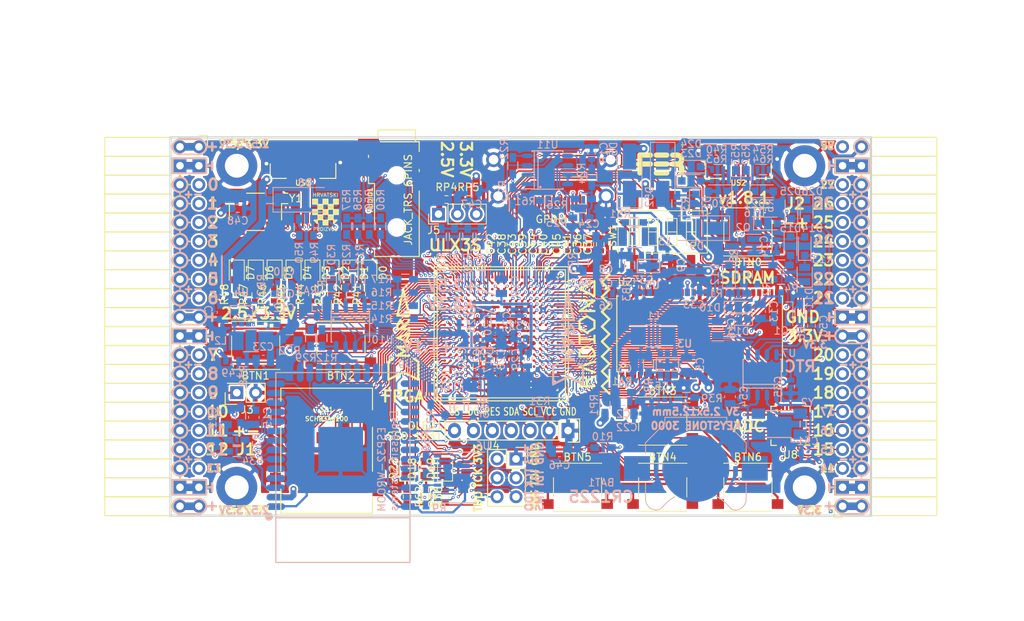
<source format=kicad_pcb>
(kicad_pcb (version 20171130) (host pcbnew 5.0.0-rc2-dev-unknown+dfsg1+20180318-2)
  (layers (0 F.Cu signal) (1 In1.Cu signal) (2 In2.Cu signal) (31 B.Cu signal) (34 B.Paste user) (35 F.Paste user) (36 B.SilkS user) (37 F.SilkS user) (38 B.Mask user) (39 F.Mask user) (44 Edge.Cuts user))
  (net 0 "")
  (net 1 GND)
  (net 2 +5V)
  (net 3 /gpio/IN5V)
  (net 4 /gpio/OUT5V)
  (net 5 +3V3)
  (net 6 BTN_D)
  (net 7 BTN_F1)
  (net 8 BTN_F2)
  (net 9 BTN_L)
  (net 10 BTN_R)
  (net 11 BTN_U)
  (net 12 /power/FB1)
  (net 13 +2V5)
  (net 14 /power/PWREN)
  (net 15 /power/FB3)
  (net 16 /power/FB2)
  (net 17 "Net-(D9-Pad1)")
  (net 18 /power/VBAT)
  (net 19 JTAG_TDI)
  (net 20 JTAG_TCK)
  (net 21 JTAG_TMS)
  (net 22 JTAG_TDO)
  (net 23 /power/WAKEUPn)
  (net 24 /power/WKUP)
  (net 25 /power/SHUT)
  (net 26 /power/WAKE)
  (net 27 /power/HOLD)
  (net 28 /power/WKn)
  (net 29 /power/OSCI_32k)
  (net 30 /power/OSCO_32k)
  (net 31 "Net-(Q2-Pad3)")
  (net 32 SHUTDOWN)
  (net 33 /analog/AUDIO_L)
  (net 34 /analog/AUDIO_R)
  (net 35 GPDI_SDA)
  (net 36 GPDI_SCL)
  (net 37 /gpdi/VREF2)
  (net 38 SD_CMD)
  (net 39 SD_CLK)
  (net 40 SD_D0)
  (net 41 SD_D1)
  (net 42 USB5V)
  (net 43 GPDI_CEC)
  (net 44 nRESET)
  (net 45 FTDI_nDTR)
  (net 46 SDRAM_CKE)
  (net 47 SDRAM_A7)
  (net 48 SDRAM_D15)
  (net 49 SDRAM_BA1)
  (net 50 SDRAM_D7)
  (net 51 SDRAM_A6)
  (net 52 SDRAM_CLK)
  (net 53 SDRAM_D13)
  (net 54 SDRAM_BA0)
  (net 55 SDRAM_D6)
  (net 56 SDRAM_A5)
  (net 57 SDRAM_D14)
  (net 58 SDRAM_A11)
  (net 59 SDRAM_D12)
  (net 60 SDRAM_D5)
  (net 61 SDRAM_A4)
  (net 62 SDRAM_A10)
  (net 63 SDRAM_D11)
  (net 64 SDRAM_A3)
  (net 65 SDRAM_D4)
  (net 66 SDRAM_D10)
  (net 67 SDRAM_D9)
  (net 68 SDRAM_A9)
  (net 69 SDRAM_D3)
  (net 70 SDRAM_D8)
  (net 71 SDRAM_A8)
  (net 72 SDRAM_A2)
  (net 73 SDRAM_A1)
  (net 74 SDRAM_A0)
  (net 75 SDRAM_D2)
  (net 76 SDRAM_D1)
  (net 77 SDRAM_D0)
  (net 78 SDRAM_DQM0)
  (net 79 SDRAM_nCS)
  (net 80 SDRAM_nRAS)
  (net 81 SDRAM_DQM1)
  (net 82 SDRAM_nCAS)
  (net 83 SDRAM_nWE)
  (net 84 /flash/FLASH_nWP)
  (net 85 /flash/FLASH_nHOLD)
  (net 86 /flash/FLASH_MOSI)
  (net 87 /flash/FLASH_MISO)
  (net 88 /flash/FLASH_SCK)
  (net 89 /flash/FLASH_nCS)
  (net 90 /flash/FPGA_PROGRAMN)
  (net 91 /flash/FPGA_DONE)
  (net 92 /flash/FPGA_INITN)
  (net 93 OLED_RES)
  (net 94 OLED_DC)
  (net 95 OLED_CS)
  (net 96 WIFI_EN)
  (net 97 FTDI_nRTS)
  (net 98 FTDI_TXD)
  (net 99 FTDI_RXD)
  (net 100 WIFI_RXD)
  (net 101 WIFI_GPIO0)
  (net 102 WIFI_TXD)
  (net 103 USB_FTDI_D+)
  (net 104 USB_FTDI_D-)
  (net 105 SD_D3)
  (net 106 AUDIO_L3)
  (net 107 AUDIO_L2)
  (net 108 AUDIO_L1)
  (net 109 AUDIO_L0)
  (net 110 AUDIO_R3)
  (net 111 AUDIO_R2)
  (net 112 AUDIO_R1)
  (net 113 AUDIO_R0)
  (net 114 OLED_CLK)
  (net 115 OLED_MOSI)
  (net 116 LED0)
  (net 117 LED1)
  (net 118 LED2)
  (net 119 LED3)
  (net 120 LED4)
  (net 121 LED5)
  (net 122 LED6)
  (net 123 LED7)
  (net 124 BTN_PWRn)
  (net 125 FTDI_nTXLED)
  (net 126 FTDI_nSLEEP)
  (net 127 /blinkey/LED_PWREN)
  (net 128 /blinkey/LED_TXLED)
  (net 129 /sdcard/SD3V3)
  (net 130 SD_D2)
  (net 131 CLK_25MHz)
  (net 132 /blinkey/BTNPUL)
  (net 133 /blinkey/BTNPUR)
  (net 134 USB_FPGA_D+)
  (net 135 /power/FTDI_nSUSPEND)
  (net 136 /blinkey/ALED0)
  (net 137 /blinkey/ALED1)
  (net 138 /blinkey/ALED2)
  (net 139 /blinkey/ALED3)
  (net 140 /blinkey/ALED4)
  (net 141 /blinkey/ALED5)
  (net 142 /blinkey/ALED6)
  (net 143 /blinkey/ALED7)
  (net 144 /usb/FTD-)
  (net 145 /usb/FTD+)
  (net 146 ADC_MISO)
  (net 147 ADC_MOSI)
  (net 148 ADC_CSn)
  (net 149 ADC_SCLK)
  (net 150 SW3)
  (net 151 SW2)
  (net 152 SW1)
  (net 153 USB_FPGA_D-)
  (net 154 /usb/FPD+)
  (net 155 /usb/FPD-)
  (net 156 WIFI_GPIO16)
  (net 157 /usb/ANT_433MHz)
  (net 158 /power/PWRBTn)
  (net 159 PROG_DONE)
  (net 160 /power/P3V3)
  (net 161 /power/P2V5)
  (net 162 /power/L1)
  (net 163 /power/L3)
  (net 164 /power/L2)
  (net 165 FTDI_TXDEN)
  (net 166 SDRAM_A12)
  (net 167 /analog/AUDIO_V)
  (net 168 AUDIO_V3)
  (net 169 AUDIO_V2)
  (net 170 AUDIO_V1)
  (net 171 AUDIO_V0)
  (net 172 /blinkey/LED_WIFI)
  (net 173 /power/P1V1)
  (net 174 +1V1)
  (net 175 SW4)
  (net 176 /blinkey/SWPU)
  (net 177 /wifi/WIFIEN)
  (net 178 FT2V5)
  (net 179 GN0)
  (net 180 GP0)
  (net 181 GN1)
  (net 182 GP1)
  (net 183 GN2)
  (net 184 GP2)
  (net 185 GN3)
  (net 186 GP3)
  (net 187 GN4)
  (net 188 GP4)
  (net 189 GN5)
  (net 190 GP5)
  (net 191 GN6)
  (net 192 GP6)
  (net 193 GN14)
  (net 194 GP14)
  (net 195 GN15)
  (net 196 GP15)
  (net 197 GN16)
  (net 198 GP16)
  (net 199 GN17)
  (net 200 GP17)
  (net 201 GN18)
  (net 202 GP18)
  (net 203 GN19)
  (net 204 GP19)
  (net 205 GN20)
  (net 206 GP20)
  (net 207 GN21)
  (net 208 GP21)
  (net 209 GN22)
  (net 210 GP22)
  (net 211 GN23)
  (net 212 GP23)
  (net 213 GN24)
  (net 214 GP24)
  (net 215 GN25)
  (net 216 GP25)
  (net 217 GN26)
  (net 218 GP26)
  (net 219 GN27)
  (net 220 GP27)
  (net 221 GN7)
  (net 222 GP7)
  (net 223 GN8)
  (net 224 GP8)
  (net 225 GN9)
  (net 226 GP9)
  (net 227 GN10)
  (net 228 GP10)
  (net 229 GN11)
  (net 230 GP11)
  (net 231 GN12)
  (net 232 GP12)
  (net 233 GN13)
  (net 234 GP13)
  (net 235 WIFI_GPIO5)
  (net 236 WIFI_GPIO17)
  (net 237 USB_FPGA_PULL_D+)
  (net 238 USB_FPGA_PULL_D-)
  (net 239 "Net-(D23-Pad2)")
  (net 240 "Net-(D24-Pad1)")
  (net 241 "Net-(D25-Pad2)")
  (net 242 "Net-(D26-Pad1)")
  (net 243 /gpdi/GPDI_ETH+)
  (net 244 FPDI_ETH+)
  (net 245 /gpdi/GPDI_ETH-)
  (net 246 FPDI_ETH-)
  (net 247 /gpdi/GPDI_D2-)
  (net 248 FPDI_D2-)
  (net 249 /gpdi/GPDI_D1-)
  (net 250 FPDI_D1-)
  (net 251 /gpdi/GPDI_D0-)
  (net 252 FPDI_D0-)
  (net 253 /gpdi/GPDI_CLK-)
  (net 254 FPDI_CLK-)
  (net 255 /gpdi/GPDI_D2+)
  (net 256 FPDI_D2+)
  (net 257 /gpdi/GPDI_D1+)
  (net 258 FPDI_D1+)
  (net 259 /gpdi/GPDI_D0+)
  (net 260 FPDI_D0+)
  (net 261 /gpdi/GPDI_CLK+)
  (net 262 FPDI_CLK+)
  (net 263 FPDI_SDA)
  (net 264 FPDI_SCL)
  (net 265 /gpdi/FPDI_CEC)
  (net 266 2V5_3V3)
  (net 267 "Net-(AUDIO1-Pad5)")
  (net 268 "Net-(AUDIO1-Pad6)")
  (net 269 "Net-(U1-PadA15)")
  (net 270 "Net-(U1-PadC9)")
  (net 271 "Net-(U1-PadD9)")
  (net 272 "Net-(U1-PadD10)")
  (net 273 "Net-(U1-PadD11)")
  (net 274 "Net-(U1-PadD12)")
  (net 275 "Net-(U1-PadE6)")
  (net 276 "Net-(U1-PadE9)")
  (net 277 "Net-(U1-PadE10)")
  (net 278 "Net-(U1-PadE11)")
  (net 279 "Net-(U1-PadJ4)")
  (net 280 "Net-(U1-PadJ5)")
  (net 281 "Net-(U1-PadK5)")
  (net 282 "Net-(U1-PadL5)")
  (net 283 "Net-(U1-PadM4)")
  (net 284 "Net-(U1-PadM5)")
  (net 285 SD_CD)
  (net 286 SD_WP)
  (net 287 "Net-(U1-PadR3)")
  (net 288 "Net-(U1-PadT16)")
  (net 289 "Net-(U1-PadW4)")
  (net 290 "Net-(U1-PadW5)")
  (net 291 "Net-(U1-PadW8)")
  (net 292 "Net-(U1-PadW9)")
  (net 293 "Net-(U1-PadW13)")
  (net 294 "Net-(U1-PadW14)")
  (net 295 "Net-(U1-PadW17)")
  (net 296 "Net-(U1-PadW18)")
  (net 297 FTDI_nRXLED)
  (net 298 "Net-(U8-Pad12)")
  (net 299 "Net-(U8-Pad25)")
  (net 300 "Net-(U9-Pad32)")
  (net 301 "Net-(U9-Pad22)")
  (net 302 "Net-(U9-Pad21)")
  (net 303 "Net-(U9-Pad20)")
  (net 304 "Net-(U9-Pad19)")
  (net 305 "Net-(U9-Pad18)")
  (net 306 "Net-(U9-Pad17)")
  (net 307 "Net-(U9-Pad12)")
  (net 308 "Net-(U9-Pad5)")
  (net 309 "Net-(U9-Pad4)")
  (net 310 "Net-(US1-Pad4)")
  (net 311 "Net-(US2-Pad4)")
  (net 312 "Net-(Y2-Pad3)")
  (net 313 "Net-(Y2-Pad2)")
  (net 314 "Net-(U1-PadK16)")
  (net 315 "Net-(U1-PadK17)")
  (module Pin_Headers:Pin_Header_Straight_1x03_Pitch2.54mm (layer F.Cu) (at 130.056 71.725 90)
    (fp_text reference J5 (at -2.159 -0.635 180) (layer F.SilkS))
    (fp_text value VJ1)
    (pad 1 thru_hole rect (at 0 0 90) (size 1.7 1.7) (drill 1) (layers *.Cu *.Mask) (net 13 +2V5))
    (pad 2 thru_hole oval (at 0 2.54 90) (size 1.7 1.7) (drill 1) (layers *.Cu *.Mask) (net 266 2V5_3V3))
    (pad 3 thru_hole oval (at 0 5.08 90) (size 1.7 1.7) (drill 1) (layers *.Cu *.Mask) (net 5 +3V3))
  )
  (module Resistors_SMD:R_0603_HandSoldering (layer B.Cu) (at 169.919 66.965 90)
    (fp_text reference R53 (at 3.259 0 270) (layer B.SilkS) (effects (justify mirror)))
    (fp_text value 27)
    (pad 1 smd rect (at -1.1 0 90) (size 1.2 0.9) (layers B.Cu B.Paste B.Mask) (net 134 USB_FPGA_D+))
    (pad 2 smd rect (at 1.1 0 90) (size 1.2 0.9) (layers B.Cu B.Paste B.Mask) (net 154 /usb/FPD+))
  )
  (module Socket_Strips:Socket_Strip_Angled_2x20 (layer F.Cu) (at 97.91 62.69 270)
    (fp_text reference J1 (at 40.64 -6.35) (layer F.SilkS) (effects (font (size 1.5 1.5) (thickness 0.3))))
    (fp_text value CONN_02X20 hide)
    (pad 1 thru_hole oval (at 0 0 270) (size 1.7272 1.7272) (drill 1.016) (layers *.Cu *.Mask) (net 266 2V5_3V3))
    (pad 2 thru_hole oval (at 0 2.54 270) (size 1.7272 1.7272) (drill 1.016) (layers *.Cu *.Mask) (net 266 2V5_3V3))
    (pad 3 thru_hole rect (at 2.54 0 270) (size 1.7272 1.7272) (drill 1.016) (layers *.Cu *.Mask) (net 1 GND))
    (pad 4 thru_hole rect (at 2.54 2.54 270) (size 1.7272 1.7272) (drill 1.016) (layers *.Cu *.Mask) (net 1 GND))
    (pad 5 thru_hole oval (at 5.08 0 270) (size 1.7272 1.7272) (drill 1.016) (layers *.Cu *.Mask) (net 179 GN0))
    (pad 6 thru_hole oval (at 5.08 2.54 270) (size 1.7272 1.7272) (drill 1.016) (layers *.Cu *.Mask) (net 180 GP0))
    (pad 7 thru_hole oval (at 7.62 0 270) (size 1.7272 1.7272) (drill 1.016) (layers *.Cu *.Mask) (net 181 GN1))
    (pad 8 thru_hole oval (at 7.62 2.54 270) (size 1.7272 1.7272) (drill 1.016) (layers *.Cu *.Mask) (net 182 GP1))
    (pad 9 thru_hole oval (at 10.16 0 270) (size 1.7272 1.7272) (drill 1.016) (layers *.Cu *.Mask) (net 183 GN2))
    (pad 10 thru_hole oval (at 10.16 2.54 270) (size 1.7272 1.7272) (drill 1.016) (layers *.Cu *.Mask) (net 184 GP2))
    (pad 11 thru_hole oval (at 12.7 0 270) (size 1.7272 1.7272) (drill 1.016) (layers *.Cu *.Mask) (net 185 GN3))
    (pad 12 thru_hole oval (at 12.7 2.54 270) (size 1.7272 1.7272) (drill 1.016) (layers *.Cu *.Mask) (net 186 GP3))
    (pad 13 thru_hole oval (at 15.24 0 270) (size 1.7272 1.7272) (drill 1.016) (layers *.Cu *.Mask) (net 187 GN4))
    (pad 14 thru_hole oval (at 15.24 2.54 270) (size 1.7272 1.7272) (drill 1.016) (layers *.Cu *.Mask) (net 188 GP4))
    (pad 15 thru_hole oval (at 17.78 0 270) (size 1.7272 1.7272) (drill 1.016) (layers *.Cu *.Mask) (net 189 GN5))
    (pad 16 thru_hole oval (at 17.78 2.54 270) (size 1.7272 1.7272) (drill 1.016) (layers *.Cu *.Mask) (net 190 GP5))
    (pad 17 thru_hole oval (at 20.32 0 270) (size 1.7272 1.7272) (drill 1.016) (layers *.Cu *.Mask) (net 191 GN6))
    (pad 18 thru_hole oval (at 20.32 2.54 270) (size 1.7272 1.7272) (drill 1.016) (layers *.Cu *.Mask) (net 192 GP6))
    (pad 19 thru_hole oval (at 22.86 0 270) (size 1.7272 1.7272) (drill 1.016) (layers *.Cu *.Mask) (net 266 2V5_3V3))
    (pad 20 thru_hole oval (at 22.86 2.54 270) (size 1.7272 1.7272) (drill 1.016) (layers *.Cu *.Mask) (net 266 2V5_3V3))
    (pad 21 thru_hole rect (at 25.4 0 270) (size 1.7272 1.7272) (drill 1.016) (layers *.Cu *.Mask) (net 1 GND))
    (pad 22 thru_hole rect (at 25.4 2.54 270) (size 1.7272 1.7272) (drill 1.016) (layers *.Cu *.Mask) (net 1 GND))
    (pad 23 thru_hole oval (at 27.94 0 270) (size 1.7272 1.7272) (drill 1.016) (layers *.Cu *.Mask) (net 221 GN7))
    (pad 24 thru_hole oval (at 27.94 2.54 270) (size 1.7272 1.7272) (drill 1.016) (layers *.Cu *.Mask) (net 222 GP7))
    (pad 25 thru_hole oval (at 30.48 0 270) (size 1.7272 1.7272) (drill 1.016) (layers *.Cu *.Mask) (net 223 GN8))
    (pad 26 thru_hole oval (at 30.48 2.54 270) (size 1.7272 1.7272) (drill 1.016) (layers *.Cu *.Mask) (net 224 GP8))
    (pad 27 thru_hole oval (at 33.02 0 270) (size 1.7272 1.7272) (drill 1.016) (layers *.Cu *.Mask) (net 225 GN9))
    (pad 28 thru_hole oval (at 33.02 2.54 270) (size 1.7272 1.7272) (drill 1.016) (layers *.Cu *.Mask) (net 226 GP9))
    (pad 29 thru_hole oval (at 35.56 0 270) (size 1.7272 1.7272) (drill 1.016) (layers *.Cu *.Mask) (net 227 GN10))
    (pad 30 thru_hole oval (at 35.56 2.54 270) (size 1.7272 1.7272) (drill 1.016) (layers *.Cu *.Mask) (net 228 GP10))
    (pad 31 thru_hole oval (at 38.1 0 270) (size 1.7272 1.7272) (drill 1.016) (layers *.Cu *.Mask) (net 229 GN11))
    (pad 32 thru_hole oval (at 38.1 2.54 270) (size 1.7272 1.7272) (drill 1.016) (layers *.Cu *.Mask) (net 230 GP11))
    (pad 33 thru_hole oval (at 40.64 0 270) (size 1.7272 1.7272) (drill 1.016) (layers *.Cu *.Mask) (net 231 GN12))
    (pad 34 thru_hole oval (at 40.64 2.54 270) (size 1.7272 1.7272) (drill 1.016) (layers *.Cu *.Mask) (net 232 GP12))
    (pad 35 thru_hole oval (at 43.18 0 270) (size 1.7272 1.7272) (drill 1.016) (layers *.Cu *.Mask) (net 233 GN13))
    (pad 36 thru_hole oval (at 43.18 2.54 270) (size 1.7272 1.7272) (drill 1.016) (layers *.Cu *.Mask) (net 234 GP13))
    (pad 37 thru_hole rect (at 45.72 0 270) (size 1.7272 1.7272) (drill 1.016) (layers *.Cu *.Mask) (net 1 GND))
    (pad 38 thru_hole rect (at 45.72 2.54 270) (size 1.7272 1.7272) (drill 1.016) (layers *.Cu *.Mask) (net 1 GND))
    (pad 39 thru_hole oval (at 48.26 0 270) (size 1.7272 1.7272) (drill 1.016) (layers *.Cu *.Mask) (net 266 2V5_3V3))
    (pad 40 thru_hole oval (at 48.26 2.54 270) (size 1.7272 1.7272) (drill 1.016) (layers *.Cu *.Mask) (net 266 2V5_3V3))
  )
  (module SMD_Packages:1Pin (layer F.Cu) (at 182.67515 111.637626)
    (fp_text reference AE1 hide)
    (fp_text value 433MHz hide)
    (pad 1 smd rect (at 0 0) (size 0.5 0.5) (layers B.Cu F.Paste F.Mask) (net 157 /usb/ANT_433MHz))
  )
  (module Resistors_SMD:R_0603_HandSoldering (layer B.Cu) (at 103.498 98.758 90)
    (fp_text reference R38 (at 5.334 0.396 90) (layer B.SilkS) (effects (justify mirror)))
    (fp_text value 0.47)
    (pad 1 smd rect (at -1.1 0 90) (size 1.2 0.9) (layers B.Cu B.Paste B.Mask) (net 129 /sdcard/SD3V3))
    (pad 2 smd rect (at 1.1 0 90) (size 1.2 0.9) (layers B.Cu B.Paste B.Mask) (net 5 +3V3))
  )
  (module Diodes_SMD:D_SMA_Handsoldering (layer B.Cu) (at 155.695 66.5 90)
    (fp_text reference D51 (at 3.048 -2.159 90) (layer B.SilkS) (effects (justify mirror)))
    (fp_text value STPS2L30AF hide)
    (pad 1 smd rect (at -2.5 0 90) (size 3.5 1.8) (layers B.Cu B.Paste B.Mask) (net 2 +5V))
    (pad 2 smd rect (at 2.5 0 90) (size 3.5 1.8) (layers B.Cu B.Paste B.Mask) (net 3 /gpio/IN5V))
  )
  (module Resistors_SMD:R_0603_HandSoldering (layer B.Cu) (at 156.33 72.85 180)
    (fp_text reference R51 (at 1.905 1.143 180) (layer B.SilkS) (effects (justify mirror)))
    (fp_text value 150)
    (pad 1 smd rect (at -1.1 0 180) (size 1.2 0.9) (layers B.Cu B.Paste B.Mask) (net 5 +3V3))
    (pad 2 smd rect (at 1.1 0 180) (size 1.2 0.9) (layers B.Cu B.Paste B.Mask) (net 176 /blinkey/SWPU))
  )
  (module Resistors_SMD:R_1210_HandSoldering (layer B.Cu) (at 158.87 88.09 180)
    (fp_text reference L1 (at 0 2.7 180) (layer B.SilkS) (effects (justify mirror)))
    (fp_text value 2.2uH)
    (pad 1 smd rect (at -2 0 180) (size 2 2.5) (layers B.Cu B.Paste B.Mask) (net 162 /power/L1))
    (pad 2 smd rect (at 2 0 180) (size 2 2.5) (layers B.Cu B.Paste B.Mask) (net 173 /power/P1V1))
  )
  (module TSOT-25:TSOT-25 (layer B.Cu) (at 160.775 91.9)
    (fp_text reference U3 (at 2.301 -2.776) (layer B.SilkS) (effects (font (thickness 0.2)) (justify mirror)))
    (fp_text value TLV62569DBV)
    (pad 1 smd rect (at -0.95 -1.3) (size 0.7 1.2) (layers B.Cu B.Paste B.Mask) (net 14 /power/PWREN))
    (pad 2 smd rect (at 0 -1.3) (size 0.7 1.2) (layers B.Cu B.Paste B.Mask) (net 1 GND))
    (pad 3 smd rect (at 0.95 -1.3) (size 0.7 1.2) (layers B.Cu B.Paste B.Mask) (net 162 /power/L1))
    (pad 4 smd rect (at 0.95 1.3) (size 0.7 1.2) (layers B.Cu B.Paste B.Mask) (net 2 +5V))
    (pad 5 smd rect (at -0.95 1.3) (size 0.7 1.2) (layers B.Cu B.Paste B.Mask) (net 12 /power/FB1))
  )
  (module Resistors_SMD:R_1210_HandSoldering (layer B.Cu) (at 104.895 88.725)
    (fp_text reference L2 (at -4.064 0) (layer B.SilkS) (effects (justify mirror)))
    (fp_text value 2.2uH)
    (pad 1 smd rect (at -2 0) (size 2 2.5) (layers B.Cu B.Paste B.Mask) (net 164 /power/L2))
    (pad 2 smd rect (at 2 0) (size 2 2.5) (layers B.Cu B.Paste B.Mask) (net 161 /power/P2V5))
  )
  (module TSOT-25:TSOT-25 (layer B.Cu) (at 103.625 84.915 180)
    (fp_text reference U4 (at 0 2.697 180) (layer B.SilkS) (effects (font (thickness 0.2)) (justify mirror)))
    (fp_text value TLV62569DBV)
    (pad 1 smd rect (at -0.95 -1.3 180) (size 0.7 1.2) (layers B.Cu B.Paste B.Mask) (net 14 /power/PWREN))
    (pad 2 smd rect (at 0 -1.3 180) (size 0.7 1.2) (layers B.Cu B.Paste B.Mask) (net 1 GND))
    (pad 3 smd rect (at 0.95 -1.3 180) (size 0.7 1.2) (layers B.Cu B.Paste B.Mask) (net 164 /power/L2))
    (pad 4 smd rect (at 0.95 1.3 180) (size 0.7 1.2) (layers B.Cu B.Paste B.Mask) (net 2 +5V))
    (pad 5 smd rect (at -0.95 1.3 180) (size 0.7 1.2) (layers B.Cu B.Paste B.Mask) (net 16 /power/FB2))
  )
  (module Resistors_SMD:R_1210_HandSoldering (layer B.Cu) (at 156.33 74.755 180)
    (fp_text reference L3 (at -4.064 -0.635 180) (layer B.SilkS) (effects (justify mirror)))
    (fp_text value 2.2uH)
    (pad 1 smd rect (at -2 0 180) (size 2 2.5) (layers B.Cu B.Paste B.Mask) (net 163 /power/L3))
    (pad 2 smd rect (at 2 0 180) (size 2 2.5) (layers B.Cu B.Paste B.Mask) (net 160 /power/P3V3))
  )
  (module TSOT-25:TSOT-25 (layer B.Cu) (at 158.235 78.692)
    (fp_text reference U5 (at 0.523 2.558) (layer B.SilkS) (effects (font (thickness 0.2)) (justify mirror)))
    (fp_text value TLV62569DBV)
    (pad 1 smd rect (at -0.95 -1.3) (size 0.7 1.2) (layers B.Cu B.Paste B.Mask) (net 14 /power/PWREN))
    (pad 2 smd rect (at 0 -1.3) (size 0.7 1.2) (layers B.Cu B.Paste B.Mask) (net 1 GND))
    (pad 3 smd rect (at 0.95 -1.3) (size 0.7 1.2) (layers B.Cu B.Paste B.Mask) (net 163 /power/L3))
    (pad 4 smd rect (at 0.95 1.3) (size 0.7 1.2) (layers B.Cu B.Paste B.Mask) (net 2 +5V))
    (pad 5 smd rect (at -0.95 1.3) (size 0.7 1.2) (layers B.Cu B.Paste B.Mask) (net 15 /power/FB3))
  )
  (module TO_SOT_Packages_SMD:SOT-23_Handsoldering (layer B.Cu) (at 176.015 84.28 90)
    (fp_text reference Q1 (at -3.1115 0 180) (layer B.SilkS) (effects (justify mirror)))
    (fp_text value BC857)
    (pad 1 smd rect (at -1.5 0.95 90) (size 1.9 0.8) (layers B.Cu B.Paste B.Mask) (net 28 /power/WKn))
    (pad 2 smd rect (at -1.5 -0.95 90) (size 1.9 0.8) (layers B.Cu B.Paste B.Mask) (net 2 +5V))
    (pad 3 smd rect (at 1.5 0 90) (size 1.9 0.8) (layers B.Cu B.Paste B.Mask) (net 24 /power/WKUP))
  )
  (module TO_SOT_Packages_SMD:SOT-23_Handsoldering (layer B.Cu) (at 170.935 76.025 180)
    (fp_text reference Q2 (at 0 2.5 180) (layer B.SilkS) (effects (justify mirror)))
    (fp_text value 2N7002)
    (pad 1 smd rect (at -1.5 0.95 180) (size 1.9 0.8) (layers B.Cu B.Paste B.Mask) (net 25 /power/SHUT))
    (pad 2 smd rect (at -1.5 -0.95 180) (size 1.9 0.8) (layers B.Cu B.Paste B.Mask) (net 1 GND))
    (pad 3 smd rect (at 1.5 0 180) (size 1.9 0.8) (layers B.Cu B.Paste B.Mask) (net 31 "Net-(Q2-Pad3)"))
  )
  (module Resistors_SMD:R_0603_HandSoldering (layer B.Cu) (at 170.3 82.375)
    (fp_text reference R1 (at -3.048 0) (layer B.SilkS) (effects (justify mirror)))
    (fp_text value 15k)
    (pad 1 smd rect (at -1.1 0) (size 1.2 0.9) (layers B.Cu B.Paste B.Mask) (net 26 /power/WAKE))
    (pad 2 smd rect (at 1.1 0) (size 1.2 0.9) (layers B.Cu B.Paste B.Mask) (net 14 /power/PWREN))
  )
  (module Resistors_SMD:R_0603_HandSoldering (layer B.Cu) (at 172.84 79.835 90)
    (fp_text reference R2 (at -1.905 1.27 90) (layer B.SilkS) (effects (justify mirror)))
    (fp_text value 47k)
    (pad 1 smd rect (at -1.1 0 90) (size 1.2 0.9) (layers B.Cu B.Paste B.Mask) (net 14 /power/PWREN))
    (pad 2 smd rect (at 1.1 0 90) (size 1.2 0.9) (layers B.Cu B.Paste B.Mask) (net 1 GND))
  )
  (module Resistors_SMD:R_0603_HandSoldering (layer B.Cu) (at 176.015 80.47 180)
    (fp_text reference R4 (at -1.397 -1.27) (layer B.SilkS) (effects (justify mirror)))
    (fp_text value 4.7k)
    (pad 1 smd rect (at -1.1 0 180) (size 1.2 0.9) (layers B.Cu B.Paste B.Mask) (net 27 /power/HOLD))
    (pad 2 smd rect (at 1.1 0 180) (size 1.2 0.9) (layers B.Cu B.Paste B.Mask) (net 14 /power/PWREN))
  )
  (module Resistors_SMD:R_0603_HandSoldering (layer B.Cu) (at 174.11 76.025 270)
    (fp_text reference R5 (at -5.461 -0.381 270) (layer B.SilkS) (effects (justify mirror)))
    (fp_text value 4.7M)
    (pad 1 smd rect (at -1.1 0 270) (size 1.2 0.9) (layers B.Cu B.Paste B.Mask) (net 25 /power/SHUT))
    (pad 2 smd rect (at 1.1 0 270) (size 1.2 0.9) (layers B.Cu B.Paste B.Mask) (net 1 GND))
  )
  (module Resistors_SMD:R_0603_HandSoldering (layer B.Cu) (at 178.555 84.915 270)
    (fp_text reference R6 (at 2.812 -0.142 270) (layer B.SilkS) (effects (justify mirror)))
    (fp_text value 1k)
    (pad 1 smd rect (at -1.1 0 270) (size 1.2 0.9) (layers B.Cu B.Paste B.Mask) (net 28 /power/WKn))
    (pad 2 smd rect (at 1.1 0 270) (size 1.2 0.9) (layers B.Cu B.Paste B.Mask) (net 23 /power/WAKEUPn))
  )
  (module Resistors_SMD:R_0603_HandSoldering (layer B.Cu) (at 113.785 84.28 270)
    (fp_text reference R7 (at -2.794 -0.635 270) (layer B.SilkS) (effects (justify mirror)))
    (fp_text value 150)
    (pad 1 smd rect (at -1.1 0 270) (size 1.2 0.9) (layers B.Cu B.Paste B.Mask) (net 5 +3V3))
    (pad 2 smd rect (at 1.1 0 270) (size 1.2 0.9) (layers B.Cu B.Paste B.Mask) (net 132 /blinkey/BTNPUL))
  )
  (module Resistors_SMD:R_0603_HandSoldering (layer B.Cu) (at 170.935 79.835 90)
    (fp_text reference R8 (at 2.54 -1.27 90) (layer B.SilkS) (effects (justify mirror)))
    (fp_text value 1k)
    (pad 1 smd rect (at -1.1 0 90) (size 1.2 0.9) (layers B.Cu B.Paste B.Mask) (net 14 /power/PWREN))
    (pad 2 smd rect (at 1.1 0 90) (size 1.2 0.9) (layers B.Cu B.Paste B.Mask) (net 31 "Net-(Q2-Pad3)"))
  )
  (module Resistors_SMD:R_0603_HandSoldering (layer B.Cu) (at 128.39 109.68 270)
    (fp_text reference R9 (at 1.524 -1.778) (layer B.SilkS) (effects (justify mirror)))
    (fp_text value 15k)
    (pad 1 smd rect (at -1.1 0 270) (size 1.2 0.9) (layers B.Cu B.Paste B.Mask) (net 44 nRESET))
    (pad 2 smd rect (at 1.1 0 270) (size 1.2 0.9) (layers B.Cu B.Paste B.Mask) (net 178 FT2V5))
  )
  (module Resistors_SMD:R_0603_HandSoldering (layer B.Cu) (at 152.139 103.076 180)
    (fp_text reference R10 (at 0.059 1.476 180) (layer B.SilkS) (effects (justify mirror)))
    (fp_text value 150)
    (pad 1 smd rect (at -1.1 0 180) (size 1.2 0.9) (layers B.Cu B.Paste B.Mask) (net 135 /power/FTDI_nSUSPEND))
    (pad 2 smd rect (at 1.1 0 180) (size 1.2 0.9) (layers B.Cu B.Paste B.Mask) (net 126 FTDI_nSLEEP))
  )
  (module Resistors_SMD:R_0603_HandSoldering (layer B.Cu) (at 176.015 78.565 180)
    (fp_text reference R13 (at -5.588 0.762 180) (layer B.SilkS) (effects (justify mirror)))
    (fp_text value 15k)
    (pad 1 smd rect (at -1.1 0 180) (size 1.2 0.9) (layers B.Cu B.Paste B.Mask) (net 32 SHUTDOWN))
    (pad 2 smd rect (at 1.1 0 180) (size 1.2 0.9) (layers B.Cu B.Paste B.Mask) (net 1 GND))
  )
  (module Resistors_SMD:R_0603_HandSoldering (layer B.Cu) (at 154.86 95.64)
    (fp_text reference RA1 (at -0.181 -1.454) (layer B.SilkS) (effects (justify mirror)))
    (fp_text value 15k)
    (pad 1 smd rect (at -1.1 0) (size 1.2 0.9) (layers B.Cu B.Paste B.Mask) (net 173 /power/P1V1))
    (pad 2 smd rect (at 1.1 0) (size 1.2 0.9) (layers B.Cu B.Paste B.Mask) (net 12 /power/FB1))
  )
  (module Resistors_SMD:R_0603_HandSoldering (layer B.Cu) (at 109.34 82.375 180)
    (fp_text reference RA2 (at -3.048 0.381) (layer B.SilkS) (effects (justify mirror)))
    (fp_text value 15k)
    (pad 1 smd rect (at -1.1 0 180) (size 1.2 0.9) (layers B.Cu B.Paste B.Mask) (net 161 /power/P2V5))
    (pad 2 smd rect (at 1.1 0 180) (size 1.2 0.9) (layers B.Cu B.Paste B.Mask) (net 16 /power/FB2))
  )
  (module Resistors_SMD:R_0603_HandSoldering (layer B.Cu) (at 152.52 81.105)
    (fp_text reference RA3 (at -3.302 -0.127) (layer B.SilkS) (effects (justify mirror)))
    (fp_text value 15k)
    (pad 1 smd rect (at -1.1 0) (size 1.2 0.9) (layers B.Cu B.Paste B.Mask) (net 160 /power/P3V3))
    (pad 2 smd rect (at 1.1 0) (size 1.2 0.9) (layers B.Cu B.Paste B.Mask) (net 15 /power/FB3))
  )
  (module Resistors_SMD:R_0603_HandSoldering (layer B.Cu) (at 158.235 91.9 270)
    (fp_text reference RB1 (at 3.302 0 270) (layer B.SilkS) (effects (justify mirror)))
    (fp_text value 18k)
    (pad 1 smd rect (at -1.1 0 270) (size 1.2 0.9) (layers B.Cu B.Paste B.Mask) (net 1 GND))
    (pad 2 smd rect (at 1.1 0 270) (size 1.2 0.9) (layers B.Cu B.Paste B.Mask) (net 12 /power/FB1))
  )
  (module Resistors_SMD:R_0603_HandSoldering (layer B.Cu) (at 106.165 84.915 90)
    (fp_text reference RB2 (at 3.683 0.127 90) (layer B.SilkS) (effects (justify mirror)))
    (fp_text value 4.7k)
    (pad 1 smd rect (at -1.1 0 90) (size 1.2 0.9) (layers B.Cu B.Paste B.Mask) (net 1 GND))
    (pad 2 smd rect (at 1.1 0 90) (size 1.2 0.9) (layers B.Cu B.Paste B.Mask) (net 16 /power/FB2))
  )
  (module Resistors_SMD:R_0603_HandSoldering (layer B.Cu) (at 155.695 78.565 270)
    (fp_text reference RB3 (at 3.429 0.395 270) (layer B.SilkS) (effects (justify mirror)))
    (fp_text value 3.3k)
    (pad 1 smd rect (at -1.1 0 270) (size 1.2 0.9) (layers B.Cu B.Paste B.Mask) (net 1 GND))
    (pad 2 smd rect (at 1.1 0 270) (size 1.2 0.9) (layers B.Cu B.Paste B.Mask) (net 15 /power/FB3))
  )
  (module Resistors_SMD:R_0603_HandSoldering (layer B.Cu) (at 125.596 85.804 180)
    (fp_text reference R14 (at 3.175 0 180) (layer B.SilkS) (effects (justify mirror)))
    (fp_text value 1.2k)
    (pad 1 smd rect (at -1.1 0 180) (size 1.2 0.9) (layers B.Cu B.Paste B.Mask) (net 109 AUDIO_L0))
    (pad 2 smd rect (at 1.1 0 180) (size 1.2 0.9) (layers B.Cu B.Paste B.Mask) (net 33 /analog/AUDIO_L))
  )
  (module Resistors_SMD:R_0603_HandSoldering (layer B.Cu) (at 125.596 84.026 180)
    (fp_text reference R15 (at 3.175 -0.001 180) (layer B.SilkS) (effects (justify mirror)))
    (fp_text value 680)
    (pad 1 smd rect (at -1.1 0 180) (size 1.2 0.9) (layers B.Cu B.Paste B.Mask) (net 108 AUDIO_L1))
    (pad 2 smd rect (at 1.1 0 180) (size 1.2 0.9) (layers B.Cu B.Paste B.Mask) (net 33 /analog/AUDIO_L))
  )
  (module Resistors_SMD:R_0603_HandSoldering (layer B.Cu) (at 125.596 82.248 180)
    (fp_text reference R16 (at 3.175 0 180) (layer B.SilkS) (effects (justify mirror)))
    (fp_text value 330)
    (pad 1 smd rect (at -1.1 0 180) (size 1.2 0.9) (layers B.Cu B.Paste B.Mask) (net 107 AUDIO_L2))
    (pad 2 smd rect (at 1.1 0 180) (size 1.2 0.9) (layers B.Cu B.Paste B.Mask) (net 33 /analog/AUDIO_L))
  )
  (module Resistors_SMD:R_0603_HandSoldering (layer B.Cu) (at 125.596 80.47 180)
    (fp_text reference R17 (at 3.175 0 180) (layer B.SilkS) (effects (justify mirror)))
    (fp_text value 150)
    (pad 1 smd rect (at -1.1 0 180) (size 1.2 0.9) (layers B.Cu B.Paste B.Mask) (net 106 AUDIO_L3))
    (pad 2 smd rect (at 1.1 0 180) (size 1.2 0.9) (layers B.Cu B.Paste B.Mask) (net 33 /analog/AUDIO_L))
  )
  (module Resistors_SMD:R_0603_HandSoldering (layer B.Cu) (at 130.422 74.773 90)
    (fp_text reference R18 (at -3.556 0 90) (layer B.SilkS) (effects (justify mirror)))
    (fp_text value 1.2k)
    (pad 1 smd rect (at -1.1 0 90) (size 1.2 0.9) (layers B.Cu B.Paste B.Mask) (net 113 AUDIO_R0))
    (pad 2 smd rect (at 1.1 0 90) (size 1.2 0.9) (layers B.Cu B.Paste B.Mask) (net 34 /analog/AUDIO_R))
  )
  (module Resistors_SMD:R_0603_HandSoldering (layer B.Cu) (at 132.2 74.773 90)
    (fp_text reference R19 (at -3.556 0 90) (layer B.SilkS) (effects (justify mirror)))
    (fp_text value 680)
    (pad 1 smd rect (at -1.1 0 90) (size 1.2 0.9) (layers B.Cu B.Paste B.Mask) (net 112 AUDIO_R1))
    (pad 2 smd rect (at 1.1 0 90) (size 1.2 0.9) (layers B.Cu B.Paste B.Mask) (net 34 /analog/AUDIO_R))
  )
  (module Resistors_SMD:R_0603_HandSoldering (layer B.Cu) (at 133.993 74.773 90)
    (fp_text reference R20 (at -3.556 0 90) (layer B.SilkS) (effects (justify mirror)))
    (fp_text value 330)
    (pad 1 smd rect (at -1.1 0 90) (size 1.2 0.9) (layers B.Cu B.Paste B.Mask) (net 111 AUDIO_R2))
    (pad 2 smd rect (at 1.1 0 90) (size 1.2 0.9) (layers B.Cu B.Paste B.Mask) (net 34 /analog/AUDIO_R))
  )
  (module Resistors_SMD:R_0603_HandSoldering (layer B.Cu) (at 135.771 74.773 90)
    (fp_text reference R21 (at -3.556 0 90) (layer B.SilkS) (effects (justify mirror)))
    (fp_text value 150)
    (pad 1 smd rect (at -1.1 0 90) (size 1.2 0.9) (layers B.Cu B.Paste B.Mask) (net 110 AUDIO_R3))
    (pad 2 smd rect (at 1.1 0 90) (size 1.2 0.9) (layers B.Cu B.Paste B.Mask) (net 34 /analog/AUDIO_R))
  )
  (module Socket_Strips:Socket_Strip_Angled_2x20 (layer F.Cu) (at 184.27 110.95 90)
    (fp_text reference J2 (at 40.64 -6.35 180) (layer F.SilkS) (effects (font (size 1.5 1.5) (thickness 0.3))))
    (fp_text value CONN_02X20 hide)
    (pad 1 thru_hole oval (at 0 0 90) (size 1.7272 1.7272) (drill 1.016) (layers *.Cu *.Mask) (net 5 +3V3))
    (pad 2 thru_hole oval (at 0 2.54 90) (size 1.7272 1.7272) (drill 1.016) (layers *.Cu *.Mask) (net 5 +3V3))
    (pad 3 thru_hole rect (at 2.54 0 90) (size 1.7272 1.7272) (drill 1.016) (layers *.Cu *.Mask) (net 1 GND))
    (pad 4 thru_hole rect (at 2.54 2.54 90) (size 1.7272 1.7272) (drill 1.016) (layers *.Cu *.Mask) (net 1 GND))
    (pad 5 thru_hole oval (at 5.08 0 90) (size 1.7272 1.7272) (drill 1.016) (layers *.Cu *.Mask) (net 193 GN14))
    (pad 6 thru_hole oval (at 5.08 2.54 90) (size 1.7272 1.7272) (drill 1.016) (layers *.Cu *.Mask) (net 194 GP14))
    (pad 7 thru_hole oval (at 7.62 0 90) (size 1.7272 1.7272) (drill 1.016) (layers *.Cu *.Mask) (net 195 GN15))
    (pad 8 thru_hole oval (at 7.62 2.54 90) (size 1.7272 1.7272) (drill 1.016) (layers *.Cu *.Mask) (net 196 GP15))
    (pad 9 thru_hole oval (at 10.16 0 90) (size 1.7272 1.7272) (drill 1.016) (layers *.Cu *.Mask) (net 197 GN16))
    (pad 10 thru_hole oval (at 10.16 2.54 90) (size 1.7272 1.7272) (drill 1.016) (layers *.Cu *.Mask) (net 198 GP16))
    (pad 11 thru_hole oval (at 12.7 0 90) (size 1.7272 1.7272) (drill 1.016) (layers *.Cu *.Mask) (net 199 GN17))
    (pad 12 thru_hole oval (at 12.7 2.54 90) (size 1.7272 1.7272) (drill 1.016) (layers *.Cu *.Mask) (net 200 GP17))
    (pad 13 thru_hole oval (at 15.24 0 90) (size 1.7272 1.7272) (drill 1.016) (layers *.Cu *.Mask) (net 201 GN18))
    (pad 14 thru_hole oval (at 15.24 2.54 90) (size 1.7272 1.7272) (drill 1.016) (layers *.Cu *.Mask) (net 202 GP18))
    (pad 15 thru_hole oval (at 17.78 0 90) (size 1.7272 1.7272) (drill 1.016) (layers *.Cu *.Mask) (net 203 GN19))
    (pad 16 thru_hole oval (at 17.78 2.54 90) (size 1.7272 1.7272) (drill 1.016) (layers *.Cu *.Mask) (net 204 GP19))
    (pad 17 thru_hole oval (at 20.32 0 90) (size 1.7272 1.7272) (drill 1.016) (layers *.Cu *.Mask) (net 205 GN20))
    (pad 18 thru_hole oval (at 20.32 2.54 90) (size 1.7272 1.7272) (drill 1.016) (layers *.Cu *.Mask) (net 206 GP20))
    (pad 19 thru_hole oval (at 22.86 0 90) (size 1.7272 1.7272) (drill 1.016) (layers *.Cu *.Mask) (net 5 +3V3))
    (pad 20 thru_hole oval (at 22.86 2.54 90) (size 1.7272 1.7272) (drill 1.016) (layers *.Cu *.Mask) (net 5 +3V3))
    (pad 21 thru_hole rect (at 25.4 0 90) (size 1.7272 1.7272) (drill 1.016) (layers *.Cu *.Mask) (net 1 GND))
    (pad 22 thru_hole rect (at 25.4 2.54 90) (size 1.7272 1.7272) (drill 1.016) (layers *.Cu *.Mask) (net 1 GND))
    (pad 23 thru_hole oval (at 27.94 0 90) (size 1.7272 1.7272) (drill 1.016) (layers *.Cu *.Mask) (net 207 GN21))
    (pad 24 thru_hole oval (at 27.94 2.54 90) (size 1.7272 1.7272) (drill 1.016) (layers *.Cu *.Mask) (net 208 GP21))
    (pad 25 thru_hole oval (at 30.48 0 90) (size 1.7272 1.7272) (drill 1.016) (layers *.Cu *.Mask) (net 209 GN22))
    (pad 26 thru_hole oval (at 30.48 2.54 90) (size 1.7272 1.7272) (drill 1.016) (layers *.Cu *.Mask) (net 210 GP22))
    (pad 27 thru_hole oval (at 33.02 0 90) (size 1.7272 1.7272) (drill 1.016) (layers *.Cu *.Mask) (net 211 GN23))
    (pad 28 thru_hole oval (at 33.02 2.54 90) (size 1.7272 1.7272) (drill 1.016) (layers *.Cu *.Mask) (net 212 GP23))
    (pad 29 thru_hole oval (at 35.56 0 90) (size 1.7272 1.7272) (drill 1.016) (layers *.Cu *.Mask) (net 213 GN24))
    (pad 30 thru_hole oval (at 35.56 2.54 90) (size 1.7272 1.7272) (drill 1.016) (layers *.Cu *.Mask) (net 214 GP24))
    (pad 31 thru_hole oval (at 38.1 0 90) (size 1.7272 1.7272) (drill 1.016) (layers *.Cu *.Mask) (net 215 GN25))
    (pad 32 thru_hole oval (at 38.1 2.54 90) (size 1.7272 1.7272) (drill 1.016) (layers *.Cu *.Mask) (net 216 GP25))
    (pad 33 thru_hole oval (at 40.64 0 90) (size 1.7272 1.7272) (drill 1.016) (layers *.Cu *.Mask) (net 217 GN26))
    (pad 34 thru_hole oval (at 40.64 2.54 90) (size 1.7272 1.7272) (drill 1.016) (layers *.Cu *.Mask) (net 218 GP26))
    (pad 35 thru_hole oval (at 43.18 0 90) (size 1.7272 1.7272) (drill 1.016) (layers *.Cu *.Mask) (net 219 GN27))
    (pad 36 thru_hole oval (at 43.18 2.54 90) (size 1.7272 1.7272) (drill 1.016) (layers *.Cu *.Mask) (net 220 GP27))
    (pad 37 thru_hole rect (at 45.72 0 90) (size 1.7272 1.7272) (drill 1.016) (layers *.Cu *.Mask) (net 1 GND))
    (pad 38 thru_hole rect (at 45.72 2.54 90) (size 1.7272 1.7272) (drill 1.016) (layers *.Cu *.Mask) (net 1 GND))
    (pad 39 thru_hole oval (at 48.26 0 90) (size 1.7272 1.7272) (drill 1.016) (layers *.Cu *.Mask) (net 3 /gpio/IN5V))
    (pad 40 thru_hole oval (at 48.26 2.54 90) (size 1.7272 1.7272) (drill 1.016) (layers *.Cu *.Mask) (net 4 /gpio/OUT5V))
  )
  (module Mounting_Holes:MountingHole_3.2mm_M3_ISO14580_Pad (layer F.Cu) (at 102.99 108.41)
    (fp_text reference H1 hide)
    (fp_text value HOLE hide)
    (pad 1 thru_hole circle (at 0 0) (size 5.5 5.5) (drill 3.2) (layers *.Cu *.Mask) (net 1 GND))
  )
  (module Mounting_Holes:MountingHole_3.2mm_M3_ISO14580_Pad (layer F.Cu) (at 179.19 108.41)
    (fp_text reference H2 hide)
    (fp_text value HOLE hide)
    (pad 1 thru_hole circle (at 0 0) (size 5.5 5.5) (drill 3.2) (layers *.Cu *.Mask) (net 1 GND))
  )
  (module Mounting_Holes:MountingHole_3.2mm_M3_ISO14580_Pad (layer F.Cu) (at 179.19 65.23)
    (fp_text reference H3 hide)
    (fp_text value HOLE hide)
    (pad 1 thru_hole circle (at 0 0) (size 5.5 5.5) (drill 3.2) (layers *.Cu *.Mask) (net 1 GND))
  )
  (module Mounting_Holes:MountingHole_3.2mm_M3_ISO14580_Pad (layer F.Cu) (at 102.99 65.23)
    (fp_text reference H4 hide)
    (fp_text value HOLE hide)
    (pad 1 thru_hole circle (at 0 0) (size 5.5 5.5) (drill 3.2) (layers *.Cu *.Mask) (net 1 GND))
  )
  (module Resistors_SMD:R_0603_HandSoldering (layer B.Cu) (at 162.045 70.31 90)
    (fp_text reference R3 (at 0 1.143 90) (layer B.SilkS) (effects (justify mirror)))
    (fp_text value 4.7k)
    (pad 1 smd rect (at -1.1 0 90) (size 1.2 0.9) (layers B.Cu B.Paste B.Mask) (net 2 +5V))
    (pad 2 smd rect (at 1.1 0 90) (size 1.2 0.9) (layers B.Cu B.Paste B.Mask) (net 158 /power/PWRBTn))
  )
  (module Resistors_SMD:R_0603_HandSoldering (layer B.Cu) (at 140.0255 65.23 90)
    (fp_text reference R22 (at 2.23 -1.14 90) (layer B.SilkS) (effects (justify mirror)))
    (fp_text value 2.2k)
    (pad 1 smd rect (at -1.1 0 90) (size 1.2 0.9) (layers B.Cu B.Paste B.Mask) (net 5 +3V3))
    (pad 2 smd rect (at 1.1 0 90) (size 1.2 0.9) (layers B.Cu B.Paste B.Mask) (net 263 FPDI_SDA))
  )
  (module Resistors_SMD:R_0603_HandSoldering (layer B.Cu) (at 140.0255 69.312 270)
    (fp_text reference R23 (at -0.712 1.355 270) (layer B.SilkS) (effects (justify mirror)))
    (fp_text value 2.2k)
    (pad 1 smd rect (at -1.1 0 270) (size 1.2 0.9) (layers B.Cu B.Paste B.Mask) (net 5 +3V3))
    (pad 2 smd rect (at 1.1 0 270) (size 1.2 0.9) (layers B.Cu B.Paste B.Mask) (net 264 FPDI_SCL))
  )
  (module Resistors_SMD:R_0603_HandSoldering (layer B.Cu) (at 150.615 66.772 90)
    (fp_text reference R24 (at 0.508 -1.397 90) (layer B.SilkS) (effects (justify mirror)))
    (fp_text value 100k)
    (pad 1 smd rect (at -1.1 0 90) (size 1.2 0.9) (layers B.Cu B.Paste B.Mask) (net 2 +5V))
    (pad 2 smd rect (at 1.1 0 90) (size 1.2 0.9) (layers B.Cu B.Paste B.Mask) (net 37 /gpdi/VREF2))
  )
  (module Resistors_SMD:R_0603_HandSoldering (layer B.Cu) (at 149.175 72.215 180)
    (fp_text reference R25 (at 3.259 -0.685 180) (layer B.SilkS) (effects (justify mirror)))
    (fp_text value 4.7k)
    (pad 1 smd rect (at -1.1 0 180) (size 1.2 0.9) (layers B.Cu B.Paste B.Mask) (net 2 +5V))
    (pad 2 smd rect (at 1.1 0 180) (size 1.2 0.9) (layers B.Cu B.Paste B.Mask) (net 36 GPDI_SCL))
  )
  (module Resistors_SMD:R_0603_HandSoldering (layer B.Cu) (at 149.487 69.693 180)
    (fp_text reference R26 (at 3.5 -0.8 180) (layer B.SilkS) (effects (justify mirror)))
    (fp_text value 4.7k)
    (pad 1 smd rect (at -1.1 0 180) (size 1.2 0.9) (layers B.Cu B.Paste B.Mask) (net 2 +5V))
    (pad 2 smd rect (at 1.1 0 180) (size 1.2 0.9) (layers B.Cu B.Paste B.Mask) (net 35 GPDI_SDA))
  )
  (module Housings_SSOP:SSOP-20_4.4x6.5mm_Pitch0.65mm (layer B.Cu) (at 132.835 107.14 180)
    (fp_text reference U6 (at -3.175 4.318 180) (layer B.SilkS) (effects (justify mirror)))
    (fp_text value FT231XS)
    (pad 1 smd rect (at -2.9 2.925 180) (size 1 0.4) (layers B.Cu B.Paste B.Mask) (net 45 FTDI_nDTR))
    (pad 2 smd rect (at -2.9 2.275 180) (size 1 0.4) (layers B.Cu B.Paste B.Mask) (net 97 FTDI_nRTS))
    (pad 3 smd rect (at -2.9 1.625 180) (size 1 0.4) (layers B.Cu B.Paste B.Mask) (net 178 FT2V5))
    (pad 4 smd rect (at -2.9 0.975 180) (size 1 0.4) (layers B.Cu B.Paste B.Mask) (net 99 FTDI_RXD))
    (pad 5 smd rect (at -2.9 0.325 180) (size 1 0.4) (layers B.Cu B.Paste B.Mask) (net 19 JTAG_TDI))
    (pad 6 smd rect (at -2.9 -0.325 180) (size 1 0.4) (layers B.Cu B.Paste B.Mask) (net 1 GND))
    (pad 7 smd rect (at -2.9 -0.975 180) (size 1 0.4) (layers B.Cu B.Paste B.Mask) (net 20 JTAG_TCK))
    (pad 8 smd rect (at -2.9 -1.625 180) (size 1 0.4) (layers B.Cu B.Paste B.Mask) (net 21 JTAG_TMS))
    (pad 9 smd rect (at -2.9 -2.275 180) (size 1 0.4) (layers B.Cu B.Paste B.Mask) (net 22 JTAG_TDO))
    (pad 10 smd rect (at -2.9 -2.925 180) (size 1 0.4) (layers B.Cu B.Paste B.Mask) (net 125 FTDI_nTXLED))
    (pad 11 smd rect (at 2.9 -2.925 180) (size 1 0.4) (layers B.Cu B.Paste B.Mask) (net 103 USB_FTDI_D+))
    (pad 12 smd rect (at 2.9 -2.275 180) (size 1 0.4) (layers B.Cu B.Paste B.Mask) (net 104 USB_FTDI_D-))
    (pad 13 smd rect (at 2.9 -1.625 180) (size 1 0.4) (layers B.Cu B.Paste B.Mask) (net 178 FT2V5))
    (pad 14 smd rect (at 2.9 -0.975 180) (size 1 0.4) (layers B.Cu B.Paste B.Mask) (net 44 nRESET))
    (pad 15 smd rect (at 2.9 -0.325 180) (size 1 0.4) (layers B.Cu B.Paste B.Mask) (net 42 USB5V))
    (pad 16 smd rect (at 2.9 0.325 180) (size 1 0.4) (layers B.Cu B.Paste B.Mask) (net 1 GND))
    (pad 17 smd rect (at 2.9 0.975 180) (size 1 0.4) (layers B.Cu B.Paste B.Mask) (net 297 FTDI_nRXLED))
    (pad 18 smd rect (at 2.9 1.625 180) (size 1 0.4) (layers B.Cu B.Paste B.Mask) (net 165 FTDI_TXDEN))
    (pad 19 smd rect (at 2.9 2.275 180) (size 1 0.4) (layers B.Cu B.Paste B.Mask) (net 126 FTDI_nSLEEP))
    (pad 20 smd rect (at 2.9 2.925 180) (size 1 0.4) (layers B.Cu B.Paste B.Mask) (net 98 FTDI_TXD))
  )
  (module Resistors_SMD:R_0603_HandSoldering (layer B.Cu) (at 119.5 80.47 270)
    (fp_text reference R11 (at -3.302 0 270) (layer B.SilkS) (effects (justify mirror)))
    (fp_text value 10k)
    (pad 1 smd rect (at -1.1 0 270) (size 1.2 0.9) (layers B.Cu B.Paste B.Mask) (net 5 +3V3))
    (pad 2 smd rect (at 1.1 0 270) (size 1.2 0.9) (layers B.Cu B.Paste B.Mask) (net 84 /flash/FLASH_nWP))
  )
  (module Resistors_SMD:R_0603_HandSoldering (layer B.Cu) (at 114.42 88.344 90)
    (fp_text reference R12 (at -2.667 0.635) (layer B.SilkS) (effects (justify mirror)))
    (fp_text value 10k)
    (pad 1 smd rect (at -1.1 0 90) (size 1.2 0.9) (layers B.Cu B.Paste B.Mask) (net 5 +3V3))
    (pad 2 smd rect (at 1.1 0 90) (size 1.2 0.9) (layers B.Cu B.Paste B.Mask) (net 85 /flash/FLASH_nHOLD))
  )
  (module Resistors_SMD:R_0603_HandSoldering (layer B.Cu) (at 129.025 96.175 90)
    (fp_text reference R27 (at -3.218 0 90) (layer B.SilkS) (effects (justify mirror)))
    (fp_text value 10k)
    (pad 1 smd rect (at -1.1 0 90) (size 1.2 0.9) (layers B.Cu B.Paste B.Mask) (net 5 +3V3))
    (pad 2 smd rect (at 1.1 0 90) (size 1.2 0.9) (layers B.Cu B.Paste B.Mask) (net 86 /flash/FLASH_MOSI))
  )
  (module Resistors_SMD:R_0603_HandSoldering (layer B.Cu) (at 117.595 80.47 270)
    (fp_text reference R28 (at -3.302 -0.127 270) (layer B.SilkS) (effects (justify mirror)))
    (fp_text value 10k)
    (pad 1 smd rect (at -1.1 0 270) (size 1.2 0.9) (layers B.Cu B.Paste B.Mask) (net 5 +3V3))
    (pad 2 smd rect (at 1.1 0 270) (size 1.2 0.9) (layers B.Cu B.Paste B.Mask) (net 87 /flash/FLASH_MISO))
  )
  (module Resistors_SMD:R_0603_HandSoldering (layer B.Cu) (at 112.896 88.344 90)
    (fp_text reference R29 (at -2.667 -0.635) (layer B.SilkS) (effects (justify mirror)))
    (fp_text value 1k)
    (pad 1 smd rect (at -1.1 0 90) (size 1.2 0.9) (layers B.Cu B.Paste B.Mask) (net 5 +3V3))
    (pad 2 smd rect (at 1.1 0 90) (size 1.2 0.9) (layers B.Cu B.Paste B.Mask) (net 88 /flash/FLASH_SCK))
  )
  (module Resistors_SMD:R_0603_HandSoldering (layer B.Cu) (at 115.69 80.47 270)
    (fp_text reference R30 (at -3.302 0 270) (layer B.SilkS) (effects (justify mirror)))
    (fp_text value 4.7k)
    (pad 1 smd rect (at -1.1 0 270) (size 1.2 0.9) (layers B.Cu B.Paste B.Mask) (net 5 +3V3))
    (pad 2 smd rect (at 1.1 0 270) (size 1.2 0.9) (layers B.Cu B.Paste B.Mask) (net 89 /flash/FLASH_nCS))
  )
  (module Resistors_SMD:R_0603_HandSoldering (layer B.Cu) (at 143.63 98.25 180)
    (fp_text reference R31 (at 0 1.397 180) (layer B.SilkS) (effects (justify mirror)))
    (fp_text value 10k)
    (pad 1 smd rect (at -1.1 0 180) (size 1.2 0.9) (layers B.Cu B.Paste B.Mask) (net 5 +3V3))
    (pad 2 smd rect (at 1.1 0 180) (size 1.2 0.9) (layers B.Cu B.Paste B.Mask) (net 90 /flash/FPGA_PROGRAMN))
  )
  (module Resistors_SMD:R_0603_HandSoldering (layer B.Cu) (at 132.835 97.615 90)
    (fp_text reference R32 (at 3.429 0 90) (layer B.SilkS) (effects (justify mirror)))
    (fp_text value 10k)
    (pad 1 smd rect (at -1.1 0 90) (size 1.2 0.9) (layers B.Cu B.Paste B.Mask) (net 5 +3V3))
    (pad 2 smd rect (at 1.1 0 90) (size 1.2 0.9) (layers B.Cu B.Paste B.Mask) (net 91 /flash/FPGA_DONE))
  )
  (module Resistors_SMD:R_0603_HandSoldering (layer B.Cu) (at 130.93 97.615 90)
    (fp_text reference R33 (at 3.556 0.127 90) (layer B.SilkS) (effects (justify mirror)))
    (fp_text value 10k)
    (pad 1 smd rect (at -1.1 0 90) (size 1.2 0.9) (layers B.Cu B.Paste B.Mask) (net 5 +3V3))
    (pad 2 smd rect (at 1.1 0 90) (size 1.2 0.9) (layers B.Cu B.Paste B.Mask) (net 92 /flash/FPGA_INITN))
  )
  (module Resistors_SMD:R_0603_HandSoldering (layer B.Cu) (at 102.99 103.6)
    (fp_text reference R34 (at 2.159 1.27 180) (layer B.SilkS) (effects (justify mirror)))
    (fp_text value 15k)
    (pad 1 smd rect (at -1.1 0) (size 1.2 0.9) (layers B.Cu B.Paste B.Mask) (net 5 +3V3))
    (pad 2 smd rect (at 1.1 0) (size 1.2 0.9) (layers B.Cu B.Paste B.Mask) (net 96 WIFI_EN))
  )
  (module Socket_Strips:Socket_Strip_Straight_2x01 (layer F.Cu) (at 102.99 95.71 90)
    (fp_text reference J3 (at -2.286 1.397 180) (layer F.SilkS))
    (fp_text value WIFI_OFF)
    (pad 1 thru_hole rect (at 0 0 90) (size 1.7272 1.7272) (drill 1.016) (layers *.Cu *.Mask) (net 177 /wifi/WIFIEN))
    (pad 2 thru_hole oval (at 0 2.54 90) (size 1.7272 1.7272) (drill 1.016) (layers *.Cu *.Mask) (net 1 GND))
  )
  (module Resistors_SMD:R_0603_HandSoldering (layer B.Cu) (at 102.99 102.06 180)
    (fp_text reference R35 (at -2.667 -0.508 270) (layer B.SilkS) (effects (justify mirror)))
    (fp_text value 470)
    (pad 1 smd rect (at -1.1 0 180) (size 1.2 0.9) (layers B.Cu B.Paste B.Mask) (net 96 WIFI_EN))
    (pad 2 smd rect (at 1.1 0 180) (size 1.2 0.9) (layers B.Cu B.Paste B.Mask) (net 177 /wifi/WIFIEN))
  )
  (module usb_otg:USB-MICRO-B-FCI-10118192-0001LF (layer F.Cu) (at 111.88 63.325 180)
    (fp_text reference US1 (at 0 -4.2 180) (layer F.SilkS) (effects (font (size 0.7 0.7))))
    (fp_text value MICRO_USB hide)
    (pad 6 smd rect (at -3.1 -2.55 180) (size 2.1 1.6) (layers F.Cu F.Paste F.Mask) (net 1 GND))
    (pad 6 smd rect (at 3.1 -2.55 180) (size 2.1 1.6) (layers F.Cu F.Paste F.Mask) (net 1 GND))
    (pad 6 smd rect (at -1.2 0 180) (size 1.9 1.9) (layers F.Cu F.Paste F.Mask) (net 1 GND))
    (pad 6 smd rect (at 1.2 0 180) (size 1.9 1.9) (layers F.Cu F.Paste F.Mask) (net 1 GND))
    (pad 1 smd rect (at -1.3 -2.675 180) (size 0.4 1.35) (layers F.Cu F.Paste F.Mask) (net 42 USB5V))
    (pad 2 smd rect (at -0.65 -2.675 180) (size 0.4 1.35) (layers F.Cu F.Paste F.Mask) (net 144 /usb/FTD-))
    (pad 3 smd rect (at 0 -2.675 180) (size 0.4 1.35) (layers F.Cu F.Paste F.Mask) (net 145 /usb/FTD+))
    (pad 4 smd rect (at 0.65 -2.675 180) (size 0.4 1.35) (layers F.Cu F.Paste F.Mask) (net 310 "Net-(US1-Pad4)"))
    (pad 5 smd rect (at 1.3 -2.675 180) (size 0.4 1.35) (layers F.Cu F.Paste F.Mask) (net 1 GND))
    (pad 6 smd rect (at -3.8 0 180) (size 1.8 1.9) (layers F.Cu F.Paste F.Mask) (net 1 GND))
    (pad 6 smd rect (at 3.8 0 180) (size 1.8 1.9) (layers F.Cu F.Paste F.Mask) (net 1 GND))
  )
  (module usb_otg:USB-MICRO-B-FCI-10118192-0001LF (layer F.Cu) (at 170.3 63.325 180)
    (fp_text reference US2 (at 0 -4.2 180) (layer F.SilkS) (effects (font (size 0.7 0.7))))
    (fp_text value MICRO_USB hide)
    (pad 6 smd rect (at -3.1 -2.55 180) (size 2.1 1.6) (layers F.Cu F.Paste F.Mask) (net 1 GND))
    (pad 6 smd rect (at 3.1 -2.55 180) (size 2.1 1.6) (layers F.Cu F.Paste F.Mask) (net 1 GND))
    (pad 6 smd rect (at -1.2 0 180) (size 1.9 1.9) (layers F.Cu F.Paste F.Mask) (net 1 GND))
    (pad 6 smd rect (at 1.2 0 180) (size 1.9 1.9) (layers F.Cu F.Paste F.Mask) (net 1 GND))
    (pad 1 smd rect (at -1.3 -2.675 180) (size 0.4 1.35) (layers F.Cu F.Paste F.Mask) (net 17 "Net-(D9-Pad1)"))
    (pad 2 smd rect (at -0.65 -2.675 180) (size 0.4 1.35) (layers F.Cu F.Paste F.Mask) (net 155 /usb/FPD-))
    (pad 3 smd rect (at 0 -2.675 180) (size 0.4 1.35) (layers F.Cu F.Paste F.Mask) (net 154 /usb/FPD+))
    (pad 4 smd rect (at 0.65 -2.675 180) (size 0.4 1.35) (layers F.Cu F.Paste F.Mask) (net 311 "Net-(US2-Pad4)"))
    (pad 5 smd rect (at 1.3 -2.675 180) (size 0.4 1.35) (layers F.Cu F.Paste F.Mask) (net 1 GND))
    (pad 6 smd rect (at -3.8 0 180) (size 1.8 1.9) (layers F.Cu F.Paste F.Mask) (net 1 GND))
    (pad 6 smd rect (at 3.8 0 180) (size 1.8 1.9) (layers F.Cu F.Paste F.Mask) (net 1 GND))
  )
  (module Resistors_SMD:R_0603_HandSoldering (layer B.Cu) (at 163.315 96.345 180)
    (fp_text reference R39 (at -3.429 -0.127 180) (layer B.SilkS) (effects (justify mirror)))
    (fp_text value 150)
    (pad 1 smd rect (at -1.1 0 180) (size 1.2 0.9) (layers B.Cu B.Paste B.Mask) (net 5 +3V3))
    (pad 2 smd rect (at 1.1 0 180) (size 1.2 0.9) (layers B.Cu B.Paste B.Mask) (net 133 /blinkey/BTNPUR))
  )
  (module Socket_Strips:Socket_Strip_Straight_2x03 (layer F.Cu) (at 140.455 104.6 270)
    (fp_text reference J4 (at -1.778 3.048) (layer F.SilkS))
    (fp_text value CONN_02X03 hide)
    (pad 1 thru_hole rect (at 0 0 270) (size 1.7272 1.7272) (drill 1.016) (layers *.Cu *.Mask) (net 1 GND))
    (pad 2 thru_hole oval (at 0 2.54 270) (size 1.7272 1.7272) (drill 1.016) (layers *.Cu *.Mask) (net 5 +3V3))
    (pad 3 thru_hole oval (at 2.54 0 270) (size 1.7272 1.7272) (drill 1.016) (layers *.Cu *.Mask) (net 19 JTAG_TDI))
    (pad 4 thru_hole oval (at 2.54 2.54 270) (size 1.7272 1.7272) (drill 1.016) (layers *.Cu *.Mask) (net 20 JTAG_TCK))
    (pad 5 thru_hole oval (at 5.08 0 270) (size 1.7272 1.7272) (drill 1.016) (layers *.Cu *.Mask) (net 21 JTAG_TMS))
    (pad 6 thru_hole oval (at 5.08 2.54 270) (size 1.7272 1.7272) (drill 1.016) (layers *.Cu *.Mask) (net 22 JTAG_TDO))
  )
  (module Resistors_SMD:R_0603_HandSoldering (layer B.Cu) (at 113.277 73.485 90)
    (fp_text reference R49 (at -3.429 0.127 90) (layer B.SilkS) (effects (justify mirror)))
    (fp_text value 27)
    (pad 1 smd rect (at -1.1 0 90) (size 1.2 0.9) (layers B.Cu B.Paste B.Mask) (net 104 USB_FTDI_D-))
    (pad 2 smd rect (at 1.1 0 90) (size 1.2 0.9) (layers B.Cu B.Paste B.Mask) (net 144 /usb/FTD-))
  )
  (module Resistors_SMD:R_0603_HandSoldering (layer B.Cu) (at 111.372 73.485 90)
    (fp_text reference R50 (at -3.429 0 90) (layer B.SilkS) (effects (justify mirror)))
    (fp_text value 27)
    (pad 1 smd rect (at -1.1 0 90) (size 1.2 0.9) (layers B.Cu B.Paste B.Mask) (net 103 USB_FTDI_D+))
    (pad 2 smd rect (at 1.1 0 90) (size 1.2 0.9) (layers B.Cu B.Paste B.Mask) (net 145 /usb/FTD+))
  )
  (module Housings_DFN_QFN:QFN-28-1EP_5x5mm_Pitch0.5mm (layer F.Cu) (at 177.285 100.155 180)
    (fp_text reference U8 (at 0 -3.875 180) (layer F.SilkS))
    (fp_text value MAX11125)
    (pad 1 smd oval (at -2.45 -1.5 180) (size 0.85 0.3) (layers F.Cu F.Paste F.Mask) (net 196 GP15))
    (pad 2 smd oval (at -2.45 -1 180) (size 0.85 0.3) (layers F.Cu F.Paste F.Mask) (net 197 GN16))
    (pad 3 smd oval (at -2.45 -0.5 180) (size 0.85 0.3) (layers F.Cu F.Paste F.Mask) (net 198 GP16))
    (pad 4 smd oval (at -2.45 0 180) (size 0.85 0.3) (layers F.Cu F.Paste F.Mask) (net 199 GN17))
    (pad 5 smd oval (at -2.45 0.5 180) (size 0.85 0.3) (layers F.Cu F.Paste F.Mask) (net 200 GP17))
    (pad 6 smd oval (at -2.45 1 180) (size 0.85 0.3) (layers F.Cu F.Paste F.Mask) (net 1 GND))
    (pad 7 smd oval (at -2.45 1.5 180) (size 0.85 0.3) (layers F.Cu F.Paste F.Mask) (net 1 GND))
    (pad 8 smd oval (at -1.5 2.45 270) (size 0.85 0.3) (layers F.Cu F.Paste F.Mask) (net 1 GND))
    (pad 9 smd oval (at -1 2.45 270) (size 0.85 0.3) (layers F.Cu F.Paste F.Mask) (net 1 GND))
    (pad 10 smd oval (at -0.5 2.45 270) (size 0.85 0.3) (layers F.Cu F.Paste F.Mask) (net 1 GND))
    (pad 11 smd oval (at 0 2.45 270) (size 0.85 0.3) (layers F.Cu F.Paste F.Mask) (net 1 GND))
    (pad 12 smd oval (at 0.5 2.45 270) (size 0.85 0.3) (layers F.Cu F.Paste F.Mask) (net 298 "Net-(U8-Pad12)"))
    (pad 13 smd oval (at 1 2.45 270) (size 0.85 0.3) (layers F.Cu F.Paste F.Mask) (net 1 GND))
    (pad 14 smd oval (at 1.5 2.45 270) (size 0.85 0.3) (layers F.Cu F.Paste F.Mask) (net 1 GND))
    (pad 15 smd oval (at 2.45 1.5 180) (size 0.85 0.3) (layers F.Cu F.Paste F.Mask) (net 5 +3V3))
    (pad 16 smd oval (at 2.45 1 180) (size 0.85 0.3) (layers F.Cu F.Paste F.Mask) (net 1 GND))
    (pad 17 smd oval (at 2.45 0.5 180) (size 0.85 0.3) (layers F.Cu F.Paste F.Mask) (net 5 +3V3))
    (pad 18 smd oval (at 2.45 0 180) (size 0.85 0.3) (layers F.Cu F.Paste F.Mask) (net 5 +3V3))
    (pad 19 smd oval (at 2.45 -0.5 180) (size 0.85 0.3) (layers F.Cu F.Paste F.Mask) (net 149 ADC_SCLK))
    (pad 20 smd oval (at 2.45 -1 180) (size 0.85 0.3) (layers F.Cu F.Paste F.Mask) (net 148 ADC_CSn))
    (pad 21 smd oval (at 2.45 -1.5 180) (size 0.85 0.3) (layers F.Cu F.Paste F.Mask) (net 147 ADC_MOSI))
    (pad 22 smd oval (at 1.5 -2.45 270) (size 0.85 0.3) (layers F.Cu F.Paste F.Mask) (net 1 GND))
    (pad 23 smd oval (at 1 -2.45 270) (size 0.85 0.3) (layers F.Cu F.Paste F.Mask) (net 5 +3V3))
    (pad 24 smd oval (at 0.5 -2.45 270) (size 0.85 0.3) (layers F.Cu F.Paste F.Mask) (net 146 ADC_MISO))
    (pad 25 smd oval (at 0 -2.45 270) (size 0.85 0.3) (layers F.Cu F.Paste F.Mask) (net 299 "Net-(U8-Pad25)"))
    (pad 26 smd oval (at -0.5 -2.45 270) (size 0.85 0.3) (layers F.Cu F.Paste F.Mask) (net 193 GN14))
    (pad 27 smd oval (at -1 -2.45 270) (size 0.85 0.3) (layers F.Cu F.Paste F.Mask) (net 194 GP14))
    (pad 28 smd oval (at -1.5 -2.45 270) (size 0.85 0.3) (layers F.Cu F.Paste F.Mask) (net 195 GN15))
    (pad 29 smd rect (at 0.8375 0.8375 180) (size 1.675 1.675) (layers F.Cu F.Paste F.Mask) (net 1 GND))
    (pad 29 smd rect (at 0.8375 -0.8375 180) (size 1.675 1.675) (layers F.Cu F.Paste F.Mask) (net 1 GND))
    (pad 29 smd rect (at -0.8375 0.8375 180) (size 1.675 1.675) (layers F.Cu F.Paste F.Mask) (net 1 GND))
    (pad 29 smd rect (at -0.8375 -0.8375 180) (size 1.675 1.675) (layers F.Cu F.Paste F.Mask) (net 1 GND))
  )
  (module Resistors_SMD:R_0603_HandSoldering (layer B.Cu) (at 171.316 66.965 90)
    (fp_text reference R52 (at 3.259 0 270) (layer B.SilkS) (effects (justify mirror)))
    (fp_text value 27)
    (pad 1 smd rect (at -1.1 0 90) (size 1.2 0.9) (layers B.Cu B.Paste B.Mask) (net 153 USB_FPGA_D-))
    (pad 2 smd rect (at 1.1 0 90) (size 1.2 0.9) (layers B.Cu B.Paste B.Mask) (net 155 /usb/FPD-))
  )
  (module oled:oled_13xx (layer F.Cu) (at 139.82 100.79 180)
    (fp_text reference OLED1 (at 11.557 0.635 180) (layer F.SilkS))
    (fp_text value SSD_1331 (at 12.954 -0.762 180) (layer F.SilkS))
    (fp_text user CS (at 7.62 2.54 180) (layer F.SilkS) (effects (font (size 1 0.75))))
    (fp_text user DC (at 5.08 2.54 180) (layer F.SilkS) (effects (font (size 1 0.75))))
    (fp_text user RES (at 2.54 2.54 180) (layer F.SilkS) (effects (font (size 1 0.75))))
    (fp_text user SDA (at 0 2.54 180) (layer F.SilkS) (effects (font (size 1 0.75))))
    (fp_text user SCL (at -2.54 2.54 180) (layer F.SilkS) (effects (font (size 1 0.75))))
    (fp_text user VCC (at -5.08 2.54 180) (layer F.SilkS) (effects (font (size 1 0.75))))
    (fp_text user GND (at -7.62 2.54 180) (layer F.SilkS) (effects (font (size 1 0.75))))
    (pad 1 thru_hole rect (at -7.62 0 180) (size 1.7272 2.032) (drill 1.016) (layers *.Cu *.Mask) (net 1 GND))
    (pad 2 thru_hole oval (at -5.08 0 180) (size 1.7272 2.032) (drill 1.016) (layers *.Cu *.Mask) (net 5 +3V3))
    (pad 3 thru_hole oval (at -2.54 0 180) (size 1.7272 2.032) (drill 1.016) (layers *.Cu *.Mask) (net 114 OLED_CLK))
    (pad 4 thru_hole oval (at 0 0 180) (size 1.7272 2.032) (drill 1.016) (layers *.Cu *.Mask) (net 115 OLED_MOSI))
    (pad 5 thru_hole oval (at 2.54 0 180) (size 1.7272 2.032) (drill 1.016) (layers *.Cu *.Mask) (net 93 OLED_RES))
    (pad 6 thru_hole oval (at 5.08 0 180) (size 1.7272 2.032) (drill 1.016) (layers *.Cu *.Mask) (net 94 OLED_DC))
    (pad 7 thru_hole oval (at 7.62 0 180) (size 1.7272 2.032) (drill 1.016) (layers *.Cu *.Mask) (net 95 OLED_CS))
  )
  (module Buttons_Switches_SMD:SW_SPST_PTS645 (layer F.Cu) (at 171.57 74.12 180)
    (fp_text reference BTN0 (at 0 -4.05 180) (layer F.SilkS))
    (fp_text value PTS645)
    (pad 2 smd rect (at -3.98 2.25 180) (size 1.55 1.3) (layers F.Cu F.Paste F.Mask) (net 1 GND))
    (pad 1 smd rect (at -3.98 -2.25 180) (size 1.55 1.3) (layers F.Cu F.Paste F.Mask) (net 158 /power/PWRBTn))
    (pad 1 smd rect (at 3.98 -2.25 180) (size 1.55 1.3) (layers F.Cu F.Paste F.Mask) (net 158 /power/PWRBTn))
    (pad 2 smd rect (at 3.98 2.25 180) (size 1.55 1.3) (layers F.Cu F.Paste F.Mask) (net 1 GND))
  )
  (module Buttons_Switches_SMD:SW_SPST_PTS645 (layer F.Cu) (at 105.53 89.36)
    (fp_text reference BTN1 (at 0 4.064) (layer F.SilkS))
    (fp_text value PTS645)
    (pad 2 smd rect (at -3.98 2.25) (size 1.55 1.3) (layers F.Cu F.Paste F.Mask) (net 7 BTN_F1))
    (pad 1 smd rect (at -3.98 -2.25) (size 1.55 1.3) (layers F.Cu F.Paste F.Mask) (net 132 /blinkey/BTNPUL))
    (pad 1 smd rect (at 3.98 -2.25) (size 1.55 1.3) (layers F.Cu F.Paste F.Mask) (net 132 /blinkey/BTNPUL))
    (pad 2 smd rect (at 3.98 2.25) (size 1.55 1.3) (layers F.Cu F.Paste F.Mask) (net 7 BTN_F1))
  )
  (module Buttons_Switches_SMD:SW_SPST_PTS645 (layer F.Cu) (at 116.96 89.36)
    (fp_text reference BTN2 (at 0 4.064) (layer F.SilkS))
    (fp_text value PTS645)
    (pad 2 smd rect (at -3.98 2.25) (size 1.55 1.3) (layers F.Cu F.Paste F.Mask) (net 8 BTN_F2))
    (pad 1 smd rect (at -3.98 -2.25) (size 1.55 1.3) (layers F.Cu F.Paste F.Mask) (net 132 /blinkey/BTNPUL))
    (pad 1 smd rect (at 3.98 -2.25) (size 1.55 1.3) (layers F.Cu F.Paste F.Mask) (net 132 /blinkey/BTNPUL))
    (pad 2 smd rect (at 3.98 2.25) (size 1.55 1.3) (layers F.Cu F.Paste F.Mask) (net 8 BTN_F2))
  )
  (module Buttons_Switches_SMD:SW_SPST_PTS645 (layer F.Cu) (at 160.14 99.52)
    (fp_text reference BTN3 (at 0 -4.05) (layer F.SilkS))
    (fp_text value PTS645)
    (pad 2 smd rect (at -3.98 2.25) (size 1.55 1.3) (layers F.Cu F.Paste F.Mask) (net 11 BTN_U))
    (pad 1 smd rect (at -3.98 -2.25) (size 1.55 1.3) (layers F.Cu F.Paste F.Mask) (net 133 /blinkey/BTNPUR))
    (pad 1 smd rect (at 3.98 -2.25) (size 1.55 1.3) (layers F.Cu F.Paste F.Mask) (net 133 /blinkey/BTNPUR))
    (pad 2 smd rect (at 3.98 2.25) (size 1.55 1.3) (layers F.Cu F.Paste F.Mask) (net 11 BTN_U))
  )
  (module Buttons_Switches_SMD:SW_SPST_PTS645 (layer F.Cu) (at 160.14 108.41 180)
    (fp_text reference BTN4 (at 0 4.064 180) (layer F.SilkS))
    (fp_text value PTS645)
    (pad 2 smd rect (at -3.98 2.25 180) (size 1.55 1.3) (layers F.Cu F.Paste F.Mask) (net 6 BTN_D))
    (pad 1 smd rect (at -3.98 -2.25 180) (size 1.55 1.3) (layers F.Cu F.Paste F.Mask) (net 133 /blinkey/BTNPUR))
    (pad 1 smd rect (at 3.98 -2.25 180) (size 1.55 1.3) (layers F.Cu F.Paste F.Mask) (net 133 /blinkey/BTNPUR))
    (pad 2 smd rect (at 3.98 2.25 180) (size 1.55 1.3) (layers F.Cu F.Paste F.Mask) (net 6 BTN_D))
  )
  (module Buttons_Switches_SMD:SW_SPST_PTS645 (layer F.Cu) (at 148.71 108.41 180)
    (fp_text reference BTN5 (at 0 4.064 180) (layer F.SilkS))
    (fp_text value PTS645)
    (pad 2 smd rect (at -3.98 2.25 180) (size 1.55 1.3) (layers F.Cu F.Paste F.Mask) (net 9 BTN_L))
    (pad 1 smd rect (at -3.98 -2.25 180) (size 1.55 1.3) (layers F.Cu F.Paste F.Mask) (net 133 /blinkey/BTNPUR))
    (pad 1 smd rect (at 3.98 -2.25 180) (size 1.55 1.3) (layers F.Cu F.Paste F.Mask) (net 133 /blinkey/BTNPUR))
    (pad 2 smd rect (at 3.98 2.25 180) (size 1.55 1.3) (layers F.Cu F.Paste F.Mask) (net 9 BTN_L))
  )
  (module Buttons_Switches_SMD:SW_SPST_PTS645 (layer F.Cu) (at 171.57 108.41 180)
    (fp_text reference BTN6 (at 0 4.064 180) (layer F.SilkS))
    (fp_text value PTS645)
    (pad 2 smd rect (at -3.98 2.25 180) (size 1.55 1.3) (layers F.Cu F.Paste F.Mask) (net 10 BTN_R))
    (pad 1 smd rect (at -3.98 -2.25 180) (size 1.55 1.3) (layers F.Cu F.Paste F.Mask) (net 133 /blinkey/BTNPUR))
    (pad 1 smd rect (at 3.98 -2.25 180) (size 1.55 1.3) (layers F.Cu F.Paste F.Mask) (net 133 /blinkey/BTNPUR))
    (pad 2 smd rect (at 3.98 2.25 180) (size 1.55 1.3) (layers F.Cu F.Paste F.Mask) (net 10 BTN_R))
  )
  (module Buttons_Switches_SMD:SW_DIP_x4_W8.61mm_Slide_LowProfile (layer F.Cu) (at 160.14 74.12 90)
    (fp_text reference SW1 (at -0.508 -6.731 270) (layer F.SilkS))
    (fp_text value DIPSW)
    (pad 1 smd rect (at -4.305 -3.81 90) (size 2.44 1.12) (layers F.Cu F.Mask) (net 176 /blinkey/SWPU))
    (pad 5 smd rect (at 4.305 3.81 90) (size 2.44 1.12) (layers F.Cu F.Mask) (net 175 SW4))
    (pad 2 smd rect (at -4.305 -1.27 90) (size 2.44 1.12) (layers F.Cu F.Mask) (net 176 /blinkey/SWPU))
    (pad 6 smd rect (at 4.305 1.27 90) (size 2.44 1.12) (layers F.Cu F.Mask) (net 150 SW3))
    (pad 3 smd rect (at -4.305 1.27 90) (size 2.44 1.12) (layers F.Cu F.Mask) (net 176 /blinkey/SWPU))
    (pad 7 smd rect (at 4.305 -1.27 90) (size 2.44 1.12) (layers F.Cu F.Mask) (net 151 SW2))
    (pad 4 smd rect (at -4.305 3.81 90) (size 2.44 1.12) (layers F.Cu F.Mask) (net 176 /blinkey/SWPU))
    (pad 8 smd rect (at 4.305 -3.81 90) (size 2.44 1.12) (layers F.Cu F.Mask) (net 152 SW1))
  )
  (module Diodes_SMD:D_SMA_Handsoldering (layer B.Cu) (at 112.261 69.802)
    (fp_text reference D8 (at -0.127 -2.286) (layer B.SilkS) (effects (justify mirror)))
    (fp_text value STPS2L30AF)
    (pad 1 smd rect (at -2.5 0) (size 3.5 1.8) (layers B.Cu B.Paste B.Mask) (net 2 +5V))
    (pad 2 smd rect (at 2.5 0) (size 3.5 1.8) (layers B.Cu B.Paste B.Mask) (net 42 USB5V))
  )
  (module Diodes_SMD:D_SMA_Handsoldering (layer B.Cu) (at 164.712 73.612 180)
    (fp_text reference D9 (at 0 -2.413 180) (layer B.SilkS) (effects (justify mirror)))
    (fp_text value STPS2L30AF hide)
    (pad 1 smd rect (at -2.5 0 180) (size 3.5 1.8) (layers B.Cu B.Paste B.Mask) (net 17 "Net-(D9-Pad1)"))
    (pad 2 smd rect (at 2.5 0 180) (size 3.5 1.8) (layers B.Cu B.Paste B.Mask) (net 2 +5V))
  )
  (module Diodes_SMD:D_SMA_Handsoldering (layer B.Cu) (at 160.14 66.5 270)
    (fp_text reference D52 (at 2.921 1.778 270) (layer B.SilkS) (effects (justify mirror)))
    (fp_text value STPS2L30AF hide)
    (pad 1 smd rect (at -2.5 0 270) (size 3.5 1.8) (layers B.Cu B.Paste B.Mask) (net 4 /gpio/OUT5V))
    (pad 2 smd rect (at 2.5 0 270) (size 3.5 1.8) (layers B.Cu B.Paste B.Mask) (net 2 +5V))
  )
  (module lfe5bg381:BGA-381_pitch0.8mm_dia0.4mm (layer F.Cu) (at 138.48 87.8)
    (fp_text reference U1 (at -8.2 -9.8) (layer F.SilkS))
    (fp_text value LFE5U-85F-6BG381C)
    (pad A2 smd circle (at -6.8 -7.6) (size 0.35 0.35) (layers F.Cu F.Paste F.Mask) (net 226 GP9))
    (pad A3 smd circle (at -6 -7.6) (size 0.35 0.35) (layers F.Cu F.Paste F.Mask) (net 113 AUDIO_R0))
    (pad A4 smd circle (at -5.2 -7.6) (size 0.35 0.35) (layers F.Cu F.Paste F.Mask) (net 224 GP8))
    (pad A5 smd circle (at -4.4 -7.6) (size 0.35 0.35) (layers F.Cu F.Paste F.Mask) (net 223 GN8))
    (pad A6 smd circle (at -3.6 -7.6) (size 0.35 0.35) (layers F.Cu F.Paste F.Mask) (net 222 GP7))
    (pad A7 smd circle (at -2.8 -7.6) (size 0.35 0.35) (layers F.Cu F.Paste F.Mask) (net 188 GP4))
    (pad A8 smd circle (at -2 -7.6) (size 0.35 0.35) (layers F.Cu F.Paste F.Mask) (net 187 GN4))
    (pad A9 smd circle (at -1.2 -7.6) (size 0.35 0.35) (layers F.Cu F.Paste F.Mask) (net 184 GP2))
    (pad A10 smd circle (at -0.4 -7.6) (size 0.35 0.35) (layers F.Cu F.Paste F.Mask) (net 182 GP1))
    (pad A11 smd circle (at 0.4 -7.6) (size 0.35 0.35) (layers F.Cu F.Paste F.Mask) (net 181 GN1))
    (pad A12 smd circle (at 1.2 -7.6) (size 0.35 0.35) (layers F.Cu F.Paste F.Mask) (net 256 FPDI_D2+))
    (pad A13 smd circle (at 2 -7.6) (size 0.35 0.35) (layers F.Cu F.Paste F.Mask) (net 248 FPDI_D2-))
    (pad A14 smd circle (at 2.8 -7.6) (size 0.35 0.35) (layers F.Cu F.Paste F.Mask) (net 258 FPDI_D1+))
    (pad A15 smd circle (at 3.6 -7.6) (size 0.35 0.35) (layers F.Cu F.Paste F.Mask) (net 269 "Net-(U1-PadA15)"))
    (pad A16 smd circle (at 4.4 -7.6) (size 0.35 0.35) (layers F.Cu F.Paste F.Mask) (net 260 FPDI_D0+))
    (pad A17 smd circle (at 5.2 -7.6) (size 0.35 0.35) (layers F.Cu F.Paste F.Mask) (net 262 FPDI_CLK+))
    (pad A18 smd circle (at 6 -7.6) (size 0.35 0.35) (layers F.Cu F.Paste F.Mask) (net 265 /gpdi/FPDI_CEC))
    (pad A19 smd circle (at 6.8 -7.6) (size 0.35 0.35) (layers F.Cu F.Paste F.Mask) (net 244 FPDI_ETH+))
    (pad B1 smd circle (at -7.6 -6.8) (size 0.35 0.35) (layers F.Cu F.Paste F.Mask) (net 225 GN9))
    (pad B2 smd circle (at -6.8 -6.8) (size 0.35 0.35) (layers F.Cu F.Paste F.Mask) (net 116 LED0))
    (pad B3 smd circle (at -6 -6.8) (size 0.35 0.35) (layers F.Cu F.Paste F.Mask) (net 106 AUDIO_L3))
    (pad B4 smd circle (at -5.2 -6.8) (size 0.35 0.35) (layers F.Cu F.Paste F.Mask) (net 227 GN10))
    (pad B5 smd circle (at -4.4 -6.8) (size 0.35 0.35) (layers F.Cu F.Paste F.Mask) (net 112 AUDIO_R1))
    (pad B6 smd circle (at -3.6 -6.8) (size 0.35 0.35) (layers F.Cu F.Paste F.Mask) (net 221 GN7))
    (pad B7 smd circle (at -2.8 -6.8) (size 0.35 0.35) (layers F.Cu F.Paste F.Mask) (net 1 GND))
    (pad B8 smd circle (at -2 -6.8) (size 0.35 0.35) (layers F.Cu F.Paste F.Mask) (net 189 GN5))
    (pad B9 smd circle (at -1.2 -6.8) (size 0.35 0.35) (layers F.Cu F.Paste F.Mask) (net 186 GP3))
    (pad B10 smd circle (at -0.4 -6.8) (size 0.35 0.35) (layers F.Cu F.Paste F.Mask) (net 183 GN2))
    (pad B11 smd circle (at 0.4 -6.8) (size 0.35 0.35) (layers F.Cu F.Paste F.Mask) (net 180 GP0))
    (pad B12 smd circle (at 1.2 -6.8) (size 0.35 0.35) (layers F.Cu F.Paste F.Mask) (net 237 USB_FPGA_PULL_D+))
    (pad B13 smd circle (at 2 -6.8) (size 0.35 0.35) (layers F.Cu F.Paste F.Mask) (net 218 GP26))
    (pad B14 smd circle (at 2.8 -6.8) (size 0.35 0.35) (layers F.Cu F.Paste F.Mask) (net 1 GND))
    (pad B15 smd circle (at 3.6 -6.8) (size 0.35 0.35) (layers F.Cu F.Paste F.Mask) (net 210 GP22))
    (pad B16 smd circle (at 4.4 -6.8) (size 0.35 0.35) (layers F.Cu F.Paste F.Mask) (net 252 FPDI_D0-))
    (pad B17 smd circle (at 5.2 -6.8) (size 0.35 0.35) (layers F.Cu F.Paste F.Mask) (net 212 GP23))
    (pad B18 smd circle (at 6 -6.8) (size 0.35 0.35) (layers F.Cu F.Paste F.Mask) (net 254 FPDI_CLK-))
    (pad B19 smd circle (at 6.8 -6.8) (size 0.35 0.35) (layers F.Cu F.Paste F.Mask) (net 263 FPDI_SDA))
    (pad B20 smd circle (at 7.6 -6.8) (size 0.35 0.35) (layers F.Cu F.Paste F.Mask) (net 246 FPDI_ETH-))
    (pad C1 smd circle (at -7.6 -6) (size 0.35 0.35) (layers F.Cu F.Paste F.Mask) (net 118 LED2))
    (pad C2 smd circle (at -6.8 -6) (size 0.35 0.35) (layers F.Cu F.Paste F.Mask) (net 117 LED1))
    (pad C3 smd circle (at -6 -6) (size 0.35 0.35) (layers F.Cu F.Paste F.Mask) (net 107 AUDIO_L2))
    (pad C4 smd circle (at -5.2 -6) (size 0.35 0.35) (layers F.Cu F.Paste F.Mask) (net 228 GP10))
    (pad C5 smd circle (at -4.4 -6) (size 0.35 0.35) (layers F.Cu F.Paste F.Mask) (net 110 AUDIO_R3))
    (pad C6 smd circle (at -3.6 -6) (size 0.35 0.35) (layers F.Cu F.Paste F.Mask) (net 192 GP6))
    (pad C7 smd circle (at -2.8 -6) (size 0.35 0.35) (layers F.Cu F.Paste F.Mask) (net 191 GN6))
    (pad C8 smd circle (at -2 -6) (size 0.35 0.35) (layers F.Cu F.Paste F.Mask) (net 190 GP5))
    (pad C9 smd circle (at -1.2 -6) (size 0.35 0.35) (layers F.Cu F.Paste F.Mask) (net 270 "Net-(U1-PadC9)"))
    (pad C10 smd circle (at -0.4 -6) (size 0.35 0.35) (layers F.Cu F.Paste F.Mask) (net 185 GN3))
    (pad C11 smd circle (at 0.4 -6) (size 0.35 0.35) (layers F.Cu F.Paste F.Mask) (net 179 GN0))
    (pad C12 smd circle (at 1.2 -6) (size 0.35 0.35) (layers F.Cu F.Paste F.Mask) (net 238 USB_FPGA_PULL_D-))
    (pad C13 smd circle (at 2 -6) (size 0.35 0.35) (layers F.Cu F.Paste F.Mask) (net 217 GN26))
    (pad C14 smd circle (at 2.8 -6) (size 0.35 0.35) (layers F.Cu F.Paste F.Mask) (net 250 FPDI_D1-))
    (pad C15 smd circle (at 3.6 -6) (size 0.35 0.35) (layers F.Cu F.Paste F.Mask) (net 209 GN22))
    (pad C16 smd circle (at 4.4 -6) (size 0.35 0.35) (layers F.Cu F.Paste F.Mask) (net 214 GP24))
    (pad C17 smd circle (at 5.2 -6) (size 0.35 0.35) (layers F.Cu F.Paste F.Mask) (net 211 GN23))
    (pad C18 smd circle (at 6 -6) (size 0.35 0.35) (layers F.Cu F.Paste F.Mask) (net 208 GP21))
    (pad C19 smd circle (at 6.8 -6) (size 0.35 0.35) (layers F.Cu F.Paste F.Mask) (net 1 GND))
    (pad C20 smd circle (at 7.6 -6) (size 0.35 0.35) (layers F.Cu F.Paste F.Mask) (net 63 SDRAM_D11))
    (pad D1 smd circle (at -7.6 -5.2) (size 0.35 0.35) (layers F.Cu F.Paste F.Mask) (net 120 LED4))
    (pad D2 smd circle (at -6.8 -5.2) (size 0.35 0.35) (layers F.Cu F.Paste F.Mask) (net 119 LED3))
    (pad D3 smd circle (at -6 -5.2) (size 0.35 0.35) (layers F.Cu F.Paste F.Mask) (net 108 AUDIO_L1))
    (pad D4 smd circle (at -5.2 -5.2) (size 0.35 0.35) (layers F.Cu F.Paste F.Mask) (net 1 GND))
    (pad D5 smd circle (at -4.4 -5.2) (size 0.35 0.35) (layers F.Cu F.Paste F.Mask) (net 111 AUDIO_R2))
    (pad D6 smd circle (at -3.6 -5.2) (size 0.35 0.35) (layers F.Cu F.Paste F.Mask) (net 124 BTN_PWRn))
    (pad D7 smd circle (at -2.8 -5.2) (size 0.35 0.35) (layers F.Cu F.Paste F.Mask) (net 150 SW3))
    (pad D8 smd circle (at -2 -5.2) (size 0.35 0.35) (layers F.Cu F.Paste F.Mask) (net 151 SW2))
    (pad D9 smd circle (at -1.2 -5.2) (size 0.35 0.35) (layers F.Cu F.Paste F.Mask) (net 271 "Net-(U1-PadD9)"))
    (pad D10 smd circle (at -0.4 -5.2) (size 0.35 0.35) (layers F.Cu F.Paste F.Mask) (net 272 "Net-(U1-PadD10)"))
    (pad D11 smd circle (at 0.4 -5.2) (size 0.35 0.35) (layers F.Cu F.Paste F.Mask) (net 273 "Net-(U1-PadD11)"))
    (pad D12 smd circle (at 1.2 -5.2) (size 0.35 0.35) (layers F.Cu F.Paste F.Mask) (net 274 "Net-(U1-PadD12)"))
    (pad D13 smd circle (at 2 -5.2) (size 0.35 0.35) (layers F.Cu F.Paste F.Mask) (net 220 GP27))
    (pad D14 smd circle (at 2.8 -5.2) (size 0.35 0.35) (layers F.Cu F.Paste F.Mask) (net 216 GP25))
    (pad D15 smd circle (at 3.6 -5.2) (size 0.35 0.35) (layers F.Cu F.Paste F.Mask) (net 134 USB_FPGA_D+))
    (pad D16 smd circle (at 4.4 -5.2) (size 0.35 0.35) (layers F.Cu F.Paste F.Mask) (net 213 GN24))
    (pad D17 smd circle (at 5.2 -5.2) (size 0.35 0.35) (layers F.Cu F.Paste F.Mask) (net 207 GN21))
    (pad D18 smd circle (at 6 -5.2) (size 0.35 0.35) (layers F.Cu F.Paste F.Mask) (net 206 GP20))
    (pad D19 smd circle (at 6.8 -5.2) (size 0.35 0.35) (layers F.Cu F.Paste F.Mask) (net 66 SDRAM_D10))
    (pad D20 smd circle (at 7.6 -5.2) (size 0.35 0.35) (layers F.Cu F.Paste F.Mask) (net 67 SDRAM_D9))
    (pad E1 smd circle (at -7.6 -4.4) (size 0.35 0.35) (layers F.Cu F.Paste F.Mask) (net 122 LED6))
    (pad E2 smd circle (at -6.8 -4.4) (size 0.35 0.35) (layers F.Cu F.Paste F.Mask) (net 121 LED5))
    (pad E3 smd circle (at -6 -4.4) (size 0.35 0.35) (layers F.Cu F.Paste F.Mask) (net 229 GN11))
    (pad E4 smd circle (at -5.2 -4.4) (size 0.35 0.35) (layers F.Cu F.Paste F.Mask) (net 109 AUDIO_L0))
    (pad E5 smd circle (at -4.4 -4.4) (size 0.35 0.35) (layers F.Cu F.Paste F.Mask) (net 168 AUDIO_V3))
    (pad E6 smd circle (at -3.6 -4.4) (size 0.35 0.35) (layers F.Cu F.Paste F.Mask) (net 275 "Net-(U1-PadE6)"))
    (pad E7 smd circle (at -2.8 -4.4) (size 0.35 0.35) (layers F.Cu F.Paste F.Mask) (net 175 SW4))
    (pad E8 smd circle (at -2 -4.4) (size 0.35 0.35) (layers F.Cu F.Paste F.Mask) (net 152 SW1))
    (pad E9 smd circle (at -1.2 -4.4) (size 0.35 0.35) (layers F.Cu F.Paste F.Mask) (net 276 "Net-(U1-PadE9)"))
    (pad E10 smd circle (at -0.4 -4.4) (size 0.35 0.35) (layers F.Cu F.Paste F.Mask) (net 277 "Net-(U1-PadE10)"))
    (pad E11 smd circle (at 0.4 -4.4) (size 0.35 0.35) (layers F.Cu F.Paste F.Mask) (net 278 "Net-(U1-PadE11)"))
    (pad E12 smd circle (at 1.2 -4.4) (size 0.35 0.35) (layers F.Cu F.Paste F.Mask) (net 264 FPDI_SCL))
    (pad E13 smd circle (at 2 -4.4) (size 0.35 0.35) (layers F.Cu F.Paste F.Mask) (net 219 GN27))
    (pad E14 smd circle (at 2.8 -4.4) (size 0.35 0.35) (layers F.Cu F.Paste F.Mask) (net 215 GN25))
    (pad E15 smd circle (at 3.6 -4.4) (size 0.35 0.35) (layers F.Cu F.Paste F.Mask) (net 153 USB_FPGA_D-))
    (pad E16 smd circle (at 4.4 -4.4) (size 0.35 0.35) (layers F.Cu F.Paste F.Mask) (net 134 USB_FPGA_D+))
    (pad E17 smd circle (at 5.2 -4.4) (size 0.35 0.35) (layers F.Cu F.Paste F.Mask) (net 205 GN20))
    (pad E18 smd circle (at 6 -4.4) (size 0.35 0.35) (layers F.Cu F.Paste F.Mask) (net 59 SDRAM_D12))
    (pad E19 smd circle (at 6.8 -4.4) (size 0.35 0.35) (layers F.Cu F.Paste F.Mask) (net 70 SDRAM_D8))
    (pad E20 smd circle (at 7.6 -4.4) (size 0.35 0.35) (layers F.Cu F.Paste F.Mask) (net 81 SDRAM_DQM1))
    (pad F1 smd circle (at -7.6 -3.6) (size 0.35 0.35) (layers F.Cu F.Paste F.Mask) (net 96 WIFI_EN))
    (pad F2 smd circle (at -6.8 -3.6) (size 0.35 0.35) (layers F.Cu F.Paste F.Mask) (net 170 AUDIO_V1))
    (pad F3 smd circle (at -6 -3.6) (size 0.35 0.35) (layers F.Cu F.Paste F.Mask) (net 231 GN12))
    (pad F4 smd circle (at -5.2 -3.6) (size 0.35 0.35) (layers F.Cu F.Paste F.Mask) (net 230 GP11))
    (pad F5 smd circle (at -4.4 -3.6) (size 0.35 0.35) (layers F.Cu F.Paste F.Mask) (net 169 AUDIO_V2))
    (pad F6 smd circle (at -3.6 -3.6) (size 0.35 0.35) (layers F.Cu F.Paste F.Mask) (net 13 +2V5))
    (pad F7 smd circle (at -2.8 -3.6) (size 0.35 0.35) (layers F.Cu F.Paste F.Mask) (net 1 GND))
    (pad F8 smd circle (at -2 -3.6) (size 0.35 0.35) (layers F.Cu F.Paste F.Mask) (net 1 GND))
    (pad F9 smd circle (at -1.2 -3.6) (size 0.35 0.35) (layers F.Cu F.Paste F.Mask) (net 266 2V5_3V3))
    (pad F10 smd circle (at -0.4 -3.6) (size 0.35 0.35) (layers F.Cu F.Paste F.Mask) (net 266 2V5_3V3))
    (pad F11 smd circle (at 0.4 -3.6) (size 0.35 0.35) (layers F.Cu F.Paste F.Mask) (net 5 +3V3))
    (pad F12 smd circle (at 1.2 -3.6) (size 0.35 0.35) (layers F.Cu F.Paste F.Mask) (net 5 +3V3))
    (pad F13 smd circle (at 2 -3.6) (size 0.35 0.35) (layers F.Cu F.Paste F.Mask) (net 1 GND))
    (pad F14 smd circle (at 2.8 -3.6) (size 0.35 0.35) (layers F.Cu F.Paste F.Mask) (net 1 GND))
    (pad F15 smd circle (at 3.6 -3.6) (size 0.35 0.35) (layers F.Cu F.Paste F.Mask) (net 13 +2V5))
    (pad F16 smd circle (at 4.4 -3.6) (size 0.35 0.35) (layers F.Cu F.Paste F.Mask) (net 153 USB_FPGA_D-))
    (pad F17 smd circle (at 5.2 -3.6) (size 0.35 0.35) (layers F.Cu F.Paste F.Mask) (net 204 GP19))
    (pad F18 smd circle (at 6 -3.6) (size 0.35 0.35) (layers F.Cu F.Paste F.Mask) (net 53 SDRAM_D13))
    (pad F19 smd circle (at 6.8 -3.6) (size 0.35 0.35) (layers F.Cu F.Paste F.Mask) (net 52 SDRAM_CLK))
    (pad F20 smd circle (at 7.6 -3.6) (size 0.35 0.35) (layers F.Cu F.Paste F.Mask) (net 46 SDRAM_CKE))
    (pad G1 smd circle (at -7.6 -2.8) (size 0.35 0.35) (layers F.Cu F.Paste F.Mask) (net 157 /usb/ANT_433MHz))
    (pad G2 smd circle (at -6.8 -2.8) (size 0.35 0.35) (layers F.Cu F.Paste F.Mask) (net 131 CLK_25MHz))
    (pad G3 smd circle (at -6 -2.8) (size 0.35 0.35) (layers F.Cu F.Paste F.Mask) (net 232 GP12))
    (pad G4 smd circle (at -5.2 -2.8) (size 0.35 0.35) (layers F.Cu F.Paste F.Mask) (net 1 GND))
    (pad G5 smd circle (at -4.4 -2.8) (size 0.35 0.35) (layers F.Cu F.Paste F.Mask) (net 233 GN13))
    (pad G6 smd circle (at -3.6 -2.8) (size 0.35 0.35) (layers F.Cu F.Paste F.Mask) (net 1 GND))
    (pad G7 smd circle (at -2.8 -2.8) (size 0.35 0.35) (layers F.Cu F.Paste F.Mask) (net 1 GND))
    (pad G8 smd circle (at -2 -2.8) (size 0.35 0.35) (layers F.Cu F.Paste F.Mask) (net 1 GND))
    (pad G9 smd circle (at -1.2 -2.8) (size 0.35 0.35) (layers F.Cu F.Paste F.Mask) (net 1 GND))
    (pad G10 smd circle (at -0.4 -2.8) (size 0.35 0.35) (layers F.Cu F.Paste F.Mask) (net 1 GND))
    (pad G11 smd circle (at 0.4 -2.8) (size 0.35 0.35) (layers F.Cu F.Paste F.Mask) (net 1 GND))
    (pad G12 smd circle (at 1.2 -2.8) (size 0.35 0.35) (layers F.Cu F.Paste F.Mask) (net 1 GND))
    (pad G13 smd circle (at 2 -2.8) (size 0.35 0.35) (layers F.Cu F.Paste F.Mask) (net 1 GND))
    (pad G14 smd circle (at 2.8 -2.8) (size 0.35 0.35) (layers F.Cu F.Paste F.Mask) (net 1 GND))
    (pad G15 smd circle (at 3.6 -2.8) (size 0.35 0.35) (layers F.Cu F.Paste F.Mask) (net 1 GND))
    (pad G16 smd circle (at 4.4 -2.8) (size 0.35 0.35) (layers F.Cu F.Paste F.Mask) (net 32 SHUTDOWN))
    (pad G17 smd circle (at 5.2 -2.8) (size 0.35 0.35) (layers F.Cu F.Paste F.Mask) (net 1 GND))
    (pad G18 smd circle (at 6 -2.8) (size 0.35 0.35) (layers F.Cu F.Paste F.Mask) (net 203 GN19))
    (pad G19 smd circle (at 6.8 -2.8) (size 0.35 0.35) (layers F.Cu F.Paste F.Mask) (net 166 SDRAM_A12))
    (pad G20 smd circle (at 7.6 -2.8) (size 0.35 0.35) (layers F.Cu F.Paste F.Mask) (net 58 SDRAM_A11))
    (pad H1 smd circle (at -7.6 -2) (size 0.35 0.35) (layers F.Cu F.Paste F.Mask) (net 105 SD_D3))
    (pad H2 smd circle (at -6.8 -2) (size 0.35 0.35) (layers F.Cu F.Paste F.Mask) (net 39 SD_CLK))
    (pad H3 smd circle (at -6 -2) (size 0.35 0.35) (layers F.Cu F.Paste F.Mask) (net 123 LED7))
    (pad H4 smd circle (at -5.2 -2) (size 0.35 0.35) (layers F.Cu F.Paste F.Mask) (net 234 GP13))
    (pad H5 smd circle (at -4.4 -2) (size 0.35 0.35) (layers F.Cu F.Paste F.Mask) (net 171 AUDIO_V0))
    (pad H6 smd circle (at -3.6 -2) (size 0.35 0.35) (layers F.Cu F.Paste F.Mask) (net 266 2V5_3V3))
    (pad H7 smd circle (at -2.8 -2) (size 0.35 0.35) (layers F.Cu F.Paste F.Mask) (net 266 2V5_3V3))
    (pad H8 smd circle (at -2 -2) (size 0.35 0.35) (layers F.Cu F.Paste F.Mask) (net 174 +1V1))
    (pad H9 smd circle (at -1.2 -2) (size 0.35 0.35) (layers F.Cu F.Paste F.Mask) (net 174 +1V1))
    (pad H10 smd circle (at -0.4 -2) (size 0.35 0.35) (layers F.Cu F.Paste F.Mask) (net 174 +1V1))
    (pad H11 smd circle (at 0.4 -2) (size 0.35 0.35) (layers F.Cu F.Paste F.Mask) (net 174 +1V1))
    (pad H12 smd circle (at 1.2 -2) (size 0.35 0.35) (layers F.Cu F.Paste F.Mask) (net 174 +1V1))
    (pad H13 smd circle (at 2 -2) (size 0.35 0.35) (layers F.Cu F.Paste F.Mask) (net 174 +1V1))
    (pad H14 smd circle (at 2.8 -2) (size 0.35 0.35) (layers F.Cu F.Paste F.Mask) (net 5 +3V3))
    (pad H15 smd circle (at 3.6 -2) (size 0.35 0.35) (layers F.Cu F.Paste F.Mask) (net 5 +3V3))
    (pad H16 smd circle (at 4.4 -2) (size 0.35 0.35) (layers F.Cu F.Paste F.Mask) (net 10 BTN_R))
    (pad H17 smd circle (at 5.2 -2) (size 0.35 0.35) (layers F.Cu F.Paste F.Mask) (net 201 GN18))
    (pad H18 smd circle (at 6 -2) (size 0.35 0.35) (layers F.Cu F.Paste F.Mask) (net 202 GP18))
    (pad H19 smd circle (at 6.8 -2) (size 0.35 0.35) (layers F.Cu F.Paste F.Mask) (net 1 GND))
    (pad H20 smd circle (at 7.6 -2) (size 0.35 0.35) (layers F.Cu F.Paste F.Mask) (net 68 SDRAM_A9))
    (pad J1 smd circle (at -7.6 -1.2) (size 0.35 0.35) (layers F.Cu F.Paste F.Mask) (net 130 SD_D2))
    (pad J2 smd circle (at -6.8 -1.2) (size 0.35 0.35) (layers F.Cu F.Paste F.Mask) (net 1 GND))
    (pad J3 smd circle (at -6 -1.2) (size 0.35 0.35) (layers F.Cu F.Paste F.Mask) (net 38 SD_CMD))
    (pad J4 smd circle (at -5.2 -1.2) (size 0.35 0.35) (layers F.Cu F.Paste F.Mask) (net 279 "Net-(U1-PadJ4)"))
    (pad J5 smd circle (at -4.4 -1.2) (size 0.35 0.35) (layers F.Cu F.Paste F.Mask) (net 280 "Net-(U1-PadJ5)"))
    (pad J6 smd circle (at -3.6 -1.2) (size 0.35 0.35) (layers F.Cu F.Paste F.Mask) (net 266 2V5_3V3))
    (pad J7 smd circle (at -2.8 -1.2) (size 0.35 0.35) (layers F.Cu F.Paste F.Mask) (net 1 GND))
    (pad J8 smd circle (at -2 -1.2) (size 0.35 0.35) (layers F.Cu F.Paste F.Mask) (net 174 +1V1))
    (pad J9 smd circle (at -1.2 -1.2) (size 0.35 0.35) (layers F.Cu F.Paste F.Mask) (net 1 GND))
    (pad J10 smd circle (at -0.4 -1.2) (size 0.35 0.35) (layers F.Cu F.Paste F.Mask) (net 1 GND))
    (pad J11 smd circle (at 0.4 -1.2) (size 0.35 0.35) (layers F.Cu F.Paste F.Mask) (net 1 GND))
    (pad J12 smd circle (at 1.2 -1.2) (size 0.35 0.35) (layers F.Cu F.Paste F.Mask) (net 1 GND))
    (pad J13 smd circle (at 2 -1.2) (size 0.35 0.35) (layers F.Cu F.Paste F.Mask) (net 174 +1V1))
    (pad J14 smd circle (at 2.8 -1.2) (size 0.35 0.35) (layers F.Cu F.Paste F.Mask) (net 1 GND))
    (pad J15 smd circle (at 3.6 -1.2) (size 0.35 0.35) (layers F.Cu F.Paste F.Mask) (net 5 +3V3))
    (pad J16 smd circle (at 4.4 -1.2) (size 0.35 0.35) (layers F.Cu F.Paste F.Mask) (net 77 SDRAM_D0))
    (pad J17 smd circle (at 5.2 -1.2) (size 0.35 0.35) (layers F.Cu F.Paste F.Mask) (net 48 SDRAM_D15))
    (pad J18 smd circle (at 6 -1.2) (size 0.35 0.35) (layers F.Cu F.Paste F.Mask) (net 57 SDRAM_D14))
    (pad J19 smd circle (at 6.8 -1.2) (size 0.35 0.35) (layers F.Cu F.Paste F.Mask) (net 71 SDRAM_A8))
    (pad J20 smd circle (at 7.6 -1.2) (size 0.35 0.35) (layers F.Cu F.Paste F.Mask) (net 47 SDRAM_A7))
    (pad K1 smd circle (at -7.6 -0.4) (size 0.35 0.35) (layers F.Cu F.Paste F.Mask) (net 41 SD_D1))
    (pad K2 smd circle (at -6.8 -0.4) (size 0.35 0.35) (layers F.Cu F.Paste F.Mask) (net 40 SD_D0))
    (pad K3 smd circle (at -6 -0.4) (size 0.35 0.35) (layers F.Cu F.Paste F.Mask) (net 100 WIFI_RXD))
    (pad K4 smd circle (at -5.2 -0.4) (size 0.35 0.35) (layers F.Cu F.Paste F.Mask) (net 102 WIFI_TXD))
    (pad K5 smd circle (at -4.4 -0.4) (size 0.35 0.35) (layers F.Cu F.Paste F.Mask) (net 281 "Net-(U1-PadK5)"))
    (pad K6 smd circle (at -3.6 -0.4) (size 0.35 0.35) (layers F.Cu F.Paste F.Mask) (net 1 GND))
    (pad K7 smd circle (at -2.8 -0.4) (size 0.35 0.35) (layers F.Cu F.Paste F.Mask) (net 1 GND))
    (pad K8 smd circle (at -2 -0.4) (size 0.35 0.35) (layers F.Cu F.Paste F.Mask) (net 174 +1V1))
    (pad K9 smd circle (at -1.2 -0.4) (size 0.35 0.35) (layers F.Cu F.Paste F.Mask) (net 1 GND))
    (pad K10 smd circle (at -0.4 -0.4) (size 0.35 0.35) (layers F.Cu F.Paste F.Mask) (net 1 GND))
    (pad K11 smd circle (at 0.4 -0.4) (size 0.35 0.35) (layers F.Cu F.Paste F.Mask) (net 1 GND))
    (pad K12 smd circle (at 1.2 -0.4) (size 0.35 0.35) (layers F.Cu F.Paste F.Mask) (net 1 GND))
    (pad K13 smd circle (at 2 -0.4) (size 0.35 0.35) (layers F.Cu F.Paste F.Mask) (net 174 +1V1))
    (pad K14 smd circle (at 2.8 -0.4) (size 0.35 0.35) (layers F.Cu F.Paste F.Mask) (net 1 GND))
    (pad K15 smd circle (at 3.6 -0.4) (size 0.35 0.35) (layers F.Cu F.Paste F.Mask) (net 1 GND))
    (pad K16 smd circle (at 4.4 -0.4) (size 0.35 0.35) (layers F.Cu F.Paste F.Mask) (net 314 "Net-(U1-PadK16)"))
    (pad K17 smd circle (at 5.2 -0.4) (size 0.35 0.35) (layers F.Cu F.Paste F.Mask) (net 315 "Net-(U1-PadK17)"))
    (pad K18 smd circle (at 6 -0.4) (size 0.35 0.35) (layers F.Cu F.Paste F.Mask) (net 51 SDRAM_A6))
    (pad K19 smd circle (at 6.8 -0.4) (size 0.35 0.35) (layers F.Cu F.Paste F.Mask) (net 56 SDRAM_A5))
    (pad K20 smd circle (at 7.6 -0.4) (size 0.35 0.35) (layers F.Cu F.Paste F.Mask) (net 61 SDRAM_A4))
    (pad L1 smd circle (at -7.6 0.4) (size 0.35 0.35) (layers F.Cu F.Paste F.Mask) (net 156 WIFI_GPIO16))
    (pad L2 smd circle (at -6.8 0.4) (size 0.35 0.35) (layers F.Cu F.Paste F.Mask) (net 101 WIFI_GPIO0))
    (pad L3 smd circle (at -6 0.4) (size 0.35 0.35) (layers F.Cu F.Paste F.Mask) (net 165 FTDI_TXDEN))
    (pad L4 smd circle (at -5.2 0.4) (size 0.35 0.35) (layers F.Cu F.Paste F.Mask) (net 99 FTDI_RXD))
    (pad L5 smd circle (at -4.4 0.4) (size 0.35 0.35) (layers F.Cu F.Paste F.Mask) (net 282 "Net-(U1-PadL5)"))
    (pad L6 smd circle (at -3.6 0.4) (size 0.35 0.35) (layers F.Cu F.Paste F.Mask) (net 5 +3V3))
    (pad L7 smd circle (at -2.8 0.4) (size 0.35 0.35) (layers F.Cu F.Paste F.Mask) (net 5 +3V3))
    (pad L8 smd circle (at -2 0.4) (size 0.35 0.35) (layers F.Cu F.Paste F.Mask) (net 174 +1V1))
    (pad L9 smd circle (at -1.2 0.4) (size 0.35 0.35) (layers F.Cu F.Paste F.Mask) (net 1 GND))
    (pad L10 smd circle (at -0.4 0.4) (size 0.35 0.35) (layers F.Cu F.Paste F.Mask) (net 1 GND))
    (pad L11 smd circle (at 0.4 0.4) (size 0.35 0.35) (layers F.Cu F.Paste F.Mask) (net 1 GND))
    (pad L12 smd circle (at 1.2 0.4) (size 0.35 0.35) (layers F.Cu F.Paste F.Mask) (net 1 GND))
    (pad L13 smd circle (at 2 0.4) (size 0.35 0.35) (layers F.Cu F.Paste F.Mask) (net 174 +1V1))
    (pad L14 smd circle (at 2.8 0.4) (size 0.35 0.35) (layers F.Cu F.Paste F.Mask) (net 5 +3V3))
    (pad L15 smd circle (at 3.6 0.4) (size 0.35 0.35) (layers F.Cu F.Paste F.Mask) (net 5 +3V3))
    (pad L16 smd circle (at 4.4 0.4) (size 0.35 0.35) (layers F.Cu F.Paste F.Mask) (net 200 GP17))
    (pad L17 smd circle (at 5.2 0.4) (size 0.35 0.35) (layers F.Cu F.Paste F.Mask) (net 199 GN17))
    (pad L18 smd circle (at 6 0.4) (size 0.35 0.35) (layers F.Cu F.Paste F.Mask) (net 76 SDRAM_D1))
    (pad L19 smd circle (at 6.8 0.4) (size 0.35 0.35) (layers F.Cu F.Paste F.Mask) (net 64 SDRAM_A3))
    (pad L20 smd circle (at 7.6 0.4) (size 0.35 0.35) (layers F.Cu F.Paste F.Mask) (net 72 SDRAM_A2))
    (pad M1 smd circle (at -7.6 1.2) (size 0.35 0.35) (layers F.Cu F.Paste F.Mask) (net 98 FTDI_TXD))
    (pad M2 smd circle (at -6.8 1.2) (size 0.35 0.35) (layers F.Cu F.Paste F.Mask) (net 1 GND))
    (pad M3 smd circle (at -6 1.2) (size 0.35 0.35) (layers F.Cu F.Paste F.Mask) (net 97 FTDI_nRTS))
    (pad M4 smd circle (at -5.2 1.2) (size 0.35 0.35) (layers F.Cu F.Paste F.Mask) (net 283 "Net-(U1-PadM4)"))
    (pad M5 smd circle (at -4.4 1.2) (size 0.35 0.35) (layers F.Cu F.Paste F.Mask) (net 284 "Net-(U1-PadM5)"))
    (pad M6 smd circle (at -3.6 1.2) (size 0.35 0.35) (layers F.Cu F.Paste F.Mask) (net 5 +3V3))
    (pad M7 smd circle (at -2.8 1.2) (size 0.35 0.35) (layers F.Cu F.Paste F.Mask) (net 1 GND))
    (pad M8 smd circle (at -2 1.2) (size 0.35 0.35) (layers F.Cu F.Paste F.Mask) (net 174 +1V1))
    (pad M9 smd circle (at -1.2 1.2) (size 0.35 0.35) (layers F.Cu F.Paste F.Mask) (net 1 GND))
    (pad M10 smd circle (at -0.4 1.2) (size 0.35 0.35) (layers F.Cu F.Paste F.Mask) (net 1 GND))
    (pad M11 smd circle (at 0.4 1.2) (size 0.35 0.35) (layers F.Cu F.Paste F.Mask) (net 1 GND))
    (pad M12 smd circle (at 1.2 1.2) (size 0.35 0.35) (layers F.Cu F.Paste F.Mask) (net 1 GND))
    (pad M13 smd circle (at 2 1.2) (size 0.35 0.35) (layers F.Cu F.Paste F.Mask) (net 174 +1V1))
    (pad M14 smd circle (at 2.8 1.2) (size 0.35 0.35) (layers F.Cu F.Paste F.Mask) (net 1 GND))
    (pad M15 smd circle (at 3.6 1.2) (size 0.35 0.35) (layers F.Cu F.Paste F.Mask) (net 5 +3V3))
    (pad M16 smd circle (at 4.4 1.2) (size 0.35 0.35) (layers F.Cu F.Paste F.Mask) (net 1 GND))
    (pad M17 smd circle (at 5.2 1.2) (size 0.35 0.35) (layers F.Cu F.Paste F.Mask) (net 197 GN16))
    (pad M18 smd circle (at 6 1.2) (size 0.35 0.35) (layers F.Cu F.Paste F.Mask) (net 75 SDRAM_D2))
    (pad M19 smd circle (at 6.8 1.2) (size 0.35 0.35) (layers F.Cu F.Paste F.Mask) (net 73 SDRAM_A1))
    (pad M20 smd circle (at 7.6 1.2) (size 0.35 0.35) (layers F.Cu F.Paste F.Mask) (net 74 SDRAM_A0))
    (pad N1 smd circle (at -7.6 2) (size 0.35 0.35) (layers F.Cu F.Paste F.Mask) (net 45 FTDI_nDTR))
    (pad N2 smd circle (at -6.8 2) (size 0.35 0.35) (layers F.Cu F.Paste F.Mask) (net 95 OLED_CS))
    (pad N3 smd circle (at -6 2) (size 0.35 0.35) (layers F.Cu F.Paste F.Mask) (net 236 WIFI_GPIO17))
    (pad N4 smd circle (at -5.2 2) (size 0.35 0.35) (layers F.Cu F.Paste F.Mask) (net 235 WIFI_GPIO5))
    (pad N5 smd circle (at -4.4 2) (size 0.35 0.35) (layers F.Cu F.Paste F.Mask) (net 285 SD_CD))
    (pad N6 smd circle (at -3.6 2) (size 0.35 0.35) (layers F.Cu F.Paste F.Mask) (net 1 GND))
    (pad N7 smd circle (at -2.8 2) (size 0.35 0.35) (layers F.Cu F.Paste F.Mask) (net 1 GND))
    (pad N8 smd circle (at -2 2) (size 0.35 0.35) (layers F.Cu F.Paste F.Mask) (net 174 +1V1))
    (pad N9 smd circle (at -1.2 2) (size 0.35 0.35) (layers F.Cu F.Paste F.Mask) (net 174 +1V1))
    (pad N10 smd circle (at -0.4 2) (size 0.35 0.35) (layers F.Cu F.Paste F.Mask) (net 174 +1V1))
    (pad N11 smd circle (at 0.4 2) (size 0.35 0.35) (layers F.Cu F.Paste F.Mask) (net 174 +1V1))
    (pad N12 smd circle (at 1.2 2) (size 0.35 0.35) (layers F.Cu F.Paste F.Mask) (net 174 +1V1))
    (pad N13 smd circle (at 2 2) (size 0.35 0.35) (layers F.Cu F.Paste F.Mask) (net 174 +1V1))
    (pad N14 smd circle (at 2.8 2) (size 0.35 0.35) (layers F.Cu F.Paste F.Mask) (net 1 GND))
    (pad N15 smd circle (at 3.6 2) (size 0.35 0.35) (layers F.Cu F.Paste F.Mask) (net 1 GND))
    (pad N16 smd circle (at 4.4 2) (size 0.35 0.35) (layers F.Cu F.Paste F.Mask) (net 198 GP16))
    (pad N17 smd circle (at 5.2 2) (size 0.35 0.35) (layers F.Cu F.Paste F.Mask) (net 196 GP15))
    (pad N18 smd circle (at 6 2) (size 0.35 0.35) (layers F.Cu F.Paste F.Mask) (net 69 SDRAM_D3))
    (pad N19 smd circle (at 6.8 2) (size 0.35 0.35) (layers F.Cu F.Paste F.Mask) (net 62 SDRAM_A10))
    (pad N20 smd circle (at 7.6 2) (size 0.35 0.35) (layers F.Cu F.Paste F.Mask) (net 49 SDRAM_BA1))
    (pad P1 smd circle (at -7.6 2.8) (size 0.35 0.35) (layers F.Cu F.Paste F.Mask) (net 94 OLED_DC))
    (pad P2 smd circle (at -6.8 2.8) (size 0.35 0.35) (layers F.Cu F.Paste F.Mask) (net 93 OLED_RES))
    (pad P3 smd circle (at -6 2.8) (size 0.35 0.35) (layers F.Cu F.Paste F.Mask) (net 115 OLED_MOSI))
    (pad P4 smd circle (at -5.2 2.8) (size 0.35 0.35) (layers F.Cu F.Paste F.Mask) (net 114 OLED_CLK))
    (pad P5 smd circle (at -4.4 2.8) (size 0.35 0.35) (layers F.Cu F.Paste F.Mask) (net 286 SD_WP))
    (pad P6 smd circle (at -3.6 2.8) (size 0.35 0.35) (layers F.Cu F.Paste F.Mask) (net 13 +2V5))
    (pad P7 smd circle (at -2.8 2.8) (size 0.35 0.35) (layers F.Cu F.Paste F.Mask) (net 1 GND))
    (pad P8 smd circle (at -2 2.8) (size 0.35 0.35) (layers F.Cu F.Paste F.Mask) (net 1 GND))
    (pad P9 smd circle (at -1.2 2.8) (size 0.35 0.35) (layers F.Cu F.Paste F.Mask) (net 5 +3V3))
    (pad P10 smd circle (at -0.4 2.8) (size 0.35 0.35) (layers F.Cu F.Paste F.Mask) (net 5 +3V3))
    (pad P11 smd circle (at 0.4 2.8) (size 0.35 0.35) (layers F.Cu F.Paste F.Mask) (net 1 GND))
    (pad P12 smd circle (at 1.2 2.8) (size 0.35 0.35) (layers F.Cu F.Paste F.Mask) (net 1 GND))
    (pad P13 smd circle (at 2 2.8) (size 0.35 0.35) (layers F.Cu F.Paste F.Mask) (net 1 GND))
    (pad P14 smd circle (at 2.8 2.8) (size 0.35 0.35) (layers F.Cu F.Paste F.Mask) (net 1 GND))
    (pad P15 smd circle (at 3.6 2.8) (size 0.35 0.35) (layers F.Cu F.Paste F.Mask) (net 13 +2V5))
    (pad P16 smd circle (at 4.4 2.8) (size 0.35 0.35) (layers F.Cu F.Paste F.Mask) (net 195 GN15))
    (pad P17 smd circle (at 5.2 2.8) (size 0.35 0.35) (layers F.Cu F.Paste F.Mask) (net 149 ADC_SCLK))
    (pad P18 smd circle (at 6 2.8) (size 0.35 0.35) (layers F.Cu F.Paste F.Mask) (net 65 SDRAM_D4))
    (pad P19 smd circle (at 6.8 2.8) (size 0.35 0.35) (layers F.Cu F.Paste F.Mask) (net 54 SDRAM_BA0))
    (pad P20 smd circle (at 7.6 2.8) (size 0.35 0.35) (layers F.Cu F.Paste F.Mask) (net 79 SDRAM_nCS))
    (pad R1 smd circle (at -7.6 3.6) (size 0.35 0.35) (layers F.Cu F.Paste F.Mask) (net 7 BTN_F1))
    (pad R2 smd circle (at -6.8 3.6) (size 0.35 0.35) (layers F.Cu F.Paste F.Mask) (net 89 /flash/FLASH_nCS))
    (pad R3 smd circle (at -6 3.6) (size 0.35 0.35) (layers F.Cu F.Paste F.Mask) (net 287 "Net-(U1-PadR3)"))
    (pad R4 smd circle (at -5.2 3.6) (size 0.35 0.35) (layers F.Cu F.Paste F.Mask) (net 1 GND))
    (pad R5 smd circle (at -4.4 3.6) (size 0.35 0.35) (layers F.Cu F.Paste F.Mask) (net 19 JTAG_TDI))
    (pad R16 smd circle (at 4.4 3.6) (size 0.35 0.35) (layers F.Cu F.Paste F.Mask) (net 147 ADC_MOSI))
    (pad R17 smd circle (at 5.2 3.6) (size 0.35 0.35) (layers F.Cu F.Paste F.Mask) (net 148 ADC_CSn))
    (pad R18 smd circle (at 6 3.6) (size 0.35 0.35) (layers F.Cu F.Paste F.Mask) (net 11 BTN_U))
    (pad R19 smd circle (at 6.8 3.6) (size 0.35 0.35) (layers F.Cu F.Paste F.Mask) (net 1 GND))
    (pad R20 smd circle (at 7.6 3.6) (size 0.35 0.35) (layers F.Cu F.Paste F.Mask) (net 80 SDRAM_nRAS))
    (pad T1 smd circle (at -7.6 4.4) (size 0.35 0.35) (layers F.Cu F.Paste F.Mask) (net 8 BTN_F2))
    (pad T2 smd circle (at -6.8 4.4) (size 0.35 0.35) (layers F.Cu F.Paste F.Mask) (net 5 +3V3))
    (pad T3 smd circle (at -6 4.4) (size 0.35 0.35) (layers F.Cu F.Paste F.Mask) (net 5 +3V3))
    (pad T4 smd circle (at -5.2 4.4) (size 0.35 0.35) (layers F.Cu F.Paste F.Mask) (net 5 +3V3))
    (pad T5 smd circle (at -4.4 4.4) (size 0.35 0.35) (layers F.Cu F.Paste F.Mask) (net 20 JTAG_TCK))
    (pad T6 smd circle (at -3.6 4.4) (size 0.35 0.35) (layers F.Cu F.Paste F.Mask) (net 1 GND))
    (pad T7 smd circle (at -2.8 4.4) (size 0.35 0.35) (layers F.Cu F.Paste F.Mask) (net 1 GND))
    (pad T8 smd circle (at -2 4.4) (size 0.35 0.35) (layers F.Cu F.Paste F.Mask) (net 1 GND))
    (pad T9 smd circle (at -1.2 4.4) (size 0.35 0.35) (layers F.Cu F.Paste F.Mask) (net 1 GND))
    (pad T10 smd circle (at -0.4 4.4) (size 0.35 0.35) (layers F.Cu F.Paste F.Mask) (net 1 GND))
    (pad T11 smd circle (at 0.4 4.4) (size 0.35 0.35) (layers F.Cu F.Paste F.Mask) (net 1 GND))
    (pad T12 smd circle (at 1.2 4.4) (size 0.35 0.35) (layers F.Cu F.Paste F.Mask) (net 1 GND))
    (pad T13 smd circle (at 2 4.4) (size 0.35 0.35) (layers F.Cu F.Paste F.Mask) (net 1 GND))
    (pad T14 smd circle (at 2.8 4.4) (size 0.35 0.35) (layers F.Cu F.Paste F.Mask) (net 1 GND))
    (pad T15 smd circle (at 3.6 4.4) (size 0.35 0.35) (layers F.Cu F.Paste F.Mask) (net 1 GND))
    (pad T16 smd circle (at 4.4 4.4) (size 0.35 0.35) (layers F.Cu F.Paste F.Mask) (net 288 "Net-(U1-PadT16)"))
    (pad T17 smd circle (at 5.2 4.4) (size 0.35 0.35) (layers F.Cu F.Paste F.Mask) (net 55 SDRAM_D6))
    (pad T18 smd circle (at 6 4.4) (size 0.35 0.35) (layers F.Cu F.Paste F.Mask) (net 60 SDRAM_D5))
    (pad T19 smd circle (at 6.8 4.4) (size 0.35 0.35) (layers F.Cu F.Paste F.Mask) (net 82 SDRAM_nCAS))
    (pad T20 smd circle (at 7.6 4.4) (size 0.35 0.35) (layers F.Cu F.Paste F.Mask) (net 83 SDRAM_nWE))
    (pad U1 smd circle (at -7.6 5.2) (size 0.35 0.35) (layers F.Cu F.Paste F.Mask) (net 9 BTN_L))
    (pad U2 smd circle (at -6.8 5.2) (size 0.35 0.35) (layers F.Cu F.Paste F.Mask) (net 5 +3V3))
    (pad U3 smd circle (at -6 5.2) (size 0.35 0.35) (layers F.Cu F.Paste F.Mask) (net 88 /flash/FLASH_SCK))
    (pad U4 smd circle (at -5.2 5.2) (size 0.35 0.35) (layers F.Cu F.Paste F.Mask) (net 1 GND))
    (pad U5 smd circle (at -4.4 5.2) (size 0.35 0.35) (layers F.Cu F.Paste F.Mask) (net 21 JTAG_TMS))
    (pad U6 smd circle (at -3.6 5.2) (size 0.35 0.35) (layers F.Cu F.Paste F.Mask) (net 1 GND))
    (pad U7 smd circle (at -2.8 5.2) (size 0.35 0.35) (layers F.Cu F.Paste F.Mask) (net 1 GND))
    (pad U8 smd circle (at -2 5.2) (size 0.35 0.35) (layers F.Cu F.Paste F.Mask) (net 1 GND))
    (pad U9 smd circle (at -1.2 5.2) (size 0.35 0.35) (layers F.Cu F.Paste F.Mask) (net 1 GND))
    (pad U10 smd circle (at -0.4 5.2) (size 0.35 0.35) (layers F.Cu F.Paste F.Mask) (net 1 GND))
    (pad U11 smd circle (at 0.4 5.2) (size 0.35 0.35) (layers F.Cu F.Paste F.Mask) (net 1 GND))
    (pad U12 smd circle (at 1.2 5.2) (size 0.35 0.35) (layers F.Cu F.Paste F.Mask) (net 1 GND))
    (pad U13 smd circle (at 2 5.2) (size 0.35 0.35) (layers F.Cu F.Paste F.Mask) (net 1 GND))
    (pad U14 smd circle (at 2.8 5.2) (size 0.35 0.35) (layers F.Cu F.Paste F.Mask) (net 1 GND))
    (pad U15 smd circle (at 3.6 5.2) (size 0.35 0.35) (layers F.Cu F.Paste F.Mask) (net 1 GND))
    (pad U16 smd circle (at 4.4 5.2) (size 0.35 0.35) (layers F.Cu F.Paste F.Mask) (net 146 ADC_MISO))
    (pad U17 smd circle (at 5.2 5.2) (size 0.35 0.35) (layers F.Cu F.Paste F.Mask) (net 193 GN14))
    (pad U18 smd circle (at 6 5.2) (size 0.35 0.35) (layers F.Cu F.Paste F.Mask) (net 194 GP14))
    (pad U19 smd circle (at 6.8 5.2) (size 0.35 0.35) (layers F.Cu F.Paste F.Mask) (net 78 SDRAM_DQM0))
    (pad U20 smd circle (at 7.6 5.2) (size 0.35 0.35) (layers F.Cu F.Paste F.Mask) (net 50 SDRAM_D7))
    (pad V1 smd circle (at -7.6 6) (size 0.35 0.35) (layers F.Cu F.Paste F.Mask) (net 6 BTN_D))
    (pad V2 smd circle (at -6.8 6) (size 0.35 0.35) (layers F.Cu F.Paste F.Mask) (net 87 /flash/FLASH_MISO))
    (pad V3 smd circle (at -6 6) (size 0.35 0.35) (layers F.Cu F.Paste F.Mask) (net 92 /flash/FPGA_INITN))
    (pad V4 smd circle (at -5.2 6) (size 0.35 0.35) (layers F.Cu F.Paste F.Mask) (net 22 JTAG_TDO))
    (pad V5 smd circle (at -4.4 6) (size 0.35 0.35) (layers F.Cu F.Paste F.Mask) (net 1 GND))
    (pad V6 smd circle (at -3.6 6) (size 0.35 0.35) (layers F.Cu F.Paste F.Mask) (net 1 GND))
    (pad V7 smd circle (at -2.8 6) (size 0.35 0.35) (layers F.Cu F.Paste F.Mask) (net 1 GND))
    (pad V8 smd circle (at -2 6) (size 0.35 0.35) (layers F.Cu F.Paste F.Mask) (net 1 GND))
    (pad V9 smd circle (at -1.2 6) (size 0.35 0.35) (layers F.Cu F.Paste F.Mask) (net 1 GND))
    (pad V10 smd circle (at -0.4 6) (size 0.35 0.35) (layers F.Cu F.Paste F.Mask) (net 1 GND))
    (pad V11 smd circle (at 0.4 6) (size 0.35 0.35) (layers F.Cu F.Paste F.Mask) (net 1 GND))
    (pad V12 smd circle (at 1.2 6) (size 0.35 0.35) (layers F.Cu F.Paste F.Mask) (net 1 GND))
    (pad V13 smd circle (at 2 6) (size 0.35 0.35) (layers F.Cu F.Paste F.Mask) (net 1 GND))
    (pad V14 smd circle (at 2.8 6) (size 0.35 0.35) (layers F.Cu F.Paste F.Mask) (net 1 GND))
    (pad V15 smd circle (at 3.6 6) (size 0.35 0.35) (layers F.Cu F.Paste F.Mask) (net 1 GND))
    (pad V16 smd circle (at 4.4 6) (size 0.35 0.35) (layers F.Cu F.Paste F.Mask) (net 1 GND))
    (pad V17 smd circle (at 5.2 6) (size 0.35 0.35) (layers F.Cu F.Paste F.Mask) (net 1 GND))
    (pad V18 smd circle (at 6 6) (size 0.35 0.35) (layers F.Cu F.Paste F.Mask) (net 1 GND))
    (pad V19 smd circle (at 6.8 6) (size 0.35 0.35) (layers F.Cu F.Paste F.Mask) (net 1 GND))
    (pad V20 smd circle (at 7.6 6) (size 0.35 0.35) (layers F.Cu F.Paste F.Mask) (net 1 GND))
    (pad W1 smd circle (at -7.6 6.8) (size 0.35 0.35) (layers F.Cu F.Paste F.Mask) (net 85 /flash/FLASH_nHOLD))
    (pad W2 smd circle (at -6.8 6.8) (size 0.35 0.35) (layers F.Cu F.Paste F.Mask) (net 86 /flash/FLASH_MOSI))
    (pad W3 smd circle (at -6 6.8) (size 0.35 0.35) (layers F.Cu F.Paste F.Mask) (net 90 /flash/FPGA_PROGRAMN))
    (pad W4 smd circle (at -5.2 6.8) (size 0.35 0.35) (layers F.Cu F.Paste F.Mask) (net 289 "Net-(U1-PadW4)"))
    (pad W5 smd circle (at -4.4 6.8) (size 0.35 0.35) (layers F.Cu F.Paste F.Mask) (net 290 "Net-(U1-PadW5)"))
    (pad W6 smd circle (at -3.6 6.8) (size 0.35 0.35) (layers F.Cu F.Paste F.Mask) (net 1 GND))
    (pad W7 smd circle (at -2.8 6.8) (size 0.35 0.35) (layers F.Cu F.Paste F.Mask) (net 1 GND))
    (pad W8 smd circle (at -2 6.8) (size 0.35 0.35) (layers F.Cu F.Paste F.Mask) (net 291 "Net-(U1-PadW8)"))
    (pad W9 smd circle (at -1.2 6.8) (size 0.35 0.35) (layers F.Cu F.Paste F.Mask) (net 292 "Net-(U1-PadW9)"))
    (pad W10 smd circle (at -0.4 6.8) (size 0.35 0.35) (layers F.Cu F.Paste F.Mask))
    (pad W11 smd circle (at 0.4 6.8) (size 0.35 0.35) (layers F.Cu F.Paste F.Mask))
    (pad W12 smd circle (at 1.2 6.8) (size 0.35 0.35) (layers F.Cu F.Paste F.Mask) (net 1 GND))
    (pad W13 smd circle (at 2 6.8) (size 0.35 0.35) (layers F.Cu F.Paste F.Mask) (net 293 "Net-(U1-PadW13)"))
    (pad W14 smd circle (at 2.8 6.8) (size 0.35 0.35) (layers F.Cu F.Paste F.Mask) (net 294 "Net-(U1-PadW14)"))
    (pad W15 smd circle (at 3.6 6.8) (size 0.35 0.35) (layers F.Cu F.Paste F.Mask) (net 1 GND))
    (pad W16 smd circle (at 4.4 6.8) (size 0.35 0.35) (layers F.Cu F.Paste F.Mask) (net 1 GND))
    (pad W17 smd circle (at 5.2 6.8) (size 0.35 0.35) (layers F.Cu F.Paste F.Mask) (net 295 "Net-(U1-PadW17)"))
    (pad W18 smd circle (at 6 6.8) (size 0.35 0.35) (layers F.Cu F.Paste F.Mask) (net 296 "Net-(U1-PadW18)"))
    (pad W19 smd circle (at 6.8 6.8) (size 0.35 0.35) (layers F.Cu F.Paste F.Mask) (net 1 GND))
    (pad W20 smd circle (at 7.6 6.8) (size 0.35 0.35) (layers F.Cu F.Paste F.Mask) (net 1 GND))
    (pad Y2 smd circle (at -6.8 7.6) (size 0.35 0.35) (layers F.Cu F.Paste F.Mask) (net 84 /flash/FLASH_nWP))
    (pad Y3 smd circle (at -6 7.6) (size 0.35 0.35) (layers F.Cu F.Paste F.Mask) (net 91 /flash/FPGA_DONE))
    (pad Y5 smd circle (at -4.4 7.6) (size 0.35 0.35) (layers F.Cu F.Paste F.Mask) (net 1 GND))
    (pad Y6 smd circle (at -3.6 7.6) (size 0.35 0.35) (layers F.Cu F.Paste F.Mask) (net 1 GND))
    (pad Y7 smd circle (at -2.8 7.6) (size 0.35 0.35) (layers F.Cu F.Paste F.Mask) (net 1 GND))
    (pad Y8 smd circle (at -2 7.6) (size 0.35 0.35) (layers F.Cu F.Paste F.Mask) (net 1 GND))
    (pad Y11 smd circle (at 0.4 7.6) (size 0.35 0.35) (layers F.Cu F.Paste F.Mask) (net 1 GND))
    (pad Y12 smd circle (at 1.2 7.6) (size 0.35 0.35) (layers F.Cu F.Paste F.Mask) (net 1 GND))
    (pad Y14 smd circle (at 2.8 7.6) (size 0.35 0.35) (layers F.Cu F.Paste F.Mask) (net 1 GND))
    (pad Y15 smd circle (at 3.6 7.6) (size 0.35 0.35) (layers F.Cu F.Paste F.Mask) (net 1 GND))
    (pad Y16 smd circle (at 4.4 7.6) (size 0.35 0.35) (layers F.Cu F.Paste F.Mask) (net 1 GND))
    (pad Y17 smd circle (at 5.2 7.6) (size 0.35 0.35) (layers F.Cu F.Paste F.Mask) (net 1 GND))
    (pad Y19 smd circle (at 6.8 7.6) (size 0.35 0.35) (layers F.Cu F.Paste F.Mask) (net 1 GND))
  )
  (module Resistors_SMD:R_0603_HandSoldering (layer B.Cu) (at 134.74 97.615 270)
    (fp_text reference R55 (at 0.127 -1.54 270) (layer B.SilkS) (effects (justify mirror)))
    (fp_text value 15k)
    (pad 1 smd rect (at -1.1 0 270) (size 1.2 0.9) (layers B.Cu B.Paste B.Mask) (net 91 /flash/FPGA_DONE))
    (pad 2 smd rect (at 1.1 0 270) (size 1.2 0.9) (layers B.Cu B.Paste B.Mask) (net 159 PROG_DONE))
  )
  (module radiona:radiona (layer F.Cu) (at 149.98 87.836 90)
    (fp_text reference radiona hide)
    (fp_text value radiona hide)
  )
  (module fer:fer (layer F.Cu) (at 159.88 65)
    (fp_text reference fer hide)
    (fp_text value fer hide)
  )
  (module Keystone_3000_1x12mm-CoinCell:Keystone_3000_1x12mm-CoinCell (layer B.Cu) (at 164.585 105.87 180)
    (fp_text reference BAT1 (at 12.7 -1.905 180) (layer B.SilkS) (effects (justify mirror)))
    (fp_text value CR1225)
    (pad 1 smd rect (at -7.9 0 180) (size 3.5 3.3) (layers B.Cu B.Paste B.Mask) (net 18 /power/VBAT) (clearance 0.5))
    (pad 1 smd rect (at 7.9 0 180) (size 3.5 3.3) (layers B.Cu B.Paste B.Mask) (net 18 /power/VBAT) (clearance 0.5))
    (pad 2 smd circle (at 0 0 180) (size 9 9) (layers B.Cu B.Mask) (net 1 GND))
  )
  (module Diodes_SMD:D_SOD-323_HandSoldering (layer B.Cu) (at 167.506 68.659 180)
    (fp_text reference D20 (at -0.635 -1.651) (layer B.SilkS) (effects (justify mirror)))
    (fp_text value 3.6V)
    (pad 1 smd rect (at -1.25 0 180) (size 1 1) (layers B.Cu B.Paste B.Mask) (net 134 USB_FPGA_D+))
    (pad 2 smd rect (at 1.25 0 180) (size 1 1) (layers B.Cu B.Paste B.Mask) (net 1 GND))
  )
  (module Diodes_SMD:D_SOD-323_HandSoldering (layer B.Cu) (at 173.729 68.659)
    (fp_text reference D21 (at -1.27 1.651 180) (layer B.SilkS) (effects (justify mirror)))
    (fp_text value 3.6V)
    (pad 1 smd rect (at -1.25 0) (size 1 1) (layers B.Cu B.Paste B.Mask) (net 153 USB_FPGA_D-))
    (pad 2 smd rect (at 1.25 0) (size 1 1) (layers B.Cu B.Paste B.Mask) (net 1 GND))
  )
  (module Diodes_SMD:D_SOD-323_HandSoldering (layer B.Cu) (at 170.3 84.28)
    (fp_text reference D10 (at -3.81 0) (layer B.SilkS) (effects (justify mirror)))
    (fp_text value 1N4148)
    (pad 1 smd rect (at -1.25 0) (size 1 1) (layers B.Cu B.Paste B.Mask) (net 26 /power/WAKE))
    (pad 2 smd rect (at 1.25 0) (size 1 1) (layers B.Cu B.Paste B.Mask) (net 24 /power/WKUP))
  )
  (module Diodes_SMD:D_SOD-323_HandSoldering (layer B.Cu) (at 169.03 79.835 90)
    (fp_text reference D12 (at 0 -1.905 90) (layer B.SilkS) (effects (justify mirror)))
    (fp_text value BAT54W)
    (pad 1 smd rect (at -1.25 0 90) (size 1 1) (layers B.Cu B.Paste B.Mask) (net 14 /power/PWREN))
    (pad 2 smd rect (at 1.25 0 90) (size 1 1) (layers B.Cu B.Paste B.Mask) (net 135 /power/FTDI_nSUSPEND))
  )
  (module Diodes_SMD:D_SOD-323_HandSoldering (layer B.Cu) (at 170.3 85.804 180)
    (fp_text reference D13 (at 0 -1.651 180) (layer B.SilkS) (effects (justify mirror)))
    (fp_text value 1N4148)
    (pad 1 smd rect (at -1.25 0 180) (size 1 1) (layers B.Cu B.Paste B.Mask) (net 24 /power/WKUP))
    (pad 2 smd rect (at 1.25 0 180) (size 1 1) (layers B.Cu B.Paste B.Mask) (net 1 GND))
  )
  (module Diodes_SMD:D_SOD-323_HandSoldering (layer B.Cu) (at 179.19 76.025 90)
    (fp_text reference D14 (at 2.413 1.016 180) (layer B.SilkS) (effects (justify mirror)))
    (fp_text value 1N4148)
    (pad 1 smd rect (at -1.25 0 90) (size 1 1) (layers B.Cu B.Paste B.Mask) (net 5 +3V3))
    (pad 2 smd rect (at 1.25 0 90) (size 1 1) (layers B.Cu B.Paste B.Mask) (net 25 /power/SHUT))
  )
  (module Diodes_SMD:D_SOD-323_HandSoldering (layer B.Cu) (at 177.285 76.025 270)
    (fp_text reference D15 (at -2.413 0) (layer B.SilkS) (effects (justify mirror)))
    (fp_text value BAT54W)
    (pad 1 smd rect (at -1.25 0 270) (size 1 1) (layers B.Cu B.Paste B.Mask) (net 25 /power/SHUT))
    (pad 2 smd rect (at 1.25 0 270) (size 1 1) (layers B.Cu B.Paste B.Mask) (net 32 SHUTDOWN))
  )
  (module Diodes_SMD:D_SOD-323_HandSoldering (layer B.Cu) (at 174.237 72.977)
    (fp_text reference D16 (at -1.778 -1.397) (layer B.SilkS) (effects (justify mirror)))
    (fp_text value 1N4148)
    (pad 1 smd rect (at -1.25 0) (size 1 1) (layers B.Cu B.Paste B.Mask) (net 158 /power/PWRBTn))
    (pad 2 smd rect (at 1.25 0) (size 1 1) (layers B.Cu B.Paste B.Mask) (net 23 /power/WAKEUPn))
  )
  (module Diodes_SMD:D_SOD-323_HandSoldering (layer B.Cu) (at 164.585 70.31 270)
    (fp_text reference D17 (at 0.381 -1.524 270) (layer B.SilkS) (effects (justify mirror)))
    (fp_text value 1N4148)
    (pad 1 smd rect (at -1.25 0 270) (size 1 1) (layers B.Cu B.Paste B.Mask) (net 158 /power/PWRBTn))
    (pad 2 smd rect (at 1.25 0 270) (size 1 1) (layers B.Cu B.Paste B.Mask) (net 124 BTN_PWRn))
  )
  (module Resistors_SMD:R_0603_HandSoldering (layer B.Cu) (at 128.39 105.446 90)
    (fp_text reference R56 (at 3.259 0 90) (layer B.SilkS) (effects (justify mirror)))
    (fp_text value 0)
    (pad 1 smd rect (at -1.1 0 90) (size 1.2 0.9) (layers B.Cu B.Paste B.Mask) (net 1 GND))
    (pad 2 smd rect (at 1.1 0 90) (size 1.2 0.9) (layers B.Cu B.Paste B.Mask) (net 165 FTDI_TXDEN))
  )
  (module Resistors_SMD:R_0603_HandSoldering (layer B.Cu) (at 117.722 73.358 90)
    (fp_text reference R57 (at 3.556 0 90) (layer B.SilkS) (effects (justify mirror)))
    (fp_text value 1.2k)
    (pad 1 smd rect (at -1.1 0 90) (size 1.2 0.9) (layers B.Cu B.Paste B.Mask) (net 171 AUDIO_V0))
    (pad 2 smd rect (at 1.1 0 90) (size 1.2 0.9) (layers B.Cu B.Paste B.Mask) (net 167 /analog/AUDIO_V))
  )
  (module Resistors_SMD:R_0603_HandSoldering (layer B.Cu) (at 119.246 73.358 90)
    (fp_text reference R58 (at 3.556 0 90) (layer B.SilkS) (effects (justify mirror)))
    (fp_text value 680)
    (pad 1 smd rect (at -1.1 0 90) (size 1.2 0.9) (layers B.Cu B.Paste B.Mask) (net 170 AUDIO_V1))
    (pad 2 smd rect (at 1.1 0 90) (size 1.2 0.9) (layers B.Cu B.Paste B.Mask) (net 167 /analog/AUDIO_V))
  )
  (module Resistors_SMD:R_0603_HandSoldering (layer B.Cu) (at 120.77 73.358 90)
    (fp_text reference R59 (at 3.556 0 90) (layer B.SilkS) (effects (justify mirror)))
    (fp_text value 330)
    (pad 1 smd rect (at -1.1 0 90) (size 1.2 0.9) (layers B.Cu B.Paste B.Mask) (net 169 AUDIO_V2))
    (pad 2 smd rect (at 1.1 0 90) (size 1.2 0.9) (layers B.Cu B.Paste B.Mask) (net 167 /analog/AUDIO_V))
  )
  (module Resistors_SMD:R_0603_HandSoldering (layer B.Cu) (at 122.294 73.358 90)
    (fp_text reference R60 (at 3.556 0 90) (layer B.SilkS) (effects (justify mirror)))
    (fp_text value 150)
    (pad 1 smd rect (at -1.1 0 90) (size 1.2 0.9) (layers B.Cu B.Paste B.Mask) (net 168 AUDIO_V3))
    (pad 2 smd rect (at 1.1 0 90) (size 1.2 0.9) (layers B.Cu B.Paste B.Mask) (net 167 /analog/AUDIO_V))
  )
  (module Resistors_SMD:R_0603_HandSoldering (layer B.Cu) (at 144.78 69.9 180)
    (fp_text reference R61 (at 3.1 -0.1 180) (layer B.SilkS) (effects (justify mirror)))
    (fp_text value 470)
    (pad 1 smd rect (at -1.1 0 180) (size 1.2 0.9) (layers B.Cu B.Paste B.Mask) (net 43 GPDI_CEC))
    (pad 2 smd rect (at 1.1 0 180) (size 1.2 0.9) (layers B.Cu B.Paste B.Mask) (net 265 /gpdi/FPDI_CEC))
  )
  (module audio-jack:CUI_SJ-43516-SMT (layer F.Cu) (at 124.468 69.518)
    (fp_text reference AUDIO1 (at -3.560502 0.28335 270) (layer F.SilkS) (effects (font (size 0.6096 0.6096) (thickness 0.1524))))
    (fp_text value JACK_TRS_6PINS (at 1.519498 0.28335 270) (layer F.SilkS))
    (pad 1 smd rect (at -3.8 -6.9 270) (size 2 2.8) (layers F.Cu F.Paste F.Mask) (net 1 GND))
    (pad 4 smd rect (at -3.8 -4.1 270) (size 2.2 2.8) (layers F.Cu F.Paste F.Mask) (net 167 /analog/AUDIO_V))
    (pad 2 smd rect (at -3.8 5.3 270) (size 2.8 2.8) (layers F.Cu F.Paste F.Mask) (net 33 /analog/AUDIO_L))
    (pad 5 smd rect (at 0.75 9.4 270) (size 2.8 2.8) (layers F.Cu F.Paste F.Mask) (net 267 "Net-(AUDIO1-Pad5)"))
    (pad 3 smd rect (at 3.8 -2.2 270) (size 2.2 2.8) (layers F.Cu F.Paste F.Mask) (net 34 /analog/AUDIO_R))
    (pad 6 smd rect (at 3.8 -5 270) (size 2 2.8) (layers F.Cu F.Paste F.Mask) (net 268 "Net-(AUDIO1-Pad6)"))
    (pad "" np_thru_hole circle (at 0 -3 270) (size 1.7 1.7) (drill 1.7) (layers *.Cu *.Mask F.SilkS) (clearance 0.4))
    (pad "" np_thru_hole circle (at 0 4 270) (size 1.7 1.7) (drill 1.7) (layers *.Cu *.Mask F.SilkS) (clearance 0.4))
  )
  (module SOT96-1:SOT96-1 (layer B.Cu) (at 173.49 93.315 90)
    (fp_text reference U7 (at 2.921 3.556 180) (layer B.SilkS) (effects (justify mirror)))
    (fp_text value PCF8523)
    (pad 1 smd rect (at -2.7 1.905 90) (size 1.55 0.6) (layers B.Cu B.Paste B.Mask) (net 29 /power/OSCI_32k))
    (pad 2 smd oval (at -2.7 0.635 90) (size 1.55 0.6) (layers B.Cu B.Paste B.Mask) (net 30 /power/OSCO_32k))
    (pad 3 smd oval (at -2.7 -0.635 90) (size 1.55 0.6) (layers B.Cu B.Paste B.Mask) (net 18 /power/VBAT))
    (pad 4 smd oval (at -2.7 -1.905 90) (size 1.55 0.6) (layers B.Cu B.Paste B.Mask) (net 1 GND))
    (pad 5 smd oval (at 2.7 -1.905 90) (size 1.55 0.6) (layers B.Cu B.Paste B.Mask) (net 263 FPDI_SDA))
    (pad 6 smd oval (at 2.7 -0.635 90) (size 1.55 0.6) (layers B.Cu B.Paste B.Mask) (net 264 FPDI_SCL))
    (pad 7 smd oval (at 2.7 0.635 90) (size 1.55 0.6) (layers B.Cu B.Paste B.Mask) (net 23 /power/WAKEUPn))
    (pad 8 smd oval (at 2.7 1.905 90) (size 1.55 0.6) (layers B.Cu B.Paste B.Mask) (net 5 +3V3))
  )
  (module SM8:SM8 (layer B.Cu) (at 144.68 65.8015 90)
    (fp_text reference U11 (at 3.4015 0 180) (layer B.SilkS) (effects (justify mirror)))
    (fp_text value PCA9306D)
    (pad 1 smd rect (at -1.905 -2.7) (size 1.55 0.6) (layers B.Cu B.Paste B.Mask) (net 1 GND))
    (pad 2 smd oval (at -0.635 -2.7) (size 1.55 0.6) (layers B.Cu B.Paste B.Mask) (net 5 +3V3))
    (pad 3 smd oval (at 0.635 -2.7) (size 1.55 0.6) (layers B.Cu B.Paste B.Mask) (net 264 FPDI_SCL))
    (pad 4 smd oval (at 1.905 -2.7) (size 1.55 0.6) (layers B.Cu B.Paste B.Mask) (net 263 FPDI_SDA))
    (pad 5 smd oval (at 1.905 2.7) (size 1.55 0.6) (layers B.Cu B.Paste B.Mask) (net 35 GPDI_SDA))
    (pad 6 smd oval (at 0.635 2.7) (size 1.55 0.6) (layers B.Cu B.Paste B.Mask) (net 36 GPDI_SCL))
    (pad 7 smd oval (at -0.635 2.7) (size 1.55 0.6) (layers B.Cu B.Paste B.Mask) (net 37 /gpdi/VREF2))
    (pad 8 smd oval (at -1.905 2.7) (size 1.55 0.6) (layers B.Cu B.Paste B.Mask) (net 37 /gpdi/VREF2))
  )
  (module SOA008-150mil:SOA008-150mil (layer B.Cu) (at 118.23 86.82 270)
    (fp_text reference U10 (at 1.778 -4.318) (layer B.SilkS) (effects (justify mirror)))
    (fp_text value IS25LP032D-JNLE-TR)
    (pad 1 smd rect (at -2.7 1.905 270) (size 1.55 0.6) (layers B.Cu B.Paste B.Mask) (net 89 /flash/FLASH_nCS))
    (pad 2 smd oval (at -2.7 0.635 270) (size 1.55 0.6) (layers B.Cu B.Paste B.Mask) (net 87 /flash/FLASH_MISO))
    (pad 3 smd oval (at -2.7 -0.635 270) (size 1.55 0.6) (layers B.Cu B.Paste B.Mask) (net 84 /flash/FLASH_nWP))
    (pad 4 smd oval (at -2.7 -1.905 270) (size 1.55 0.6) (layers B.Cu B.Paste B.Mask) (net 1 GND))
    (pad 5 smd oval (at 2.7 -1.905 270) (size 1.55 0.6) (layers B.Cu B.Paste B.Mask) (net 86 /flash/FLASH_MOSI))
    (pad 6 smd oval (at 2.7 -0.635 270) (size 1.55 0.6) (layers B.Cu B.Paste B.Mask) (net 88 /flash/FLASH_SCK))
    (pad 7 smd oval (at 2.7 0.635 270) (size 1.55 0.6) (layers B.Cu B.Paste B.Mask) (net 85 /flash/FLASH_nHOLD))
    (pad 8 smd oval (at 2.7 1.905 270) (size 1.55 0.6) (layers B.Cu B.Paste B.Mask) (net 5 +3V3))
  )
  (module ESP32:ESP32-WROOM (layer B.Cu) (at 117.23 105.75 180)
    (fp_text reference U9 (at -8.366 13.85 180) (layer B.SilkS) (effects (justify mirror)))
    (fp_text value ESP-WROOM-32)
    (fp_text user "Espressif Systems" (at -6.858 0.889 90) (layer B.SilkS) (effects (justify mirror)))
    (fp_text user ESP32-WROOM (at -5.207 -0.254 90) (layer B.SilkS) (effects (justify mirror)))
    (pad 38 smd oval (at -9 -5.25 180) (size 2.5 0.9) (layers B.Cu B.Paste B.Mask) (net 1 GND))
    (pad 37 smd oval (at -9 -3.98 180) (size 2.5 0.9) (layers B.Cu B.Paste B.Mask) (net 19 JTAG_TDI))
    (pad 36 smd oval (at -9 -2.71 180) (size 2.5 0.9) (layers B.Cu B.Paste B.Mask) (net 159 PROG_DONE))
    (pad 35 smd oval (at -9 -1.44 180) (size 2.5 0.9) (layers B.Cu B.Paste B.Mask) (net 102 WIFI_TXD))
    (pad 34 smd oval (at -9 -0.17 180) (size 2.5 0.9) (layers B.Cu B.Paste B.Mask) (net 100 WIFI_RXD))
    (pad 33 smd oval (at -9 1.1 180) (size 2.5 0.9) (layers B.Cu B.Paste B.Mask) (net 21 JTAG_TMS))
    (pad 32 smd oval (at -9 2.37 180) (size 2.5 0.9) (layers B.Cu B.Paste B.Mask) (net 300 "Net-(U9-Pad32)"))
    (pad 31 smd oval (at -9 3.64 180) (size 2.5 0.9) (layers B.Cu B.Paste B.Mask) (net 22 JTAG_TDO))
    (pad 30 smd oval (at -9 4.91 180) (size 2.5 0.9) (layers B.Cu B.Paste B.Mask) (net 20 JTAG_TCK))
    (pad 29 smd oval (at -9 6.18 180) (size 2.5 0.9) (layers B.Cu B.Paste B.Mask) (net 235 WIFI_GPIO5))
    (pad 28 smd oval (at -9 7.45 180) (size 2.5 0.9) (layers B.Cu B.Paste B.Mask) (net 236 WIFI_GPIO17))
    (pad 27 smd oval (at -9 8.72 180) (size 2.5 0.9) (layers B.Cu B.Paste B.Mask) (net 156 WIFI_GPIO16))
    (pad 26 smd oval (at -9 9.99 180) (size 2.5 0.9) (layers B.Cu B.Paste B.Mask) (net 41 SD_D1))
    (pad 25 smd oval (at -9 11.26 180) (size 2.5 0.9) (layers B.Cu B.Paste B.Mask) (net 101 WIFI_GPIO0))
    (pad 24 smd oval (at -5.715 12.75 180) (size 0.9 2.5) (layers B.Cu B.Paste B.Mask) (net 40 SD_D0))
    (pad 23 smd oval (at -4.445 12.75 180) (size 0.9 2.5) (layers B.Cu B.Paste B.Mask) (net 38 SD_CMD))
    (pad 22 smd oval (at -3.175 12.75 180) (size 0.9 2.5) (layers B.Cu B.Paste B.Mask) (net 301 "Net-(U9-Pad22)"))
    (pad 21 smd oval (at -1.905 12.75 180) (size 0.9 2.5) (layers B.Cu B.Paste B.Mask) (net 302 "Net-(U9-Pad21)"))
    (pad 20 smd oval (at -0.635 12.75 180) (size 0.9 2.5) (layers B.Cu B.Paste B.Mask) (net 303 "Net-(U9-Pad20)"))
    (pad 19 smd oval (at 0.635 12.75 180) (size 0.9 2.5) (layers B.Cu B.Paste B.Mask) (net 304 "Net-(U9-Pad19)"))
    (pad 18 smd oval (at 1.905 12.75 180) (size 0.9 2.5) (layers B.Cu B.Paste B.Mask) (net 305 "Net-(U9-Pad18)"))
    (pad 17 smd oval (at 3.175 12.75 180) (size 0.9 2.5) (layers B.Cu B.Paste B.Mask) (net 306 "Net-(U9-Pad17)"))
    (pad 16 smd oval (at 4.445 12.75 180) (size 0.9 2.5) (layers B.Cu B.Paste B.Mask) (net 105 SD_D3))
    (pad 15 smd oval (at 5.715 12.75 180) (size 0.9 2.5) (layers B.Cu B.Paste B.Mask) (net 1 GND))
    (pad 14 smd oval (at 9 11.26 180) (size 2.5 0.9) (layers B.Cu B.Paste B.Mask) (net 130 SD_D2))
    (pad 13 smd oval (at 9 9.99 180) (size 2.5 0.9) (layers B.Cu B.Paste B.Mask) (net 39 SD_CLK))
    (pad 12 smd oval (at 9 8.72 180) (size 2.5 0.9) (layers B.Cu B.Paste B.Mask) (net 307 "Net-(U9-Pad12)"))
    (pad 11 smd oval (at 9 7.45 180) (size 2.5 0.9) (layers B.Cu B.Paste B.Mask) (net 229 GN11))
    (pad 10 smd oval (at 9 6.18 180) (size 2.5 0.9) (layers B.Cu B.Paste B.Mask) (net 230 GP11))
    (pad 9 smd oval (at 9 4.91 180) (size 2.5 0.9) (layers B.Cu B.Paste B.Mask) (net 231 GN12))
    (pad 8 smd oval (at 9 3.64 180) (size 2.5 0.9) (layers B.Cu B.Paste B.Mask) (net 232 GP12))
    (pad 7 smd oval (at 9 2.37 180) (size 2.5 0.9) (layers B.Cu B.Paste B.Mask) (net 233 GN13))
    (pad 6 smd oval (at 9 1.1 180) (size 2.5 0.9) (layers B.Cu B.Paste B.Mask) (net 234 GP13))
    (pad 5 smd oval (at 9 -0.17 180) (size 2.5 0.9) (layers B.Cu B.Paste B.Mask) (net 308 "Net-(U9-Pad5)"))
    (pad 4 smd oval (at 9 -1.44 180) (size 2.5 0.9) (layers B.Cu B.Paste B.Mask) (net 309 "Net-(U9-Pad4)"))
    (pad 3 smd oval (at 9 -2.71 180) (size 2.5 0.9) (layers B.Cu B.Paste B.Mask) (net 177 /wifi/WIFIEN))
    (pad 2 smd oval (at 9 -3.98 180) (size 2.5 0.9) (layers B.Cu B.Paste B.Mask) (net 5 +3V3))
    (pad 1 smd oval (at 9 -5.25 180) (size 2.5 0.9) (layers B.Cu B.Paste B.Mask) (net 1 GND))
    (pad 39 smd rect (at 0.3 2.45 180) (size 6 6) (layers B.Cu B.Paste B.Mask) (net 1 GND))
  )
  (module abs25:Crystal_SMD_ABS25 (layer B.Cu) (at 175.776 99.922 180)
    (fp_text reference Y2 (at -3.81 2.924 180) (layer B.SilkS) (effects (justify mirror)))
    (fp_text value 32768Hz)
    (pad 4 smd rect (at -2.8 1.4 180) (size 1.8 1.4) (layers B.Cu B.Paste B.Mask) (net 30 /power/OSCO_32k))
    (pad 3 smd rect (at 2.8 1.4 180) (size 1.8 1.4) (layers B.Cu B.Paste B.Mask) (net 312 "Net-(Y2-Pad3)"))
    (pad 2 smd rect (at 2.8 -1.4 180) (size 1.8 1.4) (layers B.Cu B.Paste B.Mask) (net 313 "Net-(Y2-Pad2)"))
    (pad 1 smd rect (at -2.8 -1.4 180) (size 1.8 1.4) (layers B.Cu B.Paste B.Mask) (net 29 /power/OSCI_32k))
  )
  (module micro-sd-schd3a0100:SCHD3A100 (layer F.Cu) (at 115.05 103.5 90)
    (fp_text reference SD1 (at 5.55 0 180) (layer F.SilkS) (effects (font (size 0.59944 0.59944) (thickness 0.12446))))
    (fp_text value SCHD3A0100 (at 4.28 0 180) (layer F.SilkS) (effects (font (size 0.59944 0.59944) (thickness 0.12446))))
    (pad 1 smd rect (at 1.75 -3.2 180) (size 0.7 1.5) (layers F.Cu F.Paste F.Mask) (net 130 SD_D2))
    (pad 2 smd rect (at 1.75 -2.1 180) (size 0.7 1.5) (layers F.Cu F.Paste F.Mask) (net 105 SD_D3))
    (pad 3 smd rect (at 1.75 -1 180) (size 0.7 1.5) (layers F.Cu F.Paste F.Mask) (net 38 SD_CMD))
    (pad 4 smd rect (at 1.75 0.1 180) (size 0.7 1.5) (layers F.Cu F.Paste F.Mask) (net 129 /sdcard/SD3V3))
    (pad 5 smd rect (at 1.75 1.2 180) (size 0.7 1.5) (layers F.Cu F.Paste F.Mask) (net 39 SD_CLK))
    (pad 6 smd rect (at 1.75 2.3 180) (size 0.7 1.5) (layers F.Cu F.Paste F.Mask) (net 1 GND))
    (pad 7 smd rect (at 1.75 3.4 180) (size 0.7 1.5) (layers F.Cu F.Paste F.Mask) (net 40 SD_D0))
    (pad 8 smd rect (at 1.75 4.5 180) (size 0.7 1.5) (layers F.Cu F.Paste F.Mask) (net 41 SD_D1))
    (pad 10 smd rect (at 6.05 -6.875 180) (size 1.45 0.9) (layers F.Cu F.Paste F.Mask) (net 1 GND))
    (pad 11 smd rect (at -5.65 6.875 270) (size 0.9 1.45) (layers F.Cu F.Paste F.Mask) (net 1 GND))
    (pad 9 smd rect (at 4.35 6.875 180) (size 1.45 2) (layers F.Cu F.Paste F.Mask) (net 1 GND))
    (pad 9 smd rect (at 4.35 -6.875 180) (size 1.45 2) (layers F.Cu F.Paste F.Mask) (net 1 GND))
    (pad 9 smd rect (at -3.95 -6.875 180) (size 1.45 2) (layers F.Cu F.Paste F.Mask) (net 1 GND))
    (pad 9 smd rect (at -3.95 6.875 180) (size 1.45 2) (layers F.Cu F.Paste F.Mask) (net 1 GND))
  )
  (module oscxo:Crystal_SMD_7050_4Pads (layer F.Cu) (at 105.5 71.42 180)
    (fp_text reference Y1 (at -5.4 1.8 180) (layer F.SilkS))
    (fp_text value FNETHE025 hide)
    (pad 1 smd rect (at -2.54 2.2 180) (size 2.2 1.8) (layers F.Cu F.Paste F.Mask) (net 5 +3V3))
    (pad 2 smd rect (at 2.54 2.2 180) (size 2.2 1.8) (layers F.Cu F.Paste F.Mask) (net 1 GND))
    (pad 3 smd rect (at 2.54 -2.2 180) (size 2.2 1.8) (layers F.Cu F.Paste F.Mask) (net 131 CLK_25MHz))
    (pad 4 smd rect (at -2.54 -2.2 180) (size 2.2 1.8) (layers F.Cu F.Paste F.Mask) (net 5 +3V3))
  )
  (module emard:emard12mm (layer B.Cu) (at 147.44 88.979 90)
    (fp_text reference REF** hide)
    (fp_text value emard12mm hide)
  )
  (module TSOP54:TSOP54 (layer F.Cu) (at 165.093 87.8 90)
    (fp_text reference U2 (at 6.98 -9.993 180) (layer F.SilkS))
    (fp_text value MT48LC16M16A2TG)
    (pad 28 smd rect (at 5.53 10.4 90) (size 0.9 0.56) (layers F.Cu F.Paste F.Mask) (net 1 GND))
    (pad 1 smd rect (at -5.53 -10.4 90) (size 0.9 0.56) (layers F.Cu F.Paste F.Mask) (net 5 +3V3))
    (pad 2 smd rect (at -5.53 -9.6 90) (size 0.9 0.56) (layers F.Cu F.Paste F.Mask) (net 77 SDRAM_D0))
    (pad 3 smd rect (at -5.53 -8.8 90) (size 0.9 0.56) (layers F.Cu F.Paste F.Mask) (net 5 +3V3))
    (pad 4 smd rect (at -5.53 -8 90) (size 0.9 0.56) (layers F.Cu F.Paste F.Mask) (net 76 SDRAM_D1))
    (pad 5 smd rect (at -5.53 -7.2 90) (size 0.9 0.56) (layers F.Cu F.Paste F.Mask) (net 75 SDRAM_D2))
    (pad 6 smd rect (at -5.53 -6.4 90) (size 0.9 0.56) (layers F.Cu F.Paste F.Mask) (net 1 GND))
    (pad 7 smd rect (at -5.53 -5.6 90) (size 0.9 0.56) (layers F.Cu F.Paste F.Mask) (net 69 SDRAM_D3))
    (pad 8 smd rect (at -5.53 -4.8 90) (size 0.9 0.56) (layers F.Cu F.Paste F.Mask) (net 65 SDRAM_D4))
    (pad 9 smd rect (at -5.53 -4 90) (size 0.9 0.56) (layers F.Cu F.Paste F.Mask) (net 5 +3V3))
    (pad 10 smd rect (at -5.53 -3.2 90) (size 0.9 0.56) (layers F.Cu F.Paste F.Mask) (net 60 SDRAM_D5))
    (pad 11 smd rect (at -5.53 -2.4 90) (size 0.9 0.56) (layers F.Cu F.Paste F.Mask) (net 55 SDRAM_D6))
    (pad 12 smd rect (at -5.53 -1.6 90) (size 0.9 0.56) (layers F.Cu F.Paste F.Mask) (net 1 GND))
    (pad 13 smd rect (at -5.53 -0.8 90) (size 0.9 0.56) (layers F.Cu F.Paste F.Mask) (net 50 SDRAM_D7))
    (pad 14 smd rect (at -5.53 0 90) (size 0.9 0.56) (layers F.Cu F.Paste F.Mask) (net 5 +3V3))
    (pad 15 smd rect (at -5.53 0.8 90) (size 0.9 0.56) (layers F.Cu F.Paste F.Mask) (net 78 SDRAM_DQM0))
    (pad 16 smd rect (at -5.53 1.6 90) (size 0.9 0.56) (layers F.Cu F.Paste F.Mask) (net 83 SDRAM_nWE))
    (pad 17 smd rect (at -5.53 2.4 90) (size 0.9 0.56) (layers F.Cu F.Paste F.Mask) (net 82 SDRAM_nCAS))
    (pad 18 smd rect (at -5.53 3.2 90) (size 0.9 0.56) (layers F.Cu F.Paste F.Mask) (net 80 SDRAM_nRAS))
    (pad 19 smd rect (at -5.53 4 90) (size 0.9 0.56) (layers F.Cu F.Paste F.Mask) (net 79 SDRAM_nCS))
    (pad 20 smd rect (at -5.53 4.8 90) (size 0.9 0.56) (layers F.Cu F.Paste F.Mask) (net 54 SDRAM_BA0))
    (pad 21 smd rect (at -5.53 5.6 90) (size 0.9 0.56) (layers F.Cu F.Paste F.Mask) (net 49 SDRAM_BA1))
    (pad 22 smd rect (at -5.53 6.4 90) (size 0.9 0.56) (layers F.Cu F.Paste F.Mask) (net 62 SDRAM_A10))
    (pad 23 smd rect (at -5.53 7.2 90) (size 0.9 0.56) (layers F.Cu F.Paste F.Mask) (net 74 SDRAM_A0))
    (pad 24 smd rect (at -5.53 8 90) (size 0.9 0.56) (layers F.Cu F.Paste F.Mask) (net 73 SDRAM_A1))
    (pad 25 smd rect (at -5.53 8.8 90) (size 0.9 0.56) (layers F.Cu F.Paste F.Mask) (net 72 SDRAM_A2))
    (pad 26 smd rect (at -5.53 9.6 90) (size 0.9 0.56) (layers F.Cu F.Paste F.Mask) (net 64 SDRAM_A3))
    (pad 27 smd rect (at -5.53 10.4 90) (size 0.9 0.56) (layers F.Cu F.Paste F.Mask) (net 5 +3V3))
    (pad 29 smd rect (at 5.53 9.6 90) (size 0.9 0.56) (layers F.Cu F.Paste F.Mask) (net 61 SDRAM_A4))
    (pad 30 smd rect (at 5.53 8.8 90) (size 0.9 0.56) (layers F.Cu F.Paste F.Mask) (net 56 SDRAM_A5))
    (pad 31 smd rect (at 5.53 8 90) (size 0.9 0.56) (layers F.Cu F.Paste F.Mask) (net 51 SDRAM_A6))
    (pad 32 smd rect (at 5.53 7.2 90) (size 0.9 0.56) (layers F.Cu F.Paste F.Mask) (net 47 SDRAM_A7))
    (pad 33 smd rect (at 5.53 6.4 90) (size 0.9 0.56) (layers F.Cu F.Paste F.Mask) (net 71 SDRAM_A8))
    (pad 34 smd rect (at 5.53 5.6 90) (size 0.9 0.56) (layers F.Cu F.Paste F.Mask) (net 68 SDRAM_A9))
    (pad 35 smd rect (at 5.53 4.8 90) (size 0.9 0.56) (layers F.Cu F.Paste F.Mask) (net 58 SDRAM_A11))
    (pad 36 smd rect (at 5.53 4 90) (size 0.9 0.56) (layers F.Cu F.Paste F.Mask) (net 166 SDRAM_A12))
    (pad 37 smd rect (at 5.53 3.2 90) (size 0.9 0.56) (layers F.Cu F.Paste F.Mask) (net 46 SDRAM_CKE))
    (pad 38 smd rect (at 5.53 2.4 90) (size 0.9 0.56) (layers F.Cu F.Paste F.Mask) (net 52 SDRAM_CLK))
    (pad 39 smd rect (at 5.53 1.6 90) (size 0.9 0.56) (layers F.Cu F.Paste F.Mask) (net 81 SDRAM_DQM1))
    (pad 40 smd rect (at 5.53 0.8 90) (size 0.9 0.56) (layers F.Cu F.Paste F.Mask))
    (pad 41 smd rect (at 5.53 0 90) (size 0.9 0.56) (layers F.Cu F.Paste F.Mask) (net 1 GND))
    (pad 42 smd rect (at 5.53 -0.8 90) (size 0.9 0.56) (layers F.Cu F.Paste F.Mask) (net 70 SDRAM_D8))
    (pad 43 smd rect (at 5.53 -1.6 90) (size 0.9 0.56) (layers F.Cu F.Paste F.Mask) (net 5 +3V3))
    (pad 44 smd rect (at 5.53 -2.4 90) (size 0.9 0.56) (layers F.Cu F.Paste F.Mask) (net 67 SDRAM_D9))
    (pad 45 smd rect (at 5.53 -3.2 90) (size 0.9 0.56) (layers F.Cu F.Paste F.Mask) (net 66 SDRAM_D10))
    (pad 46 smd rect (at 5.53 -4 90) (size 0.9 0.56) (layers F.Cu F.Paste F.Mask) (net 1 GND))
    (pad 47 smd rect (at 5.53 -4.8 90) (size 0.9 0.56) (layers F.Cu F.Paste F.Mask) (net 63 SDRAM_D11))
    (pad 48 smd rect (at 5.53 -5.6 90) (size 0.9 0.56) (layers F.Cu F.Paste F.Mask) (net 59 SDRAM_D12))
    (pad 49 smd rect (at 5.53 -6.4 90) (size 0.9 0.56) (layers F.Cu F.Paste F.Mask) (net 5 +3V3))
    (pad 50 smd rect (at 5.53 -7.2 90) (size 0.9 0.56) (layers F.Cu F.Paste F.Mask) (net 53 SDRAM_D13))
    (pad 51 smd rect (at 5.53 -8 90) (size 0.9 0.56) (layers F.Cu F.Paste F.Mask) (net 57 SDRAM_D14))
    (pad 52 smd rect (at 5.53 -8.8 90) (size 0.9 0.56) (layers F.Cu F.Paste F.Mask) (net 1 GND))
    (pad 53 smd rect (at 5.53 -9.6 90) (size 0.9 0.56) (layers F.Cu F.Paste F.Mask) (net 48 SDRAM_D15))
    (pad 54 smd rect (at 5.53 -10.4 90) (size 0.9 0.56) (layers F.Cu F.Paste F.Mask) (net 1 GND))
  )
  (module emard:emard12mm (layer F.Cu) (at 125.342 88.344 90)
    (fp_text reference REF** hide)
    (fp_text value emard12mm hide)
  )
  (module hrvatski_proizvod_veci:hrvatski (layer F.Cu) (at 114.9 71.453)
    (fp_text reference HR hide)
    (fp_text value HR hide)
    (fp_text user PROIZVOD (at 0 2.3) (layer F.SilkS) (effects (font (size 0.45 0.45) (thickness 0.075))))
    (fp_text user HRVATSKI (at 0 -2.3) (layer F.SilkS) (effects (font (size 0.5 0.5) (thickness 0.075))))
  )
  (module Resistors_SMD:R_0603 (layer B.Cu) (at 167.506 67.135)
    (fp_text reference R63 (at -0.127 -2.794) (layer B.SilkS) (effects (justify mirror)))
    (fp_text value 15k)
    (pad 1 smd rect (at -0.75 0) (size 0.5 0.9) (layers B.Cu B.Paste B.Mask) (net 239 "Net-(D23-Pad2)"))
    (pad 2 smd rect (at 0.75 0) (size 0.5 0.9) (layers B.Cu B.Paste B.Mask) (net 134 USB_FPGA_D+))
  )
  (module Resistors_SMD:R_0603 (layer B.Cu) (at 173.6 67.12 180)
    (fp_text reference R64 (at -0.002 2.779 180) (layer B.SilkS) (effects (justify mirror)))
    (fp_text value 15k)
    (pad 1 smd rect (at -0.75 0 180) (size 0.5 0.9) (layers B.Cu B.Paste B.Mask) (net 241 "Net-(D25-Pad2)"))
    (pad 2 smd rect (at 0.75 0 180) (size 0.5 0.9) (layers B.Cu B.Paste B.Mask) (net 153 USB_FPGA_D-))
  )
  (module Diodes_SMD:D_SOD-323_HandSoldering (layer B.Cu) (at 163.95 67.262)
    (fp_text reference D23 (at 0 -3.683) (layer B.SilkS) (effects (justify mirror)))
    (fp_text value BAT54W)
    (pad 1 smd rect (at -1.25 0) (size 1 1) (layers B.Cu B.Paste B.Mask) (net 237 USB_FPGA_PULL_D+))
    (pad 2 smd rect (at 1.25 0) (size 1 1) (layers B.Cu B.Paste B.Mask) (net 239 "Net-(D23-Pad2)"))
  )
  (module Diodes_SMD:D_SOD-323_HandSoldering (layer B.Cu) (at 163.95 65.357 180)
    (fp_text reference D24 (at 0 3.048 180) (layer B.SilkS) (effects (justify mirror)))
    (fp_text value BAT54W)
    (pad 1 smd rect (at -1.25 0 180) (size 1 1) (layers B.Cu B.Paste B.Mask) (net 240 "Net-(D24-Pad1)"))
    (pad 2 smd rect (at 1.25 0 180) (size 1 1) (layers B.Cu B.Paste B.Mask) (net 237 USB_FPGA_PULL_D+))
  )
  (module Diodes_SMD:D_SOD-323_HandSoldering (layer B.Cu) (at 177.412 71.072 90)
    (fp_text reference D25 (at 2.413 -0.127 180) (layer B.SilkS) (effects (justify mirror)))
    (fp_text value BAT54W)
    (pad 1 smd rect (at -1.25 0 90) (size 1 1) (layers B.Cu B.Paste B.Mask) (net 238 USB_FPGA_PULL_D-))
    (pad 2 smd rect (at 1.25 0 90) (size 1 1) (layers B.Cu B.Paste B.Mask) (net 241 "Net-(D25-Pad2)"))
  )
  (module Diodes_SMD:D_SOD-323_HandSoldering (layer B.Cu) (at 179.444 71.072 270)
    (fp_text reference D26 (at -2.413 -0.762) (layer B.SilkS) (effects (justify mirror)))
    (fp_text value BAT54W)
    (pad 1 smd rect (at -1.25 0 270) (size 1 1) (layers B.Cu B.Paste B.Mask) (net 242 "Net-(D26-Pad1)"))
    (pad 2 smd rect (at 1.25 0 270) (size 1 1) (layers B.Cu B.Paste B.Mask) (net 238 USB_FPGA_PULL_D-))
  )
  (module Resistors_SMD:R_0603 (layer B.Cu) (at 167.506 65.738)
    (fp_text reference R40 (at -0.127 -2.667) (layer B.SilkS) (effects (justify mirror)))
    (fp_text value 1.5k)
    (pad 1 smd rect (at -0.75 0) (size 0.5 0.9) (layers B.Cu B.Paste B.Mask) (net 240 "Net-(D24-Pad1)"))
    (pad 2 smd rect (at 0.75 0) (size 0.5 0.9) (layers B.Cu B.Paste B.Mask) (net 134 USB_FPGA_D+))
  )
  (module Resistors_SMD:R_0603 (layer B.Cu) (at 173.602 65.738)
    (fp_text reference R54 (at 0 -2.667) (layer B.SilkS) (effects (justify mirror)))
    (fp_text value 1.5k)
    (pad 1 smd rect (at -0.75 0) (size 0.5 0.9) (layers B.Cu B.Paste B.Mask) (net 153 USB_FPGA_D-))
    (pad 2 smd rect (at 0.75 0) (size 0.5 0.9) (layers B.Cu B.Paste B.Mask) (net 242 "Net-(D26-Pad1)"))
  )
  (module Resistors_SMD:R_0603_HandSoldering (layer B.Cu) (at 152.393 97.361 270)
    (fp_text reference RP1 (at 0 1.45 270) (layer B.SilkS) (effects (justify mirror)))
    (fp_text value 0)
    (pad 1 smd rect (at -1.1 0 270) (size 1.2 0.9) (layers B.Cu B.Paste B.Mask) (net 173 /power/P1V1))
    (pad 2 smd rect (at 1.1 0 270) (size 1.2 0.9) (layers B.Cu B.Paste B.Mask) (net 174 +1V1))
  )
  (module Resistors_SMD:R_0603_HandSoldering (layer B.Cu) (at 110.102 88.598)
    (fp_text reference RP2 (at 0 1.45) (layer B.SilkS) (effects (justify mirror)))
    (fp_text value 0)
    (pad 1 smd rect (at -1.1 0) (size 1.2 0.9) (layers B.Cu B.Paste B.Mask) (net 161 /power/P2V5))
    (pad 2 smd rect (at 1.1 0) (size 1.2 0.9) (layers B.Cu B.Paste B.Mask) (net 13 +2V5))
  )
  (module Resistors_SMD:R_0603_HandSoldering (layer B.Cu) (at 149.472 78.311 270)
    (fp_text reference RP3 (at 0 1.45 270) (layer B.SilkS) (effects (justify mirror)))
    (fp_text value 0)
    (pad 1 smd rect (at -1.1 0 270) (size 1.2 0.9) (layers B.Cu B.Paste B.Mask) (net 160 /power/P3V3))
    (pad 2 smd rect (at 1.1 0 270) (size 1.2 0.9) (layers B.Cu B.Paste B.Mask) (net 5 +3V3))
  )
  (module Capacitor_SMD:C_0805_2012Metric (layer B.Cu) (at 134.501 68.55)
    (fp_text reference C47 (at 0 1.85) (layer B.SilkS) (effects (justify mirror)))
    (fp_text value 2.2uF)
    (pad 1 smd rect (at -0.955 0) (size 0.97 1.5) (layers B.Cu B.Paste B.Mask) (net 266 2V5_3V3))
    (pad 2 smd rect (at 0.955 0) (size 0.97 1.5) (layers B.Cu B.Paste B.Mask) (net 1 GND))
  )
  (module Capacitor_SMD:C_0805_2012Metric (layer B.Cu) (at 101.085 84.915 270)
    (fp_text reference C1 (at 0 1.85 270) (layer B.SilkS) (effects (justify mirror)))
    (fp_text value 22uF)
    (pad 1 smd rect (at -0.955 0 270) (size 0.97 1.5) (layers B.Cu B.Paste B.Mask) (net 2 +5V))
    (pad 2 smd rect (at 0.955 0 270) (size 0.97 1.5) (layers B.Cu B.Paste B.Mask) (net 1 GND))
  )
  (module Capacitor_SMD:C_0603_1608Metric (layer B.Cu) (at 154.86 96.91)
    (fp_text reference C2 (at 0 1.65) (layer B.SilkS) (effects (justify mirror)))
    (fp_text value 470pF)
    (pad 1 smd rect (at -0.875 0) (size 0.67 1) (layers B.Cu B.Paste B.Mask) (net 173 /power/P1V1))
    (pad 2 smd rect (at 0.875 0) (size 0.67 1) (layers B.Cu B.Paste B.Mask) (net 12 /power/FB1))
  )
  (module Capacitor_SMD:C_0805_2012Metric (layer B.Cu) (at 155.06 90.63)
    (fp_text reference C3 (at 0 1.85) (layer B.SilkS) (effects (justify mirror)))
    (fp_text value 22uF)
    (pad 2 smd rect (at 0.955 0) (size 0.97 1.5) (layers B.Cu B.Paste B.Mask) (net 1 GND))
    (pad 1 smd rect (at -0.955 0) (size 0.97 1.5) (layers B.Cu B.Paste B.Mask) (net 173 /power/P1V1))
  )
  (module Capacitor_SMD:C_0805_2012Metric (layer B.Cu) (at 155.06 92.535)
    (fp_text reference C4 (at 0 1.85) (layer B.SilkS) (effects (justify mirror)))
    (fp_text value 22uF)
    (pad 1 smd rect (at -0.955 0) (size 0.97 1.5) (layers B.Cu B.Paste B.Mask) (net 173 /power/P1V1))
    (pad 2 smd rect (at 0.955 0) (size 0.97 1.5) (layers B.Cu B.Paste B.Mask) (net 1 GND))
  )
  (module Capacitor_SMD:C_0805_2012Metric (layer B.Cu) (at 163.315 91.9 90)
    (fp_text reference C5 (at 0 1.85 90) (layer B.SilkS) (effects (justify mirror)))
    (fp_text value 22uF)
    (pad 2 smd rect (at 0.955 0 90) (size 0.97 1.5) (layers B.Cu B.Paste B.Mask) (net 1 GND))
    (pad 1 smd rect (at -0.955 0 90) (size 0.97 1.5) (layers B.Cu B.Paste B.Mask) (net 2 +5V))
  )
  (module Capacitor_SMD:C_0603_1608Metric (layer B.Cu) (at 152.52 82.375)
    (fp_text reference C6 (at 0 1.65) (layer B.SilkS) (effects (justify mirror)))
    (fp_text value 470pF)
    (pad 1 smd rect (at -0.875 0) (size 0.67 1) (layers B.Cu B.Paste B.Mask) (net 160 /power/P3V3))
    (pad 2 smd rect (at 0.875 0) (size 0.67 1) (layers B.Cu B.Paste B.Mask) (net 15 /power/FB3))
  )
  (module Capacitor_SMD:C_0805_2012Metric (layer B.Cu) (at 152.52 79.2)
    (fp_text reference C7 (at 0 1.85) (layer B.SilkS) (effects (justify mirror)))
    (fp_text value 22uF)
    (pad 2 smd rect (at 0.955 0) (size 0.97 1.5) (layers B.Cu B.Paste B.Mask) (net 1 GND))
    (pad 1 smd rect (at -0.955 0) (size 0.97 1.5) (layers B.Cu B.Paste B.Mask) (net 160 /power/P3V3))
  )
  (module Capacitor_SMD:C_0805_2012Metric (layer B.Cu) (at 152.52 77.295)
    (fp_text reference C8 (at 0 1.85) (layer B.SilkS) (effects (justify mirror)))
    (fp_text value 22uF)
    (pad 2 smd rect (at 0.955 0) (size 0.97 1.5) (layers B.Cu B.Paste B.Mask) (net 1 GND))
    (pad 1 smd rect (at -0.955 0) (size 0.97 1.5) (layers B.Cu B.Paste B.Mask) (net 160 /power/P3V3))
  )
  (module Capacitor_SMD:C_0805_2012Metric (layer B.Cu) (at 160.775 78.565 90)
    (fp_text reference C9 (at 0 1.85 90) (layer B.SilkS) (effects (justify mirror)))
    (fp_text value 22uF)
    (pad 1 smd rect (at -0.955 0 90) (size 0.97 1.5) (layers B.Cu B.Paste B.Mask) (net 2 +5V))
    (pad 2 smd rect (at 0.955 0 90) (size 0.97 1.5) (layers B.Cu B.Paste B.Mask) (net 1 GND))
  )
  (module Capacitor_SMD:C_0603_1608Metric (layer B.Cu) (at 109.34 81.105 180)
    (fp_text reference C10 (at 0 1.65 180) (layer B.SilkS) (effects (justify mirror)))
    (fp_text value 470pF)
    (pad 2 smd rect (at 0.875 0 180) (size 0.67 1) (layers B.Cu B.Paste B.Mask) (net 16 /power/FB2))
    (pad 1 smd rect (at -0.875 0 180) (size 0.67 1) (layers B.Cu B.Paste B.Mask) (net 161 /power/P2V5))
  )
  (module Capacitor_SMD:C_0805_2012Metric (layer B.Cu) (at 109.34 84.28 180)
    (fp_text reference C11 (at 0 1.85 180) (layer B.SilkS) (effects (justify mirror)))
    (fp_text value 22uF)
    (pad 2 smd rect (at 0.955 0 180) (size 0.97 1.5) (layers B.Cu B.Paste B.Mask) (net 1 GND))
    (pad 1 smd rect (at -0.955 0 180) (size 0.97 1.5) (layers B.Cu B.Paste B.Mask) (net 161 /power/P2V5))
  )
  (module Capacitor_SMD:C_0805_2012Metric (layer B.Cu) (at 109.34 86.185 180)
    (fp_text reference C12 (at 0 1.85 180) (layer B.SilkS) (effects (justify mirror)))
    (fp_text value 22uF)
    (pad 1 smd rect (at -0.955 0 180) (size 0.97 1.5) (layers B.Cu B.Paste B.Mask) (net 161 /power/P2V5))
    (pad 2 smd rect (at 0.955 0 180) (size 0.97 1.5) (layers B.Cu B.Paste B.Mask) (net 1 GND))
  )
  (module Capacitor_SMD:C_0805_2012Metric (layer B.Cu) (at 173.221 84.788 90)
    (fp_text reference C13 (at 0 1.85 90) (layer B.SilkS) (effects (justify mirror)))
    (fp_text value 2.2uF)
    (pad 2 smd rect (at 0.955 0 90) (size 0.97 1.5) (layers B.Cu B.Paste B.Mask) (net 24 /power/WKUP))
    (pad 1 smd rect (at -0.955 0 90) (size 0.97 1.5) (layers B.Cu B.Paste B.Mask) (net 2 +5V))
  )
  (module Capacitor_SMD:C_0603_1608Metric (layer B.Cu) (at 175.38 76.025 270)
    (fp_text reference C14 (at 0 1.65 270) (layer B.SilkS) (effects (justify mirror)))
    (fp_text value 100nF)
    (pad 2 smd rect (at 0.875 0 270) (size 0.67 1) (layers B.Cu B.Paste B.Mask) (net 1 GND))
    (pad 1 smd rect (at -0.875 0 270) (size 0.67 1) (layers B.Cu B.Paste B.Mask) (net 25 /power/SHUT))
  )
  (module Capacitor_SMD:C_0805_2012Metric (layer B.Cu) (at 105.276 99.012 90)
    (fp_text reference C15 (at 0 1.85 90) (layer B.SilkS) (effects (justify mirror)))
    (fp_text value 22uF)
    (pad 1 smd rect (at -0.955 0 90) (size 0.97 1.5) (layers B.Cu B.Paste B.Mask) (net 129 /sdcard/SD3V3))
    (pad 2 smd rect (at 0.955 0 90) (size 0.97 1.5) (layers B.Cu B.Paste B.Mask) (net 1 GND))
  )
  (module Capacitor_SMD:C_0805_2012Metric (layer B.Cu) (at 167.506 87.074 90)
    (fp_text reference C16 (at 0 1.85 90) (layer B.SilkS) (effects (justify mirror)))
    (fp_text value 2.2uF)
    (pad 1 smd rect (at -0.955 0 90) (size 0.97 1.5) (layers B.Cu B.Paste B.Mask) (net 5 +3V3))
    (pad 2 smd rect (at 0.955 0 90) (size 0.97 1.5) (layers B.Cu B.Paste B.Mask) (net 1 GND))
  )
  (module Capacitor_SMD:C_0805_2012Metric (layer B.Cu) (at 138.5 91.62 270)
    (fp_text reference C17 (at 0 1.85 270) (layer B.SilkS) (effects (justify mirror)))
    (fp_text value 2.2uF)
    (pad 1 smd rect (at -0.955 0 270) (size 0.97 1.5) (layers B.Cu B.Paste B.Mask) (net 174 +1V1))
    (pad 2 smd rect (at 0.955 0 270) (size 0.97 1.5) (layers B.Cu B.Paste B.Mask) (net 1 GND))
  )
  (module Capacitor_SMD:C_0603_1608Metric (layer B.Cu) (at 150.5896 63.484 90)
    (fp_text reference C18 (at 0 1.65 90) (layer B.SilkS) (effects (justify mirror)))
    (fp_text value 470pF)
    (pad 1 smd rect (at -0.875 0 90) (size 0.67 1) (layers B.Cu B.Paste B.Mask) (net 37 /gpdi/VREF2))
    (pad 2 smd rect (at 0.875 0 90) (size 0.67 1) (layers B.Cu B.Paste B.Mask) (net 1 GND))
  )
  (module Capacitor_SMD:C_0805_2012Metric (layer B.Cu) (at 138.5 81.42 90)
    (fp_text reference C19 (at 0 1.85 90) (layer B.SilkS) (effects (justify mirror)))
    (fp_text value 2.2uF)
    (pad 1 smd rect (at -0.955 0 90) (size 0.97 1.5) (layers B.Cu B.Paste B.Mask) (net 13 +2V5))
    (pad 2 smd rect (at 0.955 0 90) (size 0.97 1.5) (layers B.Cu B.Paste B.Mask) (net 1 GND))
  )
  (module Capacitor_SMD:C_0805_2012Metric (layer B.Cu) (at 138.5 86.62 270)
    (fp_text reference C20 (at 0 1.85 270) (layer B.SilkS) (effects (justify mirror)))
    (fp_text value 2.2uF)
    (pad 2 smd rect (at 0.955 0 270) (size 0.97 1.5) (layers B.Cu B.Paste B.Mask) (net 1 GND))
    (pad 1 smd rect (at -0.955 0 270) (size 0.97 1.5) (layers B.Cu B.Paste B.Mask) (net 5 +3V3))
  )
  (module Capacitor_SMD:C_0805_2012Metric (layer B.Cu) (at 101.593 99.012 270)
    (fp_text reference C21 (at 0 1.85 270) (layer B.SilkS) (effects (justify mirror)))
    (fp_text value 22uF)
    (pad 2 smd rect (at 0.955 0 270) (size 0.97 1.5) (layers B.Cu B.Paste B.Mask) (net 1 GND))
    (pad 1 smd rect (at -0.955 0 270) (size 0.97 1.5) (layers B.Cu B.Paste B.Mask) (net 5 +3V3))
  )
  (module Capacitor_SMD:C_0805_2012Metric (layer B.Cu) (at 155.314 98.504)
    (fp_text reference C22 (at 0 1.85) (layer B.SilkS) (effects (justify mirror)))
    (fp_text value 2.2uF)
    (pad 1 smd rect (at -0.955 0) (size 0.97 1.5) (layers B.Cu B.Paste B.Mask) (net 173 /power/P1V1))
    (pad 2 smd rect (at 0.955 0) (size 0.97 1.5) (layers B.Cu B.Paste B.Mask) (net 1 GND))
  )
  (module Capacitor_SMD:C_0805_2012Metric (layer B.Cu) (at 106.546 91.392 180)
    (fp_text reference C23 (at 0 1.85 180) (layer B.SilkS) (effects (justify mirror)))
    (fp_text value 2.2uF)
    (pad 2 smd rect (at 0.955 0 180) (size 0.97 1.5) (layers B.Cu B.Paste B.Mask) (net 1 GND))
    (pad 1 smd rect (at -0.955 0 180) (size 0.97 1.5) (layers B.Cu B.Paste B.Mask) (net 161 /power/P2V5))
  )
  (module Capacitor_SMD:C_0805_2012Metric (layer B.Cu) (at 150.234 74.882 180)
    (fp_text reference C24 (at 0 1.85 180) (layer B.SilkS) (effects (justify mirror)))
    (fp_text value 2.2uF)
    (pad 1 smd rect (at -0.955 0 180) (size 0.97 1.5) (layers B.Cu B.Paste B.Mask) (net 160 /power/P3V3))
    (pad 2 smd rect (at 0.955 0 180) (size 0.97 1.5) (layers B.Cu B.Paste B.Mask) (net 1 GND))
  )
  (module Capacitor_SMD:C_0603_1608Metric (layer B.Cu) (at 140.9 86.22 270)
    (fp_text reference C25 (at 0 1.65 270) (layer B.SilkS) (effects (justify mirror)))
    (fp_text value 22nF)
    (pad 2 smd rect (at 0.875 0 270) (size 0.67 1) (layers B.Cu B.Paste B.Mask) (net 1 GND))
    (pad 1 smd rect (at -0.875 0 270) (size 0.67 1) (layers B.Cu B.Paste B.Mask) (net 5 +3V3))
  )
  (module Capacitor_SMD:C_0603_1608Metric (layer B.Cu) (at 136.1 86.22 270)
    (fp_text reference C26 (at 0 1.65 270) (layer B.SilkS) (effects (justify mirror)))
    (fp_text value 22nF)
    (pad 2 smd rect (at 0.875 0 270) (size 0.67 1) (layers B.Cu B.Paste B.Mask) (net 1 GND))
    (pad 1 smd rect (at -0.875 0 270) (size 0.67 1) (layers B.Cu B.Paste B.Mask) (net 266 2V5_3V3))
  )
  (module Capacitor_SMD:C_0603_1608Metric (layer B.Cu) (at 136.9 91.22 270)
    (fp_text reference C27 (at 0 1.65 270) (layer B.SilkS) (effects (justify mirror)))
    (fp_text value 22nF)
    (pad 2 smd rect (at 0.875 0 270) (size 0.67 1) (layers B.Cu B.Paste B.Mask) (net 1 GND))
    (pad 1 smd rect (at -0.875 0 270) (size 0.67 1) (layers B.Cu B.Paste B.Mask) (net 174 +1V1))
  )
  (module Capacitor_SMD:C_0603_1608Metric (layer B.Cu) (at 140.1 91.22 270)
    (fp_text reference C28 (at 0 1.65 270) (layer B.SilkS) (effects (justify mirror)))
    (fp_text value 22nF)
    (pad 1 smd rect (at -0.875 0 270) (size 0.67 1) (layers B.Cu B.Paste B.Mask) (net 174 +1V1))
    (pad 2 smd rect (at 0.875 0 270) (size 0.67 1) (layers B.Cu B.Paste B.Mask) (net 1 GND))
  )
  (module Capacitor_SMD:C_0603_1608Metric (layer B.Cu) (at 142.1 91.22 270)
    (fp_text reference C29 (at 0 1.65 270) (layer B.SilkS) (effects (justify mirror)))
    (fp_text value 22nF)
    (pad 2 smd rect (at 0.875 0 270) (size 0.67 1) (layers B.Cu B.Paste B.Mask) (net 1 GND))
    (pad 1 smd rect (at -0.875 0 270) (size 0.67 1) (layers B.Cu B.Paste B.Mask) (net 13 +2V5))
  )
  (module Capacitor_SMD:C_0603_1608Metric (layer B.Cu) (at 134.9 91.02 270)
    (fp_text reference C30 (at 0 1.65 270) (layer B.SilkS) (effects (justify mirror)))
    (fp_text value 22nF)
    (pad 1 smd rect (at -0.875 0 270) (size 0.67 1) (layers B.Cu B.Paste B.Mask) (net 13 +2V5))
    (pad 2 smd rect (at 0.875 0 270) (size 0.67 1) (layers B.Cu B.Paste B.Mask) (net 1 GND))
  )
  (module Capacitor_SMD:C_0603_1608Metric (layer B.Cu) (at 136.1 88.42)
    (fp_text reference C31 (at 0 1.65) (layer B.SilkS) (effects (justify mirror)))
    (fp_text value 22nF)
    (pad 1 smd rect (at -0.875 0) (size 0.67 1) (layers B.Cu B.Paste B.Mask) (net 5 +3V3))
    (pad 2 smd rect (at 0.875 0) (size 0.67 1) (layers B.Cu B.Paste B.Mask) (net 1 GND))
  )
  (module Capacitor_SMD:C_0603_1608Metric (layer B.Cu) (at 140.9 88.42 180)
    (fp_text reference C32 (at 0 1.65 180) (layer B.SilkS) (effects (justify mirror)))
    (fp_text value 22nF)
    (pad 2 smd rect (at 0.875 0 180) (size 0.67 1) (layers B.Cu B.Paste B.Mask) (net 1 GND))
    (pad 1 smd rect (at -0.875 0 180) (size 0.67 1) (layers B.Cu B.Paste B.Mask) (net 5 +3V3))
  )
  (module Capacitor_SMD:C_0603_1608Metric (layer B.Cu) (at 164.3 82.22)
    (fp_text reference C33 (at 0 1.65) (layer B.SilkS) (effects (justify mirror)))
    (fp_text value 22nF)
    (pad 1 smd rect (at -0.875 0) (size 0.67 1) (layers B.Cu B.Paste B.Mask) (net 5 +3V3))
    (pad 2 smd rect (at 0.875 0) (size 0.67 1) (layers B.Cu B.Paste B.Mask) (net 1 GND))
  )
  (module Capacitor_SMD:C_0603_1608Metric (layer B.Cu) (at 157.5 82.22 180)
    (fp_text reference C34 (at 0 1.65 180) (layer B.SilkS) (effects (justify mirror)))
    (fp_text value 22nF)
    (pad 1 smd rect (at -0.875 0 180) (size 0.67 1) (layers B.Cu B.Paste B.Mask) (net 5 +3V3))
    (pad 2 smd rect (at 0.875 0 180) (size 0.67 1) (layers B.Cu B.Paste B.Mask) (net 1 GND))
  )
  (module Capacitor_SMD:C_0603_1608Metric (layer B.Cu) (at 177.3 94.9 270)
    (fp_text reference C35 (at 0 1.65 270) (layer B.SilkS) (effects (justify mirror)))
    (fp_text value 22nF)
    (pad 1 smd rect (at -0.875 0 270) (size 0.67 1) (layers B.Cu B.Paste B.Mask) (net 5 +3V3))
    (pad 2 smd rect (at 0.875 0 270) (size 0.67 1) (layers B.Cu B.Paste B.Mask) (net 1 GND))
  )
  (module Capacitor_SMD:C_0603_1608Metric (layer F.Cu) (at 150.361 75.771 90)
    (fp_text reference C36 (at 0 -1.65 90) (layer F.SilkS))
    (fp_text value 100nF)
    (pad 1 smd rect (at -0.875 0 90) (size 0.67 1) (layers F.Cu F.Paste F.Mask) (net 244 FPDI_ETH+))
    (pad 2 smd rect (at 0.875 0 90) (size 0.67 1) (layers F.Cu F.Paste F.Mask) (net 243 /gpdi/GPDI_ETH+))
  )
  (module Capacitor_SMD:C_0603_1608Metric (layer F.Cu) (at 151.758 75.771 90)
    (fp_text reference C37 (at 0 -1.65 90) (layer F.SilkS))
    (fp_text value 100nF)
    (pad 2 smd rect (at 0.875 0 90) (size 0.67 1) (layers F.Cu F.Paste F.Mask) (net 245 /gpdi/GPDI_ETH-))
    (pad 1 smd rect (at -0.875 0 90) (size 0.67 1) (layers F.Cu F.Paste F.Mask) (net 246 FPDI_ETH-))
  )
  (module Capacitor_SMD:C_0603_1608Metric (layer F.Cu) (at 140.201 75.771 90)
    (fp_text reference C38 (at 0 -1.65 90) (layer F.SilkS))
    (fp_text value 100nF)
    (pad 2 smd rect (at 0.875 0 90) (size 0.67 1) (layers F.Cu F.Paste F.Mask) (net 247 /gpdi/GPDI_D2-))
    (pad 1 smd rect (at -0.875 0 90) (size 0.67 1) (layers F.Cu F.Paste F.Mask) (net 248 FPDI_D2-))
  )
  (module Capacitor_SMD:C_0603_1608Metric (layer F.Cu) (at 142.995 75.771 90)
    (fp_text reference C39 (at 0 -1.65 90) (layer F.SilkS))
    (fp_text value 100nF)
    (pad 1 smd rect (at -0.875 0 90) (size 0.67 1) (layers F.Cu F.Paste F.Mask) (net 250 FPDI_D1-))
    (pad 2 smd rect (at 0.875 0 90) (size 0.67 1) (layers F.Cu F.Paste F.Mask) (net 249 /gpdi/GPDI_D1-))
  )
  (module Capacitor_SMD:C_0603_1608Metric (layer F.Cu) (at 145.789 75.771 90)
    (fp_text reference C40 (at 0 -1.65 90) (layer F.SilkS))
    (fp_text value 100nF)
    (pad 1 smd rect (at -0.875 0 90) (size 0.67 1) (layers F.Cu F.Paste F.Mask) (net 252 FPDI_D0-))
    (pad 2 smd rect (at 0.875 0 90) (size 0.67 1) (layers F.Cu F.Paste F.Mask) (net 251 /gpdi/GPDI_D0-))
  )
  (module Capacitor_SMD:C_0603_1608Metric (layer F.Cu) (at 148.964 75.771 90)
    (fp_text reference C41 (at 0 -1.65 90) (layer F.SilkS))
    (fp_text value 100nF)
    (pad 2 smd rect (at 0.875 0 90) (size 0.67 1) (layers F.Cu F.Paste F.Mask) (net 253 /gpdi/GPDI_CLK-))
    (pad 1 smd rect (at -0.875 0 90) (size 0.67 1) (layers F.Cu F.Paste F.Mask) (net 254 FPDI_CLK-))
  )
  (module Capacitor_SMD:C_0603_1608Metric (layer F.Cu) (at 138.7428 75.7636 90)
    (fp_text reference C42 (at 0 -1.65 90) (layer F.SilkS))
    (fp_text value 100nF)
    (pad 1 smd rect (at -0.875 0 90) (size 0.67 1) (layers F.Cu F.Paste F.Mask) (net 256 FPDI_D2+))
    (pad 2 smd rect (at 0.875 0 90) (size 0.67 1) (layers F.Cu F.Paste F.Mask) (net 255 /gpdi/GPDI_D2+))
  )
  (module Capacitor_SMD:C_0603_1608Metric (layer F.Cu) (at 141.598 75.771 90)
    (fp_text reference C43 (at 0 -1.65 90) (layer F.SilkS))
    (fp_text value 100nF)
    (pad 2 smd rect (at 0.875 0 90) (size 0.67 1) (layers F.Cu F.Paste F.Mask) (net 257 /gpdi/GPDI_D1+))
    (pad 1 smd rect (at -0.875 0 90) (size 0.67 1) (layers F.Cu F.Paste F.Mask) (net 258 FPDI_D1+))
  )
  (module Capacitor_SMD:C_0603_1608Metric (layer F.Cu) (at 144.392 75.771 90)
    (fp_text reference C44 (at 0 -1.65 90) (layer F.SilkS))
    (fp_text value 100nF)
    (pad 2 smd rect (at 0.875 0 90) (size 0.67 1) (layers F.Cu F.Paste F.Mask) (net 259 /gpdi/GPDI_D0+))
    (pad 1 smd rect (at -0.875 0 90) (size 0.67 1) (layers F.Cu F.Paste F.Mask) (net 260 FPDI_D0+))
  )
  (module Capacitor_SMD:C_0603_1608Metric (layer F.Cu) (at 147.567 75.759 90)
    (fp_text reference C45 (at 0 -1.65 90) (layer F.SilkS))
    (fp_text value 100nF)
    (pad 1 smd rect (at -0.875 0 90) (size 0.67 1) (layers F.Cu F.Paste F.Mask) (net 262 FPDI_CLK+))
    (pad 2 smd rect (at 0.875 0 90) (size 0.67 1) (layers F.Cu F.Paste F.Mask) (net 261 /gpdi/GPDI_CLK+))
  )
  (module Capacitor_SMD:C_0805_2012Metric (layer B.Cu) (at 146.297 103.584)
    (fp_text reference C46 (at 0 1.85) (layer B.SilkS) (effects (justify mirror)))
    (fp_text value 2.2uF)
    (pad 1 smd rect (at -0.955 0) (size 0.97 1.5) (layers B.Cu B.Paste B.Mask) (net 5 +3V3))
    (pad 2 smd rect (at 0.955 0) (size 0.97 1.5) (layers B.Cu B.Paste B.Mask) (net 1 GND))
  )
  (module Capacitor_SMD:C_0603_1608Metric (layer B.Cu) (at 103.12 70.963)
    (fp_text reference C48 (at 0 1.65) (layer B.SilkS) (effects (justify mirror)))
    (fp_text value 22nF)
    (pad 2 smd rect (at 0.875 0) (size 0.67 1) (layers B.Cu B.Paste B.Mask) (net 1 GND))
    (pad 1 smd rect (at -0.875 0) (size 0.67 1) (layers B.Cu B.Paste B.Mask) (net 266 2V5_3V3))
  )
  (module Capacitor_SMD:C_0603_1608Metric (layer B.Cu) (at 102.37 91.41)
    (fp_text reference C49 (at 0 1.65) (layer B.SilkS) (effects (justify mirror)))
    (fp_text value 22nF)
    (pad 2 smd rect (at 0.875 0) (size 0.67 1) (layers B.Cu B.Paste B.Mask) (net 1 GND))
    (pad 1 smd rect (at -0.875 0) (size 0.67 1) (layers B.Cu B.Paste B.Mask) (net 266 2V5_3V3))
  )
  (module Capacitor_SMD:C_0603_1608Metric (layer B.Cu) (at 180.094 86.711 90)
    (fp_text reference C50 (at 0 1.65 90) (layer B.SilkS) (effects (justify mirror)))
    (fp_text value 22nF)
    (pad 1 smd rect (at -0.875 0 90) (size 0.67 1) (layers B.Cu B.Paste B.Mask) (net 5 +3V3))
    (pad 2 smd rect (at 0.875 0 90) (size 0.67 1) (layers B.Cu B.Paste B.Mask) (net 1 GND))
  )
  (module Capacitor_SMD:C_0603_1608Metric (layer B.Cu) (at 179.598 103.856 180)
    (fp_text reference C51 (at 0 1.65 180) (layer B.SilkS) (effects (justify mirror)))
    (fp_text value 22nF)
    (pad 1 smd rect (at -0.875 0 180) (size 0.67 1) (layers B.Cu B.Paste B.Mask) (net 5 +3V3))
    (pad 2 smd rect (at 0.875 0 180) (size 0.67 1) (layers B.Cu B.Paste B.Mask) (net 1 GND))
  )
  (module Capacitor_SMD:C_0603_1608Metric (layer B.Cu) (at 159.52 96.49 180)
    (fp_text reference C52 (at 0 1.65 180) (layer B.SilkS) (effects (justify mirror)))
    (fp_text value 22nF)
    (pad 2 smd rect (at 0.875 0 180) (size 0.67 1) (layers B.Cu B.Paste B.Mask) (net 1 GND))
    (pad 1 smd rect (at -0.875 0 180) (size 0.67 1) (layers B.Cu B.Paste B.Mask) (net 5 +3V3))
  )
  (module Capacitor_SMD:C_0603_1608Metric (layer B.Cu) (at 133.7022 86.33 180)
    (fp_text reference C53 (at 0 1.65 180) (layer B.SilkS) (effects (justify mirror)))
    (fp_text value 22nF)
    (pad 2 smd rect (at 0.875 0 180) (size 0.67 1) (layers B.Cu B.Paste B.Mask) (net 1 GND))
    (pad 1 smd rect (at -0.875 0 180) (size 0.67 1) (layers B.Cu B.Paste B.Mask) (net 266 2V5_3V3))
  )
  (module Capacitor_SMD:C_0805_2012Metric (layer B.Cu) (at 169.172 96.236 90)
    (fp_text reference C54 (at 0 1.85 90) (layer B.SilkS) (effects (justify mirror)))
    (fp_text value 22uF)
    (pad 2 smd rect (at 0.955 0 90) (size 0.97 1.5) (layers B.Cu B.Paste B.Mask) (net 1 GND))
    (pad 1 smd rect (at -0.955 0 90) (size 0.97 1.5) (layers B.Cu B.Paste B.Mask) (net 18 /power/VBAT))
  )
  (module LED_SMD:LED_0805_2012Metric (layer F.Cu) (at 130.93 105.87 90)
    (fp_text reference D19 (at 0 -1.85 90) (layer F.SilkS))
    (fp_text value RED)
    (pad 1 smd rect (at -0.955 0 90) (size 0.97 1.5) (layers F.Cu F.Paste F.Mask) (net 128 /blinkey/LED_TXLED))
    (pad 2 smd rect (at 0.955 0 90) (size 0.97 1.5) (layers F.Cu F.Paste F.Mask) (net 178 FT2V5))
  )
  (module LED_SMD:LED_0805_2012Metric (layer F.Cu) (at 120.77 79.599 270)
    (fp_text reference D0 (at 0 -1.85 270) (layer F.SilkS))
    (fp_text value RED)
    (pad 1 smd rect (at -0.955 0 270) (size 0.97 1.5) (layers F.Cu F.Paste F.Mask) (net 1 GND))
    (pad 2 smd rect (at 0.955 0 270) (size 0.97 1.5) (layers F.Cu F.Paste F.Mask) (net 136 /blinkey/ALED0))
  )
  (module LED_SMD:LED_0805_2012Metric (layer F.Cu) (at 118.23 79.599 270)
    (fp_text reference D1 (at 0 -1.85 270) (layer F.SilkS))
    (fp_text value ORANGE)
    (pad 2 smd rect (at 0.955 0 270) (size 0.97 1.5) (layers F.Cu F.Paste F.Mask) (net 137 /blinkey/ALED1))
    (pad 1 smd rect (at -0.955 0 270) (size 0.97 1.5) (layers F.Cu F.Paste F.Mask) (net 1 GND))
  )
  (module LED_SMD:LED_0805_2012Metric (layer F.Cu) (at 115.69 79.599 270)
    (fp_text reference D2 (at 0 -1.85 270) (layer F.SilkS))
    (fp_text value GREEN)
    (pad 1 smd rect (at -0.955 0 270) (size 0.97 1.5) (layers F.Cu F.Paste F.Mask) (net 1 GND))
    (pad 2 smd rect (at 0.955 0 270) (size 0.97 1.5) (layers F.Cu F.Paste F.Mask) (net 138 /blinkey/ALED2))
  )
  (module LED_SMD:LED_0805_2012Metric (layer F.Cu) (at 113.15 79.599 270)
    (fp_text reference D3 (at 0 -1.85 270) (layer F.SilkS))
    (fp_text value BLUE)
    (pad 1 smd rect (at -0.955 0 270) (size 0.97 1.5) (layers F.Cu F.Paste F.Mask) (net 1 GND))
    (pad 2 smd rect (at 0.955 0 270) (size 0.97 1.5) (layers F.Cu F.Paste F.Mask) (net 139 /blinkey/ALED3))
  )
  (module LED_SMD:LED_0805_2012Metric (layer F.Cu) (at 110.61 79.599 270)
    (fp_text reference D4 (at 0 -1.85 270) (layer F.SilkS))
    (fp_text value RED)
    (pad 2 smd rect (at 0.955 0 270) (size 0.97 1.5) (layers F.Cu F.Paste F.Mask) (net 140 /blinkey/ALED4))
    (pad 1 smd rect (at -0.955 0 270) (size 0.97 1.5) (layers F.Cu F.Paste F.Mask) (net 1 GND))
  )
  (module LED_SMD:LED_0805_2012Metric (layer F.Cu) (at 108.07 79.599 270)
    (fp_text reference D5 (at 0 -1.85 270) (layer F.SilkS))
    (fp_text value ORANGE)
    (pad 2 smd rect (at 0.955 0 270) (size 0.97 1.5) (layers F.Cu F.Paste F.Mask) (net 141 /blinkey/ALED5))
    (pad 1 smd rect (at -0.955 0 270) (size 0.97 1.5) (layers F.Cu F.Paste F.Mask) (net 1 GND))
  )
  (module LED_SMD:LED_0805_2012Metric (layer F.Cu) (at 105.545 79.599 270)
    (fp_text reference D6 (at 0 -1.85 270) (layer F.SilkS))
    (fp_text value GREEN)
    (pad 1 smd rect (at -0.955 0 270) (size 0.97 1.5) (layers F.Cu F.Paste F.Mask) (net 1 GND))
    (pad 2 smd rect (at 0.955 0 270) (size 0.97 1.5) (layers F.Cu F.Paste F.Mask) (net 142 /blinkey/ALED6))
  )
  (module LED_SMD:LED_0805_2012Metric (layer F.Cu) (at 102.99 79.599 270)
    (fp_text reference D7 (at 0 -1.85 270) (layer F.SilkS))
    (fp_text value BLUE)
    (pad 2 smd rect (at 0.955 0 270) (size 0.97 1.5) (layers F.Cu F.Paste F.Mask) (net 143 /blinkey/ALED7))
    (pad 1 smd rect (at -0.955 0 270) (size 0.97 1.5) (layers F.Cu F.Paste F.Mask) (net 1 GND))
  )
  (module LED_SMD:LED_0805_2012Metric (layer B.Cu) (at 179.19 79.835 90)
    (fp_text reference D11 (at -3.193 0.5992 90) (layer B.SilkS) (effects (justify mirror)))
    (fp_text value RED)
    (pad 1 smd rect (at -0.955 0 90) (size 0.97 1.5) (layers B.Cu B.Paste B.Mask) (net 27 /power/HOLD))
    (pad 2 smd rect (at 0.955 0 90) (size 0.97 1.5) (layers B.Cu B.Paste B.Mask) (net 5 +3V3))
  )
  (module LED_SMD:LED_0805_2012Metric (layer F.Cu) (at 128.39 105.87 90)
    (fp_text reference D18 (at 0 -1.85 90) (layer F.SilkS))
    (fp_text value GREEN)
    (pad 1 smd rect (at -0.955 0 90) (size 0.97 1.5) (layers F.Cu F.Paste F.Mask) (net 127 /blinkey/LED_PWREN))
    (pad 2 smd rect (at 0.955 0 90) (size 0.97 1.5) (layers F.Cu F.Paste F.Mask) (net 126 FTDI_nSLEEP))
  )
  (module LED_SMD:LED_0805_2012Metric (layer F.Cu) (at 125.85 105.87 90)
    (fp_text reference D22 (at 0 -1.85 90) (layer F.SilkS))
    (fp_text value BLUE)
    (pad 2 smd rect (at 0.955 0 90) (size 0.97 1.5) (layers F.Cu F.Paste F.Mask) (net 235 WIFI_GPIO5))
    (pad 1 smd rect (at -0.955 0 90) (size 0.97 1.5) (layers F.Cu F.Paste F.Mask) (net 172 /blinkey/LED_WIFI))
  )
  (module Resistor_SMD:R_0603_1608Metric_Pad0.84x1.00mm_HandSolder (layer F.Cu) (at 131.1228 69.7692)
    (fp_text reference RP4 (at 0 -1.65) (layer F.SilkS))
    (fp_text value 0)
    (pad 1 smd rect (at -0.9625 0) (size 0.845 1) (layers F.Cu F.Paste F.Mask) (net 13 +2V5))
    (pad 2 smd rect (at 0.9625 0) (size 0.845 1) (layers F.Cu F.Paste F.Mask) (net 266 2V5_3V3))
  )
  (module Resistor_SMD:R_0603_1608Metric_Pad0.84x1.00mm_HandSolder (layer F.Cu) (at 134.0692 69.7692)
    (fp_text reference RP5 (at 0 -1.65) (layer F.SilkS))
    (fp_text value 0)
    (pad 2 smd rect (at 0.9625 0) (size 0.845 1) (layers F.Cu F.Paste F.Mask) (net 5 +3V3))
    (pad 1 smd rect (at -0.9625 0) (size 0.845 1) (layers F.Cu F.Paste F.Mask) (net 266 2V5_3V3))
  )
  (module conn-fci:CONN-10029449-111RLF (layer F.Cu) (at 145.296 69.312 180)
    (fp_text reference GPDI1 (at 0 -3.1115 180) (layer F.SilkS))
    (fp_text value GPDI-D)
    (pad 19 smd rect (at -4.25 -1 180) (size 0.3 1.9) (layers F.Cu F.Paste F.Mask) (net 245 /gpdi/GPDI_ETH-))
    (pad 18 smd rect (at -3.75 -1 180) (size 0.3 1.9) (layers F.Cu F.Paste F.Mask) (net 2 +5V))
    (pad 17 smd rect (at -3.25 -1 180) (size 0.3 1.9) (layers F.Cu F.Paste F.Mask) (net 1 GND))
    (pad 16 smd rect (at -2.75 -1 180) (size 0.3 1.9) (layers F.Cu F.Paste F.Mask) (net 35 GPDI_SDA))
    (pad 15 smd rect (at -2.25 -1 180) (size 0.3 1.9) (layers F.Cu F.Paste F.Mask) (net 36 GPDI_SCL))
    (pad 14 smd rect (at -1.75 -1 180) (size 0.3 1.9) (layers F.Cu F.Paste F.Mask) (net 243 /gpdi/GPDI_ETH+))
    (pad 13 smd rect (at -1.25 -1 180) (size 0.3 1.9) (layers F.Cu F.Paste F.Mask) (net 43 GPDI_CEC))
    (pad 12 smd rect (at -0.75 -1 180) (size 0.3 1.9) (layers F.Cu F.Paste F.Mask) (net 253 /gpdi/GPDI_CLK-))
    (pad 11 smd rect (at -0.25 -1 180) (size 0.3 1.9) (layers F.Cu F.Paste F.Mask) (net 1 GND))
    (pad 10 smd rect (at 0.25 -1 180) (size 0.3 1.9) (layers F.Cu F.Paste F.Mask) (net 261 /gpdi/GPDI_CLK+))
    (pad 9 smd rect (at 0.75 -1 180) (size 0.3 1.9) (layers F.Cu F.Paste F.Mask) (net 251 /gpdi/GPDI_D0-))
    (pad 8 smd rect (at 1.25 -1 180) (size 0.3 1.9) (layers F.Cu F.Paste F.Mask) (net 1 GND))
    (pad 7 smd rect (at 1.75 -1 180) (size 0.3 1.9) (layers F.Cu F.Paste F.Mask) (net 259 /gpdi/GPDI_D0+))
    (pad 6 smd rect (at 2.25 -1 180) (size 0.3 1.9) (layers F.Cu F.Paste F.Mask) (net 249 /gpdi/GPDI_D1-))
    (pad 5 smd rect (at 2.75 -1 180) (size 0.3 1.9) (layers F.Cu F.Paste F.Mask) (net 1 GND))
    (pad 4 smd rect (at 3.25 -1 180) (size 0.3 1.9) (layers F.Cu F.Paste F.Mask) (net 257 /gpdi/GPDI_D1+))
    (pad 3 smd rect (at 3.75 -1 180) (size 0.3 1.9) (layers F.Cu F.Paste F.Mask) (net 247 /gpdi/GPDI_D2-))
    (pad 2 smd rect (at 4.25 -1 180) (size 0.3 1.9) (layers F.Cu F.Paste F.Mask) (net 1 GND))
    (pad 1 smd rect (at 4.75 -1 180) (size 0.3 1.9) (layers F.Cu F.Paste F.Mask) (net 255 /gpdi/GPDI_D2+))
    (pad 0 thru_hole circle (at -7.25 0 180) (size 2 2) (drill 1.3) (layers *.Cu *.Mask) (net 1 GND))
    (pad 0 thru_hole circle (at 7.25 0 180) (size 2 2) (drill 1.3) (layers *.Cu *.Mask) (net 1 GND))
    (pad 0 thru_hole circle (at -7.85 4.9 180) (size 2 2) (drill 1.3) (layers *.Cu *.Mask) (net 1 GND))
    (pad 0 thru_hole circle (at 7.85 4.9 180) (size 2 2) (drill 1.3) (layers *.Cu *.Mask) (net 1 GND))
  )
  (module Resistor_SMD:R_0603_1608Metric (layer F.Cu) (at 120.77 82.502 90)
    (fp_text reference R41 (at 0 -1.65 90) (layer F.SilkS))
    (fp_text value 1k)
    (pad 1 smd rect (at -0.875 0 90) (size 0.67 1) (layers F.Cu F.Paste F.Mask) (net 116 LED0))
    (pad 2 smd rect (at 0.875 0 90) (size 0.67 1) (layers F.Cu F.Paste F.Mask) (net 136 /blinkey/ALED0))
  )
  (module Resistor_SMD:R_0603_1608Metric (layer F.Cu) (at 118.23 82.502 90)
    (fp_text reference R42 (at 0 -1.65 90) (layer F.SilkS))
    (fp_text value 1k)
    (pad 2 smd rect (at 0.875 0 90) (size 0.67 1) (layers F.Cu F.Paste F.Mask) (net 137 /blinkey/ALED1))
    (pad 1 smd rect (at -0.875 0 90) (size 0.67 1) (layers F.Cu F.Paste F.Mask) (net 117 LED1))
  )
  (module Resistor_SMD:R_0603_1608Metric (layer F.Cu) (at 115.69 82.502 90)
    (fp_text reference R43 (at 0 -1.65 90) (layer F.SilkS))
    (fp_text value 1k)
    (pad 1 smd rect (at -0.875 0 90) (size 0.67 1) (layers F.Cu F.Paste F.Mask) (net 118 LED2))
    (pad 2 smd rect (at 0.875 0 90) (size 0.67 1) (layers F.Cu F.Paste F.Mask) (net 138 /blinkey/ALED2))
  )
  (module Resistor_SMD:R_0603_1608Metric (layer F.Cu) (at 113.15 82.502 90)
    (fp_text reference R44 (at 0 -1.65 90) (layer F.SilkS))
    (fp_text value 1k)
    (pad 2 smd rect (at 0.875 0 90) (size 0.67 1) (layers F.Cu F.Paste F.Mask) (net 139 /blinkey/ALED3))
    (pad 1 smd rect (at -0.875 0 90) (size 0.67 1) (layers F.Cu F.Paste F.Mask) (net 119 LED3))
  )
  (module Resistor_SMD:R_0603_1608Metric (layer F.Cu) (at 110.61 82.502 90)
    (fp_text reference R45 (at 0 -1.65 90) (layer F.SilkS))
    (fp_text value 1k)
    (pad 2 smd rect (at 0.875 0 90) (size 0.67 1) (layers F.Cu F.Paste F.Mask) (net 140 /blinkey/ALED4))
    (pad 1 smd rect (at -0.875 0 90) (size 0.67 1) (layers F.Cu F.Paste F.Mask) (net 120 LED4))
  )
  (module Resistor_SMD:R_0603_1608Metric (layer F.Cu) (at 108.07 82.502 90)
    (fp_text reference R46 (at 0 -1.65 90) (layer F.SilkS))
    (fp_text value 1k)
    (pad 1 smd rect (at -0.875 0 90) (size 0.67 1) (layers F.Cu F.Paste F.Mask) (net 121 LED5))
    (pad 2 smd rect (at 0.875 0 90) (size 0.67 1) (layers F.Cu F.Paste F.Mask) (net 141 /blinkey/ALED5))
  )
  (module Resistor_SMD:R_0603_1608Metric (layer F.Cu) (at 105.53 82.502 90)
    (fp_text reference R47 (at 0 -1.65 90) (layer F.SilkS))
    (fp_text value 1k)
    (pad 2 smd rect (at 0.875 0 90) (size 0.67 1) (layers F.Cu F.Paste F.Mask) (net 142 /blinkey/ALED6))
    (pad 1 smd rect (at -0.875 0 90) (size 0.67 1) (layers F.Cu F.Paste F.Mask) (net 122 LED6))
  )
  (module Resistor_SMD:R_0603_1608Metric (layer F.Cu) (at 102.99 82.502 90)
    (fp_text reference R48 (at 0 -1.65 90) (layer F.SilkS))
    (fp_text value 1k)
    (pad 1 smd rect (at -0.875 0 90) (size 0.67 1) (layers F.Cu F.Paste F.Mask) (net 123 LED7))
    (pad 2 smd rect (at 0.875 0 90) (size 0.67 1) (layers F.Cu F.Paste F.Mask) (net 143 /blinkey/ALED7))
  )
  (module Resistor_SMD:R_0603_1608Metric (layer F.Cu) (at 128.39 109.68 270)
    (fp_text reference R36 (at 0 -1.65 270) (layer F.SilkS))
    (fp_text value 1k)
    (pad 2 smd rect (at 0.875 0 270) (size 0.67 1) (layers F.Cu F.Paste F.Mask) (net 1 GND))
    (pad 1 smd rect (at -0.875 0 270) (size 0.67 1) (layers F.Cu F.Paste F.Mask) (net 127 /blinkey/LED_PWREN))
  )
  (module Resistor_SMD:R_0603_1608Metric (layer F.Cu) (at 130.93 109.68 90)
    (fp_text reference R37 (at 0 -1.65 90) (layer F.SilkS))
    (fp_text value 1k)
    (pad 1 smd rect (at -0.875 0 90) (size 0.67 1) (layers F.Cu F.Paste F.Mask) (net 125 FTDI_nTXLED))
    (pad 2 smd rect (at 0.875 0 90) (size 0.67 1) (layers F.Cu F.Paste F.Mask) (net 128 /blinkey/LED_TXLED))
  )
  (module Resistor_SMD:R_0603_1608Metric (layer F.Cu) (at 125.85 109.68 270)
    (fp_text reference R62 (at 0 -1.65 270) (layer F.SilkS))
    (fp_text value 1k)
    (pad 1 smd rect (at -0.875 0 270) (size 0.67 1) (layers F.Cu F.Paste F.Mask) (net 172 /blinkey/LED_WIFI))
    (pad 2 smd rect (at 0.875 0 270) (size 0.67 1) (layers F.Cu F.Paste F.Mask) (net 1 GND))
  )
  (gr_text 3.3V (at 133.739 64.359 270) (layer F.SilkS) (effects (font (size 1.5 1.5) (thickness 0.3))))
  (gr_text 2.5V (at 131.199 64.359 270) (layer F.SilkS) (effects (font (size 1.5 1.5) (thickness 0.3))))
  (gr_text 10 (at 99.942 98.25) (layer B.SilkS) (effects (font (size 1 1) (thickness 0.25)) (justify mirror)))
  (gr_text 12 (at 100.196 103.33) (layer B.SilkS) (effects (font (size 1.5 1.5) (thickness 0.3)) (justify mirror)))
  (gr_text 11 (at 100.069 100.79) (layer B.SilkS) (effects (font (size 1.5 1.5) (thickness 0.3)) (justify mirror)))
  (gr_text 22 (at 181.73 80.47) (layer B.SilkS) (effects (font (size 1.5 1.5) (thickness 0.3)) (justify mirror)))
  (gr_text 21 (at 181.73 83.01) (layer B.SilkS) (effects (font (size 1.5 1.5) (thickness 0.3)) (justify mirror)))
  (gr_text +- (at 104.26 100.79) (layer F.SilkS) (effects (font (size 1.5 1.5) (thickness 0.3))))
  (gr_text v1.8.1 (at 171.062 69.548) (layer F.SilkS) (effects (font (size 1.5 1.5) (thickness 0.3))))
  (gr_line (start 135.248 81.74) (end 137.661 82.629) (layer B.SilkS) (width 0.2))
  (gr_line (start 135.248 84.28) (end 137.661 85.042) (layer B.SilkS) (width 0.2))
  (gr_line (start 132.073 89.614) (end 137.661 89.741) (layer B.SilkS) (width 0.2))
  (gr_text "3V 2.5x12.5mm" (at 164.585 98.25) (layer B.SilkS) (effects (font (size 1 1) (thickness 0.25)) (justify mirror)))
  (gr_line (start 182.492 87.582) (end 182.492 88.598) (layer F.SilkS) (width 0.3))
  (gr_line (start 181.984 88.09) (end 183.254 88.09) (layer F.SilkS) (width 0.3))
  (gr_line (start 182.492 87.582) (end 182.492 88.598) (layer B.SilkS) (width 0.3))
  (gr_line (start 183.254 88.09) (end 181.984 88.09) (layer B.SilkS) (width 0.3))
  (gr_line (start 182.492 110.442) (end 182.492 111.458) (layer B.SilkS) (width 0.3))
  (gr_line (start 183.254 110.95) (end 181.984 110.95) (layer B.SilkS) (width 0.3))
  (gr_line (start 182.492 110.442) (end 182.492 111.458) (layer F.SilkS) (width 0.3))
  (gr_line (start 183.254 110.95) (end 181.984 110.95) (layer F.SilkS) (width 0.3))
  (gr_line (start 99.688 110.442) (end 99.688 111.458) (layer F.SilkS) (width 0.3))
  (gr_line (start 98.926 110.95) (end 100.196 110.95) (layer F.SilkS) (width 0.3))
  (gr_line (start 99.688 62.182) (end 99.688 63.198) (layer B.SilkS) (width 0.3))
  (gr_line (start 98.926 62.69) (end 100.196 62.69) (layer B.SilkS) (width 0.3))
  (gr_line (start 99.688 110.442) (end 99.688 111.458) (layer B.SilkS) (width 0.3))
  (gr_line (start 98.926 110.95) (end 100.196 110.95) (layer B.SilkS) (width 0.3))
  (gr_line (start 99.688 85.042) (end 99.688 86.058) (layer B.SilkS) (width 0.3))
  (gr_line (start 98.926 85.55) (end 100.196 85.55) (layer B.SilkS) (width 0.3))
  (gr_line (start 99.688 62.182) (end 99.688 63.198) (layer F.SilkS) (width 0.3))
  (gr_line (start 98.926 62.69) (end 100.196 62.69) (layer F.SilkS) (width 0.3))
  (gr_line (start 99.688 85.042) (end 99.688 86.058) (layer F.SilkS) (width 0.3))
  (gr_line (start 98.926 85.55) (end 100.196 85.55) (layer F.SilkS) (width 0.3))
  (gr_arc (start 97.91 62.69) (end 97.91 61.674) (angle 180) (layer F.SilkS) (width 0.2))
  (gr_circle (center 186.81 62.69) (end 186.81 63.706) (layer B.SilkS) (width 0.2))
  (gr_line (start 184.27 87.074) (end 186.81 87.074) (layer B.SilkS) (width 0.2))
  (gr_line (start 184.27 89.106) (end 186.81 89.106) (layer B.SilkS) (width 0.2))
  (gr_arc (start 184.27 88.09) (end 184.27 89.106) (angle 180) (layer B.SilkS) (width 0.2))
  (gr_arc (start 186.81 88.09) (end 186.81 87.074) (angle 180) (layer B.SilkS) (width 0.2))
  (gr_arc (start 184.27 110.95) (end 184.27 111.966) (angle 180) (layer F.SilkS) (width 0.2))
  (gr_line (start 184.27 111.966) (end 186.81 111.966) (layer B.SilkS) (width 0.2))
  (gr_line (start 184.27 109.934) (end 186.81 109.934) (layer B.SilkS) (width 0.2))
  (gr_arc (start 184.27 110.95) (end 184.27 111.966) (angle 180) (layer B.SilkS) (width 0.2))
  (gr_arc (start 186.81 110.95) (end 186.81 109.934) (angle 180) (layer B.SilkS) (width 0.2))
  (gr_arc (start 97.91 62.69) (end 97.91 61.674) (angle 180) (layer B.SilkS) (width 0.2))
  (gr_line (start 95.37 61.674) (end 97.91 61.674) (layer B.SilkS) (width 0.2))
  (gr_line (start 95.37 63.706) (end 97.91 63.706) (layer B.SilkS) (width 0.2))
  (gr_arc (start 95.37 62.69) (end 95.37 63.706) (angle 180) (layer B.SilkS) (width 0.2))
  (gr_line (start 95.37 86.566) (end 97.91 86.566) (layer B.SilkS) (width 0.2))
  (gr_line (start 95.37 84.534) (end 97.91 84.534) (layer B.SilkS) (width 0.2))
  (gr_arc (start 95.37 85.55) (end 95.37 86.566) (angle 180) (layer B.SilkS) (width 0.2))
  (gr_arc (start 97.91 85.55) (end 97.91 84.534) (angle 180) (layer B.SilkS) (width 0.2))
  (gr_line (start 95.37 111.966) (end 97.91 111.966) (layer B.SilkS) (width 0.2))
  (gr_line (start 95.37 109.934) (end 97.91 109.934) (layer B.SilkS) (width 0.2))
  (gr_arc (start 95.37 110.95) (end 95.37 111.966) (angle 180) (layer B.SilkS) (width 0.2))
  (gr_arc (start 97.91 110.95) (end 97.91 109.934) (angle 180) (layer B.SilkS) (width 0.2))
  (gr_line (start 95.37 111.966) (end 97.91 111.966) (layer F.SilkS) (width 0.2))
  (gr_line (start 95.37 109.934) (end 97.91 109.934) (layer F.SilkS) (width 0.2))
  (gr_arc (start 97.91 110.95) (end 97.91 109.934) (angle 180) (layer F.SilkS) (width 0.2))
  (gr_arc (start 95.37 110.95) (end 95.37 111.966) (angle 180) (layer F.SilkS) (width 0.2))
  (gr_line (start 95.37 61.674) (end 97.91 61.674) (layer F.SilkS) (width 0.2))
  (gr_line (start 95.37 63.706) (end 97.91 63.706) (layer F.SilkS) (width 0.2))
  (gr_arc (start 95.37 62.69) (end 95.37 63.706) (angle 180) (layer F.SilkS) (width 0.2))
  (gr_line (start 95.37 84.534) (end 97.91 84.534) (layer F.SilkS) (width 0.2))
  (gr_line (start 95.37 86.566) (end 97.91 86.566) (layer F.SilkS) (width 0.2))
  (gr_arc (start 95.37 85.55) (end 95.37 86.566) (angle 180) (layer F.SilkS) (width 0.2))
  (gr_arc (start 97.91 85.55) (end 97.91 84.534) (angle 180) (layer F.SilkS) (width 0.2))
  (gr_circle (center 186.81 62.69) (end 187.826 62.69) (layer F.SilkS) (width 0.2))
  (gr_line (start 184.27 89.106) (end 186.81 89.106) (layer F.SilkS) (width 0.2))
  (gr_line (start 184.27 87.074) (end 186.81 87.074) (layer F.SilkS) (width 0.2))
  (gr_arc (start 184.27 88.09) (end 184.27 89.106) (angle 180) (layer F.SilkS) (width 0.2))
  (gr_arc (start 186.81 88.09) (end 186.81 87.074) (angle 180) (layer F.SilkS) (width 0.2))
  (gr_line (start 186.81 111.966) (end 184.27 111.966) (layer F.SilkS) (width 0.2))
  (gr_line (start 186.81 109.934) (end 184.27 109.934) (layer F.SilkS) (width 0.2))
  (gr_arc (start 186.81 110.95) (end 186.81 109.934) (angle 180) (layer F.SilkS) (width 0.2))
  (gr_line (start 98.926 107.394) (end 94.354 107.394) (layer B.SilkS) (width 0.2))
  (gr_line (start 98.926 109.426) (end 98.926 107.394) (layer B.SilkS) (width 0.2))
  (gr_line (start 94.354 109.426) (end 98.926 109.426) (layer B.SilkS) (width 0.2))
  (gr_line (start 94.354 107.394) (end 94.354 109.426) (layer B.SilkS) (width 0.2))
  (gr_line (start 187.826 107.394) (end 183.254 107.394) (layer B.SilkS) (width 0.2))
  (gr_line (start 187.826 109.426) (end 187.826 107.394) (layer B.SilkS) (width 0.2))
  (gr_line (start 183.254 109.426) (end 187.826 109.426) (layer B.SilkS) (width 0.2))
  (gr_line (start 183.254 107.394) (end 183.254 109.426) (layer B.SilkS) (width 0.2))
  (gr_line (start 187.826 84.534) (end 183.254 84.534) (layer B.SilkS) (width 0.2))
  (gr_line (start 187.826 86.566) (end 187.826 84.534) (layer B.SilkS) (width 0.2))
  (gr_line (start 183.254 86.566) (end 187.826 86.566) (layer B.SilkS) (width 0.2))
  (gr_line (start 183.254 84.534) (end 183.254 86.566) (layer B.SilkS) (width 0.2))
  (gr_line (start 187.826 64.214) (end 183.254 64.214) (layer B.SilkS) (width 0.2))
  (gr_line (start 187.826 66.246) (end 187.826 64.214) (layer B.SilkS) (width 0.2))
  (gr_line (start 183.254 66.246) (end 187.826 66.246) (layer B.SilkS) (width 0.2))
  (gr_line (start 183.254 64.214) (end 183.254 66.246) (layer B.SilkS) (width 0.2))
  (gr_line (start 98.926 64.214) (end 94.354 64.214) (layer B.SilkS) (width 0.2))
  (gr_line (start 98.926 66.246) (end 98.926 64.214) (layer B.SilkS) (width 0.2))
  (gr_line (start 94.354 66.246) (end 98.926 66.246) (layer B.SilkS) (width 0.2))
  (gr_line (start 94.354 64.214) (end 94.354 66.246) (layer B.SilkS) (width 0.2))
  (gr_line (start 98.926 87.074) (end 94.354 87.074) (layer B.SilkS) (width 0.2))
  (gr_line (start 98.926 89.106) (end 98.926 87.074) (layer B.SilkS) (width 0.2))
  (gr_line (start 94.354 89.106) (end 98.926 89.106) (layer B.SilkS) (width 0.2))
  (gr_line (start 94.354 87.074) (end 94.354 89.106) (layer B.SilkS) (width 0.2))
  (gr_line (start 94.354 66.246) (end 94.354 64.214) (layer F.SilkS) (width 0.2))
  (gr_line (start 98.926 66.246) (end 94.354 66.246) (layer F.SilkS) (width 0.2))
  (gr_line (start 98.926 64.214) (end 98.926 66.246) (layer F.SilkS) (width 0.2))
  (gr_line (start 94.354 64.214) (end 98.926 64.214) (layer F.SilkS) (width 0.2))
  (gr_line (start 94.354 87.074) (end 98.926 87.074) (layer F.SilkS) (width 0.2))
  (gr_line (start 94.354 89.106) (end 94.354 87.074) (layer F.SilkS) (width 0.2))
  (gr_line (start 98.926 89.106) (end 94.354 89.106) (layer F.SilkS) (width 0.2))
  (gr_line (start 98.926 87.074) (end 98.926 89.106) (layer F.SilkS) (width 0.2))
  (gr_line (start 94.354 109.426) (end 98.926 109.426) (layer F.SilkS) (width 0.2))
  (gr_line (start 94.354 107.394) (end 94.354 109.426) (layer F.SilkS) (width 0.2))
  (gr_line (start 98.926 107.394) (end 94.354 107.394) (layer F.SilkS) (width 0.2))
  (gr_line (start 98.926 109.426) (end 98.926 107.394) (layer F.SilkS) (width 0.2))
  (gr_line (start 183.254 109.426) (end 187.826 109.426) (layer F.SilkS) (width 0.2))
  (gr_line (start 183.254 107.394) (end 183.254 109.426) (layer F.SilkS) (width 0.2))
  (gr_line (start 187.826 107.394) (end 187.826 109.426) (layer F.SilkS) (width 0.2))
  (gr_line (start 183.254 107.394) (end 187.826 107.394) (layer F.SilkS) (width 0.2))
  (gr_line (start 183.254 66.246) (end 187.826 66.246) (layer F.SilkS) (width 0.2))
  (gr_line (start 183.254 64.214) (end 183.254 66.246) (layer F.SilkS) (width 0.2))
  (gr_line (start 187.826 64.214) (end 183.254 64.214) (layer F.SilkS) (width 0.2))
  (gr_line (start 187.826 66.246) (end 187.826 64.214) (layer F.SilkS) (width 0.2))
  (gr_line (start 183.254 84.534) (end 187.826 84.534) (layer F.SilkS) (width 0.2))
  (gr_line (start 183.254 86.566) (end 183.254 84.534) (layer F.SilkS) (width 0.2))
  (gr_line (start 187.826 86.566) (end 183.254 86.566) (layer F.SilkS) (width 0.2))
  (gr_line (start 187.826 84.534) (end 187.826 86.566) (layer F.SilkS) (width 0.2))
  (gr_text 24 (at 181.73 75.39) (layer B.SilkS) (effects (font (size 1.5 1.5) (thickness 0.3)) (justify mirror)))
  (gr_text +- (at 185.032 91.9) (layer B.SilkS) (effects (font (size 1 1) (thickness 0.25)) (justify mirror)))
  (gr_text +- (at 185.032 69.04) (layer B.SilkS) (effects (font (size 1 1) (thickness 0.25)) (justify mirror)))
  (gr_text +- (at 185.032 81.74) (layer B.SilkS) (effects (font (size 1 1) (thickness 0.25)) (justify mirror)))
  (gr_text +- (at 185.032 104.6) (layer B.SilkS) (effects (font (size 1 1) (thickness 0.25)) (justify mirror)))
  (gr_text -+ (at 97.148 104.6) (layer B.SilkS) (effects (font (size 1 1) (thickness 0.25)) (justify mirror)))
  (gr_text -+ (at 97.148 91.9) (layer B.SilkS) (effects (font (size 1 1) (thickness 0.25)) (justify mirror)))
  (gr_text -+ (at 97.148 81.74) (layer B.SilkS) (effects (font (size 1 1) (thickness 0.25)) (justify mirror)))
  (gr_text -+ (at 97.148 69.04) (layer B.SilkS) (effects (font (size 1 1) (thickness 0.25)) (justify mirror)))
  (gr_text +- (at 97.148 69.04) (layer F.SilkS) (effects (font (size 1 1) (thickness 0.25))))
  (gr_text +- (at 97.148 81.74) (layer F.SilkS) (effects (font (size 1 1) (thickness 0.25))))
  (gr_text +- (at 97.148 91.9) (layer F.SilkS) (effects (font (size 1 1) (thickness 0.25))))
  (gr_text +- (at 97.148 104.6) (layer F.SilkS) (effects (font (size 1 1) (thickness 0.25))))
  (gr_text -+ (at 185.032 104.6) (layer F.SilkS) (effects (font (size 1 1) (thickness 0.25))))
  (gr_text -+ (at 185.032 91.9) (layer F.SilkS) (effects (font (size 1 1) (thickness 0.25))))
  (gr_text -+ (at 185.032 81.74) (layer F.SilkS) (effects (font (size 1 1) (thickness 0.25))))
  (gr_text -+ (at 185.032 69.04) (layer F.SilkS) (effects (font (size 1 1) (thickness 0.25))))
  (gr_line (start 182.492 107.902) (end 182.492 108.918) (layer B.SilkS) (width 0.3))
  (gr_line (start 183.254 108.41) (end 182.492 108.41) (layer B.SilkS) (width 0.3))
  (gr_line (start 95.37 96.726) (end 95.37 97.234) (layer B.SilkS) (width 0.2))
  (gr_line (start 96.386 95.71) (end 96.64 95.71) (layer B.SilkS) (width 0.2))
  (gr_line (start 94.354 95.71) (end 94.1 95.71) (layer B.SilkS) (width 0.2))
  (gr_line (start 187.826 98.25) (end 188.08 98.25) (layer B.SilkS) (width 0.2))
  (gr_line (start 187.826 83.01) (end 188.08 83.01) (layer B.SilkS) (width 0.2))
  (gr_text -+ (at 177.92 72.85) (layer F.SilkS) (effects (font (size 1.5 1.5) (thickness 0.3))))
  (gr_line (start 95.37 107.14) (end 95.37 106.886) (layer B.SilkS) (width 0.2))
  (gr_line (start 96.386 105.87) (end 96.64 105.87) (layer B.SilkS) (width 0.2))
  (gr_line (start 94.354 105.87) (end 94.1 105.87) (layer B.SilkS) (width 0.2))
  (gr_line (start 94.354 103.33) (end 94.1 103.33) (layer B.SilkS) (width 0.2))
  (gr_line (start 95.37 104.346) (end 95.37 104.854) (layer B.SilkS) (width 0.2))
  (gr_line (start 96.386 103.33) (end 96.64 103.33) (layer B.SilkS) (width 0.2))
  (gr_line (start 94.354 100.79) (end 94.1 100.79) (layer B.SilkS) (width 0.2))
  (gr_line (start 95.37 102.314) (end 95.37 101.806) (layer B.SilkS) (width 0.2))
  (gr_line (start 96.386 100.79) (end 96.64 100.79) (layer B.SilkS) (width 0.2))
  (gr_line (start 95.37 99.266) (end 95.37 99.774) (layer B.SilkS) (width 0.2))
  (gr_line (start 94.354 98.25) (end 94.1 98.25) (layer B.SilkS) (width 0.2))
  (gr_line (start 96.386 98.25) (end 96.64 98.25) (layer B.SilkS) (width 0.2))
  (gr_line (start 95.37 94.186) (end 95.37 94.694) (layer B.SilkS) (width 0.2))
  (gr_line (start 96.386 93.17) (end 96.64 93.17) (layer B.SilkS) (width 0.2))
  (gr_line (start 94.354 93.17) (end 94.1 93.17) (layer B.SilkS) (width 0.2))
  (gr_line (start 94.354 90.63) (end 94.1 90.63) (layer B.SilkS) (width 0.2))
  (gr_line (start 95.37 91.646) (end 95.37 92.154) (layer B.SilkS) (width 0.2))
  (gr_line (start 96.64 90.63) (end 96.386 90.63) (layer B.SilkS) (width 0.2))
  (gr_line (start 95.37 89.36) (end 95.37 89.614) (layer B.SilkS) (width 0.2))
  (gr_line (start 94.354 83.01) (end 94.1 83.01) (layer B.SilkS) (width 0.2))
  (gr_line (start 95.37 84.28) (end 95.37 84.026) (layer B.SilkS) (width 0.2))
  (gr_line (start 96.386 83.01) (end 96.64 83.01) (layer B.SilkS) (width 0.2))
  (gr_line (start 95.37 81.486) (end 95.37 81.994) (layer B.SilkS) (width 0.2))
  (gr_line (start 94.354 80.47) (end 94.1 80.47) (layer B.SilkS) (width 0.2))
  (gr_line (start 96.64 80.47) (end 96.386 80.47) (layer B.SilkS) (width 0.2))
  (gr_line (start 95.37 78.946) (end 95.37 79.454) (layer B.SilkS) (width 0.2))
  (gr_line (start 96.386 77.93) (end 96.64 77.93) (layer B.SilkS) (width 0.2))
  (gr_line (start 94.354 77.93) (end 94.1 77.93) (layer B.SilkS) (width 0.2))
  (gr_line (start 95.37 76.406) (end 95.37 76.914) (layer B.SilkS) (width 0.2))
  (gr_line (start 94.354 75.39) (end 94.1 75.39) (layer B.SilkS) (width 0.2))
  (gr_line (start 96.386 75.39) (end 96.64 75.39) (layer B.SilkS) (width 0.2))
  (gr_line (start 95.37 73.866) (end 95.37 74.374) (layer B.SilkS) (width 0.2))
  (gr_line (start 96.386 72.85) (end 96.64 72.85) (layer B.SilkS) (width 0.2))
  (gr_line (start 94.1 72.85) (end 94.354 72.85) (layer B.SilkS) (width 0.2))
  (gr_line (start 94.354 70.31) (end 94.1 70.31) (layer B.SilkS) (width 0.2))
  (gr_line (start 96.64 70.31) (end 96.386 70.31) (layer B.SilkS) (width 0.2))
  (gr_line (start 95.37 71.326) (end 95.37 71.834) (layer B.SilkS) (width 0.2))
  (gr_line (start 95.37 68.786) (end 95.37 69.294) (layer B.SilkS) (width 0.2))
  (gr_line (start 96.386 67.77) (end 96.64 67.77) (layer B.SilkS) (width 0.2))
  (gr_line (start 94.354 67.77) (end 94.1 67.77) (layer B.SilkS) (width 0.2))
  (gr_line (start 95.37 66.5) (end 95.37 66.754) (layer B.SilkS) (width 0.2))
  (gr_line (start 187.826 105.87) (end 188.08 105.87) (layer B.SilkS) (width 0.2))
  (gr_line (start 186.81 107.14) (end 186.81 106.886) (layer B.SilkS) (width 0.2))
  (gr_line (start 185.54 105.87) (end 185.794 105.87) (layer B.SilkS) (width 0.2))
  (gr_line (start 186.81 104.346) (end 186.81 104.854) (layer B.SilkS) (width 0.2))
  (gr_line (start 187.826 103.33) (end 188.08 103.33) (layer B.SilkS) (width 0.2))
  (gr_line (start 185.54 103.33) (end 185.794 103.33) (layer B.SilkS) (width 0.2))
  (gr_line (start 186.81 101.806) (end 186.81 102.314) (layer B.SilkS) (width 0.2))
  (gr_line (start 187.826 100.79) (end 188.08 100.79) (layer B.SilkS) (width 0.2))
  (gr_line (start 185.54 100.79) (end 185.794 100.79) (layer B.SilkS) (width 0.2))
  (gr_line (start 186.81 99.266) (end 186.81 99.774) (layer B.SilkS) (width 0.2))
  (gr_line (start 185.54 98.25) (end 185.794 98.25) (layer B.SilkS) (width 0.2))
  (gr_line (start 186.81 97.234) (end 186.81 96.726) (layer B.SilkS) (width 0.2))
  (gr_line (start 187.826 95.71) (end 188.08 95.71) (layer B.SilkS) (width 0.2))
  (gr_line (start 185.54 95.71) (end 185.794 95.71) (layer B.SilkS) (width 0.2))
  (gr_line (start 186.81 94.694) (end 186.81 94.186) (layer B.SilkS) (width 0.2))
  (gr_line (start 187.826 93.17) (end 188.08 93.17) (layer B.SilkS) (width 0.2))
  (gr_line (start 185.54 93.17) (end 185.794 93.17) (layer B.SilkS) (width 0.2))
  (gr_line (start 186.81 92.154) (end 186.81 91.646) (layer B.SilkS) (width 0.2))
  (gr_line (start 187.826 90.63) (end 188.08 90.63) (layer B.SilkS) (width 0.2))
  (gr_line (start 185.54 90.63) (end 185.794 90.63) (layer B.SilkS) (width 0.2))
  (gr_line (start 186.81 89.36) (end 186.81 89.614) (layer B.SilkS) (width 0.2))
  (gr_line (start 186.81 84.28) (end 186.81 84.026) (layer B.SilkS) (width 0.2))
  (gr_line (start 185.54 83.01) (end 185.794 83.01) (layer B.SilkS) (width 0.2))
  (gr_line (start 186.81 81.994) (end 186.81 81.486) (layer B.SilkS) (width 0.2))
  (gr_line (start 185.794 80.47) (end 185.54 80.47) (layer B.SilkS) (width 0.2))
  (gr_line (start 187.826 80.47) (end 188.08 80.47) (layer B.SilkS) (width 0.2))
  (gr_line (start 186.81 78.946) (end 186.81 79.454) (layer B.SilkS) (width 0.2))
  (gr_line (start 185.794 77.93) (end 185.54 77.93) (layer B.SilkS) (width 0.2))
  (gr_line (start 187.826 77.93) (end 188.08 77.93) (layer B.SilkS) (width 0.2))
  (gr_line (start 186.81 76.406) (end 186.81 76.914) (layer B.SilkS) (width 0.2))
  (gr_line (start 186.81 73.866) (end 186.81 74.374) (layer B.SilkS) (width 0.2))
  (gr_line (start 185.794 75.39) (end 185.54 75.39) (layer B.SilkS) (width 0.2))
  (gr_line (start 187.826 75.39) (end 188.08 75.39) (layer B.SilkS) (width 0.2))
  (gr_line (start 187.826 72.85) (end 188.08 72.85) (layer B.SilkS) (width 0.2))
  (gr_line (start 185.54 72.85) (end 185.794 72.85) (layer B.SilkS) (width 0.2))
  (gr_line (start 186.81 71.834) (end 186.81 71.326) (layer B.SilkS) (width 0.2))
  (gr_line (start 187.826 70.31) (end 188.08 70.31) (layer B.SilkS) (width 0.2))
  (gr_line (start 185.54 70.31) (end 185.794 70.31) (layer B.SilkS) (width 0.2))
  (gr_line (start 187.826 67.77) (end 188.08 67.77) (layer B.SilkS) (width 0.2))
  (gr_line (start 186.81 68.786) (end 186.81 69.294) (layer B.SilkS) (width 0.2))
  (gr_line (start 185.54 67.77) (end 185.794 67.77) (layer B.SilkS) (width 0.2))
  (gr_line (start 186.81 66.5) (end 186.81 66.754) (layer B.SilkS) (width 0.2))
  (gr_circle (center 186.81 67.77) (end 187.826 67.77) (layer B.SilkS) (width 0.2))
  (gr_circle (center 186.81 70.31) (end 187.826 70.31) (layer B.SilkS) (width 0.2))
  (gr_circle (center 186.81 72.85) (end 187.826 72.85) (layer B.SilkS) (width 0.2))
  (gr_circle (center 186.81 75.39) (end 187.826 75.39) (layer B.SilkS) (width 0.2))
  (gr_circle (center 186.81 77.93) (end 187.826 77.93) (layer B.SilkS) (width 0.2))
  (gr_circle (center 186.81 80.47) (end 187.826 80.47) (layer B.SilkS) (width 0.2))
  (gr_circle (center 186.81 83.01) (end 187.826 83.01) (layer B.SilkS) (width 0.2))
  (gr_circle (center 186.81 90.63) (end 187.826 90.63) (layer B.SilkS) (width 0.2))
  (gr_circle (center 186.81 93.17) (end 187.826 93.17) (layer B.SilkS) (width 0.2))
  (gr_circle (center 186.81 95.71) (end 187.826 95.71) (layer B.SilkS) (width 0.2))
  (gr_circle (center 186.81 98.25) (end 187.826 98.25) (layer B.SilkS) (width 0.2))
  (gr_circle (center 186.81 100.79) (end 187.826 100.79) (layer B.SilkS) (width 0.2))
  (gr_circle (center 186.81 103.33) (end 187.826 103.33) (layer B.SilkS) (width 0.2))
  (gr_circle (center 186.81 105.87) (end 187.826 105.87) (layer B.SilkS) (width 0.2))
  (gr_circle (center 186.81 67.77) (end 187.826 67.77) (layer F.SilkS) (width 0.2))
  (gr_circle (center 186.81 70.31) (end 187.826 70.31) (layer F.SilkS) (width 0.2))
  (gr_circle (center 186.81 72.85) (end 187.826 72.85) (layer F.SilkS) (width 0.2))
  (gr_circle (center 186.81 75.39) (end 187.826 75.39) (layer F.SilkS) (width 0.2))
  (gr_circle (center 186.81 77.93) (end 187.826 77.93) (layer F.SilkS) (width 0.2))
  (gr_circle (center 186.81 80.47) (end 187.826 80.47) (layer F.SilkS) (width 0.2))
  (gr_circle (center 186.81 83.01) (end 187.826 83.01) (layer F.SilkS) (width 0.2))
  (gr_circle (center 186.81 90.63) (end 187.826 90.63) (layer F.SilkS) (width 0.2))
  (gr_circle (center 186.81 93.17) (end 187.826 93.17) (layer F.SilkS) (width 0.2))
  (gr_circle (center 186.81 95.71) (end 187.826 95.71) (layer F.SilkS) (width 0.2))
  (gr_circle (center 186.81 98.25) (end 187.826 98.25) (layer F.SilkS) (width 0.2))
  (gr_circle (center 186.81 100.79) (end 187.826 100.79) (layer F.SilkS) (width 0.2))
  (gr_circle (center 186.81 103.33) (end 187.826 103.33) (layer F.SilkS) (width 0.2))
  (gr_circle (center 186.81 105.87) (end 187.826 105.87) (layer F.SilkS) (width 0.2))
  (gr_circle (center 95.37 105.87) (end 96.386 105.87) (layer F.SilkS) (width 0.2))
  (gr_circle (center 95.37 103.33) (end 96.386 103.33) (layer F.SilkS) (width 0.2))
  (gr_circle (center 95.37 100.79) (end 96.386 100.79) (layer F.SilkS) (width 0.2))
  (gr_circle (center 95.37 98.25) (end 96.386 98.25) (layer F.SilkS) (width 0.2))
  (gr_circle (center 95.37 95.71) (end 96.386 95.71) (layer F.SilkS) (width 0.2))
  (gr_circle (center 95.37 93.17) (end 96.386 93.17) (layer F.SilkS) (width 0.2))
  (gr_circle (center 95.37 90.63) (end 96.386 90.63) (layer F.SilkS) (width 0.2))
  (gr_circle (center 95.37 83.01) (end 96.386 83.01) (layer F.SilkS) (width 0.2))
  (gr_circle (center 95.37 80.47) (end 96.386 80.47) (layer F.SilkS) (width 0.2))
  (gr_circle (center 95.37 77.93) (end 96.386 77.93) (layer F.SilkS) (width 0.2))
  (gr_circle (center 95.37 75.39) (end 96.386 75.39) (layer F.SilkS) (width 0.2))
  (gr_circle (center 95.37 72.85) (end 96.386 72.85) (layer F.SilkS) (width 0.2))
  (gr_circle (center 95.37 70.31) (end 96.386 70.31) (layer F.SilkS) (width 0.2))
  (gr_circle (center 95.37 67.77) (end 96.386 67.77) (layer F.SilkS) (width 0.2))
  (gr_circle (center 95.37 105.87) (end 96.386 105.87) (layer B.SilkS) (width 0.2))
  (gr_circle (center 95.37 103.33) (end 96.386 103.33) (layer B.SilkS) (width 0.2))
  (gr_circle (center 95.37 100.79) (end 96.386 100.79) (layer B.SilkS) (width 0.2))
  (gr_circle (center 95.37 98.25) (end 96.386 98.25) (layer B.SilkS) (width 0.2))
  (gr_circle (center 95.37 95.71) (end 96.386 95.71) (layer B.SilkS) (width 0.2))
  (gr_circle (center 95.37 93.17) (end 96.386 93.17) (layer B.SilkS) (width 0.2))
  (gr_circle (center 95.37 90.63) (end 96.386 90.63) (layer B.SilkS) (width 0.2))
  (gr_circle (center 95.37 83.01) (end 96.386 83.01) (layer B.SilkS) (width 0.2))
  (gr_circle (center 95.37 80.47) (end 96.386 80.47) (layer B.SilkS) (width 0.2))
  (gr_circle (center 95.37 77.93) (end 96.386 77.93) (layer B.SilkS) (width 0.2))
  (gr_circle (center 95.37 75.39) (end 96.386 75.39) (layer B.SilkS) (width 0.2))
  (gr_circle (center 95.37 72.85) (end 96.386 72.85) (layer B.SilkS) (width 0.2))
  (gr_circle (center 95.37 70.31) (end 96.386 70.31) (layer B.SilkS) (width 0.2))
  (gr_circle (center 95.37 67.77) (end 96.386 67.77) (layer B.SilkS) (width 0.2))
  (gr_text 5V (at 182.238 62.563) (layer B.SilkS) (effects (font (size 1 1) (thickness 0.25)) (justify mirror)))
  (gr_line (start 182.492 64.722) (end 182.492 65.738) (layer B.SilkS) (width 0.3))
  (gr_line (start 183.254 65.23) (end 182.492 65.23) (layer B.SilkS) (width 0.3))
  (gr_text 27 (at 182.238 67.77) (layer B.SilkS) (effects (font (size 1 1) (thickness 0.25)) (justify mirror)))
  (gr_text 26 (at 181.73 70.31) (layer B.SilkS) (effects (font (size 1.5 1.5) (thickness 0.3)) (justify mirror)))
  (gr_line (start 182.492 85.042) (end 182.492 86.058) (layer B.SilkS) (width 0.3))
  (gr_line (start 183.254 85.55) (end 182.492 85.55) (layer B.SilkS) (width 0.3))
  (gr_text 3.3V (at 180.602 89.251) (layer B.SilkS) (effects (font (size 1 1) (thickness 0.25)) (justify mirror)))
  (gr_text 17 (at 182.238 98.25) (layer B.SilkS) (effects (font (size 1 1) (thickness 0.25)) (justify mirror)))
  (gr_text 16 (at 182.238 100.79) (layer B.SilkS) (effects (font (size 1 1) (thickness 0.25)) (justify mirror)))
  (gr_text 15 (at 182.238 103.33) (layer B.SilkS) (effects (font (size 1 1) (thickness 0.25)) (justify mirror)))
  (gr_text 14 (at 182.238 105.87) (layer B.SilkS) (effects (font (size 1 1) (thickness 0.25)) (justify mirror)))
  (gr_text 3.3V (at 181.618 111.476) (layer B.SilkS) (effects (font (size 1 1) (thickness 0.25)) (justify left mirror)))
  (gr_line (start 99.688 108.918) (end 99.688 107.902) (layer B.SilkS) (width 0.3))
  (gr_line (start 98.926 108.41) (end 99.688 108.41) (layer B.SilkS) (width 0.3))
  (gr_line (start 99.688 88.598) (end 99.688 87.582) (layer B.SilkS) (width 0.3))
  (gr_line (start 98.926 88.09) (end 99.688 88.09) (layer B.SilkS) (width 0.3))
  (gr_line (start 99.688 64.722) (end 99.688 65.738) (layer B.SilkS) (width 0.3))
  (gr_line (start 98.926 65.23) (end 99.688 65.23) (layer B.SilkS) (width 0.3))
  (gr_text 2.5/3.3V (at 100.465 111.476) (layer B.SilkS) (effects (font (size 1 1) (thickness 0.25)) (justify right mirror)))
  (gr_text 13 (at 99.942 105.87) (layer B.SilkS) (effects (font (size 1 1) (thickness 0.25)) (justify mirror)))
  (gr_text 9 (at 99.815 95.71) (layer B.SilkS) (effects (font (size 1.5 1.5) (thickness 0.3)) (justify mirror)))
  (gr_text 8 (at 99.815 93.17) (layer B.SilkS) (effects (font (size 1.5 1.5) (thickness 0.3)) (justify mirror)))
  (gr_text 7 (at 99.815 90.63) (layer B.SilkS) (effects (font (size 1.5 1.5) (thickness 0.3)) (justify mirror)))
  (gr_text 6 (at 99.815 83.01) (layer B.SilkS) (effects (font (size 1.5 1.5) (thickness 0.3)) (justify mirror)))
  (gr_text 5 (at 99.815 80.47) (layer B.SilkS) (effects (font (size 1.5 1.5) (thickness 0.3)) (justify mirror)))
  (gr_text 4 (at 99.815 77.93) (layer B.SilkS) (effects (font (size 1.5 1.5) (thickness 0.25)) (justify mirror)))
  (gr_text 3 (at 99.688 75.39) (layer B.SilkS) (effects (font (size 1.5 1.5) (thickness 0.25)) (justify mirror)))
  (gr_text 2 (at 99.688 72.85) (layer B.SilkS) (effects (font (size 1.5 1.5) (thickness 0.3)) (justify mirror)))
  (gr_text 1 (at 99.688 70.31) (layer B.SilkS) (effects (font (size 1.5 1.5) (thickness 0.3)) (justify mirror)))
  (gr_text 0 (at 99.815 67.77) (layer B.SilkS) (effects (font (size 1.5 1.5) (thickness 0.3)) (justify mirror)))
  (gr_text 2.5/3.3V (at 100.465 62.327) (layer B.SilkS) (effects (font (size 1 1) (thickness 0.25)) (justify right mirror)))
  (gr_text GND (at 178.936 85.55) (layer F.SilkS) (effects (font (size 1.5 1.5) (thickness 0.3))))
  (gr_line (start 182.492 86.058) (end 182.492 85.042) (layer F.SilkS) (width 0.3))
  (gr_line (start 183.254 85.55) (end 182.492 85.55) (layer F.SilkS) (width 0.3))
  (gr_line (start 182.492 107.902) (end 182.492 108.918) (layer F.SilkS) (width 0.3))
  (gr_line (start 182.492 108.41) (end 183.254 108.41) (layer F.SilkS) (width 0.3))
  (gr_text 14 (at 182.238 105.87) (layer F.SilkS) (effects (font (size 1 1) (thickness 0.25))))
  (gr_text 27 (at 182.238 67.77) (layer F.SilkS) (effects (font (size 1 1) (thickness 0.25))))
  (gr_line (start 182.492 64.722) (end 182.492 65.738) (layer F.SilkS) (width 0.3))
  (gr_line (start 182.492 65.23) (end 183.254 65.23) (layer F.SilkS) (width 0.3))
  (gr_line (start 99.688 107.902) (end 99.688 108.918) (layer F.SilkS) (width 0.3))
  (gr_line (start 98.926 108.41) (end 99.688 108.41) (layer F.SilkS) (width 0.3))
  (gr_text 3 (at 99.815 75.39) (layer F.SilkS) (effects (font (size 1.5 1.5) (thickness 0.3))))
  (gr_text 4 (at 99.815 77.93) (layer F.SilkS) (effects (font (size 1.5 1.5) (thickness 0.3))))
  (gr_text 5 (at 99.815 80.47) (layer F.SilkS) (effects (font (size 1.5 1.5) (thickness 0.3))))
  (gr_text 13 (at 99.942 105.87) (layer F.SilkS) (effects (font (size 1 1) (thickness 0.25))))
  (gr_text 7 (at 99.815 90.63) (layer F.SilkS) (effects (font (size 1.5 1.5) (thickness 0.3))))
  (gr_line (start 99.688 87.582) (end 99.688 88.598) (layer F.SilkS) (width 0.3))
  (gr_line (start 98.926 88.09) (end 99.688 88.09) (layer F.SilkS) (width 0.3))
  (gr_line (start 99.688 64.722) (end 99.688 65.738) (layer F.SilkS) (width 0.3))
  (gr_line (start 98.926 65.23) (end 99.688 65.23) (layer F.SilkS) (width 0.3))
  (gr_text 2.5/3.3V (at 100.465 62.327) (layer F.SilkS) (effects (font (size 1 1) (thickness 0.25)) (justify left)))
  (gr_text 3.3V (at 181.618 111.458) (layer F.SilkS) (effects (font (size 1 1) (thickness 0.25)) (justify right)))
  (gr_text 2.5/3.3V (at 100.719 85.06) (layer F.SilkS) (effects (font (size 1.5 1.5) (thickness 0.3)) (justify left)))
  (gr_text 2.5/3.3V (at 100.465 111.476) (layer F.SilkS) (effects (font (size 1 1) (thickness 0.25)) (justify left)))
  (gr_text 5V (at 182.238 62.563) (layer F.SilkS) (effects (font (size 1 1) (thickness 0.25))))
  (gr_text 26 (at 181.73 70.31) (layer F.SilkS) (effects (font (size 1.5 1.5) (thickness 0.3))))
  (gr_text 25 (at 181.73 72.85) (layer F.SilkS) (effects (font (size 1.5 1.5) (thickness 0.3))))
  (gr_text 24 (at 181.73 75.39) (layer F.SilkS) (effects (font (size 1.5 1.5) (thickness 0.3))))
  (gr_text 23 (at 181.73 77.93) (layer F.SilkS) (effects (font (size 1.5 1.5) (thickness 0.3))))
  (gr_text 22 (at 181.73 80.47) (layer F.SilkS) (effects (font (size 1.5 1.5) (thickness 0.3))))
  (gr_text 21 (at 181.73 83.01) (layer F.SilkS) (effects (font (size 1.5 1.5) (thickness 0.3))))
  (gr_text 3.3V (at 179.19 88.09) (layer F.SilkS) (effects (font (size 1.5 1.5) (thickness 0.3))))
  (gr_text 20 (at 181.73 90.63) (layer F.SilkS) (effects (font (size 1.5 1.5) (thickness 0.3))))
  (gr_text 19 (at 181.73 93.17) (layer F.SilkS) (effects (font (size 1.5 1.5) (thickness 0.3))))
  (gr_text 18 (at 181.73 95.71) (layer F.SilkS) (effects (font (size 1.5 1.5) (thickness 0.3))))
  (gr_text 17 (at 181.73 98.25) (layer F.SilkS) (effects (font (size 1.5 1.5) (thickness 0.3))))
  (gr_text 16 (at 181.73 100.79) (layer F.SilkS) (effects (font (size 1.5 1.5) (thickness 0.3))))
  (gr_text 15 (at 181.73 103.33) (layer F.SilkS) (effects (font (size 1.5 1.5) (thickness 0.3))))
  (gr_line (start 186.81 66.5) (end 186.81 66.754) (layer F.SilkS) (width 0.2))
  (gr_line (start 187.826 67.77) (end 188.08 67.77) (layer F.SilkS) (width 0.2))
  (gr_line (start 185.54 67.77) (end 185.794 67.77) (layer F.SilkS) (width 0.2))
  (gr_line (start 186.81 69.294) (end 186.81 68.786) (layer F.SilkS) (width 0.2))
  (gr_line (start 187.826 70.31) (end 188.08 70.31) (layer F.SilkS) (width 0.2))
  (gr_line (start 185.54 70.31) (end 185.794 70.31) (layer F.SilkS) (width 0.2))
  (gr_line (start 186.81 71.326) (end 186.81 71.834) (layer F.SilkS) (width 0.2))
  (gr_line (start 187.826 72.85) (end 188.08 72.85) (layer F.SilkS) (width 0.2))
  (gr_line (start 185.54 72.85) (end 185.794 72.85) (layer F.SilkS) (width 0.2))
  (gr_line (start 186.81 73.866) (end 186.81 74.374) (layer F.SilkS) (width 0.2))
  (gr_line (start 187.826 75.39) (end 188.08 75.39) (layer F.SilkS) (width 0.2))
  (gr_line (start 185.54 75.39) (end 185.794 75.39) (layer F.SilkS) (width 0.2))
  (gr_line (start 186.81 76.406) (end 186.81 76.914) (layer F.SilkS) (width 0.2))
  (gr_line (start 187.826 77.93) (end 188.08 77.93) (layer F.SilkS) (width 0.2))
  (gr_line (start 185.54 77.93) (end 185.794 77.93) (layer F.SilkS) (width 0.2))
  (gr_line (start 186.81 79.454) (end 186.81 78.946) (layer F.SilkS) (width 0.2))
  (gr_line (start 187.826 80.47) (end 188.08 80.47) (layer F.SilkS) (width 0.2))
  (gr_line (start 185.54 80.47) (end 185.794 80.47) (layer F.SilkS) (width 0.2))
  (gr_line (start 186.81 81.994) (end 186.81 81.486) (layer F.SilkS) (width 0.2))
  (gr_line (start 187.826 83.01) (end 188.08 83.01) (layer F.SilkS) (width 0.2))
  (gr_line (start 185.54 83.01) (end 185.794 83.01) (layer F.SilkS) (width 0.2))
  (gr_line (start 186.81 84.026) (end 186.81 84.28) (layer F.SilkS) (width 0.2))
  (gr_line (start 186.81 89.36) (end 186.81 89.614) (layer F.SilkS) (width 0.2))
  (gr_line (start 187.826 90.63) (end 188.08 90.63) (layer F.SilkS) (width 0.2))
  (gr_line (start 185.54 90.63) (end 185.794 90.63) (layer F.SilkS) (width 0.2))
  (gr_line (start 186.81 91.646) (end 186.81 92.154) (layer F.SilkS) (width 0.2))
  (gr_line (start 187.826 93.17) (end 188.08 93.17) (layer F.SilkS) (width 0.2))
  (gr_line (start 185.54 93.17) (end 185.794 93.17) (layer F.SilkS) (width 0.2))
  (gr_line (start 186.81 94.186) (end 186.81 94.694) (layer F.SilkS) (width 0.2))
  (gr_line (start 187.826 95.71) (end 188.08 95.71) (layer F.SilkS) (width 0.2))
  (gr_line (start 185.54 95.71) (end 185.794 95.71) (layer F.SilkS) (width 0.2))
  (gr_line (start 186.81 97.234) (end 186.81 96.726) (layer F.SilkS) (width 0.2))
  (gr_line (start 187.826 98.25) (end 188.08 98.25) (layer F.SilkS) (width 0.2))
  (gr_line (start 185.54 98.25) (end 185.794 98.25) (layer F.SilkS) (width 0.2))
  (gr_line (start 187.826 100.79) (end 188.08 100.79) (layer F.SilkS) (width 0.2))
  (gr_line (start 185.54 100.79) (end 185.794 100.79) (layer F.SilkS) (width 0.2))
  (gr_line (start 186.81 99.266) (end 186.81 99.774) (layer F.SilkS) (width 0.2))
  (gr_line (start 186.81 102.314) (end 186.81 101.806) (layer F.SilkS) (width 0.2))
  (gr_line (start 187.826 103.33) (end 188.08 103.33) (layer F.SilkS) (width 0.2))
  (gr_line (start 185.54 103.33) (end 185.794 103.33) (layer F.SilkS) (width 0.2))
  (gr_line (start 186.81 104.346) (end 186.81 104.854) (layer F.SilkS) (width 0.2))
  (gr_line (start 185.54 105.87) (end 185.794 105.87) (layer F.SilkS) (width 0.2))
  (gr_line (start 187.826 105.87) (end 188.08 105.87) (layer F.SilkS) (width 0.2))
  (gr_line (start 186.81 106.886) (end 186.81 107.14) (layer F.SilkS) (width 0.2))
  (gr_line (start 95.37 66.754) (end 95.37 66.5) (layer F.SilkS) (width 0.2))
  (gr_line (start 96.386 67.77) (end 96.64 67.77) (layer F.SilkS) (width 0.2))
  (gr_line (start 94.1 67.77) (end 94.354 67.77) (layer F.SilkS) (width 0.2))
  (gr_line (start 95.37 68.786) (end 95.37 69.294) (layer F.SilkS) (width 0.2))
  (gr_line (start 96.386 70.31) (end 96.64 70.31) (layer F.SilkS) (width 0.2))
  (gr_line (start 94.1 70.31) (end 94.354 70.31) (layer F.SilkS) (width 0.2))
  (gr_line (start 95.37 71.326) (end 95.37 71.834) (layer F.SilkS) (width 0.2))
  (gr_line (start 96.386 72.85) (end 96.64 72.85) (layer F.SilkS) (width 0.2))
  (gr_line (start 94.1 72.85) (end 94.354 72.85) (layer F.SilkS) (width 0.2))
  (gr_line (start 95.37 73.866) (end 95.37 74.374) (layer F.SilkS) (width 0.2))
  (gr_line (start 96.386 75.39) (end 96.64 75.39) (layer F.SilkS) (width 0.2))
  (gr_line (start 95.37 76.406) (end 95.37 76.914) (layer F.SilkS) (width 0.2))
  (gr_line (start 96.386 77.93) (end 96.64 77.93) (layer F.SilkS) (width 0.2))
  (gr_line (start 94.1 77.93) (end 94.354 77.93) (layer F.SilkS) (width 0.2))
  (gr_line (start 95.37 79.454) (end 95.37 78.946) (layer F.SilkS) (width 0.2))
  (gr_line (start 96.386 80.47) (end 96.64 80.47) (layer F.SilkS) (width 0.2))
  (gr_line (start 94.1 80.47) (end 94.354 80.47) (layer F.SilkS) (width 0.2))
  (gr_line (start 95.37 81.486) (end 95.37 81.994) (layer F.SilkS) (width 0.2))
  (gr_line (start 96.386 83.01) (end 96.64 83.01) (layer F.SilkS) (width 0.2))
  (gr_line (start 95.37 84.026) (end 95.37 84.28) (layer F.SilkS) (width 0.2))
  (gr_line (start 94.1 83.01) (end 94.354 83.01) (layer F.SilkS) (width 0.2))
  (gr_line (start 95.37 106.886) (end 95.37 107.14) (layer F.SilkS) (width 0.2))
  (gr_line (start 95.37 89.36) (end 95.37 89.614) (layer F.SilkS) (width 0.2))
  (gr_line (start 96.386 93.17) (end 96.64 93.17) (layer F.SilkS) (width 0.2))
  (gr_line (start 94.1 93.17) (end 94.354 93.17) (layer F.SilkS) (width 0.2))
  (gr_line (start 95.37 94.186) (end 95.37 94.694) (layer F.SilkS) (width 0.2))
  (gr_line (start 94.1 90.63) (end 94.354 90.63) (layer F.SilkS) (width 0.2))
  (gr_line (start 96.386 90.63) (end 96.64 90.63) (layer F.SilkS) (width 0.2))
  (gr_line (start 95.37 92.154) (end 95.37 91.646) (layer F.SilkS) (width 0.2))
  (gr_line (start 96.386 95.71) (end 96.64 95.71) (layer F.SilkS) (width 0.2))
  (gr_line (start 94.1 95.71) (end 94.354 95.71) (layer F.SilkS) (width 0.2))
  (gr_line (start 96.386 98.25) (end 96.64 98.25) (layer F.SilkS) (width 0.2))
  (gr_line (start 94.354 98.25) (end 94.1 98.25) (layer F.SilkS) (width 0.2))
  (gr_line (start 95.37 96.726) (end 95.37 97.234) (layer F.SilkS) (width 0.2))
  (gr_line (start 95.37 99.266) (end 95.37 99.774) (layer F.SilkS) (width 0.2))
  (gr_line (start 94.1 100.79) (end 94.354 100.79) (layer F.SilkS) (width 0.2))
  (gr_line (start 96.386 100.79) (end 96.64 100.79) (layer F.SilkS) (width 0.2))
  (gr_line (start 94.1 103.33) (end 94.354 103.33) (layer F.SilkS) (width 0.2))
  (gr_line (start 96.386 103.33) (end 96.64 103.33) (layer F.SilkS) (width 0.2))
  (gr_line (start 95.37 101.806) (end 95.37 102.314) (layer F.SilkS) (width 0.2))
  (gr_line (start 95.37 104.346) (end 95.37 104.854) (layer F.SilkS) (width 0.2))
  (gr_line (start 96.386 105.87) (end 96.64 105.87) (layer F.SilkS) (width 0.2))
  (gr_line (start 94.1 105.87) (end 94.354 105.87) (layer F.SilkS) (width 0.2))
  (gr_text 12 (at 100.45 103.33) (layer F.SilkS) (effects (font (size 1.5 1.5) (thickness 0.3))))
  (gr_text 11 (at 100.45 100.79) (layer F.SilkS) (effects (font (size 1.5 1.5) (thickness 0.3))))
  (gr_text 10 (at 100.45 98.25) (layer F.SilkS) (effects (font (size 1.5 1.5) (thickness 0.3))))
  (gr_text 9 (at 99.815 95.71) (layer F.SilkS) (effects (font (size 1.5 1.5) (thickness 0.3))))
  (gr_text 8 (at 99.815 93.17) (layer F.SilkS) (effects (font (size 1.5 1.5) (thickness 0.3))))
  (gr_text 6 (at 99.815 83.01) (layer F.SilkS) (effects (font (size 1.5 1.5) (thickness 0.3))))
  (gr_text 2 (at 99.815 72.85) (layer F.SilkS) (effects (font (size 1.5 1.5) (thickness 0.3))))
  (gr_text 1 (at 99.815 70.31) (layer F.SilkS) (effects (font (size 1.5 1.5) (thickness 0.3))))
  (gr_text 0 (at 99.815 67.77) (layer F.SilkS) (effects (font (size 1.5 1.5) (thickness 0.3))))
  (gr_text "KEYSTONE 3000" (at 164.585 100.155) (layer B.SilkS) (effects (font (size 1 1) (thickness 0.25)) (justify mirror)))
  (gr_text CR1225 (at 151.885 109.68) (layer B.SilkS) (effects (font (size 1.5 1.5) (thickness 0.3)) (justify mirror)))
  (gr_text +2.5V (at 131.946 81.359) (layer B.SilkS) (effects (font (size 1.5 1.5) (thickness 0.3)) (justify mirror)))
  (gr_text +3.3V (at 131.946 83.772) (layer B.SilkS) (effects (font (size 1.5 1.5) (thickness 0.3)) (justify mirror)))
  (gr_text +1.1V (at 128.644 89.487) (layer B.SilkS) (effects (font (size 1.5 1.5) (thickness 0.3)) (justify mirror)))
  (gr_text TCK (at 142.233 107.14 90) (layer B.SilkS) (effects (font (size 1 1) (thickness 0.25)) (justify mirror)))
  (gr_text 3V3 (at 142.233 103.965 90) (layer B.SilkS) (effects (font (size 1 1) (thickness 0.25)) (justify mirror)))
  (gr_text TDO (at 142.233 110.188 90) (layer B.SilkS) (effects (font (size 1 1) (thickness 0.25)) (justify mirror)))
  (gr_text GND (at 143.63 103.838 90) (layer B.SilkS) (effects (font (size 1 1) (thickness 0.25)) (justify mirror)))
  (gr_text TDI (at 143.63 107.14 90) (layer B.SilkS) (effects (font (size 1 1) (thickness 0.25)) (justify mirror)))
  (gr_text TMS (at 143.63 110.188 90) (layer B.SilkS) (effects (font (size 1 1) (thickness 0.25)) (justify mirror)))
  (gr_text RTC (at 178.57 92.172) (layer B.SilkS) (effects (font (size 1.5 1.5) (thickness 0.3)) (justify mirror)))
  (gr_text ULX3S (at 132.327 75.898) (layer F.SilkS) (effects (font (size 1.5 1.5) (thickness 0.3))))
  (gr_text FPGA (at 125.342 96.218) (layer F.SilkS) (effects (font (size 1.5 1.5) (thickness 0.3))))
  (gr_text SDRAM (at 171.5065 80.2795) (layer F.SilkS) (effects (font (size 1.5 1.5) (thickness 0.3))))
  (gr_text ADC (at 171.68 100.2) (layer F.SilkS) (effects (font (size 1.5 1.5) (thickness 0.3))))
  (gr_text TMS (at 142.995 110.188 90) (layer F.SilkS) (effects (font (size 1 1) (thickness 0.25))))
  (gr_text TDI (at 142.995 107.14 90) (layer F.SilkS) (effects (font (size 1 1) (thickness 0.25))))
  (gr_text GND (at 142.995 103.965 90) (layer F.SilkS) (effects (font (size 1 1) (thickness 0.25))))
  (gr_text TDO (at 135.375 110.315 90) (layer F.SilkS) (effects (font (size 1 1) (thickness 0.25))))
  (gr_text TCK (at 135.375 107.14 90) (layer F.SilkS) (effects (font (size 1 1) (thickness 0.25))))
  (gr_text 3V3 (at 135.375 103.965 90) (layer F.SilkS) (effects (font (size 1 1) (thickness 0.25))))
  (gr_line (start 94.1 61.42) (end 94.1 112.22) (layer Edge.Cuts) (width 0.3))
  (gr_line (start 188.08 61.42) (end 94.1 61.42) (layer Edge.Cuts) (width 0.3))
  (gr_line (start 188.08 112.22) (end 188.08 61.42) (layer Edge.Cuts) (width 0.3))
  (gr_line (start 94.1 112.22) (end 188.08 112.22) (layer Edge.Cuts) (width 0.3))
  (segment (start 167.336 63.706) (end 167.252 63.622) (width 0.3) (layer B.Cu) (net 0))
  (via (at 124.632693 93.120351) (size 0.4) (drill 0.2) (layers F.Cu B.Cu) (net 0))
  (segment (start 152.408 70.864213) (end 152.408 72.1695) (width 0.3) (layer B.Cu) (net 1))
  (via (at 152.408 72.1695) (size 0.4) (drill 0.2) (layers F.Cu B.Cu) (net 1))
  (segment (start 152.546 69.312) (end 152.546 70.726213) (width 0.3) (layer B.Cu) (net 1))
  (segment (start 152.546 70.726213) (end 152.408 70.864213) (width 0.3) (layer B.Cu) (net 1))
  (segment (start 153.146 64.412) (end 151.731787 64.412) (width 0.3) (layer F.Cu) (net 1))
  (segment (start 151.731787 64.412) (end 151.721287 64.4225) (width 0.3) (layer F.Cu) (net 1))
  (segment (start 152.546 69.312) (end 151.546001 68.312001) (width 0.3) (layer F.Cu) (net 1))
  (segment (start 151.546001 68.312001) (end 148.835999 68.312001) (width 0.3) (layer F.Cu) (net 1))
  (segment (start 148.835999 68.312001) (end 148.598 68.55) (width 0.3) (layer F.Cu) (net 1))
  (segment (start 148.454999 68.312001) (end 148.4075 68.3595) (width 0.3) (layer F.Cu) (net 1))
  (segment (start 146.058 68.3595) (end 148.4075 68.3595) (width 0.3) (layer F.Cu) (net 1))
  (segment (start 148.4075 68.3595) (end 148.598 68.55) (width 0.3) (layer F.Cu) (net 1))
  (segment (start 148.598 68.55) (end 148.598 69.01) (width 0.3) (layer F.Cu) (net 1))
  (segment (start 145.546 68.8715) (end 146.058 68.3595) (width 0.3) (layer F.Cu) (net 1))
  (segment (start 145.546 69.062) (end 145.546 68.8715) (width 0.3) (layer F.Cu) (net 1))
  (segment (start 148.546 70.312) (end 148.546 69.062) (width 0.3) (layer F.Cu) (net 1))
  (segment (start 148.546 69.062) (end 148.598 69.01) (width 0.3) (layer F.Cu) (net 1))
  (segment (start 144.046 70.312) (end 144.046 68.951) (width 0.3) (layer F.Cu) (net 1))
  (segment (start 145.546 70.312) (end 145.546 69.062) (width 0.3) (layer F.Cu) (net 1))
  (segment (start 145.546 69.062) (end 145.55 69.058) (width 0.3) (layer F.Cu) (net 1))
  (segment (start 142.5655 69.3755) (end 142.5655 69.058) (width 0.3) (layer F.Cu) (net 1))
  (segment (start 142.546 70.312) (end 142.546 69.395) (width 0.3) (layer F.Cu) (net 1))
  (segment (start 142.546 69.395) (end 142.5655 69.3755) (width 0.3) (layer F.Cu) (net 1))
  (segment (start 141.046 70.312) (end 141.046 69.0625) (width 0.3) (layer F.Cu) (net 1))
  (segment (start 141.046 69.0625) (end 141.0415 69.058) (width 0.3) (layer F.Cu) (net 1))
  (via (at 141.0415 69.058) (size 0.4) (drill 0.2) (layers F.Cu B.Cu) (net 1))
  (segment (start 140.978 70.244) (end 141.046 70.312) (width 0.3) (layer F.Cu) (net 1))
  (segment (start 152.903398 83.282) (end 152.510125 82.888727) (width 0.3) (layer B.Cu) (net 1))
  (segment (start 154.588 83.282) (end 152.903398 83.282) (width 0.3) (layer B.Cu) (net 1))
  (segment (start 152.510125 82.888727) (end 152.510125 82.119493) (width 0.3) (layer B.Cu) (net 1))
  (segment (start 155.65 82.22) (end 154.588 83.282) (width 0.3) (layer B.Cu) (net 1))
  (segment (start 156.262773 81.349374) (end 156.262773 81.932773) (width 0.3) (layer B.Cu) (net 1))
  (segment (start 156.55 82.22) (end 155.65 82.22) (width 0.3) (layer B.Cu) (net 1))
  (segment (start 156.262773 81.932773) (end 156.55 82.22) (width 0.3) (layer B.Cu) (net 1))
  (segment (start 152.510125 82.119493) (end 152.510125 81.695229) (width 0.3) (layer B.Cu) (net 1))
  (segment (start 169.172 95.1935) (end 170.7635 95.1935) (width 0.3) (layer B.Cu) (net 1))
  (segment (start 170.7635 95.1935) (end 171.585 96.015) (width 0.3) (layer B.Cu) (net 1))
  (via (at 138.48 92.6) (size 0.4) (drill 0.2) (layers F.Cu B.Cu) (net 1))
  (segment (start 138.48 92.2) (end 138.88 92.2) (width 0.3) (layer F.Cu) (net 1))
  (segment (start 138.08 92.2) (end 138.48 92.2) (width 0.3) (layer F.Cu) (net 1))
  (segment (start 138.48 92.2) (end 138.48 92.6) (width 0.3) (layer F.Cu) (net 1))
  (via (at 140.08 92.6) (size 0.4) (drill 0.2) (layers F.Cu B.Cu) (net 1))
  (segment (start 140.08 92.2) (end 140.48 92.2) (width 0.3) (layer F.Cu) (net 1))
  (segment (start 139.68 92.2) (end 140.08 92.2) (width 0.3) (layer F.Cu) (net 1))
  (segment (start 140.08 92.2) (end 140.08 92.6) (width 0.3) (layer F.Cu) (net 1))
  (segment (start 139.68 95.4) (end 141.28 95.4) (width 0.3) (layer F.Cu) (net 1))
  (segment (start 136.48 95.4) (end 138.88 95.4) (width 0.3) (layer F.Cu) (net 1))
  (segment (start 136.188509 87.050148) (end 136.609374 87.050148) (width 0.5) (layer B.Cu) (net 1))
  (segment (start 136.609374 87.050148) (end 136.85 87.290774) (width 0.5) (layer B.Cu) (net 1))
  (segment (start 136.85 87.290774) (end 136.85 88.027041) (width 0.5) (layer B.Cu) (net 1))
  (segment (start 140.48 92.2) (end 140.48 91.827547) (width 0.3) (layer F.Cu) (net 1))
  (segment (start 140.48 91.827547) (end 140.874194 91.433353) (width 0.3) (layer F.Cu) (net 1))
  (segment (start 141.28 92.2) (end 141.28 91.839159) (width 0.3) (layer F.Cu) (net 1))
  (segment (start 141.28 91.839159) (end 140.874194 91.433353) (width 0.3) (layer F.Cu) (net 1))
  (segment (start 139.68 92.2) (end 139.68 92.030569) (width 0.3) (layer F.Cu) (net 1))
  (segment (start 139.68 92.030569) (end 139.264636 91.615205) (width 0.3) (layer F.Cu) (net 1))
  (segment (start 138.88 92.2) (end 138.88 91.999841) (width 0.3) (layer F.Cu) (net 1))
  (segment (start 138.88 91.999841) (end 139.264636 91.615205) (width 0.3) (layer F.Cu) (net 1))
  (segment (start 139.68 90.6) (end 139.68 92.2) (width 0.3) (layer F.Cu) (net 1))
  (segment (start 135.68 90.6) (end 135.68 92.2) (width 0.3) (layer F.Cu) (net 1))
  (segment (start 135.342764 89.38163) (end 135.342764 89.462764) (width 0.3) (layer F.Cu) (net 1))
  (segment (start 135.342764 89.462764) (end 135.68 89.8) (width 0.3) (layer F.Cu) (net 1))
  (segment (start 135.342764 89.38163) (end 135.342764 89.337236) (width 0.3) (layer F.Cu) (net 1))
  (segment (start 135.342764 89.337236) (end 135.68 89) (width 0.3) (layer F.Cu) (net 1))
  (segment (start 135.342764 89.38163) (end 135.29837 89.38163) (width 0.3) (layer F.Cu) (net 1))
  (segment (start 135.29837 89.38163) (end 134.88 89.8) (width 0.3) (layer F.Cu) (net 1))
  (segment (start 135.68 89.8) (end 135.28 89.8) (width 0.3) (layer F.Cu) (net 1))
  (segment (start 135.28 89.8) (end 134.88 89.8) (width 0.3) (layer F.Cu) (net 1))
  (segment (start 135.28 89.727236) (end 135.28 89.8) (width 0.3) (layer F.Cu) (net 1))
  (segment (start 135.342764 89.38163) (end 135.342764 89.664472) (width 0.3) (layer F.Cu) (net 1))
  (segment (start 135.342764 89.664472) (end 135.28 89.727236) (width 0.3) (layer F.Cu) (net 1))
  (segment (start 135.28 87) (end 136.07 87) (width 0.3) (layer B.Cu) (net 1))
  (segment (start 136.07 87) (end 136.1 86.97) (width 0.3) (layer B.Cu) (net 1))
  (segment (start 135.28 87) (end 135.68 86.6) (width 0.3) (layer F.Cu) (net 1))
  (segment (start 135.28 87) (end 134.88 87.4) (width 0.3) (layer F.Cu) (net 1))
  (via (at 135.28 87) (size 0.4) (drill 0.2) (layers F.Cu B.Cu) (net 1))
  (segment (start 135.68 87) (end 135.68 87.4) (width 0.3) (layer F.Cu) (net 1))
  (segment (start 135.68 86.6) (end 135.68 87) (width 0.3) (layer F.Cu) (net 1))
  (segment (start 135.68 87) (end 135.28 87) (width 0.3) (layer F.Cu) (net 1))
  (segment (start 139.68 90.6) (end 139.830784 90.750784) (width 0.3) (layer F.Cu) (net 1))
  (segment (start 139.830784 90.750784) (end 140.329216 90.750784) (width 0.3) (layer F.Cu) (net 1))
  (segment (start 140.329216 90.750784) (end 140.48 90.6) (width 0.3) (layer F.Cu) (net 1))
  (segment (start 145.683354 90.996646) (end 145.687392 90.996646) (width 0.3) (layer F.Cu) (net 1))
  (segment (start 145.28 91.4) (end 145.683354 90.996646) (width 0.3) (layer F.Cu) (net 1))
  (via (at 145.687392 90.996646) (size 0.4) (drill 0.2) (layers F.Cu B.Cu) (net 1))
  (segment (start 141.675979 86.986521) (end 141.675979 87.004021) (width 0.3) (layer F.Cu) (net 1))
  (segment (start 141.675979 87.004021) (end 141.28 87.4) (width 0.3) (layer F.Cu) (net 1))
  (segment (start 141.675979 86.986521) (end 141.675979 86.995979) (width 0.3) (layer F.Cu) (net 1))
  (segment (start 141.675979 86.995979) (end 142.08 87.4) (width 0.3) (layer F.Cu) (net 1))
  (segment (start 141.666521 86.986521) (end 141.675979 86.986521) (width 0.3) (layer F.Cu) (net 1))
  (segment (start 141.28 86.6) (end 141.666521 86.986521) (width 0.3) (layer F.Cu) (net 1))
  (segment (start 141.6625 87) (end 141.675979 86.986521) (width 0.3) (layer B.Cu) (net 1))
  (segment (start 139.28 87) (end 141.6625 87) (width 0.3) (layer B.Cu) (net 1))
  (segment (start 141.354953 86.986521) (end 141.675979 86.986521) (width 0.3) (layer B.Cu) (net 1))
  (segment (start 140.773938 86.994997) (end 140.782414 86.986521) (width 0.3) (layer B.Cu) (net 1))
  (segment (start 140.782414 86.986521) (end 141.354953 86.986521) (width 0.3) (layer B.Cu) (net 1))
  (via (at 141.675979 86.986521) (size 0.454) (drill 0.254) (layers F.Cu B.Cu) (net 1))
  (segment (start 140.927464 84.552536) (end 140.876932 84.552536) (width 0.3) (layer F.Cu) (net 1))
  (segment (start 141.28 84.2) (end 140.927464 84.552536) (width 0.3) (layer F.Cu) (net 1))
  (via (at 140.876932 84.552536) (size 0.4) (drill 0.2) (layers F.Cu B.Cu) (net 1))
  (segment (start 133.28 85) (end 132.915369 84.635369) (width 0.3) (layer F.Cu) (net 1))
  (segment (start 132.915369 84.635369) (end 132.882184 84.635369) (width 0.3) (layer F.Cu) (net 1))
  (via (at 132.882184 84.635369) (size 0.4) (drill 0.2) (layers F.Cu B.Cu) (net 1))
  (segment (start 133.28 82.6) (end 132.879996 82.199996) (width 0.3) (layer F.Cu) (net 1))
  (segment (start 132.879996 82.199996) (end 132.879996 82.103336) (width 0.3) (layer F.Cu) (net 1))
  (via (at 132.879996 82.103336) (size 0.4) (drill 0.2) (layers F.Cu B.Cu) (net 1))
  (segment (start 133.68 91) (end 132.88 91.8) (width 0.3) (layer B.Cu) (net 1))
  (segment (start 134.45 91.77) (end 133.68 91) (width 0.3) (layer B.Cu) (net 1))
  (segment (start 134.9 91.77) (end 134.45 91.77) (width 0.3) (layer B.Cu) (net 1))
  (via (at 140.922639 81.447441) (size 0.4) (drill 0.2) (layers F.Cu B.Cu) (net 1))
  (segment (start 141.28 81) (end 140.922639 81.357361) (width 0.3) (layer F.Cu) (net 1))
  (segment (start 140.922639 81.357361) (end 140.922639 81.447441) (width 0.3) (layer F.Cu) (net 1))
  (segment (start 177.3 95.85) (end 177.3 96.766645) (width 0.3) (layer B.Cu) (net 1))
  (segment (start 177.3 96.766645) (end 177.287984 96.778661) (width 0.3) (layer B.Cu) (net 1))
  (segment (start 177.285 96.781645) (end 177.287984 96.778661) (width 0.3) (layer F.Cu) (net 1))
  (segment (start 177.285 97.705) (end 177.285 96.781645) (width 0.3) (layer F.Cu) (net 1))
  (via (at 177.287984 96.778661) (size 0.4) (drill 0.2) (layers F.Cu B.Cu) (net 1))
  (segment (start 184.23 85.55) (end 182.920003 84.240003) (width 0.5) (layer F.Cu) (net 1))
  (segment (start 182.920003 84.240003) (end 182.920003 84.225534) (width 0.5) (layer F.Cu) (net 1))
  (segment (start 184.27 85.55) (end 184.23 85.55) (width 0.3) (layer F.Cu) (net 1))
  (segment (start 184.27 85.61) (end 182.952738 86.927262) (width 0.5) (layer F.Cu) (net 1))
  (segment (start 182.952738 86.927262) (end 182.916738 86.927262) (width 0.5) (layer F.Cu) (net 1))
  (segment (start 184.27 85.55) (end 184.27 85.61) (width 0.3) (layer F.Cu) (net 1))
  (segment (start 97.91 88.09) (end 99.203955 86.796045) (width 0.5) (layer F.Cu) (net 1))
  (segment (start 99.203955 86.796045) (end 99.203955 86.791266) (width 0.5) (layer F.Cu) (net 1))
  (segment (start 155.96203 83.029572) (end 155.02397 83.029572) (width 0.3) (layer F.Cu) (net 1))
  (segment (start 155.02397 83.029572) (end 153.689627 81.695229) (width 0.3) (layer F.Cu) (net 1))
  (segment (start 156.205 82.786602) (end 155.96203 83.029572) (width 0.3) (layer F.Cu) (net 1))
  (via (at 152.510125 81.695229) (size 0.6) (drill 0.3) (layers F.Cu B.Cu) (net 1))
  (segment (start 153.689627 81.695229) (end 152.934389 81.695229) (width 0.3) (layer F.Cu) (net 1))
  (segment (start 152.934389 81.695229) (end 152.510125 81.695229) (width 0.3) (layer F.Cu) (net 1))
  (segment (start 156.205 81.92) (end 156.205 82.786602) (width 0.3) (layer F.Cu) (net 1))
  (segment (start 139.16386 75.537864) (end 137.472985 77.228739) (width 0.3) (layer B.Cu) (net 1))
  (segment (start 139.16386 73.73386) (end 139.16386 75.537864) (width 0.3) (layer B.Cu) (net 1))
  (segment (start 137.472985 77.228739) (end 137.472985 78.092985) (width 0.3) (layer B.Cu) (net 1))
  (segment (start 137.68 71.55) (end 137.68 72.25) (width 0.3) (layer B.Cu) (net 1))
  (segment (start 137.68 72.25) (end 139.16386 73.73386) (width 0.3) (layer B.Cu) (net 1))
  (segment (start 138.5 79.12) (end 138.5 80.17) (width 0.3) (layer B.Cu) (net 1))
  (segment (start 137.472985 78.092985) (end 138.5 79.12) (width 0.3) (layer B.Cu) (net 1))
  (segment (start 135.505001 87.225001) (end 135.68 87.4) (width 0.3) (layer F.Cu) (net 1))
  (segment (start 135.054999 87.225001) (end 135.505001 87.225001) (width 0.3) (layer F.Cu) (net 1))
  (segment (start 134.88 87.4) (end 135.054999 87.225001) (width 0.3) (layer F.Cu) (net 1))
  (segment (start 131.30711 86.22711) (end 131.264297 86.22711) (width 0.3) (layer F.Cu) (net 1))
  (via (at 131.264297 86.22711) (size 0.4) (drill 0.2) (layers F.Cu B.Cu) (net 1))
  (segment (start 131.68 86.6) (end 131.30711 86.22711) (width 0.3) (layer F.Cu) (net 1))
  (segment (start 105.276 97.762) (end 105.276 95.964) (width 0.3) (layer B.Cu) (net 1))
  (segment (start 105.276 95.964) (end 105.53 95.71) (width 0.3) (layer B.Cu) (net 1))
  (segment (start 138.5 87.87) (end 137.137029 87.87) (width 0.3) (layer B.Cu) (net 1))
  (segment (start 137.137029 87.87) (end 136.979988 88.027041) (width 0.3) (layer B.Cu) (net 1))
  (segment (start 136.979988 88.027041) (end 136.85 88.027041) (width 0.3) (layer B.Cu) (net 1))
  (segment (start 140.15 88.42) (end 140.15 87.836) (width 0.3) (layer B.Cu) (net 1))
  (segment (start 140.15 87.836) (end 140.15 87.618935) (width 0.3) (layer B.Cu) (net 1))
  (segment (start 138.5 87.87) (end 140.116 87.87) (width 0.3) (layer B.Cu) (net 1))
  (segment (start 140.116 87.87) (end 140.15 87.836) (width 0.3) (layer B.Cu) (net 1))
  (segment (start 139.28 88.6) (end 139.23 88.6) (width 0.3) (layer B.Cu) (net 1))
  (segment (start 139.23 88.6) (end 138.5 87.87) (width 0.3) (layer B.Cu) (net 1))
  (segment (start 137.68 88.6) (end 137.77 88.6) (width 0.3) (layer B.Cu) (net 1))
  (segment (start 137.77 88.6) (end 138.5 87.87) (width 0.3) (layer B.Cu) (net 1))
  (segment (start 147.547 103.584) (end 147.547 100.897) (width 1) (layer B.Cu) (net 1))
  (segment (start 147.547 100.897) (end 147.44 100.79) (width 0.3) (layer B.Cu) (net 1))
  (segment (start 174.055999 71.738989) (end 173.856 71.53899) (width 0.3) (layer F.Cu) (net 1))
  (segment (start 174.18701 71.87) (end 174.055999 71.738989) (width 0.3) (layer F.Cu) (net 1))
  (via (at 173.856 71.53899) (size 0.4) (drill 0.2) (layers F.Cu B.Cu) (net 1))
  (segment (start 175.55 71.87) (end 174.18701 71.87) (width 0.3) (layer F.Cu) (net 1))
  (segment (start 165.447007 63.694068) (end 164.947008 63.194069) (width 1) (layer F.Cu) (net 1))
  (segment (start 165.712939 63.96) (end 165.447007 63.694068) (width 1) (layer F.Cu) (net 1))
  (segment (start 166.5 63.96) (end 165.712939 63.96) (width 1) (layer F.Cu) (net 1))
  (segment (start 175.494572 64.322557) (end 166.075496 64.322557) (width 0.3) (layer B.Cu) (net 1))
  (segment (start 166.075496 64.322557) (end 165.447007 63.694068) (width 0.3) (layer B.Cu) (net 1))
  (segment (start 165.447007 63.694068) (end 164.947008 63.194069) (width 0.3) (layer B.Cu) (net 1))
  (via (at 164.947008 63.194069) (size 1) (drill 0.5) (layers F.Cu B.Cu) (net 1))
  (segment (start 174.787466 64.322557) (end 175.494572 64.322557) (width 1) (layer F.Cu) (net 1))
  (segment (start 174.462557 64.322557) (end 174.787466 64.322557) (width 1) (layer F.Cu) (net 1))
  (segment (start 174.1 63.96) (end 174.462557 64.322557) (width 1) (layer F.Cu) (net 1))
  (via (at 175.494572 64.322557) (size 1) (drill 0.5) (layers F.Cu B.Cu) (net 1))
  (segment (start 164.882869 80.938986) (end 164.882869 81.852869) (width 0.3) (layer B.Cu) (net 1))
  (segment (start 164.882869 81.852869) (end 165.25 82.22) (width 0.3) (layer B.Cu) (net 1))
  (segment (start 139.264636 91.615205) (end 139.745205 91.615205) (width 0.3) (layer B.Cu) (net 1))
  (segment (start 139.745205 91.615205) (end 140.1 91.97) (width 0.3) (layer B.Cu) (net 1))
  (segment (start 140.15 88.42) (end 140.15 87.606614) (width 0.5) (layer B.Cu) (net 1))
  (segment (start 140.15 87.606614) (end 139.543386 87) (width 0.5) (layer B.Cu) (net 1))
  (segment (start 139.543386 87) (end 139.28 87) (width 0.3) (layer B.Cu) (net 1))
  (segment (start 140.15 87.618935) (end 140.773938 86.994997) (width 0.5) (layer B.Cu) (net 1))
  (segment (start 137.68 87) (end 137.68 87.05) (width 0.3) (layer B.Cu) (net 1))
  (segment (start 137.68 87.05) (end 138.5 87.87) (width 0.3) (layer B.Cu) (net 1))
  (segment (start 139.28 87) (end 139.28 87.09) (width 0.3) (layer B.Cu) (net 1))
  (segment (start 139.28 87.09) (end 138.5 87.87) (width 0.3) (layer B.Cu) (net 1))
  (segment (start 140.15 88.42) (end 141.15 89.42) (width 0.3) (layer B.Cu) (net 1))
  (segment (start 140.15 88.42) (end 139.46 88.42) (width 0.3) (layer B.Cu) (net 1))
  (segment (start 139.46 88.42) (end 139.28 88.6) (width 0.3) (layer B.Cu) (net 1))
  (segment (start 137.68 87) (end 137.68 87.298789) (width 0.3) (layer B.Cu) (net 1))
  (segment (start 137.68 87.298789) (end 136.85 88.128789) (width 0.5) (layer B.Cu) (net 1))
  (segment (start 136.85 88.128789) (end 136.85 88.42) (width 0.3) (layer B.Cu) (net 1))
  (segment (start 136.11099 86.995403) (end 136.11099 87.288031) (width 0.3) (layer B.Cu) (net 1))
  (segment (start 136.85 88.027041) (end 136.85 88.42) (width 0.3) (layer B.Cu) (net 1))
  (segment (start 136.11099 86.995403) (end 137.675403 86.995403) (width 0.3) (layer B.Cu) (net 1))
  (segment (start 137.675403 86.995403) (end 137.68 87) (width 0.3) (layer B.Cu) (net 1))
  (segment (start 135.85 90.22) (end 135.85 89.545) (width 0.3) (layer B.Cu) (net 1))
  (segment (start 135.85 89.545) (end 136.795 88.6) (width 0.3) (layer B.Cu) (net 1))
  (segment (start 136.795 88.6) (end 137.397158 88.6) (width 0.3) (layer B.Cu) (net 1))
  (segment (start 137.397158 88.6) (end 137.68 88.6) (width 0.3) (layer B.Cu) (net 1))
  (segment (start 135.66163 89.38163) (end 135.625606 89.38163) (width 0.3) (layer F.Cu) (net 1))
  (segment (start 135.625606 89.38163) (end 135.342764 89.38163) (width 0.3) (layer F.Cu) (net 1))
  (segment (start 135.68 89.4) (end 135.66163 89.38163) (width 0.3) (layer F.Cu) (net 1))
  (via (at 135.342764 89.38163) (size 0.4) (drill 0.2) (layers F.Cu B.Cu) (net 1))
  (segment (start 139.505001 90.774999) (end 139.68 90.6) (width 0.3) (layer F.Cu) (net 1))
  (segment (start 139.054999 90.774999) (end 139.505001 90.774999) (width 0.3) (layer F.Cu) (net 1))
  (segment (start 138.88 90.6) (end 139.054999 90.774999) (width 0.3) (layer F.Cu) (net 1))
  (segment (start 105.53 78.735) (end 102.99 78.735) (width 0.3) (layer F.Cu) (net 1))
  (segment (start 108.07 78.735) (end 105.53 78.735) (width 0.3) (layer F.Cu) (net 1))
  (segment (start 110.61 78.735) (end 108.07 78.735) (width 0.3) (layer F.Cu) (net 1))
  (segment (start 113.15 78.735) (end 110.61 78.735) (width 0.3) (layer F.Cu) (net 1))
  (segment (start 115.69 78.735) (end 113.15 78.735) (width 0.3) (layer F.Cu) (net 1))
  (segment (start 118.23 78.735) (end 115.69 78.735) (width 0.3) (layer F.Cu) (net 1))
  (segment (start 120.77 78.735) (end 118.23 78.735) (width 0.3) (layer F.Cu) (net 1))
  (segment (start 144.0196 84.6604) (end 144.103496 84.6604) (width 0.3) (layer F.Cu) (net 1))
  (segment (start 143.68 85) (end 144.0196 84.6604) (width 0.3) (layer F.Cu) (net 1))
  (via (at 144.103496 84.6604) (size 0.4) (drill 0.2) (layers F.Cu B.Cu) (net 1))
  (segment (start 177.252609 82.281349) (end 177.658444 82.281349) (width 0.3) (layer F.Cu) (net 1))
  (segment (start 177.24126 82.27) (end 177.252609 82.281349) (width 0.3) (layer F.Cu) (net 1))
  (via (at 177.658444 82.281349) (size 1) (drill 0.5) (layers F.Cu B.Cu) (net 1))
  (via (at 145.68 81.405125) (size 0.4) (drill 0.2) (layers F.Cu B.Cu) (net 1))
  (segment (start 145.28 81.8) (end 145.674875 81.405125) (width 0.3) (layer F.Cu) (net 1))
  (segment (start 145.674875 81.405125) (end 145.68 81.405125) (width 0.3) (layer F.Cu) (net 1))
  (segment (start 145.691238 93.811238) (end 145.691238 93.88391) (width 0.3) (layer F.Cu) (net 1))
  (segment (start 145.68 93.8) (end 145.691238 93.811238) (width 0.3) (layer F.Cu) (net 1))
  (segment (start 145.691238 93.88391) (end 145.691238 94.166752) (width 0.3) (layer F.Cu) (net 1))
  (via (at 145.691238 94.166752) (size 0.4) (drill 0.2) (layers F.Cu B.Cu) (net 1))
  (segment (start 121.925 107.45) (end 121.925 109.15) (width 0.3) (layer F.Cu) (net 1))
  (segment (start 163.456097 94.578489) (end 162.956098 95.078488) (width 0.3) (layer F.Cu) (net 1))
  (segment (start 163.48 94.554586) (end 163.456097 94.578489) (width 0.3) (layer F.Cu) (net 1))
  (segment (start 163.48 93.33) (end 163.48 94.554586) (width 0.3) (layer F.Cu) (net 1))
  (via (at 162.956098 95.078488) (size 1) (drill 0.5) (layers F.Cu B.Cu) (net 1))
  (segment (start 158.539988 93.470012) (end 158.539988 94.161666) (width 0.3) (layer F.Cu) (net 1))
  (segment (start 158.68 93.33) (end 158.539988 93.470012) (width 0.3) (layer F.Cu) (net 1))
  (segment (start 158.539988 94.161666) (end 158.539988 94.868772) (width 0.3) (layer F.Cu) (net 1))
  (via (at 158.539988 94.868772) (size 1) (drill 0.5) (layers F.Cu B.Cu) (net 1))
  (segment (start 161.075765 81.416286) (end 161.075765 80.992022) (width 0.3) (layer F.Cu) (net 1))
  (segment (start 161.075765 82.265765) (end 161.075765 81.416286) (width 0.3) (layer F.Cu) (net 1))
  (segment (start 161.08 82.27) (end 161.075765 82.265765) (width 0.3) (layer F.Cu) (net 1))
  (via (at 161.075765 80.992022) (size 0.6) (drill 0.3) (layers F.Cu B.Cu) (net 1))
  (segment (start 164.882869 82.072869) (end 164.882869 81.36325) (width 0.3) (layer F.Cu) (net 1))
  (via (at 164.882869 80.938986) (size 0.6) (drill 0.3) (layers F.Cu B.Cu) (net 1))
  (segment (start 165.08 82.27) (end 164.882869 82.072869) (width 0.3) (layer F.Cu) (net 1))
  (segment (start 164.882869 81.36325) (end 164.882869 80.938986) (width 0.3) (layer F.Cu) (net 1))
  (via (at 156.262773 81.349374) (size 0.6) (drill 0.3) (layers F.Cu B.Cu) (net 1))
  (segment (start 156.28 82.27) (end 156.28 81.366601) (width 0.3) (layer F.Cu) (net 1))
  (segment (start 156.28 81.366601) (end 156.262773 81.349374) (width 0.3) (layer F.Cu) (net 1))
  (segment (start 175.48 82.27) (end 177.24126 82.27) (width 0.5) (layer F.Cu) (net 1))
  (segment (start 155.695 69) (end 154.123962 69) (width 0.3) (layer B.Cu) (net 2))
  (segment (start 152.995962 67.872) (end 151.365 67.872) (width 0.3) (layer B.Cu) (net 2))
  (segment (start 154.123962 69) (end 152.995962 67.872) (width 0.3) (layer B.Cu) (net 2))
  (segment (start 151.365 67.872) (end 150.615 67.872) (width 0.3) (layer B.Cu) (net 2))
  (segment (start 150.615 68.8675) (end 150.615 69.665) (width 0.3) (layer B.Cu) (net 2))
  (segment (start 150.615 67.872) (end 150.615 68.8675) (width 0.3) (layer B.Cu) (net 2))
  (segment (start 149.1695 68.8675) (end 149.452342 68.8675) (width 0.3) (layer B.Cu) (net 2))
  (segment (start 149.452342 68.8675) (end 150.615 68.8675) (width 0.3) (layer B.Cu) (net 2))
  (segment (start 149.046 68.991) (end 149.1695 68.8675) (width 0.3) (layer F.Cu) (net 2))
  (segment (start 149.046 70.312) (end 149.046 68.991) (width 0.3) (layer F.Cu) (net 2))
  (via (at 149.1695 68.8675) (size 0.4) (drill 0.2) (layers F.Cu B.Cu) (net 2))
  (segment (start 150.587 70.85651) (end 150.503 70.94051) (width 0.3) (layer B.Cu) (net 2))
  (segment (start 150.303001 71.140509) (end 150.503 70.94051) (width 0.3) (layer B.Cu) (net 2))
  (segment (start 150.275 72.215) (end 150.275 71.16851) (width 0.3) (layer B.Cu) (net 2))
  (segment (start 150.587 69.693) (end 150.587 70.85651) (width 0.3) (layer B.Cu) (net 2))
  (segment (start 150.275 71.16851) (end 150.303001 71.140509) (width 0.3) (layer B.Cu) (net 2))
  (segment (start 150.615 69.665) (end 150.587 69.693) (width 0.3) (layer B.Cu) (net 2))
  (segment (start 134.455822 94.267172) (end 134.455822 94.224178) (width 0.3) (layer F.Cu) (net 1))
  (segment (start 134.455822 94.224178) (end 134.88 93.8) (width 0.3) (layer F.Cu) (net 1))
  (segment (start 133.415999 107.664999) (end 133.216 107.465) (width 0.3) (layer B.Cu) (net 1))
  (segment (start 133.612013 107.861013) (end 133.415999 107.664999) (width 0.3) (layer B.Cu) (net 1))
  (segment (start 131.991648 111.780338) (end 133.612013 110.159973) (width 0.3) (layer B.Cu) (net 1))
  (segment (start 127.810434 111.780338) (end 131.991648 111.780338) (width 0.3) (layer B.Cu) (net 1))
  (segment (start 133.612013 110.159973) (end 133.612013 107.861013) (width 0.3) (layer B.Cu) (net 1))
  (segment (start 127.060434 111.030338) (end 127.810434 111.780338) (width 0.3) (layer B.Cu) (net 1))
  (segment (start 126.260434 111.030338) (end 127.060434 111.030338) (width 0.3) (layer B.Cu) (net 1))
  (segment (start 123.437 108.972) (end 125.245 110.78) (width 0.3) (layer F.Cu) (net 1))
  (segment (start 125.245 110.78) (end 125.85 110.78) (width 0.3) (layer F.Cu) (net 1))
  (segment (start 125.85 110.78) (end 125.889531 110.819531) (width 0.3) (layer F.Cu) (net 1))
  (segment (start 125.889531 110.819531) (end 126.234488 110.819531) (width 0.3) (layer F.Cu) (net 1))
  (segment (start 126.234488 110.819531) (end 126.274019 110.78) (width 0.3) (layer F.Cu) (net 1))
  (segment (start 126.274019 110.78) (end 127.64 110.78) (width 0.3) (layer F.Cu) (net 1))
  (segment (start 127.64 110.78) (end 128.39 110.78) (width 0.3) (layer F.Cu) (net 1))
  (segment (start 121.93 107.465) (end 123.437 108.972) (width 0.3) (layer F.Cu) (net 1))
  (via (at 123.437 108.972) (size 0.6) (drill 0.3) (layers F.Cu B.Cu) (net 1))
  (segment (start 184.27 108.41) (end 186.81 108.41) (width 1) (layer B.Cu) (net 1))
  (segment (start 184.27 85.55) (end 186.81 85.55) (width 1) (layer B.Cu) (net 1))
  (segment (start 184.27 65.23) (end 186.81 65.23) (width 1) (layer B.Cu) (net 1))
  (segment (start 95.37 65.23) (end 97.91 65.23) (width 1) (layer B.Cu) (net 1))
  (segment (start 95.37 88.09) (end 97.91 88.09) (width 1) (layer B.Cu) (net 1))
  (segment (start 95.37 108.41) (end 97.91 108.41) (width 1) (layer B.Cu) (net 1))
  (segment (start 184.27 65.23) (end 186.81 65.23) (width 1) (layer F.Cu) (net 1))
  (segment (start 184.27 85.55) (end 186.81 85.55) (width 1) (layer F.Cu) (net 1))
  (segment (start 184.27 108.41) (end 186.81 108.41) (width 1) (layer F.Cu) (net 1))
  (segment (start 95.37 108.41) (end 97.91 108.41) (width 1) (layer F.Cu) (net 1))
  (segment (start 97.91 88.09) (end 99.01359 89.19359) (width 0.5) (layer F.Cu) (net 1))
  (segment (start 99.01359 89.19359) (end 99.060056 89.19359) (width 0.3) (layer F.Cu) (net 1))
  (segment (start 95.37 88.09) (end 97.91 88.09) (width 1) (layer F.Cu) (net 1))
  (segment (start 95.37 65.23) (end 97.91 65.23) (width 1) (layer F.Cu) (net 1))
  (segment (start 139.264636 90.984636) (end 139.295364 90.984636) (width 0.3) (layer F.Cu) (net 1))
  (segment (start 139.295364 90.984636) (end 139.68 90.6) (width 0.3) (layer F.Cu) (net 1))
  (segment (start 140.48 90.6) (end 140.48 92.2) (width 0.3) (layer F.Cu) (net 1))
  (segment (start 135.281276 80.601276) (end 135.281276 80.583119) (width 0.3) (layer F.Cu) (net 1))
  (segment (start 135.68 81) (end 135.281276 80.601276) (width 0.3) (layer F.Cu) (net 1))
  (via (at 135.281276 80.583119) (size 0.4) (drill 0.2) (layers F.Cu B.Cu) (net 1))
  (segment (start 131.279502 89.400498) (end 131.279502 89.407325) (width 0.3) (layer F.Cu) (net 1))
  (via (at 131.279502 89.407325) (size 0.4) (drill 0.2) (layers F.Cu B.Cu) (net 1))
  (segment (start 131.68 89) (end 131.279502 89.400498) (width 0.3) (layer F.Cu) (net 1))
  (segment (start 108.260434 111.030338) (end 109.060434 111.030338) (width 0.3) (layer B.Cu) (net 1))
  (segment (start 109.060434 111.030338) (end 109.140772 110.95) (width 0.3) (layer B.Cu) (net 1))
  (segment (start 110.957617 110.95) (end 112.38 109.527617) (width 0.3) (layer B.Cu) (net 1))
  (segment (start 109.140772 110.95) (end 110.957617 110.95) (width 0.3) (layer B.Cu) (net 1))
  (segment (start 112.38 109.527617) (end 112.38 107.854384) (width 0.3) (layer B.Cu) (net 1))
  (segment (start 112.38 107.854384) (end 116.904046 103.330338) (width 0.3) (layer B.Cu) (net 1))
  (segment (start 116.904046 103.330338) (end 116.960434 103.330338) (width 0.3) (layer B.Cu) (net 1))
  (segment (start 167.506 85.824) (end 169.927068 85.824) (width 0.3) (layer B.Cu) (net 1))
  (segment (start 169.927068 85.824) (end 170.10954 85.641528) (width 0.3) (layer B.Cu) (net 1))
  (segment (start 170.10954 85.641528) (end 170.309539 85.441529) (width 0.3) (layer B.Cu) (net 1))
  (via (at 170.309539 85.441529) (size 0.4) (drill 0.2) (layers F.Cu B.Cu) (net 1))
  (segment (start 145.672808 85.407192) (end 145.672808 85.396062) (width 0.3) (layer F.Cu) (net 1))
  (segment (start 145.28 85.8) (end 145.672808 85.407192) (width 0.3) (layer F.Cu) (net 1))
  (via (at 145.672808 85.396062) (size 0.4) (drill 0.2) (layers F.Cu B.Cu) (net 1))
  (segment (start 133.216 107.465) (end 132.214478 107.465) (width 0.3) (layer B.Cu) (net 1))
  (segment (start 135.735 107.465) (end 133.216 107.465) (width 0.3) (layer B.Cu) (net 1))
  (via (at 133.216 107.465) (size 0.4) (drill 0.2) (layers F.Cu B.Cu) (net 1))
  (segment (start 132.214478 107.465) (end 131.572496 106.823018) (width 0.3) (layer B.Cu) (net 1))
  (segment (start 131.572496 106.823018) (end 129.919874 106.823018) (width 0.3) (layer B.Cu) (net 1))
  (segment (start 126.260434 111.030338) (end 124.660659 111.030338) (width 0.3) (layer B.Cu) (net 1))
  (segment (start 124.660659 111.030338) (end 116.960659 103.330338) (width 0.3) (layer B.Cu) (net 1))
  (segment (start 116.960659 103.330338) (end 116.960434 103.330338) (width 0.3) (layer B.Cu) (net 1))
  (via (at 137.68 88.6) (size 0.4) (drill 0.2) (layers F.Cu B.Cu) (net 1))
  (segment (start 137.28 89) (end 137.68 88.6) (width 0.3) (layer F.Cu) (net 1))
  (via (at 142.48 95) (size 0.4) (drill 0.2) (layers F.Cu B.Cu) (net 1))
  (segment (start 142.48 94.6) (end 142.88 94.6) (width 0.3) (layer F.Cu) (net 1))
  (segment (start 142.08 94.6) (end 142.48 94.6) (width 0.3) (layer F.Cu) (net 1))
  (segment (start 142.48 94.6) (end 142.48 95) (width 0.3) (layer F.Cu) (net 1))
  (via (at 141.68 92.6) (size 0.4) (drill 0.2) (layers F.Cu B.Cu) (net 1))
  (segment (start 141.68 92.2) (end 142.08 92.2) (width 0.3) (layer F.Cu) (net 1))
  (segment (start 141.28 92.2) (end 141.68 92.2) (width 0.3) (layer F.Cu) (net 1))
  (segment (start 141.68 92.2) (end 141.68 92.6) (width 0.3) (layer F.Cu) (net 1))
  (segment (start 135.284627 95.395373) (end 135.284627 95.268139) (width 0.3) (layer F.Cu) (net 1))
  (segment (start 135.28 95.4) (end 135.284627 95.395373) (width 0.3) (layer F.Cu) (net 1))
  (segment (start 135.284627 95.268139) (end 135.284627 94.985297) (width 0.3) (layer F.Cu) (net 1))
  (via (at 135.284627 94.985297) (size 0.4) (drill 0.2) (layers F.Cu B.Cu) (net 1))
  (segment (start 135.288625 93.942777) (end 135.288625 94.225619) (width 0.3) (layer F.Cu) (net 1))
  (segment (start 135.288625 93.808625) (end 135.288625 93.942777) (width 0.3) (layer F.Cu) (net 1))
  (segment (start 135.28 93.8) (end 135.288625 93.808625) (width 0.3) (layer F.Cu) (net 1))
  (via (at 135.288625 94.225619) (size 0.4) (drill 0.2) (layers F.Cu B.Cu) (net 1))
  (segment (start 134.455822 94.175822) (end 134.455822 94.267172) (width 0.3) (layer F.Cu) (net 1))
  (segment (start 134.08 93.8) (end 134.455822 94.175822) (width 0.3) (layer F.Cu) (net 1))
  (via (at 134.455822 94.267172) (size 0.4) (drill 0.2) (layers F.Cu B.Cu) (net 1))
  (segment (start 145.28 94.6) (end 145.28 95.4) (width 0.3) (layer F.Cu) (net 1))
  (segment (start 143.498655 93.891906) (end 143.590561 93.8) (width 0.3) (layer F.Cu) (net 1))
  (segment (start 143.040733 93.891906) (end 143.498655 93.891906) (width 0.3) (layer F.Cu) (net 1))
  (segment (start 142.88 93.8) (end 142.948827 93.8) (width 0.3) (layer F.Cu) (net 1))
  (segment (start 142.948827 93.8) (end 143.040733 93.891906) (width 0.3) (layer F.Cu) (net 1))
  (segment (start 143.590561 93.8) (end 143.68 93.8) (width 0.3) (layer F.Cu) (net 1))
  (segment (start 145.28 93.8) (end 144.48 93.8) (width 0.3) (layer F.Cu) (net 1))
  (segment (start 146.08 94.6) (end 146.08 93.8) (width 0.3) (layer F.Cu) (net 1))
  (segment (start 145.28 94.6) (end 146.08 94.6) (width 0.3) (layer F.Cu) (net 1))
  (segment (start 142.08 95.4) (end 142.08 94.6) (width 0.3) (layer F.Cu) (net 1))
  (segment (start 142.88 95.4) (end 142.88 94.6) (width 0.3) (layer F.Cu) (net 1))
  (segment (start 142.88 95.4) (end 143.68 95.4) (width 0.3) (layer F.Cu) (net 1))
  (segment (start 142.08 95.4) (end 142.88 95.4) (width 0.3) (layer F.Cu) (net 1))
  (segment (start 141.28 95.4) (end 142.08 95.4) (width 0.3) (layer F.Cu) (net 1))
  (segment (start 142.08 93) (end 142.08 93.8) (width 0.3) (layer F.Cu) (net 1))
  (segment (start 138.88 92.2) (end 138.88 93) (width 0.3) (layer F.Cu) (net 1))
  (segment (start 139.68 92.2) (end 139.68 93) (width 0.3) (layer F.Cu) (net 1))
  (segment (start 140.48 93) (end 140.48 92.2) (width 0.3) (layer F.Cu) (net 1))
  (segment (start 141.28 93) (end 141.28 92.2) (width 0.3) (layer F.Cu) (net 1))
  (segment (start 142.08 93) (end 141.28 93) (width 0.3) (layer F.Cu) (net 1))
  (segment (start 142.08 92.2) (end 142.08 93) (width 0.3) (layer F.Cu) (net 1))
  (segment (start 140.48 92.2) (end 141.28 92.2) (width 0.3) (layer F.Cu) (net 1))
  (segment (start 138.88 92.2) (end 139.68 92.2) (width 0.3) (layer F.Cu) (net 1))
  (segment (start 129.935 106.815) (end 128.659 106.815) (width 0.3) (layer B.Cu) (net 1))
  (segment (start 128.659 106.815) (end 128.39 106.546) (width 0.3) (layer B.Cu) (net 1))
  (segment (start 128.39 106.546) (end 128.558 106.546) (width 0.3) (layer B.Cu) (net 1))
  (segment (start 136.126306 93.4) (end 136.095958 93.369652) (width 0.3) (layer B.Cu) (net 1))
  (segment (start 136.095958 93.08681) (end 136.095958 93.369652) (width 0.3) (layer F.Cu) (net 1))
  (segment (start 136.08 93) (end 136.095958 93.015958) (width 0.3) (layer F.Cu) (net 1))
  (segment (start 136.88 92.6) (end 136.110348 93.369652) (width 0.3) (layer B.Cu) (net 1))
  (segment (start 136.095958 93.015958) (end 136.095958 93.08681) (width 0.3) (layer F.Cu) (net 1))
  (segment (start 136.049652 93.369652) (end 136.095958 93.369652) (width 0.3) (layer B.Cu) (net 1))
  (segment (start 137.68 93.4) (end 136.126306 93.4) (width 0.3) (layer B.Cu) (net 1))
  (segment (start 135.28 92.6) (end 136.049652 93.369652) (width 0.3) (layer B.Cu) (net 1))
  (segment (start 136.110348 93.369652) (end 136.095958 93.369652) (width 0.3) (layer B.Cu) (net 1))
  (via (at 136.095958 93.369652) (size 0.4) (drill 0.2) (layers F.Cu B.Cu) (net 1))
  (segment (start 139.264636 91.294179) (end 139.264636 91.615205) (width 0.3) (layer F.Cu) (net 1))
  (segment (start 139.264636 90.984636) (end 139.264636 91.294179) (width 0.3) (layer F.Cu) (net 1))
  (segment (start 138.88 90.6) (end 139.264636 90.984636) (width 0.3) (layer F.Cu) (net 1))
  (segment (start 139.264636 92.054364) (end 139.264636 91.936231) (width 0.3) (layer B.Cu) (net 1))
  (segment (start 139.264636 91.936231) (end 139.264636 91.615205) (width 0.3) (layer B.Cu) (net 1))
  (segment (start 138.55 92.769) (end 139.264636 92.054364) (width 0.3) (layer B.Cu) (net 1))
  (via (at 139.264636 91.615205) (size 0.454) (drill 0.254) (layers F.Cu B.Cu) (net 1))
  (segment (start 136.88 92.6) (end 137.68 93.4) (width 0.3) (layer B.Cu) (net 1))
  (segment (start 136.88 92.6) (end 138.381 92.6) (width 0.3) (layer B.Cu) (net 1))
  (segment (start 138.381 92.6) (end 138.55 92.769) (width 0.3) (layer B.Cu) (net 1))
  (segment (start 135.28 92.6) (end 136.88 92.6) (width 0.3) (layer B.Cu) (net 1))
  (segment (start 138.55 92.769) (end 138.649 92.769) (width 0.3) (layer B.Cu) (net 1))
  (segment (start 138.649 92.769) (end 139.28 93.4) (width 0.3) (layer B.Cu) (net 1))
  (segment (start 138.55 92.769) (end 138.311 92.769) (width 0.3) (layer B.Cu) (net 1))
  (segment (start 138.311 92.769) (end 137.68 93.4) (width 0.3) (layer B.Cu) (net 1))
  (segment (start 116.880503 65.510046) (end 116.880503 64.80294) (width 1) (layer F.Cu) (net 1))
  (segment (start 116.265561 66.124988) (end 116.880503 65.510046) (width 1) (layer F.Cu) (net 1))
  (segment (start 115.68 65.91) (end 115.894988 66.124988) (width 1) (layer F.Cu) (net 1))
  (segment (start 115.68 63.96) (end 115.68 65.91) (width 1) (layer F.Cu) (net 1))
  (via (at 116.880503 64.80294) (size 1) (drill 0.5) (layers F.Cu B.Cu) (net 1))
  (segment (start 115.894988 66.124988) (end 116.265561 66.124988) (width 1) (layer F.Cu) (net 1))
  (segment (start 107.474808 64.453975) (end 106.974809 64.953974) (width 1) (layer F.Cu) (net 1))
  (segment (start 107.968783 63.96) (end 107.474808 64.453975) (width 1) (layer F.Cu) (net 1))
  (segment (start 108.08 63.96) (end 107.968783 63.96) (width 1) (layer F.Cu) (net 1))
  (via (at 106.974809 64.953974) (size 1) (drill 0.5) (layers F.Cu B.Cu) (net 1))
  (segment (start 175.495631 72.230631) (end 175.495631 71.740274) (width 0.3) (layer F.Cu) (net 1))
  (segment (start 175.535 72.27) (end 175.495631 72.230631) (width 0.3) (layer F.Cu) (net 1))
  (segment (start 108.78 66.51) (end 110.455 66.51) (width 0.6) (layer F.Cu) (net 1))
  (segment (start 110.455 66.51) (end 110.58 66.635) (width 0.3) (layer F.Cu) (net 1))
  (segment (start 108.08 63.96) (end 108.08 65.81) (width 1) (layer F.Cu) (net 1))
  (segment (start 108.08 65.81) (end 108.78 66.51) (width 1) (layer F.Cu) (net 1))
  (segment (start 115.68 63.96) (end 115.68 65.81) (width 1) (layer F.Cu) (net 1))
  (segment (start 115.68 65.81) (end 114.98 66.51) (width 0.3) (layer F.Cu) (net 1))
  (segment (start 113.08 63.96) (end 115.68 63.96) (width 1) (layer F.Cu) (net 1))
  (segment (start 110.68 63.96) (end 113.08 63.96) (width 1) (layer F.Cu) (net 1))
  (segment (start 108.08 63.96) (end 110.68 63.96) (width 1) (layer F.Cu) (net 1))
  (segment (start 167.2 66.51) (end 168.875 66.51) (width 0.6) (layer F.Cu) (net 1))
  (segment (start 168.875 66.51) (end 169 66.635) (width 0.3) (layer F.Cu) (net 1))
  (segment (start 174.1 63.96) (end 174.1 65.81) (width 1) (layer F.Cu) (net 1))
  (segment (start 174.1 65.81) (end 173.4 66.51) (width 1) (layer F.Cu) (net 1))
  (segment (start 166.5 63.96) (end 166.5 65.81) (width 1) (layer F.Cu) (net 1))
  (segment (start 166.5 65.81) (end 167.2 66.51) (width 1) (layer F.Cu) (net 1))
  (segment (start 171.5 63.96) (end 174.1 63.96) (width 1) (layer F.Cu) (net 1))
  (segment (start 169.1 63.96) (end 171.5 63.96) (width 1) (layer F.Cu) (net 1))
  (segment (start 166.5 63.96) (end 169.1 63.96) (width 1) (layer F.Cu) (net 1))
  (segment (start 178.785 97.705) (end 178.785 98.655) (width 0.3) (layer F.Cu) (net 1))
  (segment (start 178.785 98.655) (end 178.1225 99.3175) (width 0.3) (layer F.Cu) (net 1))
  (segment (start 176.285 97.705) (end 175.785 97.705) (width 0.3) (layer F.Cu) (net 1))
  (segment (start 175.785 102.605) (end 175.785 101.655) (width 0.3) (layer F.Cu) (net 1))
  (segment (start 175.785 101.655) (end 176.4475 100.9925) (width 0.3) (layer F.Cu) (net 1))
  (segment (start 178.1225 99.3175) (end 178.1225 100.9925) (width 0.3) (layer F.Cu) (net 1))
  (segment (start 176.4475 99.3175) (end 178.1225 99.3175) (width 0.3) (layer F.Cu) (net 1))
  (segment (start 176.4475 100.9925) (end 178.1225 100.9925) (width 0.3) (layer F.Cu) (net 1))
  (segment (start 178.1225 99.3175) (end 178.285 99.155) (width 0.3) (layer F.Cu) (net 1))
  (segment (start 178.285 99.155) (end 179.735 99.155) (width 0.3) (layer F.Cu) (net 1))
  (segment (start 179.735 98.655) (end 179.735 99.155) (width 0.3) (layer F.Cu) (net 1))
  (segment (start 177.785 97.705) (end 177.92 97.705) (width 0.3) (layer F.Cu) (net 1))
  (segment (start 177.92 97.705) (end 178.285 97.705) (width 0.3) (layer F.Cu) (net 1))
  (segment (start 178.285 97.705) (end 178.785 97.705) (width 0.3) (layer F.Cu) (net 1))
  (segment (start 177.285 97.705) (end 177.785 97.705) (width 0.3) (layer F.Cu) (net 1))
  (segment (start 175.785 97.705) (end 175.785 98.655) (width 0.3) (layer F.Cu) (net 1))
  (segment (start 175.785 98.655) (end 176.4475 99.3175) (width 0.3) (layer F.Cu) (net 1))
  (segment (start 174.835 99.155) (end 176.285 99.155) (width 0.3) (layer F.Cu) (net 1))
  (segment (start 176.285 99.155) (end 176.4475 99.3175) (width 0.3) (layer F.Cu) (net 1))
  (segment (start 135.054999 84.825001) (end 137.08 84.825001) (width 0.3) (layer F.Cu) (net 1))
  (segment (start 137.28 85) (end 137.105001 84.825001) (width 0.3) (layer F.Cu) (net 1))
  (segment (start 137.105001 84.825001) (end 137.08 84.825001) (width 0.3) (layer F.Cu) (net 1))
  (segment (start 138.28 85.088351) (end 137.368351 85.088351) (width 0.3) (layer F.Cu) (net 1))
  (segment (start 137.368351 85.088351) (end 137.28 85) (width 0.3) (layer F.Cu) (net 1))
  (segment (start 139.68 86.6) (end 139.28 87) (width 0.3) (layer F.Cu) (net 1))
  (segment (start 139.68 88.2) (end 139.68 89) (width 0.3) (layer F.Cu) (net 1))
  (segment (start 139.68 87.4) (end 139.68 88.2) (width 0.3) (layer F.Cu) (net 1))
  (segment (start 139.68 86.6) (end 139.68 87.4) (width 0.3) (layer F.Cu) (net 1))
  (segment (start 137.28 88.2) (end 137.28 89) (width 0.3) (layer F.Cu) (net 1))
  (segment (start 137.28 87.4) (end 137.28 88.2) (width 0.3) (layer F.Cu) (net 1))
  (segment (start 137.28 86.6) (end 137.28 87.4) (width 0.3) (layer F.Cu) (net 1))
  (segment (start 138.88 87.4) (end 138.88 88.2) (width 0.3) (layer F.Cu) (net 1))
  (segment (start 138.88 86.6) (end 138.88 87.4) (width 0.3) (layer F.Cu) (net 1))
  (segment (start 138.08 87.4) (end 138.08 86.6) (width 0.3) (layer F.Cu) (net 1))
  (segment (start 138.08 88.2) (end 138.08 87.4) (width 0.3) (layer F.Cu) (net 1))
  (segment (start 138.08 89) (end 138.08 88.2) (width 0.3) (layer F.Cu) (net 1))
  (segment (start 138.08 88.2) (end 138.88 88.2) (width 0.3) (layer F.Cu) (net 1))
  (segment (start 138.08 87.4) (end 138.88 87.4) (width 0.3) (layer F.Cu) (net 1))
  (segment (start 137.28 87.4) (end 138.08 87.4) (width 0.3) (layer F.Cu) (net 1))
  (segment (start 141.48 89.8) (end 141.48 89.2) (width 0.3) (layer F.Cu) (net 1))
  (segment (start 141.48 89.2) (end 141.28 89) (width 0.3) (layer F.Cu) (net 1))
  (segment (start 141.28 89.8) (end 141.48 89.8) (width 0.3) (layer F.Cu) (net 1))
  (segment (start 141.48 89.8) (end 142.08 89.8) (width 0.3) (layer F.Cu) (net 1))
  (segment (start 141.454999 90.425001) (end 141.454999 89.825001) (width 0.3) (layer F.Cu) (net 1))
  (segment (start 141.454999 89.825001) (end 141.48 89.8) (width 0.3) (layer F.Cu) (net 1))
  (segment (start 102.21 84.915) (end 103.625 84.915) (width 0.3) (layer B.Cu) (net 1))
  (segment (start 103.625 84.915) (end 105.215 84.915) (width 0.3) (layer B.Cu) (net 1))
  (segment (start 103.625 86.215) (end 103.625 84.915) (width 0.3) (layer B.Cu) (net 1))
  (segment (start 105.215 84.915) (end 106.165 85.865) (width 0.3) (layer B.Cu) (net 1))
  (segment (start 106.165 85.865) (end 106.165 86.015) (width 0.3) (layer B.Cu) (net 1))
  (segment (start 101.085 86.165) (end 101.085 86.04) (width 0.3) (layer B.Cu) (net 1))
  (segment (start 101.085 86.04) (end 102.21 84.915) (width 0.3) (layer B.Cu) (net 1))
  (segment (start 106.165 86.015) (end 107.92 86.015) (width 0.3) (layer B.Cu) (net 1))
  (segment (start 107.92 86.015) (end 108.09 86.185) (width 0.3) (layer B.Cu) (net 1))
  (segment (start 140.874194 90.605806) (end 140.874194 91.150511) (width 0.3) (layer F.Cu) (net 1))
  (segment (start 140.88 90.6) (end 140.874194 90.605806) (width 0.3) (layer F.Cu) (net 1))
  (segment (start 140.874194 91.150511) (end 140.874194 91.433353) (width 0.3) (layer F.Cu) (net 1))
  (via (at 140.874194 91.433353) (size 0.4) (drill 0.2) (layers F.Cu B.Cu) (net 1))
  (segment (start 140.48 90.6) (end 140.88 90.6) (width 0.3) (layer F.Cu) (net 1))
  (segment (start 140.88 90.6) (end 141.28 90.6) (width 0.3) (layer F.Cu) (net 1))
  (segment (start 153.77 77.295) (end 155.525 77.295) (width 1) (layer B.Cu) (net 1))
  (segment (start 155.525 77.295) (end 155.695 77.465) (width 0.3) (layer B.Cu) (net 1))
  (segment (start 153.77 79.2) (end 153.77 77.295) (width 1) (layer B.Cu) (net 1))
  (segment (start 174.11 77.125) (end 174.745 77.125) (width 0.3) (layer B.Cu) (net 1))
  (segment (start 174.745 77.125) (end 175.23 77.125) (width 0.3) (layer B.Cu) (net 1))
  (segment (start 174.915 78.565) (end 174.915 77.295) (width 0.3) (layer B.Cu) (net 1))
  (segment (start 174.915 77.295) (end 174.745 77.125) (width 0.3) (layer B.Cu) (net 1))
  (segment (start 172.84 78.735) (end 172.84 77.38) (width 0.3) (layer B.Cu) (net 1))
  (segment (start 172.84 77.38) (end 172.435 76.975) (width 0.3) (layer B.Cu) (net 1))
  (segment (start 175.23 77.125) (end 175.38 76.975) (width 0.3) (layer B.Cu) (net 1))
  (segment (start 172.435 76.975) (end 173.96 76.975) (width 0.3) (layer B.Cu) (net 1))
  (segment (start 173.96 76.975) (end 174.11 77.125) (width 0.3) (layer B.Cu) (net 1))
  (segment (start 141.28 85) (end 141.28 84.8) (width 0.3) (layer F.Cu) (net 1))
  (segment (start 141.28 84.2) (end 141.28 85) (width 0.3) (layer F.Cu) (net 1))
  (segment (start 140.48 84.2) (end 141.28 84.2) (width 0.3) (layer F.Cu) (net 1))
  (segment (start 141.28 84.8) (end 141.28 84.2) (width 0.3) (layer F.Cu) (net 1))
  (segment (start 141.905001 84.825001) (end 141.305001 84.825001) (width 0.3) (layer F.Cu) (net 1))
  (segment (start 141.305001 84.825001) (end 141.28 84.8) (width 0.3) (layer F.Cu) (net 1))
  (segment (start 140.48 85) (end 140.48 84.2) (width 0.3) (layer F.Cu) (net 1))
  (segment (start 139.68 85) (end 139.68 84.898347) (width 0.3) (layer F.Cu) (net 1))
  (segment (start 139.68 84.898347) (end 139.753346 84.825001) (width 0.3) (layer F.Cu) (net 1))
  (segment (start 138.28 85.088351) (end 138.68 85.088351) (width 0.3) (layer F.Cu) (net 1))
  (segment (start 138.28 85.088351) (end 139.489996 85.088351) (width 0.3) (layer F.Cu) (net 1))
  (segment (start 138.08 85) (end 138.191649 85) (width 0.3) (layer F.Cu) (net 1))
  (segment (start 138.191649 85) (end 138.28 85.088351) (width 0.3) (layer F.Cu) (net 1))
  (segment (start 138.88 85) (end 138.768351 85) (width 0.3) (layer F.Cu) (net 1))
  (segment (start 138.768351 85) (end 138.68 85.088351) (width 0.3) (layer F.Cu) (net 1))
  (segment (start 135.68 84.2) (end 135.68 84.8) (width 0.3) (layer F.Cu) (net 1))
  (segment (start 135.68 84.8) (end 135.68 85) (width 0.3) (layer F.Cu) (net 1))
  (segment (start 135.054999 84.825001) (end 135.654999 84.825001) (width 0.3) (layer F.Cu) (net 1))
  (segment (start 135.654999 84.825001) (end 135.68 84.8) (width 0.3) (layer F.Cu) (net 1))
  (segment (start 136.48 85) (end 136.48 84.2) (width 0.3) (layer F.Cu) (net 1))
  (segment (start 134.88 85) (end 135.054999 84.825001) (width 0.3) (layer F.Cu) (net 1))
  (segment (start 138.88 87.4) (end 139.68 87.4) (width 0.3) (layer F.Cu) (net 1))
  (segment (start 138.88 88.2) (end 138.88 89) (width 0.3) (layer F.Cu) (net 1))
  (segment (start 138.88 88.2) (end 139.68 88.2) (width 0.3) (layer F.Cu) (net 1))
  (segment (start 137.28 88.2) (end 138.08 88.2) (width 0.3) (layer F.Cu) (net 1))
  (segment (start 141.28 90.6) (end 141.454999 90.425001) (width 0.3) (layer F.Cu) (net 1))
  (segment (start 142.08 89.8) (end 142.88 89) (width 0.3) (layer F.Cu) (net 1))
  (segment (start 145.68 93.8) (end 145.28 93.8) (width 0.3) (layer F.Cu) (net 1))
  (segment (start 146.08 93.8) (end 145.68 93.8) (width 0.3) (layer F.Cu) (net 1))
  (segment (start 135.68 89.4) (end 135.68 89.8) (width 0.3) (layer F.Cu) (net 1))
  (segment (start 135.68 89) (end 135.68 89.4) (width 0.3) (layer F.Cu) (net 1))
  (segment (start 135.28 95.4) (end 135.68 95.4) (width 0.3) (layer F.Cu) (net 1))
  (segment (start 134.88 95.4) (end 135.28 95.4) (width 0.3) (layer F.Cu) (net 1))
  (segment (start 135.28 93.8) (end 135.68 93.8) (width 0.3) (layer F.Cu) (net 1))
  (segment (start 134.88 93.8) (end 135.28 93.8) (width 0.3) (layer F.Cu) (net 1))
  (via (at 142.48 94.2) (size 0.4) (drill 0.2) (layers F.Cu B.Cu) (net 1))
  (segment (start 142.48 93.8) (end 142.08 93.8) (width 0.3) (layer F.Cu) (net 1))
  (segment (start 142.88 93.8) (end 142.48 93.8) (width 0.3) (layer F.Cu) (net 1))
  (segment (start 142.48 93.8) (end 142.48 94.2) (width 0.3) (layer F.Cu) (net 1))
  (via (at 140.88 93.4) (size 0.4) (drill 0.2) (layers F.Cu B.Cu) (net 1))
  (segment (start 140.88 93) (end 141.28 93) (width 0.3) (layer F.Cu) (net 1))
  (segment (start 140.48 93) (end 140.88 93) (width 0.3) (layer F.Cu) (net 1))
  (segment (start 140.88 93) (end 140.88 93.4) (width 0.3) (layer F.Cu) (net 1))
  (via (at 139.28 93.4) (size 0.4) (drill 0.2) (layers F.Cu B.Cu) (net 1))
  (segment (start 139.28 93) (end 138.88 93) (width 0.3) (layer F.Cu) (net 1))
  (segment (start 139.68 93) (end 139.28 93) (width 0.3) (layer F.Cu) (net 1))
  (segment (start 139.28 93) (end 139.28 93.4) (width 0.3) (layer F.Cu) (net 1))
  (via (at 137.68 93.4) (size 0.4) (drill 0.2) (layers F.Cu B.Cu) (net 1))
  (segment (start 137.68 93) (end 137.28 93) (width 0.3) (layer F.Cu) (net 1))
  (segment (start 137.68 93) (end 137.68 93.4) (width 0.3) (layer F.Cu) (net 1))
  (segment (start 138.08 93) (end 137.68 93) (width 0.3) (layer F.Cu) (net 1))
  (segment (start 136.08 93) (end 135.68 93) (width 0.3) (layer F.Cu) (net 1))
  (segment (start 136.48 93) (end 136.08 93) (width 0.3) (layer F.Cu) (net 1))
  (via (at 136.88 92.6) (size 0.4) (drill 0.2) (layers F.Cu B.Cu) (net 1))
  (segment (start 136.88 93) (end 136.48 93) (width 0.3) (layer F.Cu) (net 1))
  (segment (start 137.28 93) (end 136.88 93) (width 0.3) (layer F.Cu) (net 1))
  (segment (start 136.88 93) (end 136.88 92.6) (width 0.3) (layer F.Cu) (net 1))
  (via (at 135.28 92.6) (size 0.4) (drill 0.2) (layers F.Cu B.Cu) (net 1))
  (segment (start 135.28 93) (end 135.68 93) (width 0.3) (layer F.Cu) (net 1))
  (segment (start 134.88 93) (end 135.28 93) (width 0.3) (layer F.Cu) (net 1))
  (segment (start 135.28 93) (end 135.28 92.6) (width 0.3) (layer F.Cu) (net 1))
  (segment (start 133.28 91.4) (end 132.88 91.8) (width 0.3) (layer F.Cu) (net 1))
  (via (at 132.88 91.8) (size 0.4) (drill 0.2) (layers F.Cu B.Cu) (net 1))
  (via (at 132.88 93.4) (size 0.4) (drill 0.2) (layers F.Cu B.Cu) (net 1))
  (segment (start 133.28 93) (end 132.88 93.4) (width 0.3) (layer F.Cu) (net 1))
  (segment (start 139.753346 84.825001) (end 141.905001 84.825001) (width 0.3) (layer F.Cu) (net 1))
  (segment (start 139.489996 85.088351) (end 139.753346 84.825001) (width 0.3) (layer F.Cu) (net 1))
  (segment (start 141.905001 84.825001) (end 142.08 85) (width 0.3) (layer F.Cu) (net 1))
  (segment (start 159.85 78.365) (end 158.235 78.365) (width 0.3) (layer B.Cu) (net 1))
  (segment (start 158.235 78.365) (end 156.445 78.365) (width 0.3) (layer B.Cu) (net 1))
  (segment (start 158.235 77.235) (end 158.235 78.365) (width 0.3) (layer B.Cu) (net 1))
  (segment (start 160.775 77.315) (end 160.775 77.44) (width 0.3) (layer B.Cu) (net 1))
  (segment (start 160.775 77.44) (end 159.85 78.365) (width 0.3) (layer B.Cu) (net 1))
  (segment (start 156.445 78.365) (end 155.695 77.615) (width 0.3) (layer B.Cu) (net 1))
  (segment (start 155.695 77.615) (end 155.695 77.465) (width 0.3) (layer B.Cu) (net 1))
  (segment (start 156.31 90.63) (end 156.31 92.535) (width 1) (layer B.Cu) (net 1))
  (segment (start 158.235 90.8) (end 156.48 90.8) (width 1) (layer B.Cu) (net 1))
  (segment (start 156.48 90.8) (end 156.31 90.63) (width 0.3) (layer B.Cu) (net 1))
  (segment (start 163.315 90.65) (end 163.315 90.834602) (width 0.3) (layer B.Cu) (net 1))
  (segment (start 163.315 90.834602) (end 162.249602 91.9) (width 0.3) (layer B.Cu) (net 1))
  (segment (start 162.249602 91.9) (end 160.775 91.9) (width 0.3) (layer B.Cu) (net 1))
  (segment (start 101.085 86.165) (end 101.085 85.929893) (width 0.3) (layer B.Cu) (net 1))
  (segment (start 106.165 85.944374) (end 106.165 86.015) (width 0.3) (layer B.Cu) (net 1))
  (segment (start 159.185 91.9) (end 160.775 91.9) (width 0.3) (layer B.Cu) (net 1))
  (segment (start 160.775 90.6) (end 160.775 91.9) (width 0.3) (layer B.Cu) (net 1))
  (segment (start 158.235 90.8) (end 158.235 90.95) (width 0.3) (layer B.Cu) (net 1))
  (segment (start 158.235 90.95) (end 159.185 91.9) (width 0.3) (layer B.Cu) (net 1))
  (segment (start 108.09 84.28) (end 108.09 86.185) (width 0.3) (layer B.Cu) (net 1))
  (segment (start 107.625 84.745) (end 108.09 84.28) (width 0.3) (layer B.Cu) (net 1))
  (segment (start 108.07 84.26) (end 108.09 84.28) (width 0.3) (layer B.Cu) (net 1))
  (via (at 139.28 87) (size 0.454) (drill 0.254) (layers F.Cu B.Cu) (net 1))
  (segment (start 136.48 90.6) (end 136.48 92.2) (width 0.3) (layer F.Cu) (net 1))
  (segment (start 139.68 89) (end 139.28 88.6) (width 0.3) (layer F.Cu) (net 1))
  (via (at 137.68 87) (size 0.454) (drill 0.254) (layers F.Cu B.Cu) (net 1))
  (segment (start 137.28 86.6) (end 137.68 87) (width 0.3) (layer F.Cu) (net 1))
  (segment (start 136.48 84.2) (end 136.08 84.6) (width 0.3) (layer F.Cu) (net 1))
  (via (at 136.08 84.6) (size 0.454) (drill 0.254) (layers F.Cu B.Cu) (net 1))
  (segment (start 141.28 86.6) (end 141.28 87.4) (width 0.3) (layer F.Cu) (net 1))
  (segment (start 142.08 87.4) (end 141.28 87.4) (width 0.3) (layer F.Cu) (net 1))
  (segment (start 135.68 84.2) (end 136.48 84.2) (width 0.3) (layer F.Cu) (net 1))
  (segment (start 138.88 86.6) (end 139.68 86.6) (width 0.3) (layer F.Cu) (net 1))
  (segment (start 138.08 86.6) (end 138.88 86.6) (width 0.3) (layer F.Cu) (net 1))
  (segment (start 137.28 86.6) (end 138.08 86.6) (width 0.3) (layer F.Cu) (net 1))
  (segment (start 138.88 89) (end 139.68 89) (width 0.3) (layer F.Cu) (net 1))
  (segment (start 138.08 89) (end 138.88 89) (width 0.3) (layer F.Cu) (net 1))
  (segment (start 137.28 89) (end 138.08 89) (width 0.3) (layer F.Cu) (net 1))
  (segment (start 135.68 90.6) (end 135.68 89.8) (width 0.3) (layer F.Cu) (net 1))
  (segment (start 135.68 90.6) (end 136.48 90.6) (width 0.3) (layer F.Cu) (net 1))
  (segment (start 140.48 93) (end 139.68 93) (width 0.3) (layer F.Cu) (net 1))
  (segment (start 139.68 93.8) (end 140.48 93.8) (width 0.3) (layer F.Cu) (net 1))
  (segment (start 139.68 93.8) (end 139.68 94.6) (width 0.3) (layer F.Cu) (net 1))
  (segment (start 139.68 95.4) (end 139.68 94.6) (width 0.3) (layer F.Cu) (net 1))
  (segment (start 138.88 95.4) (end 139.68 95.4) (width 0.3) (layer F.Cu) (net 1))
  (segment (start 135.68 95.4) (end 136.48 95.4) (width 0.3) (layer F.Cu) (net 1))
  (segment (start 135.68 95.4) (end 135.68 94.6) (width 0.3) (layer F.Cu) (net 1))
  (segment (start 134.88 95.4) (end 134.08 95.4) (width 0.3) (layer F.Cu) (net 1))
  (segment (start 134.88 94.6) (end 134.88 95.4) (width 0.3) (layer F.Cu) (net 1))
  (segment (start 134.08 93.8) (end 134.88 93.8) (width 0.3) (layer F.Cu) (net 1))
  (segment (start 134.88 94.6) (end 134.88 93.8) (width 0.3) (layer F.Cu) (net 1))
  (segment (start 135.68 94.6) (end 134.88 94.6) (width 0.3) (layer F.Cu) (net 1))
  (segment (start 135.68 93.8) (end 135.68 94.6) (width 0.3) (layer F.Cu) (net 1))
  (segment (start 134.88 93) (end 134.88 93.8) (width 0.3) (layer F.Cu) (net 1))
  (segment (start 134.88 92.2) (end 134.88 93) (width 0.3) (layer F.Cu) (net 1))
  (segment (start 135.68 92.2) (end 134.88 92.2) (width 0.3) (layer F.Cu) (net 1))
  (segment (start 135.68 93.8) (end 136.48 93.8) (width 0.3) (layer F.Cu) (net 1))
  (segment (start 135.68 93) (end 135.68 93.8) (width 0.3) (layer F.Cu) (net 1))
  (segment (start 135.68 92.2) (end 135.68 93) (width 0.3) (layer F.Cu) (net 1))
  (segment (start 135.68 92.2) (end 136.48 92.2) (width 0.3) (layer F.Cu) (net 1))
  (segment (start 136.48 92.2) (end 137.28 92.2) (width 0.3) (layer F.Cu) (net 1))
  (segment (start 137.28 93.8) (end 137.28 93) (width 0.3) (layer F.Cu) (net 1))
  (segment (start 136.48 93.8) (end 137.28 93.8) (width 0.3) (layer F.Cu) (net 1))
  (segment (start 136.48 93) (end 136.48 93.8) (width 0.3) (layer F.Cu) (net 1))
  (segment (start 136.48 92.2) (end 136.48 93) (width 0.3) (layer F.Cu) (net 1))
  (segment (start 137.28 92.2) (end 138.08 92.2) (width 0.3) (layer F.Cu) (net 1))
  (segment (start 137.28 93.8) (end 138.08 93.8) (width 0.3) (layer F.Cu) (net 1))
  (segment (start 137.28 92.2) (end 137.28 93) (width 0.3) (layer F.Cu) (net 1))
  (segment (start 138.08 92.2) (end 138.08 93) (width 0.3) (layer F.Cu) (net 1))
  (segment (start 138.08 93) (end 138.88 93) (width 0.3) (layer F.Cu) (net 1))
  (segment (start 138.08 93.8) (end 138.08 93) (width 0.3) (layer F.Cu) (net 1))
  (segment (start 138.88 93.8) (end 138.08 93.8) (width 0.3) (layer F.Cu) (net 1))
  (segment (start 138.88 93) (end 138.88 93.8) (width 0.3) (layer F.Cu) (net 1))
  (segment (start 139.68 93.8) (end 139.68 93) (width 0.3) (layer F.Cu) (net 1))
  (segment (start 138.88 93.8) (end 139.68 93.8) (width 0.3) (layer F.Cu) (net 1))
  (segment (start 140.48 93) (end 140.48 93.8) (width 0.3) (layer F.Cu) (net 1))
  (segment (start 141.28 93) (end 141.28 93.8) (width 0.3) (layer F.Cu) (net 1))
  (segment (start 141.28 93.8) (end 142.08 93.8) (width 0.3) (layer F.Cu) (net 1))
  (segment (start 140.48 93.8) (end 141.28 93.8) (width 0.3) (layer F.Cu) (net 1))
  (segment (start 142.08 93.8) (end 142.08 94.6) (width 0.3) (layer F.Cu) (net 1))
  (segment (start 142.88 94.6) (end 142.88 93.8) (width 0.3) (layer F.Cu) (net 1))
  (segment (start 145.28 93.8) (end 145.28 94.6) (width 0.3) (layer F.Cu) (net 1))
  (via (at 139.28 88.6) (size 0.454) (drill 0.254) (layers F.Cu B.Cu) (net 1))
  (segment (start 162.045 71.41) (end 162.045 73.229108) (width 1) (layer B.Cu) (net 2))
  (segment (start 162.045 73.229108) (end 165.775427 76.959535) (width 1) (layer B.Cu) (net 2))
  (via (at 166.275426 77.459534) (size 1) (drill 0.5) (layers F.Cu B.Cu) (net 2))
  (segment (start 165.775427 76.959535) (end 166.275426 77.459534) (width 1) (layer B.Cu) (net 2))
  (segment (start 106.407114 69.940886) (end 106.407114 67.658006) (width 1) (layer B.Cu) (net 2))
  (segment (start 106.521492 67.543628) (end 107.021491 67.043629) (width 1) (layer B.Cu) (net 2))
  (segment (start 106.407114 67.658006) (end 106.521492 67.543628) (width 1) (layer B.Cu) (net 2))
  (via (at 107.021491 67.043629) (size 1) (drill 0.5) (layers F.Cu B.Cu) (net 2))
  (segment (start 172.047074 87.336926) (end 172.047074 87.438453) (width 0.3) (layer B.Cu) (net 2))
  (segment (start 173.221 86.163) (end 172.047074 87.336926) (width 0.3) (layer B.Cu) (net 2))
  (segment (start 173.221 86.038) (end 173.221 86.163) (width 0.3) (layer B.Cu) (net 2))
  (via (at 172.047074 87.438453) (size 0.4) (drill 0.2) (layers F.Cu B.Cu) (net 2))
  (segment (start 106.407114 69.940886) (end 106.407114 72.833672) (width 1) (layer B.Cu) (net 2))
  (segment (start 106.407114 72.833672) (end 101.707889 77.532897) (width 1) (layer B.Cu) (net 2))
  (segment (start 101.707889 77.532897) (end 101.707889 81.716074) (width 1) (layer B.Cu) (net 2))
  (segment (start 101.707889 81.716074) (end 101.707889 82.42318) (width 1) (layer B.Cu) (net 2))
  (segment (start 160.79 79.8) (end 161.239264 79.350736) (width 1) (layer B.Cu) (net 2))
  (via (at 166.255545 79.350736) (size 1) (drill 0.5) (layers F.Cu B.Cu) (net 2))
  (segment (start 161.239264 79.350736) (end 165.548439 79.350736) (width 1) (layer B.Cu) (net 2))
  (segment (start 165.548439 79.350736) (end 166.255545 79.350736) (width 1) (layer B.Cu) (net 2))
  (segment (start 162.045 71.41) (end 162.045 71.26) (width 1) (layer B.Cu) (net 2))
  (segment (start 155.695 69) (end 157.8 69) (width 1) (layer B.Cu) (net 2))
  (segment (start 157.8 69) (end 160.14 69) (width 1) (layer B.Cu) (net 2))
  (segment (start 157.807568 68.376375) (end 157.8 68.383943) (width 0.3) (layer B.Cu) (net 2))
  (segment (start 157.807568 67.669269) (end 157.807568 68.376375) (width 1) (layer B.Cu) (net 2))
  (segment (start 157.8 68.383943) (end 157.8 69) (width 1) (layer B.Cu) (net 2))
  (via (at 157.807568 67.669269) (size 1) (drill 0.5) (layers F.Cu B.Cu) (net 2))
  (segment (start 101.733051 82.42318) (end 101.707889 82.42318) (width 0.3) (layer B.Cu) (net 2))
  (segment (start 101.913492 82.603621) (end 101.733051 82.42318) (width 0.3) (layer B.Cu) (net 2))
  (via (at 101.707889 82.42318) (size 1) (drill 0.5) (layers F.Cu B.Cu) (net 2))
  (segment (start 166.284693 94.494693) (end 166.284693 95.025145) (width 1) (layer B.Cu) (net 2))
  (segment (start 164.94 93.15) (end 166.284693 94.494693) (width 1) (layer B.Cu) (net 2))
  (segment (start 163.315 93.15) (end 164.94 93.15) (width 1) (layer B.Cu) (net 2))
  (via (at 166.284693 95.025145) (size 1) (drill 0.5) (layers F.Cu B.Cu) (net 2))
  (segment (start 101.085 83.665) (end 101.684316 83.665) (width 0.3) (layer B.Cu) (net 2))
  (segment (start 101.684316 83.665) (end 101.913492 83.435824) (width 0.3) (layer B.Cu) (net 2))
  (segment (start 101.913492 83.435824) (end 101.913492 82.603621) (width 1) (layer B.Cu) (net 2))
  (segment (start 160.14 69) (end 160.14 69.85) (width 0.3) (layer B.Cu) (net 2))
  (segment (start 160.14 69.85) (end 161.7 71.41) (width 1) (layer B.Cu) (net 2))
  (segment (start 110.61 69.548) (end 110.61 69.802) (width 0.3) (layer B.Cu) (net 2))
  (segment (start 109.975 69.802) (end 106.546 69.802) (width 1) (layer B.Cu) (net 2))
  (segment (start 106.546 69.802) (end 106.419 69.929) (width 1) (layer B.Cu) (net 2))
  (segment (start 106.419 69.929) (end 106.407114 69.940886) (width 1) (layer B.Cu) (net 2))
  (segment (start 106.419 69.675) (end 106.419 69.929) (width 0.3) (layer B.Cu) (net 2))
  (segment (start 100.572432 83.665) (end 100.424079 83.813353) (width 0.3) (layer B.Cu) (net 2))
  (segment (start 101.085 83.665) (end 100.572432 83.665) (width 0.3) (layer B.Cu) (net 2))
  (segment (start 160.79 79.8) (end 160.775 79.815) (width 0.3) (layer B.Cu) (net 2))
  (segment (start 160.775 79.94) (end 160.775 79.815) (width 0.3) (layer B.Cu) (net 2))
  (segment (start 164.925 93.15) (end 164.24 93.15) (width 0.3) (layer B.Cu) (net 2))
  (segment (start 164.24 93.15) (end 163.315 93.15) (width 0.3) (layer B.Cu) (net 2))
  (segment (start 101.085 83.665) (end 101.085 83.79) (width 0.3) (layer B.Cu) (net 2))
  (segment (start 159.185 79.835) (end 160.755 79.835) (width 1) (layer B.Cu) (net 2))
  (segment (start 160.755 79.835) (end 160.775 79.815) (width 0.3) (layer B.Cu) (net 2))
  (segment (start 161.725 93.2) (end 163.265 93.2) (width 0.3) (layer B.Cu) (net 2))
  (segment (start 163.265 93.2) (end 163.315 93.15) (width 0.3) (layer B.Cu) (net 2))
  (segment (start 173.221 86.038) (end 174.807 86.038) (width 0.3) (layer B.Cu) (net 2))
  (segment (start 174.807 86.038) (end 175.065 85.78) (width 0.3) (layer B.Cu) (net 2))
  (segment (start 101.085 83.665) (end 102.625 83.665) (width 1) (layer B.Cu) (net 2))
  (segment (start 102.625 83.665) (end 102.675 83.615) (width 0.3) (layer B.Cu) (net 2))
  (segment (start 161.7 71.41) (end 162.045 71.41) (width 0.3) (layer B.Cu) (net 2))
  (segment (start 162.045 71.753) (end 162.045 71.41) (width 0.3) (layer B.Cu) (net 2))
  (segment (start 155.695 64) (end 155.695 63.368337) (width 0.3) (layer B.Cu) (net 3))
  (segment (start 155.695 63.368337) (end 156.119337 62.944) (width 0.3) (layer B.Cu) (net 3))
  (segment (start 156.119337 62.944) (end 157.6 62.944) (width 1) (layer B.Cu) (net 3))
  (via (at 157.6 62.944) (size 1) (drill 0.5) (layers F.Cu B.Cu) (net 3))
  (segment (start 160.14 64) (end 161.015414 64) (width 1) (layer B.Cu) (net 4))
  (segment (start 163.074631 61.940783) (end 163.399217 61.940783) (width 0.6) (layer B.Cu) (net 4))
  (segment (start 161.015414 64) (end 163.074631 61.940783) (width 1) (layer B.Cu) (net 4))
  (segment (start 163.399217 61.940783) (end 180.980783 61.940783) (width 0.6) (layer B.Cu) (net 4))
  (segment (start 185.54 63.96) (end 186.81 62.69) (width 0.5) (layer B.Cu) (net 4))
  (segment (start 180.980783 61.940783) (end 183 63.96) (width 0.6) (layer B.Cu) (net 4))
  (segment (start 183 63.96) (end 185.54 63.96) (width 0.5) (layer B.Cu) (net 4))
  (segment (start 186.81 62.877865) (end 186.81 62.69) (width 0.3) (layer F.Cu) (net 4))
  (segment (start 140.03243 67.28693) (end 140.0255 68.212) (width 0.3) (layer B.Cu) (net 5))
  (segment (start 140.0255 66.33) (end 140.03243 67.28693) (width 0.3) (layer B.Cu) (net 5))
  (via (at 140.03243 67.28693) (size 0.4) (drill 0.2) (layers F.Cu B.Cu) (net 5))
  (segment (start 139.835 68.212) (end 140.1095 68.4865) (width 0.3) (layer B.Cu) (net 5))
  (segment (start 141.612 66.435) (end 139.835 68.212) (width 0.3) (layer B.Cu) (net 5))
  (segment (start 141.98 66.435) (end 141.612 66.435) (width 0.3) (layer B.Cu) (net 5))
  (segment (start 140.1095 68.4865) (end 141.867 68.4865) (width 0.3) (layer B.Cu) (net 5))
  (segment (start 135.0317 69.7692) (end 135.0317 71.6207) (width 0.3) (layer F.Cu) (net 5))
  (segment (start 135.0317 71.6207) (end 135.136 71.725) (width 0.3) (layer F.Cu) (net 5))
  (segment (start 137.803 90.923) (end 137.803 91.381158) (width 0.3) (layer F.Cu) (net 5))
  (segment (start 137.803 91.381158) (end 137.803 91.664) (width 0.3) (layer F.Cu) (net 5))
  (segment (start 137.68 90.8) (end 137.803 90.923) (width 0.3) (layer F.Cu) (net 5))
  (via (at 137.803 91.664) (size 0.4) (drill 0.2) (layers F.Cu B.Cu) (net 5))
  (segment (start 137.28 90.6) (end 137.407485 90.727485) (width 0.3) (layer F.Cu) (net 5))
  (segment (start 137.407485 90.727485) (end 137.952515 90.727485) (width 0.3) (layer F.Cu) (net 5))
  (segment (start 137.952515 90.727485) (end 138.08 90.6) (width 0.3) (layer F.Cu) (net 5))
  (segment (start 142.08 88.2) (end 141.68 88.6) (width 0.3) (layer F.Cu) (net 5))
  (segment (start 142.08 85.8) (end 141.68 86.2) (width 0.3) (layer F.Cu) (net 5))
  (segment (start 142.08 85.8) (end 142.08 86.2) (width 0.3) (layer F.Cu) (net 5))
  (segment (start 142.08 86.2) (end 142.08 86.6) (width 0.3) (layer F.Cu) (net 5))
  (segment (start 141.68 86.2) (end 142.08 86.2) (width 0.3) (layer F.Cu) (net 5))
  (segment (start 141.68 88.6) (end 142.08 88.6) (width 0.3) (layer F.Cu) (net 5))
  (segment (start 160.905403 95.006436) (end 160.27 95.641839) (width 0.3) (layer B.Cu) (net 5))
  (segment (start 160.27 95.641839) (end 160.27 96.49) (width 0.3) (layer B.Cu) (net 5))
  (segment (start 180.363731 104.188521) (end 180.855919 104.680709) (width 0.6) (layer B.Cu) (net 5))
  (segment (start 180.363731 103.837683) (end 180.363731 104.188521) (width 0.6) (layer B.Cu) (net 5))
  (via (at 181.155918 104.980708) (size 0.6) (drill 0.3) (layers F.Cu B.Cu) (net 5))
  (segment (start 180.855919 104.680709) (end 181.155918 104.980708) (width 0.6) (layer B.Cu) (net 5))
  (segment (start 180.348 103.856) (end 180.348 103.938888) (width 0.6) (layer B.Cu) (net 5))
  (segment (start 171.124464 99.655) (end 171.089123 99.619659) (width 0.3) (layer F.Cu) (net 5))
  (segment (start 174.835 99.655) (end 171.124464 99.655) (width 0.3) (layer F.Cu) (net 5))
  (segment (start 174.835 98.655) (end 171.100119 98.655) (width 0.3) (layer F.Cu) (net 5))
  (segment (start 171.100119 98.655) (end 171.089123 98.665996) (width 0.3) (layer F.Cu) (net 5))
  (via (at 171.089123 98.665996) (size 0.4) (drill 0.2) (layers F.Cu B.Cu) (net 5))
  (via (at 171.089123 99.619659) (size 0.4) (drill 0.2) (layers F.Cu B.Cu) (net 5))
  (segment (start 175.395 90.615) (end 176.473206 90.615) (width 0.3) (layer B.Cu) (net 5))
  (segment (start 176.473206 90.615) (end 177.3 91.441794) (width 0.3) (layer B.Cu) (net 5))
  (segment (start 177.3 91.441794) (end 177.3 93.05) (width 0.3) (layer B.Cu) (net 5))
  (segment (start 177.3 93.05) (end 177.3 93.95) (width 0.3) (layer B.Cu) (net 5))
  (segment (start 172.93795 87.794274) (end 173.137949 87.594275) (width 0.3) (layer B.Cu) (net 5))
  (segment (start 172.914623 87.794274) (end 172.93795 87.794274) (width 0.3) (layer B.Cu) (net 5))
  (segment (start 172.384897 88.324) (end 172.914623 87.794274) (width 0.3) (layer B.Cu) (net 5))
  (segment (start 167.506 88.324) (end 172.384897 88.324) (width 0.3) (layer B.Cu) (net 5))
  (segment (start 176.25494 94.288458) (end 176.961542 94.288458) (width 0.3) (layer B.Cu) (net 5))
  (segment (start 176.961542 94.288458) (end 177.3 93.95) (width 0.3) (layer B.Cu) (net 5))
  (via (at 135.105588 66.616618) (size 1) (drill 0.5) (layers F.Cu B.Cu) (net 5))
  (segment (start 135.105588 66.805157) (end 135.105588 66.616618) (width 0.3) (layer F.Cu) (net 5))
  (segment (start 135.105588 71.694588) (end 135.105588 66.616618) (width 1) (layer F.Cu) (net 5))
  (segment (start 135.037757 66.872988) (end 135.105588 66.805157) (width 0.3) (layer F.Cu) (net 5))
  (segment (start 101.877202 103.767545) (end 100.512455 103.767545) (width 0.3) (layer B.Cu) (net 5))
  (segment (start 100.512455 103.767545) (end 100.08 104.2) (width 0.3) (layer B.Cu) (net 5))
  (segment (start 108.04 69.22) (end 109.517 69.22) (width 0.3) (layer F.Cu) (net 5))
  (segment (start 109.517 69.22) (end 109.84 69.543) (width 0.3) (layer F.Cu) (net 5))
  (segment (start 109.84 69.543) (end 109.84 69.797) (width 0.3) (layer F.Cu) (net 5))
  (segment (start 109.84 69.797) (end 109.84 73.62) (width 0.3) (layer F.Cu) (net 5))
  (segment (start 135.105588 71.694588) (end 135.136 71.725) (width 0.3) (layer F.Cu) (net 5))
  (segment (start 180.094 87.461) (end 180.094 87.564) (width 0.3) (layer B.Cu) (net 5))
  (segment (start 180.094 87.564) (end 180.62 88.09) (width 0.3) (layer B.Cu) (net 5))
  (segment (start 180.602 91.105) (end 180.602 88.108) (width 0.3) (layer B.Cu) (net 5))
  (segment (start 184.27 88.09) (end 180.62 88.09) (width 0.3) (layer B.Cu) (net 5))
  (segment (start 180.62 88.09) (end 180.602 88.108) (width 0.3) (layer B.Cu) (net 5))
  (segment (start 181.253 91.156) (end 181.491 91.156) (width 0.3) (layer B.Cu) (net 5))
  (via (at 181.491 91.156) (size 0.4) (drill 0.2) (layers F.Cu B.Cu) (net 5))
  (segment (start 180.602 91.105) (end 181.202 91.105) (width 0.3) (layer B.Cu) (net 5))
  (segment (start 181.202 91.105) (end 181.253 91.156) (width 0.3) (layer B.Cu) (net 5))
  (segment (start 109.84 73.62) (end 108.04 73.62) (width 0.3) (layer F.Cu) (net 5))
  (segment (start 135.279386 87.846456) (end 135.326456 87.846456) (width 0.3) (layer F.Cu) (net 5))
  (segment (start 135.326456 87.846456) (end 135.68 88.2) (width 0.3) (layer F.Cu) (net 5))
  (segment (start 134.88 88.245842) (end 135.079387 88.046455) (width 0.3) (layer F.Cu) (net 5))
  (segment (start 134.88 88.6) (end 134.88 88.245842) (width 0.3) (layer F.Cu) (net 5))
  (segment (start 135.279386 88.129298) (end 135.279386 87.846456) (width 0.3) (layer B.Cu) (net 5))
  (segment (start 135.35 88.42) (end 135.279386 88.349386) (width 0.3) (layer B.Cu) (net 5))
  (segment (start 135.079387 88.046455) (end 135.279386 87.846456) (width 0.3) (layer F.Cu) (net 5))
  (segment (start 135.279386 88.349386) (end 135.279386 88.129298) (width 0.3) (layer B.Cu) (net 5))
  (via (at 135.279386 87.846456) (size 0.4) (drill 0.2) (layers F.Cu B.Cu) (net 5))
  (segment (start 119.58588 77.49412) (end 119.5 77.58) (width 0.3) (layer B.Cu) (net 5))
  (segment (start 119.5 77.58) (end 119.5 79.37) (width 0.3) (layer B.Cu) (net 5))
  (segment (start 119.692151 77.49412) (end 119.58588 77.49412) (width 0.3) (layer B.Cu) (net 5))
  (via (at 119.692151 77.49412) (size 0.4) (drill 0.2) (layers F.Cu B.Cu) (net 5))
  (segment (start 115.69 79.37) (end 116.8965 79.37) (width 0.3) (layer B.Cu) (net 5))
  (segment (start 116.8965 79.37) (end 117.595 79.37) (width 0.3) (layer B.Cu) (net 5))
  (segment (start 113.660608 89.434608) (end 113.660608 89.375718) (width 0.3) (layer B.Cu) (net 5))
  (segment (start 113.67 89.444) (end 113.660608 89.434608) (width 0.3) (layer B.Cu) (net 5))
  (segment (start 114.42 89.444) (end 113.67 89.444) (width 0.3) (layer B.Cu) (net 5))
  (segment (start 113.660608 89.429392) (end 113.660608 89.375718) (width 0.3) (layer B.Cu) (net 5))
  (segment (start 113.646 89.444) (end 113.660608 89.429392) (width 0.3) (layer B.Cu) (net 5))
  (segment (start 112.896 89.444) (end 113.646 89.444) (width 0.3) (layer B.Cu) (net 5))
  (via (at 113.660608 89.375718) (size 0.4) (drill 0.2) (layers F.Cu B.Cu) (net 5))
  (segment (start 144.9 100.79) (end 144.9 103.437) (width 1) (layer B.Cu) (net 5))
  (segment (start 144.9 103.437) (end 145.047 103.584) (width 0.3) (layer B.Cu) (net 5))
  (segment (start 149.080093 79.019093) (end 149.049168 79.050018) (width 1) (layer B.Cu) (net 5))
  (segment (start 148.975493 79.050018) (end 148.268387 79.050018) (width 1) (layer B.Cu) (net 5))
  (segment (start 149.049168 79.050018) (end 148.975493 79.050018) (width 1) (layer B.Cu) (net 5))
  (via (at 148.268387 79.050018) (size 1) (drill 0.5) (layers F.Cu B.Cu) (net 5))
  (segment (start 149.080093 79.019093) (end 149.472 79.411) (width 0.3) (layer B.Cu) (net 5))
  (segment (start 163.462982 80.942429) (end 163.462982 82.107018) (width 0.3) (layer B.Cu) (net 5))
  (segment (start 163.462982 82.107018) (end 163.35 82.22) (width 0.3) (layer B.Cu) (net 5))
  (segment (start 158.45 82.22) (end 158.45 81.330062) (width 0.3) (layer B.Cu) (net 5))
  (segment (start 158.45 81.330062) (end 158.731133 81.048929) (width 0.3) (layer B.Cu) (net 5))
  (segment (start 141.68 85.4) (end 140.9 85.4) (width 0.4) (layer B.Cu) (net 5))
  (segment (start 140.9 85.4) (end 138.53 85.4) (width 0.4) (layer B.Cu) (net 5))
  (segment (start 140.5 85.47) (end 140.83 85.47) (width 0.3) (layer B.Cu) (net 5))
  (segment (start 140.83 85.47) (end 140.9 85.4) (width 0.3) (layer B.Cu) (net 5))
  (segment (start 138.43 85.44) (end 138.5 85.37) (width 0.3) (layer B.Cu) (net 5))
  (segment (start 138.53 85.4) (end 138.5 85.37) (width 0.3) (layer B.Cu) (net 5))
  (segment (start 158.616 72.85) (end 158.87 72.596) (width 0.3) (layer B.Cu) (net 5))
  (via (at 158.87 72.596) (size 0.4) (drill 0.2) (layers F.Cu B.Cu) (net 5))
  (segment (start 157.43 72.85) (end 158.616 72.85) (width 0.3) (layer B.Cu) (net 5))
  (segment (start 113.785 83.138366) (end 114.313936 82.60943) (width 0.3) (layer B.Cu) (net 5))
  (segment (start 113.785 83.18) (end 113.785 83.138366) (width 0.3) (layer B.Cu) (net 5))
  (segment (start 114.313936 82.60943) (end 114.513935 82.409431) (width 0.3) (layer B.Cu) (net 5))
  (via (at 114.513935 82.409431) (size 0.4) (drill 0.2) (layers F.Cu B.Cu) (net 5))
  (segment (start 115.69 79.37) (end 115.69 79.22) (width 0.3) (layer B.Cu) (net 5))
  (via (at 109.84 73.62) (size 0.4) (drill 0.2) (layers F.Cu B.Cu) (net 5))
  (segment (start 132.110753 92.244636) (end 132.110753 92.527478) (width 0.3) (layer F.Cu) (net 5))
  (via (at 132.110753 92.527478) (size 0.4) (drill 0.2) (layers F.Cu B.Cu) (net 5))
  (segment (start 132.110753 92.230753) (end 132.110753 92.244636) (width 0.3) (layer F.Cu) (net 5))
  (segment (start 132.08 92.2) (end 132.110753 92.230753) (width 0.3) (layer F.Cu) (net 5))
  (segment (start 112.856637 89.483363) (end 112.896 89.444) (width 0.3) (layer B.Cu) (net 5))
  (segment (start 179.19 78.735) (end 179.19 77.275) (width 0.3) (layer B.Cu) (net 5))
  (segment (start 165.803369 96.833369) (end 165.803369 97.062041) (width 0.3) (layer B.Cu) (net 5))
  (segment (start 165.315 96.345) (end 165.803369 96.833369) (width 0.3) (layer B.Cu) (net 5))
  (segment (start 165.803369 97.062041) (end 165.803369 97.344883) (width 0.3) (layer B.Cu) (net 5))
  (segment (start 164.415 96.345) (end 165.315 96.345) (width 0.3) (layer B.Cu) (net 5))
  (via (at 165.803369 97.344883) (size 0.4) (drill 0.2) (layers F.Cu B.Cu) (net 5))
  (segment (start 161.044112 93.600355) (end 161.044112 94.816963) (width 0.5) (layer F.Cu) (net 5))
  (segment (start 161.044112 94.816963) (end 160.905403 94.955672) (width 0.5) (layer F.Cu) (net 5))
  (segment (start 160.905403 94.955672) (end 160.905403 95.006436) (width 0.5) (layer F.Cu) (net 5))
  (via (at 160.905403 95.006436) (size 1) (drill 0.5) (layers F.Cu B.Cu) (net 5))
  (segment (start 158.731133 82.218867) (end 158.731133 81.473193) (width 0.3) (layer F.Cu) (net 5))
  (segment (start 158.731133 81.473193) (end 158.731133 81.048929) (width 0.3) (layer F.Cu) (net 5))
  (segment (start 158.68 82.27) (end 158.731133 82.218867) (width 0.3) (layer F.Cu) (net 5))
  (via (at 158.731133 81.048929) (size 0.6) (drill 0.3) (layers F.Cu B.Cu) (net 5))
  (segment (start 154.593901 93.416099) (end 154.593901 94.183681) (width 0.3) (layer F.Cu) (net 5))
  (segment (start 154.593901 94.183681) (end 154.593901 94.607945) (width 0.3) (layer F.Cu) (net 5))
  (via (at 154.593901 94.607945) (size 0.6) (drill 0.3) (layers F.Cu B.Cu) (net 5))
  (segment (start 154.68 93.33) (end 154.593901 93.416099) (width 0.3) (layer F.Cu) (net 5))
  (segment (start 156.088245 93.521755) (end 156.088245 94.338716) (width 0.3) (layer F.Cu) (net 5))
  (segment (start 156.28 93.33) (end 156.088245 93.521755) (width 0.3) (layer F.Cu) (net 5))
  (via (at 156.088245 94.76298) (size 0.6) (drill 0.3) (layers F.Cu B.Cu) (net 5))
  (segment (start 156.088245 94.338716) (end 156.088245 94.76298) (width 0.3) (layer F.Cu) (net 5))
  (segment (start 165.125729 94.482472) (end 164.62573 94.982471) (width 0.3) (layer F.Cu) (net 5))
  (segment (start 165.125729 93.375729) (end 165.125729 94.482472) (width 0.3) (layer F.Cu) (net 5))
  (segment (start 165.08 93.33) (end 165.125729 93.375729) (width 0.3) (layer F.Cu) (net 5))
  (via (at 164.62573 94.982471) (size 1) (drill 0.5) (layers F.Cu B.Cu) (net 5))
  (segment (start 163.462982 81.366693) (end 163.462982 80.942429) (width 0.3) (layer F.Cu) (net 5))
  (segment (start 163.462982 82.252982) (end 163.462982 81.366693) (width 0.3) (layer F.Cu) (net 5))
  (segment (start 163.48 82.27) (end 163.462982 82.252982) (width 0.3) (layer F.Cu) (net 5))
  (via (at 163.462982 80.942429) (size 0.6) (drill 0.3) (layers F.Cu B.Cu) (net 5))
  (segment (start 175.548724 93.398724) (end 175.548724 94.034638) (width 0.5) (layer F.Cu) (net 5))
  (segment (start 175.802544 94.288458) (end 176.25494 94.288458) (width 0.5) (layer F.Cu) (net 5))
  (segment (start 175.548724 94.034638) (end 175.802544 94.288458) (width 0.5) (layer F.Cu) (net 5))
  (via (at 176.25494 94.288458) (size 1) (drill 0.5) (layers F.Cu B.Cu) (net 5))
  (segment (start 110.593913 109.202143) (end 110.593913 108.636458) (width 0.8) (layer B.Cu) (net 5))
  (segment (start 110.593913 109.476859) (end 110.593913 109.202143) (width 0.8) (layer B.Cu) (net 5))
  (segment (start 110.310434 109.760338) (end 110.593913 109.476859) (width 0.8) (layer B.Cu) (net 5))
  (segment (start 108.260434 109.760338) (end 110.310434 109.760338) (width 0.8) (layer B.Cu) (net 5))
  (via (at 110.593913 108.636458) (size 0.8) (drill 0.4) (layers F.Cu B.Cu) (net 5))
  (segment (start 179.19 77.075) (end 179.431932 77.316932) (width 0.3) (layer B.Cu) (net 5))
  (segment (start 179.431932 77.316932) (end 180.057942 77.316932) (width 0.3) (layer B.Cu) (net 5))
  (segment (start 180.057942 77.316932) (end 180.340784 77.316932) (width 0.3) (layer B.Cu) (net 5))
  (via (at 180.340784 77.316932) (size 0.4) (drill 0.2) (layers F.Cu B.Cu) (net 5))
  (segment (start 184.27 110.95) (end 186.81 110.95) (width 1) (layer B.Cu) (net 5))
  (segment (start 184.27 88.09) (end 186.81 88.09) (width 1) (layer B.Cu) (net 5))
  (segment (start 184.27 88.09) (end 186.81 88.09) (width 1) (layer F.Cu) (net 5))
  (segment (start 184.27 110.95) (end 186.81 110.95) (width 1) (layer F.Cu) (net 5))
  (segment (start 129.025 97.275) (end 129.025 98.8) (width 0.3) (layer B.Cu) (net 5))
  (segment (start 129.025 98.8) (end 129.025 100.155) (width 0.3) (layer B.Cu) (net 5))
  (segment (start 130.93 98.715) (end 129.11 98.715) (width 0.3) (layer B.Cu) (net 5))
  (segment (start 129.11 98.715) (end 129.025 98.8) (width 0.3) (layer B.Cu) (net 5))
  (via (at 173.137949 87.594275) (size 0.4) (drill 0.2) (layers F.Cu B.Cu) (net 5))
  (segment (start 102.71005 97.68395) (end 102.71005 98.09998) (width 0.7) (layer B.Cu) (net 5))
  (segment (start 102.736 97.658) (end 102.71005 97.68395) (width 0.7) (layer B.Cu) (net 5))
  (via (at 102.71005 98.594954) (size 0.7) (drill 0.3) (layers F.Cu B.Cu) (net 5))
  (segment (start 102.71005 98.09998) (end 102.71005 98.594954) (width 0.7) (layer B.Cu) (net 5))
  (segment (start 102.736 97.658) (end 101.87 97.658) (width 0.7) (layer B.Cu) (net 5))
  (segment (start 103.498 97.658) (end 102.736 97.658) (width 0.7) (layer B.Cu) (net 5))
  (segment (start 101.87 97.658) (end 101.72 97.508) (width 0.3) (layer B.Cu) (net 5))
  (segment (start 129.025 100.155) (end 129.005202 100.174798) (width 0.3) (layer B.Cu) (net 5))
  (via (at 129.005202 100.174798) (size 0.4) (drill 0.2) (layers F.Cu B.Cu) (net 5))
  (segment (start 129.025 97.275) (end 129.025 98.175) (width 0.3) (layer B.Cu) (net 5))
  (segment (start 132.835 98.715) (end 130.93 98.715) (width 0.3) (layer B.Cu) (net 5))
  (segment (start 138.55 85.042) (end 138.188471 85.042) (width 0.3) (layer B.Cu) (net 5))
  (segment (start 138.55 85.042) (end 138.841866 85.042) (width 0.3) (layer B.Cu) (net 5))
  (segment (start 138.841866 85.042) (end 139.272517 84.611349) (width 0.3) (layer B.Cu) (net 5))
  (segment (start 139.195253 84.534085) (end 139.272517 84.611349) (width 0.3) (layer B.Cu) (net 5))
  (segment (start 176.305593 102.99697) (end 176.305593 103.279812) (width 0.3) (layer F.Cu) (net 5))
  (segment (start 176.285 102.605) (end 176.305593 102.625593) (width 0.3) (layer F.Cu) (net 5))
  (segment (start 176.285 103.300405) (end 176.305593 103.279812) (width 0.3) (layer F.Cu) (net 5))
  (segment (start 176.285 103.33) (end 176.285 103.300405) (width 0.3) (layer F.Cu) (net 5))
  (segment (start 176.305593 102.625593) (end 176.305593 102.99697) (width 0.3) (layer F.Cu) (net 5))
  (via (at 176.305593 103.279812) (size 0.4) (drill 0.2) (layers F.Cu B.Cu) (net 5))
  (segment (start 176.28 103.335) (end 176.285 103.33) (width 0.3) (layer F.Cu) (net 5))
  (segment (start 174.835 99.655) (end 174.835 100.155) (width 0.3) (layer F.Cu) (net 5))
  (segment (start 144.73 98.25) (end 144.73 99.266) (width 0.3) (layer B.Cu) (net 5))
  (segment (start 144.73 99.266) (end 144.73 99.4) (width 0.3) (layer B.Cu) (net 5))
  (segment (start 144.73 99.4) (end 144.73 100.62) (width 0.3) (layer B.Cu) (net 5))
  (via (at 100.08 104.2) (size 0.4) (drill 0.2) (layers F.Cu B.Cu) (net 5))
  (segment (start 117.595 79.37) (end 119.5 79.37) (width 0.3) (layer B.Cu) (net 5))
  (segment (start 114.48 89.5) (end 116.305 89.5) (width 0.3) (layer B.Cu) (net 5))
  (segment (start 116.305 89.5) (end 116.325 89.52) (width 0.3) (layer B.Cu) (net 5))
  (segment (start 144.9 98.25) (end 144.73 98.25) (width 0.3) (layer B.Cu) (net 5))
  (segment (start 144.73 100.62) (end 144.9 100.79) (width 0.3) (layer B.Cu) (net 5))
  (segment (start 137.68 90.8) (end 137.88 90.8) (width 0.3) (layer F.Cu) (net 5))
  (segment (start 137.48 90.8) (end 137.68 90.8) (width 0.3) (layer F.Cu) (net 5))
  (segment (start 137.88 90.8) (end 138.08 90.6) (width 0.3) (layer F.Cu) (net 5))
  (segment (start 137.28 90.6) (end 137.48 90.8) (width 0.3) (layer F.Cu) (net 5))
  (segment (start 132.88 92.6) (end 133.28 92.2) (width 0.3) (layer F.Cu) (net 5))
  (segment (start 132.48 92.2) (end 132.88 92.6) (width 0.3) (layer F.Cu) (net 5))
  (segment (start 139.272517 84.328507) (end 139.272517 84.611349) (width 0.3) (layer F.Cu) (net 5))
  (segment (start 139.272517 84.207483) (end 139.272517 84.328507) (width 0.3) (layer F.Cu) (net 5))
  (via (at 139.272517 84.611349) (size 0.4) (drill 0.2) (layers F.Cu B.Cu) (net 5))
  (segment (start 139.28 84.2) (end 139.272517 84.207483) (width 0.3) (layer F.Cu) (net 5))
  (segment (start 142.08 88.6) (end 142.08 89) (width 0.3) (layer F.Cu) (net 5))
  (segment (start 142.08 88.2) (end 142.08 88.6) (width 0.3) (layer F.Cu) (net 5))
  (via (at 141.68 86.2) (size 0.4) (drill 0.2) (layers F.Cu B.Cu) (net 5))
  (segment (start 141.68 85.8) (end 141.68 86.2) (width 0.3) (layer F.Cu) (net 5))
  (via (at 132.88 92.6) (size 0.4) (drill 0.2) (layers F.Cu B.Cu) (net 5))
  (segment (start 132.08 92.2) (end 132.48 92.2) (width 0.3) (layer F.Cu) (net 5))
  (segment (start 131.68 92.2) (end 132.08 92.2) (width 0.3) (layer F.Cu) (net 5))
  (segment (start 131.68 93) (end 131.68 92.2) (width 0.3) (layer F.Cu) (net 5))
  (segment (start 134.88 88.6) (end 134.88 89) (width 0.3) (layer F.Cu) (net 5))
  (segment (start 134.88 88.2) (end 134.88 88.6) (width 0.3) (layer F.Cu) (net 5))
  (via (at 141.68 88.6) (size 0.4) (drill 0.2) (layers F.Cu B.Cu) (net 5))
  (segment (start 141.68 88.2) (end 142.08 88.2) (width 0.3) (layer F.Cu) (net 5))
  (segment (start 141.28 88.2) (end 141.68 88.2) (width 0.3) (layer F.Cu) (net 5))
  (segment (start 141.68 88.2) (end 141.68 88.6) (width 0.3) (layer F.Cu) (net 5))
  (via (at 141.68 85.4) (size 0.4) (drill 0.2) (layers F.Cu B.Cu) (net 5))
  (segment (start 141.68 85.8) (end 142.08 85.8) (width 0.3) (layer F.Cu) (net 5))
  (segment (start 141.28 85.8) (end 141.68 85.8) (width 0.3) (layer F.Cu) (net 5))
  (segment (start 141.68 85.8) (end 141.68 85.4) (width 0.3) (layer F.Cu) (net 5))
  (segment (start 139.28 84.2) (end 139.68 84.2) (width 0.3) (layer F.Cu) (net 5))
  (segment (start 138.88 84.2) (end 139.28 84.2) (width 0.3) (layer F.Cu) (net 5))
  (segment (start 134.88 88.2) (end 135.68 88.2) (width 0.3) (layer F.Cu) (net 5))
  (segment (start 156.69 106.56) (end 156.355014 106.56) (width 0.19) (layer F.Cu) (net 6))
  (segment (start 145.980952 98.358968) (end 144.481958 96.859974) (width 0.19) (layer F.Cu) (net 6))
  (segment (start 156.355014 106.56) (end 148.153982 98.358968) (width 0.19) (layer F.Cu) (net 6))
  (segment (start 148.153982 98.358968) (end 145.980952 98.358968) (width 0.19) (layer F.Cu) (net 6))
  (segment (start 144.481958 96.859974) (end 136.018451 96.859974) (width 0.19) (layer F.Cu) (net 6))
  (segment (start 136.009197 96.85072) (end 135.341455 96.85072) (width 0.19) (layer F.Cu) (net 6))
  (segment (start 135.332201 96.859974) (end 130.865089 96.859974) (width 0.19) (layer F.Cu) (net 6))
  (segment (start 136.018451 96.859974) (end 136.009197 96.85072) (width 0.19) (layer F.Cu) (net 6))
  (segment (start 130.865089 96.859974) (end 129.85365 95.848535) (width 0.19) (layer F.Cu) (net 6))
  (segment (start 135.341455 96.85072) (end 135.332201 96.859974) (width 0.19) (layer F.Cu) (net 6))
  (segment (start 130.705001 94.187437) (end 130.705001 93.974999) (width 0.19) (layer F.Cu) (net 6))
  (segment (start 129.85365 95.848535) (end 129.85365 95.038788) (width 0.19) (layer F.Cu) (net 6))
  (segment (start 129.85365 95.038788) (end 130.705001 94.187437) (width 0.19) (layer F.Cu) (net 6))
  (segment (start 130.705001 93.974999) (end 130.88 93.8) (width 0.19) (layer F.Cu) (net 6))
  (segment (start 156.16 106.16) (end 164.12 106.16) (width 0.19) (layer F.Cu) (net 6))
  (segment (start 130.156046 91.732979) (end 130.019546 91.732979) (width 0.19) (layer F.Cu) (net 7))
  (via (at 130.019546 91.732979) (size 0.4) (drill 0.2) (layers F.Cu B.Cu) (net 7))
  (segment (start 130.489025 91.4) (end 130.156046 91.732979) (width 0.19) (layer F.Cu) (net 7))
  (segment (start 130.88 91.4) (end 130.489025 91.4) (width 0.19) (layer F.Cu) (net 7))
  (segment (start 109.51 91.61) (end 101.55 91.61) (width 0.19) (layer F.Cu) (net 7))
  (segment (start 110.978071 90.311593) (end 121.148379 90.311593) (width 0.19) (layer F.Cu) (net 7))
  (segment (start 121.148379 90.311593) (end 121.431221 90.311593) (width 0.19) (layer F.Cu) (net 7))
  (via (at 121.431221 90.311593) (size 0.4) (drill 0.2) (layers F.Cu B.Cu) (net 7))
  (segment (start 110.079664 91.21) (end 110.978071 90.311593) (width 0.19) (layer F.Cu) (net 7))
  (segment (start 130.88 92.2) (end 130.495272 92.584728) (width 0.19) (layer F.Cu) (net 8))
  (via (at 130.38454 92.584728) (size 0.4) (drill 0.2) (layers F.Cu B.Cu) (net 8))
  (segment (start 130.495272 92.584728) (end 130.38454 92.584728) (width 0.19) (layer F.Cu) (net 8))
  (segment (start 120.888336 90.953784) (end 121.088335 90.753785) (width 0.19) (layer F.Cu) (net 8))
  (segment (start 120.234765 91.607355) (end 120.888336 90.953784) (width 0.19) (layer F.Cu) (net 8))
  (segment (start 112.980537 91.607355) (end 120.234765 91.607355) (width 0.19) (layer F.Cu) (net 8))
  (via (at 121.088335 90.753785) (size 0.4) (drill 0.2) (layers F.Cu B.Cu) (net 8))
  (segment (start 130.733779 97.176985) (end 135.463511 97.176985) (width 0.19) (layer F.Cu) (net 9))
  (segment (start 130.88 93) (end 130.81648 93.06352) (width 0.19) (layer F.Cu) (net 9))
  (segment (start 135.463511 97.176985) (end 135.472765 97.167731) (width 0.19) (layer F.Cu) (net 9))
  (segment (start 135.472765 97.167731) (end 135.877887 97.167731) (width 0.19) (layer F.Cu) (net 9))
  (segment (start 130.541105 93.06352) (end 129.513368 94.091257) (width 0.19) (layer F.Cu) (net 9))
  (segment (start 144.350648 97.176985) (end 145.849642 98.675979) (width 0.19) (layer F.Cu) (net 9))
  (segment (start 135.877887 97.167731) (end 135.887141 97.176985) (width 0.19) (layer F.Cu) (net 9))
  (segment (start 129.513368 95.956574) (end 130.733779 97.176985) (width 0.19) (layer F.Cu) (net 9))
  (segment (start 152.69 103.343306) (end 152.69 105.32) (width 0.19) (layer F.Cu) (net 9))
  (segment (start 148.022673 98.675979) (end 152.69 103.343306) (width 0.19) (layer F.Cu) (net 9))
  (segment (start 152.69 105.32) (end 152.69 106.16) (width 0.19) (layer F.Cu) (net 9))
  (segment (start 130.81648 93.06352) (end 130.541105 93.06352) (width 0.19) (layer F.Cu) (net 9))
  (segment (start 145.849642 98.675979) (end 148.022673 98.675979) (width 0.19) (layer F.Cu) (net 9))
  (segment (start 129.513368 94.091257) (end 129.513368 95.956574) (width 0.19) (layer F.Cu) (net 9))
  (segment (start 135.887141 97.176985) (end 144.350648 97.176985) (width 0.19) (layer F.Cu) (net 9))
  (segment (start 144.73 106.16) (end 152.69 106.16) (width 0.19) (layer F.Cu) (net 9))
  (segment (start 146.394787 97.333919) (end 147.056868 97.996) (width 0.19) (layer F.Cu) (net 10))
  (segment (start 147.056868 97.996) (end 148.239334 97.996) (width 0.19) (layer F.Cu) (net 10))
  (segment (start 148.239334 97.996) (end 155.454005 105.210671) (width 0.19) (layer F.Cu) (net 10))
  (segment (start 155.454005 105.210671) (end 165.675671 105.210671) (width 0.19) (layer F.Cu) (net 10))
  (segment (start 165.675671 105.210671) (end 166.625 106.16) (width 0.19) (layer F.Cu) (net 10))
  (segment (start 166.625 106.16) (end 167.59 106.16) (width 0.19) (layer F.Cu) (net 10))
  (via (at 146.394787 97.333919) (size 0.4) (drill 0.2) (layers F.Cu B.Cu) (net 10))
  (via (at 143.3 86.22) (size 0.4) (drill 0.2) (layers F.Cu B.Cu) (net 10))
  (segment (start 142.88 85.8) (end 143.3 86.22) (width 0.19) (layer F.Cu) (net 10))
  (segment (start 167.59 106.16) (end 175.55 106.16) (width 0.19) (layer F.Cu) (net 10))
  (segment (start 144.9 91.87354) (end 144.891603 91.881937) (width 0.19) (layer F.Cu) (net 11))
  (segment (start 144.9 91.82) (end 144.9 91.87354) (width 0.19) (layer F.Cu) (net 11))
  (via (at 144.891603 91.881937) (size 0.4) (drill 0.2) (layers F.Cu B.Cu) (net 11))
  (segment (start 144.48 91.4) (end 144.9 91.82) (width 0.19) (layer F.Cu) (net 11))
  (segment (start 152.461654 101.77) (end 148.225572 97.533918) (width 0.19) (layer F.Cu) (net 11))
  (segment (start 156.16 101.77) (end 152.461654 101.77) (width 0.19) (layer F.Cu) (net 11))
  (segment (start 148.225572 97.533918) (end 147.375984 97.533918) (width 0.19) (layer F.Cu) (net 11))
  (segment (start 147.375984 97.533918) (end 147.175985 97.333919) (width 0.19) (layer F.Cu) (net 11))
  (segment (start 146.493162 96.651096) (end 146.975986 97.13392) (width 0.19) (layer B.Cu) (net 11))
  (segment (start 146.975986 97.13392) (end 147.175985 97.333919) (width 0.19) (layer B.Cu) (net 11))
  (segment (start 147.7 93.82) (end 147.7 94.825565) (width 0.19) (layer B.Cu) (net 11))
  (segment (start 147.7 94.825565) (end 146.493162 96.032403) (width 0.19) (layer B.Cu) (net 11))
  (segment (start 146.493162 96.032403) (end 146.493162 96.651096) (width 0.19) (layer B.Cu) (net 11))
  (via (at 147.175985 97.333919) (size 0.4) (drill 0.2) (layers F.Cu B.Cu) (net 11))
  (via (at 147.7 93.82) (size 0.4) (drill 0.2) (layers F.Cu B.Cu) (net 11))
  (segment (start 164.12 101.77) (end 156.16 101.77) (width 0.19) (layer F.Cu) (net 11))
  (segment (start 156.01 95.71) (end 156.524914 95.71) (width 0.3) (layer B.Cu) (net 12))
  (segment (start 156.524914 95.71) (end 157.145126 95.089788) (width 0.3) (layer B.Cu) (net 12))
  (segment (start 157.145126 95.089788) (end 157.145126 94.239874) (width 0.3) (layer B.Cu) (net 12))
  (segment (start 157.145126 94.239874) (end 158.235 93.15) (width 0.3) (layer B.Cu) (net 12))
  (segment (start 158.235 93.15) (end 158.235 93) (width 0.3) (layer B.Cu) (net 12))
  (segment (start 155.96 95.64) (end 155.96 96.76) (width 0.3) (layer B.Cu) (net 12))
  (segment (start 155.96 96.76) (end 155.81 96.91) (width 0.3) (layer B.Cu) (net 12))
  (segment (start 158.235 93) (end 159.625 93) (width 0.3) (layer B.Cu) (net 12))
  (segment (start 159.625 93) (end 159.825 93.2) (width 0.3) (layer B.Cu) (net 12))
  (segment (start 130.1603 69.7692) (end 130.1603 71.6207) (width 0.8) (layer F.Cu) (net 13))
  (segment (start 130.1603 71.6207) (end 130.056 71.725) (width 0.3) (layer F.Cu) (net 13))
  (segment (start 138.5 82.375) (end 138.5 83.75) (width 0.3) (layer B.Cu) (net 13))
  (segment (start 138.5 83.75) (end 138.55 83.8) (width 0.3) (layer B.Cu) (net 13))
  (segment (start 133.9676 85.642798) (end 133.9676 87.2444) (width 0.2) (layer B.Cu) (net 13))
  (segment (start 134.296398 85.314) (end 133.9676 85.642798) (width 0.2) (layer B.Cu) (net 13))
  (segment (start 133.9676 87.2444) (end 134.125802 87.402602) (width 0.2) (layer B.Cu) (net 13))
  (segment (start 134.125802 87.402602) (end 134.48 87.402602) (width 0.2) (layer B.Cu) (net 13))
  (segment (start 134.3105 85.314) (end 134.296398 85.314) (width 0.3) (layer B.Cu) (net 13))
  (segment (start 134.48 83.8) (end 134.48 85.1445) (width 0.3) (layer B.Cu) (net 13))
  (segment (start 134.48 85.1445) (end 134.3105 85.314) (width 0.3) (layer B.Cu) (net 13))
  (segment (start 134.48 87.402602) (end 134.48 90.62) (width 0.3) (layer B.Cu) (net 13))
  (segment (start 142.280331 90.715424) (end 142.107219 90.888536) (width 0.3) (layer B.Cu) (net 13))
  (segment (start 142.08 90.6) (end 142.08 91.173797) (width 0.3) (layer F.Cu) (net 13))
  (segment (start 142.107219 90.918174) (end 142.107219 91.201016) (width 0.3) (layer B.Cu) (net 13))
  (segment (start 142.107219 90.888536) (end 142.107219 90.918174) (width 0.3) (layer B.Cu) (net 13))
  (via (at 142.107219 91.201016) (size 0.4) (drill 0.2) (layers F.Cu B.Cu) (net 13))
  (segment (start 142.08 91.173797) (end 142.107219 91.201016) (width 0.3) (layer F.Cu) (net 13))
  (segment (start 142.280331 90.019669) (end 142.280331 90.715424) (width 0.4) (layer B.Cu) (net 13))
  (segment (start 142.48 89.82) (end 142.280331 90.019669) (width 0.4) (layer B.Cu) (net 13))
  (segment (start 142.1 90.47) (end 142.280331 90.650331) (width 0.3) (layer B.Cu) (net 13))
  (segment (start 142.280331 90.650331) (end 142.280331 90.715424) (width 0.3) (layer B.Cu) (net 13))
  (segment (start 138.350001 83.600001) (end 138.55 83.8) (width 0.4) (layer B.Cu) (net 13))
  (segment (start 134.48 83.8) (end 134.679999 83.600001) (width 0.4) (layer B.Cu) (net 13))
  (segment (start 134.679999 83.600001) (end 138.350001 83.600001) (width 0.4) (layer B.Cu) (net 13))
  (segment (start 134.48 90.62) (end 134.48 90.22) (width 0.4) (layer B.Cu) (net 13))
  (segment (start 134.9 90.27) (end 134.53 90.27) (width 0.3) (layer B.Cu) (net 13))
  (segment (start 134.53 90.27) (end 134.48 90.22) (width 0.3) (layer B.Cu) (net 13))
  (segment (start 142.48 83.8) (end 142.48 89.82) (width 0.4) (layer B.Cu) (net 13))
  (segment (start 142.65 89.42) (end 142.65 89.65) (width 0.3) (layer B.Cu) (net 13))
  (segment (start 142.65 89.65) (end 142.48 89.82) (width 0.3) (layer B.Cu) (net 13))
  (segment (start 134.48 91) (end 134.48 90.62) (width 0.4) (layer B.Cu) (net 13))
  (segment (start 134.35 90.22) (end 134.35 90.49) (width 0.3) (layer B.Cu) (net 13))
  (segment (start 134.35 90.49) (end 134.48 90.62) (width 0.3) (layer B.Cu) (net 13))
  (segment (start 111.124699 88.838819) (end 111.124699 89.032343) (width 1) (layer B.Cu) (net 13))
  (segment (start 111.124699 89.032343) (end 110.12889 90.028152) (width 1) (layer B.Cu) (net 13))
  (via (at 110.12889 90.028152) (size 1) (drill 0.5) (layers F.Cu B.Cu) (net 13))
  (segment (start 138.55 83.8) (end 142.48 83.8) (width 0.4) (layer B.Cu) (net 13))
  (segment (start 142.254999 84.025001) (end 142.48 83.8) (width 0.3) (layer F.Cu) (net 13))
  (via (at 142.48 83.8) (size 0.4) (drill 0.2) (layers F.Cu B.Cu) (net 13))
  (segment (start 142.08 84.2) (end 142.254999 84.025001) (width 0.3) (layer F.Cu) (net 13))
  (via (at 134.48 83.8) (size 0.4) (drill 0.2) (layers F.Cu B.Cu) (net 13))
  (segment (start 134.88 84.2) (end 134.48 83.8) (width 0.3) (layer F.Cu) (net 13))
  (via (at 134.48 91) (size 0.4) (drill 0.2) (layers F.Cu B.Cu) (net 13))
  (segment (start 134.88 90.6) (end 134.48 91) (width 0.3) (layer F.Cu) (net 13))
  (segment (start 156.33 71.564536) (end 154.861587 71.564536) (width 0.3) (layer B.Cu) (net 14))
  (segment (start 154.313 69.785342) (end 154.313 69.5025) (width 0.3) (layer B.Cu) (net 14))
  (segment (start 154.313 71.015949) (end 154.313 69.785342) (width 0.3) (layer B.Cu) (net 14))
  (segment (start 154.861587 71.564536) (end 154.313 71.015949) (width 0.3) (layer B.Cu) (net 14))
  (via (at 154.313 69.5025) (size 0.4) (drill 0.2) (layers F.Cu B.Cu) (net 14))
  (segment (start 120.664983 70.94452) (end 120.664983 71.227362) (width 0.3) (layer B.Cu) (net 14))
  (segment (start 120.664983 68.793511) (end 120.664983 70.94452) (width 0.3) (layer B.Cu) (net 14))
  (via (at 120.664983 71.227362) (size 0.4) (drill 0.2) (layers F.Cu B.Cu) (net 14))
  (segment (start 122.926177 66.532317) (end 120.664983 68.793511) (width 0.3) (layer B.Cu) (net 14))
  (via (at 122.926177 66.532317) (size 0.4) (drill 0.2) (layers F.Cu B.Cu) (net 14))
  (segment (start 156.33 71.564536) (end 158.568523 71.564536) (width 0.3) (layer B.Cu) (net 14))
  (segment (start 166.628506 78.573735) (end 167.18355 79.128779) (width 0.3) (layer B.Cu) (net 14))
  (segment (start 164.02139 78.573735) (end 166.628506 78.573735) (width 0.3) (layer B.Cu) (net 14))
  (segment (start 159.926293 72.922306) (end 159.926293 74.478638) (width 0.3) (layer B.Cu) (net 14))
  (segment (start 158.568523 71.564536) (end 159.926293 72.922306) (width 0.3) (layer B.Cu) (net 14))
  (segment (start 167.18355 79.128779) (end 167.18355 81.105) (width 0.3) (layer B.Cu) (net 14))
  (segment (start 159.926293 74.478638) (end 164.02139 78.573735) (width 0.3) (layer B.Cu) (net 14))
  (segment (start 157.285 77.235) (end 157.285 76.985) (width 0.3) (layer B.Cu) (net 14))
  (segment (start 157.285 76.985) (end 156.319773 76.019773) (width 0.3) (layer B.Cu) (net 14))
  (segment (start 156.319773 76.019773) (end 156.319773 71.574763) (width 0.3) (layer B.Cu) (net 14))
  (segment (start 156.319773 71.574763) (end 156.33 71.564536) (width 0.3) (layer B.Cu) (net 14))
  (segment (start 105.24501 86.312717) (end 105.24501 86.595559) (width 0.3) (layer B.Cu) (net 14))
  (segment (start 105.24501 86.23501) (end 105.24501 86.312717) (width 0.3) (layer B.Cu) (net 14))
  (segment (start 104.575 86.215) (end 105.225 86.215) (width 0.3) (layer B.Cu) (net 14))
  (segment (start 105.225 86.215) (end 105.24501 86.23501) (width 0.3) (layer B.Cu) (net 14))
  (via (at 105.24501 86.595559) (size 0.4) (drill 0.2) (layers F.Cu B.Cu) (net 14))
  (segment (start 167.18355 81.105) (end 167.18355 82.68145) (width 0.3) (layer B.Cu) (net 14))
  (segment (start 166.265 83.6) (end 161.08 83.6) (width 0.3) (layer B.Cu) (net 14))
  (segment (start 167.18355 82.68145) (end 166.265 83.6) (width 0.3) (layer B.Cu) (net 14))
  (segment (start 161.08 83.6) (end 158.88 85.8) (width 0.3) (layer B.Cu) (net 14))
  (segment (start 158.88 85.8) (end 158.88 89.4) (width 0.3) (layer B.Cu) (net 14))
  (segment (start 158.88 89.4) (end 159.825 90.345) (width 0.3) (layer B.Cu) (net 14))
  (segment (start 159.825 90.345) (end 159.825 90.6) (width 0.3) (layer B.Cu) (net 14))
  (segment (start 169.03 80.885) (end 167.40355 80.885) (width 0.3) (layer B.Cu) (net 14))
  (segment (start 167.40355 80.885) (end 167.18355 81.105) (width 0.3) (layer B.Cu) (net 14))
  (segment (start 168.98 80.885) (end 169.03 80.885) (width 0.3) (layer B.Cu) (net 14))
  (segment (start 169.03 80.885) (end 170.885 80.885) (width 0.3) (layer B.Cu) (net 14))
  (segment (start 170.885 80.885) (end 170.935 80.935) (width 0.3) (layer B.Cu) (net 14))
  (segment (start 170.935 80.935) (end 171.57 80.935) (width 0.3) (layer B.Cu) (net 14))
  (segment (start 171.57 80.935) (end 172.84 80.935) (width 0.3) (layer B.Cu) (net 14))
  (segment (start 171.4 82.375) (end 171.4 81.105) (width 0.3) (layer B.Cu) (net 14))
  (segment (start 171.4 81.105) (end 171.57 80.935) (width 0.3) (layer B.Cu) (net 14))
  (segment (start 174.915 80.47) (end 173.305 80.47) (width 0.3) (layer B.Cu) (net 14))
  (segment (start 173.305 80.47) (end 172.84 80.935) (width 0.3) (layer B.Cu) (net 14))
  (segment (start 155.21 79.665) (end 155.695 79.665) (width 0.3) (layer B.Cu) (net 15))
  (segment (start 153.62 81.105) (end 153.77 81.105) (width 0.3) (layer B.Cu) (net 15))
  (segment (start 153.77 81.105) (end 155.21 79.665) (width 0.3) (layer B.Cu) (net 15))
  (segment (start 153.62 81.105) (end 153.62 82.225) (width 0.3) (layer B.Cu) (net 15))
  (segment (start 153.62 82.225) (end 153.47 82.375) (width 0.3) (layer B.Cu) (net 15))
  (segment (start 155.695 79.665) (end 157.115 79.665) (width 0.3) (layer B.Cu) (net 15))
  (segment (start 155.525 79.835) (end 155.695 79.665) (width 0.3) (layer B.Cu) (net 15))
  (segment (start 157.115 79.665) (end 157.285 79.835) (width 0.3) (layer B.Cu) (net 15))
  (segment (start 104.575 83.615) (end 105.965 83.615) (width 0.3) (layer B.Cu) (net 16))
  (segment (start 104.775 83.815) (end 104.575 83.615) (width 0.3) (layer B.Cu) (net 16))
  (segment (start 108.24 82.375) (end 107.605 82.375) (width 0.3) (layer B.Cu) (net 16))
  (segment (start 107.605 82.375) (end 106.165 83.815) (width 0.3) (layer B.Cu) (net 16))
  (segment (start 105.965 83.615) (end 106.165 83.815) (width 0.3) (layer B.Cu) (net 16))
  (segment (start 108.07 82.545) (end 108.24 82.375) (width 0.3) (layer B.Cu) (net 16))
  (segment (start 108.39 81.105) (end 108.39 82.225) (width 0.3) (layer B.Cu) (net 16))
  (segment (start 108.39 82.225) (end 108.24 82.375) (width 0.3) (layer B.Cu) (net 16))
  (segment (start 169.31704 69.886487) (end 169.517039 69.686488) (width 0.3) (layer B.Cu) (net 17))
  (segment (start 168.141 71.062527) (end 169.31704 69.886487) (width 0.3) (layer B.Cu) (net 17))
  (segment (start 168.141 73.485) (end 168.141 71.062527) (width 0.3) (layer B.Cu) (net 17))
  (segment (start 169.920981 69.686488) (end 169.799881 69.686488) (width 0.3) (layer F.Cu) (net 17))
  (segment (start 171.6 66.635) (end 171.6 68.007469) (width 0.3) (layer F.Cu) (net 17))
  (segment (start 169.799881 69.686488) (end 169.517039 69.686488) (width 0.3) (layer F.Cu) (net 17))
  (segment (start 171.6 68.007469) (end 169.920981 69.686488) (width 0.3) (layer F.Cu) (net 17))
  (via (at 169.517039 69.686488) (size 0.4) (drill 0.2) (layers F.Cu B.Cu) (net 17))
  (segment (start 171.252736 107.286196) (end 170.41101 107.286196) (width 0.3) (layer B.Cu) (net 18))
  (via (at 170.41101 107.286196) (size 0.4) (drill 0.2) (layers F.Cu B.Cu) (net 18))
  (segment (start 170.37203 107.325176) (end 170.41101 107.286196) (width 0.3) (layer F.Cu) (net 18))
  (segment (start 158.716651 107.325176) (end 170.37203 107.325176) (width 0.3) (layer F.Cu) (net 18))
  (segment (start 169.172 97.2785) (end 170.222 97.2785) (width 0.3) (layer B.Cu) (net 18))
  (segment (start 170.222 97.2785) (end 170.619505 97.676005) (width 0.3) (layer B.Cu) (net 18))
  (segment (start 170.619505 97.676005) (end 171.566133 97.676005) (width 0.3) (layer B.Cu) (net 18))
  (segment (start 172.855 96.015) (end 172.855 97.011291) (width 0.3) (layer B.Cu) (net 18))
  (segment (start 172.855 97.011291) (end 172.567532 97.298759) (width 0.3) (layer B.Cu) (net 18))
  (segment (start 172.567532 97.298759) (end 171.943379 97.298759) (width 0.3) (layer B.Cu) (net 18))
  (segment (start 171.943379 97.298759) (end 171.566133 97.676005) (width 0.3) (layer B.Cu) (net 18))
  (segment (start 171.566133 97.676005) (end 171.566133 103.001133) (width 0.3) (layer B.Cu) (net 18))
  (segment (start 172.485 103.92) (end 172.485 105.87) (width 0.3) (layer B.Cu) (net 18))
  (segment (start 171.566133 103.001133) (end 172.485 103.92) (width 0.3) (layer B.Cu) (net 18))
  (segment (start 172.585 105.87) (end 172.485 105.87) (width 0.3) (layer B.Cu) (net 18))
  (segment (start 158.433809 107.325176) (end 158.716651 107.325176) (width 0.3) (layer B.Cu) (net 18))
  (segment (start 158.140176 107.325176) (end 158.433809 107.325176) (width 0.3) (layer B.Cu) (net 18))
  (segment (start 156.685 105.87) (end 158.140176 107.325176) (width 0.3) (layer B.Cu) (net 18))
  (via (at 158.716651 107.325176) (size 0.4) (drill 0.2) (layers F.Cu B.Cu) (net 18))
  (segment (start 133.68 91.9225) (end 135.059378 93.301878) (width 0.19) (layer B.Cu) (net 19))
  (segment (start 135.425772 93.301878) (end 136.228223 94.104329) (width 0.19) (layer B.Cu) (net 19))
  (segment (start 133.68 91.8) (end 133.68 91.9225) (width 0.19) (layer B.Cu) (net 19))
  (segment (start 135.059378 93.301878) (end 135.425772 93.301878) (width 0.19) (layer B.Cu) (net 19))
  (segment (start 136.228223 94.104329) (end 136.228223 97.72273) (width 0.19) (layer B.Cu) (net 19))
  (segment (start 136.228223 97.72273) (end 136.028224 97.922729) (width 0.19) (layer B.Cu) (net 19))
  (via (at 136.028224 97.922729) (size 0.4) (drill 0.2) (layers F.Cu B.Cu) (net 19))
  (via (at 128.216338 109.760338) (size 0.4) (drill 0.2) (layers F.Cu B.Cu) (net 19))
  (segment (start 126.260434 109.760338) (end 128.216338 109.760338) (width 0.19) (layer B.Cu) (net 19))
  (segment (start 132.708 109.68) (end 133.755686 108.632314) (width 0.19) (layer F.Cu) (net 19))
  (segment (start 133.755686 108.632314) (end 133.755686 107.805473) (width 0.19) (layer F.Cu) (net 19))
  (segment (start 133.755686 107.805473) (end 134.550647 107.010512) (width 0.19) (layer F.Cu) (net 19))
  (segment (start 134.550647 107.010512) (end 134.750646 106.810513) (width 0.19) (layer F.Cu) (net 19))
  (via (at 132.708 109.68) (size 0.4) (drill 0.2) (layers F.Cu B.Cu) (net 19))
  (segment (start 126.260434 109.760338) (end 127.060434 109.760338) (width 0.19) (layer B.Cu) (net 19))
  (segment (start 127.060434 109.760338) (end 127.107096 109.807) (width 0.19) (layer B.Cu) (net 19))
  (segment (start 137.254415 105.873269) (end 139.188269 105.873269) (width 0.19) (layer B.Cu) (net 19))
  (segment (start 139.188269 105.873269) (end 140.455 107.14) (width 0.19) (layer B.Cu) (net 19))
  (segment (start 135.735 106.856777) (end 135.71895 106.872827) (width 0.19) (layer B.Cu) (net 19))
  (segment (start 135.71895 106.872827) (end 135.656636 106.810513) (width 0.19) (layer B.Cu) (net 19))
  (via (at 134.750646 106.810513) (size 0.4) (drill 0.2) (layers F.Cu B.Cu) (net 19))
  (segment (start 135.656636 106.810513) (end 135.033488 106.810513) (width 0.19) (layer B.Cu) (net 19))
  (segment (start 135.033488 106.810513) (end 134.750646 106.810513) (width 0.19) (layer B.Cu) (net 19))
  (segment (start 137.254415 105.873269) (end 136.254857 106.872827) (width 0.19) (layer B.Cu) (net 19))
  (segment (start 135.735 106.815) (end 135.735 106.856777) (width 0.19) (layer B.Cu) (net 19))
  (segment (start 136.254857 106.872827) (end 135.71895 106.872827) (width 0.19) (layer B.Cu) (net 19))
  (via (at 133.68 91.8) (size 0.4) (drill 0.2) (layers F.Cu B.Cu) (net 19))
  (segment (start 134.08 91.4) (end 133.68 91.8) (width 0.19) (layer F.Cu) (net 19))
  (segment (start 135.717015 94.041442) (end 135.717015 97.625405) (width 0.19) (layer B.Cu) (net 20))
  (segment (start 135.717015 97.625405) (end 135.517016 97.825404) (width 0.19) (layer B.Cu) (net 20))
  (segment (start 135.517016 97.825404) (end 135.517016 97.884328) (width 0.19) (layer B.Cu) (net 20))
  (segment (start 135.517016 97.884328) (end 135.517016 98.16717) (width 0.19) (layer B.Cu) (net 20))
  (segment (start 133.68 92.6) (end 134.698889 93.618889) (width 0.19) (layer B.Cu) (net 20))
  (segment (start 134.698889 93.618889) (end 135.294462 93.618889) (width 0.19) (layer B.Cu) (net 20))
  (segment (start 135.294462 93.618889) (end 135.717015 94.041442) (width 0.19) (layer B.Cu) (net 20))
  (via (at 135.517016 98.16717) (size 0.4) (drill 0.2) (layers F.Cu B.Cu) (net 20))
  (segment (start 133.449289 102.232615) (end 131.722624 102.232615) (width 0.19) (layer B.Cu) (net 20))
  (segment (start 127.700434 100.870338) (end 126.260434 100.870338) (width 0.19) (layer B.Cu) (net 20))
  (segment (start 131.722624 102.232615) (end 130.360347 100.870338) (width 0.19) (layer B.Cu) (net 20))
  (segment (start 130.360347 100.870338) (end 127.700434 100.870338) (width 0.19) (layer B.Cu) (net 20))
  (segment (start 135.735 108.115) (end 136.94 108.115) (width 0.19) (layer B.Cu) (net 20))
  (segment (start 136.94 108.115) (end 137.915 107.14) (width 0.19) (layer B.Cu) (net 20))
  (segment (start 135.644172 108.131585) (end 134.95871 108.131585) (width 0.19) (layer B.Cu) (net 20))
  (segment (start 134.95871 108.131585) (end 134.675868 108.131585) (width 0.19) (layer B.Cu) (net 20))
  (segment (start 135.669098 108.106659) (end 135.644172 108.131585) (width 0.19) (layer B.Cu) (net 20))
  (via (at 134.675868 108.131585) (size 0.4) (drill 0.2) (layers F.Cu B.Cu) (net 20))
  (segment (start 135.726659 108.106659) (end 135.669098 108.106659) (width 0.19) (layer B.Cu) (net 20))
  (segment (start 135.735 108.115) (end 135.726659 108.106659) (width 0.19) (layer B.Cu) (net 20))
  (via (at 133.449289 102.232615) (size 0.454) (drill 0.254) (layers F.Cu B.Cu) (net 20))
  (via (at 133.68 92.6) (size 0.4) (drill 0.2) (layers F.Cu B.Cu) (net 20))
  (segment (start 134.08 92.2) (end 133.68 92.6) (width 0.19) (layer F.Cu) (net 20))
  (segment (start 127.86583 103.630989) (end 132.615997 103.630989) (width 0.19) (layer F.Cu) (net 21))
  (segment (start 132.645646 103.60134) (end 132.928488 103.60134) (width 0.19) (layer F.Cu) (net 21))
  (segment (start 132.615997 103.630989) (end 132.645646 103.60134) (width 0.19) (layer F.Cu) (net 21))
  (segment (start 127.419091 104.077728) (end 127.86583 103.630989) (width 0.19) (layer F.Cu) (net 21))
  (via (at 132.928488 103.60134) (size 0.4) (drill 0.2) (layers F.Cu B.Cu) (net 21))
  (segment (start 126.816481 104.680338) (end 127.219092 104.277727) (width 0.19) (layer B.Cu) (net 21))
  (segment (start 127.219092 104.277727) (end 127.419091 104.077728) (width 0.19) (layer B.Cu) (net 21))
  (segment (start 126.260434 104.680338) (end 126.816481 104.680338) (width 0.19) (layer B.Cu) (net 21))
  (via (at 127.419091 104.077728) (size 0.4) (drill 0.2) (layers F.Cu B.Cu) (net 21))
  (segment (start 134.08 93) (end 133.685482 93.394518) (width 0.19) (layer F.Cu) (net 21))
  (via (at 133.685482 93.402296) (size 0.4) (drill 0.2) (layers F.Cu B.Cu) (net 21))
  (segment (start 133.685482 93.394518) (end 133.685482 93.402296) (width 0.19) (layer F.Cu) (net 21))
  (segment (start 135.735 108.765) (end 136.425 108.765) (width 0.19) (layer B.Cu) (net 21))
  (segment (start 136.595601 108.594399) (end 139.369399 108.594399) (width 0.19) (layer B.Cu) (net 21))
  (segment (start 139.369399 108.594399) (end 139.591401 108.816401) (width 0.19) (layer B.Cu) (net 21))
  (segment (start 136.425 108.765) (end 136.595601 108.594399) (width 0.19) (layer B.Cu) (net 21))
  (segment (start 139.591401 108.816401) (end 140.455 109.68) (width 0.19) (layer B.Cu) (net 21))
  (segment (start 134.540971 108.765) (end 134.463998 108.841973) (width 0.19) (layer B.Cu) (net 21))
  (segment (start 135.735 108.765) (end 134.540971 108.765) (width 0.19) (layer B.Cu) (net 21))
  (via (at 134.463998 108.841973) (size 0.4) (drill 0.2) (layers F.Cu B.Cu) (net 21))
  (segment (start 132.846234 94.197073) (end 132.846234 95.083073) (width 0.19) (layer B.Cu) (net 22))
  (segment (start 132.846234 95.083073) (end 131.986331 95.942976) (width 0.19) (layer B.Cu) (net 22))
  (segment (start 131.986331 95.942976) (end 131.986331 96.121951) (width 0.19) (layer B.Cu) (net 22))
  (segment (start 131.986331 96.121951) (end 131.986331 96.404793) (width 0.19) (layer B.Cu) (net 22))
  (via (at 131.986331 96.404793) (size 0.4) (drill 0.2) (layers F.Cu B.Cu) (net 22))
  (segment (start 126.260434 102.140338) (end 130.99241 102.140338) (width 0.19) (layer B.Cu) (net 22))
  (segment (start 130.99241 102.140338) (end 131.039072 102.187) (width 0.19) (layer B.Cu) (net 22))
  (via (at 131.039072 102.187) (size 0.4) (drill 0.2) (layers F.Cu B.Cu) (net 22))
  (segment (start 136.69 109.68) (end 137.915 109.68) (width 0.19) (layer B.Cu) (net 22))
  (segment (start 135.735 109.415) (end 136.425 109.415) (width 0.19) (layer B.Cu) (net 22))
  (segment (start 136.425 109.415) (end 136.69 109.68) (width 0.19) (layer B.Cu) (net 22))
  (segment (start 134.636872 109.71995) (end 134.941822 109.415) (width 0.19) (layer B.Cu) (net 22))
  (segment (start 134.941822 109.415) (end 135.735 109.415) (width 0.19) (layer B.Cu) (net 22))
  (via (at 134.636872 109.71995) (size 0.4) (drill 0.2) (layers F.Cu B.Cu) (net 22))
  (segment (start 133.28 93.8) (end 132.882927 94.197073) (width 0.19) (layer F.Cu) (net 22))
  (via (at 132.846234 94.197073) (size 0.4) (drill 0.2) (layers F.Cu B.Cu) (net 22))
  (segment (start 132.882927 94.197073) (end 132.846234 94.197073) (width 0.19) (layer F.Cu) (net 22))
  (segment (start 174.125 90.615) (end 174.125 90.14) (width 0.3) (layer B.Cu) (net 23))
  (segment (start 174.125 90.14) (end 174.840623 89.424377) (width 0.3) (layer B.Cu) (net 23))
  (segment (start 178.555 86.915) (end 178.555 86.015) (width 0.3) (layer B.Cu) (net 23))
  (segment (start 174.840623 89.424377) (end 178.116463 89.424377) (width 0.3) (layer B.Cu) (net 23))
  (segment (start 178.116463 89.424377) (end 178.57 88.97084) (width 0.3) (layer B.Cu) (net 23))
  (segment (start 178.57 88.97084) (end 178.57 86.93) (width 0.3) (layer B.Cu) (net 23))
  (segment (start 178.57 86.93) (end 178.555 86.915) (width 0.3) (layer B.Cu) (net 23))
  (segment (start 178.555 86.015) (end 178.555 85.865) (width 0.3) (layer B.Cu) (net 23))
  (segment (start 182.481998 81.938002) (end 182.481998 74.236998) (width 0.3) (layer B.Cu) (net 23))
  (segment (start 178.555 85.865) (end 182.481998 81.938002) (width 0.3) (layer B.Cu) (net 23))
  (segment (start 182.481998 74.236998) (end 181.705045 73.460045) (width 0.3) (layer B.Cu) (net 23))
  (segment (start 181.705045 73.460045) (end 176.770045 73.460045) (width 0.3) (layer B.Cu) (net 23))
  (segment (start 176.287 72.977) (end 175.487 72.977) (width 0.3) (layer B.Cu) (net 23))
  (segment (start 176.770045 73.460045) (end 176.287 72.977) (width 0.3) (layer B.Cu) (net 23))
  (segment (start 176.015 82.78) (end 173.979 82.78) (width 0.3) (layer B.Cu) (net 24))
  (segment (start 173.979 82.78) (end 173.221 83.538) (width 0.3) (layer B.Cu) (net 24))
  (segment (start 171.35 84.28) (end 172.479 84.28) (width 0.3) (layer B.Cu) (net 24))
  (segment (start 172.479 84.28) (end 173.221 83.538) (width 0.3) (layer B.Cu) (net 24))
  (segment (start 171.35 84.28) (end 171.35 85.804) (width 0.3) (layer B.Cu) (net 24))
  (segment (start 177.285 74.975) (end 179.19 74.975) (width 0.3) (layer B.Cu) (net 25))
  (segment (start 175.38 75.075) (end 177.185 75.075) (width 0.3) (layer B.Cu) (net 25))
  (segment (start 177.185 75.075) (end 177.285 74.975) (width 0.3) (layer B.Cu) (net 25))
  (segment (start 174.11 74.925) (end 175.23 74.925) (width 0.3) (layer B.Cu) (net 25))
  (segment (start 175.23 74.925) (end 175.38 75.075) (width 0.3) (layer B.Cu) (net 25))
  (segment (start 172.435 75.075) (end 173.96 75.075) (width 0.3) (layer B.Cu) (net 25))
  (segment (start 173.96 75.075) (end 174.11 74.925) (width 0.3) (layer B.Cu) (net 25))
  (segment (start 169.2 82.375) (end 169.2 84.23) (width 0.3) (layer B.Cu) (net 26))
  (segment (start 169.2 84.23) (end 169.25 84.28) (width 0.3) (layer B.Cu) (net 26))
  (segment (start 177.115 80.47) (end 178.725 80.47) (width 0.3) (layer B.Cu) (net 27))
  (segment (start 178.725 80.47) (end 179.19 80.935) (width 0.3) (layer B.Cu) (net 27))
  (segment (start 178.38 83.815) (end 178.555 83.815) (width 0.3) (layer B.Cu) (net 28))
  (segment (start 176.965 85.78) (end 176.965 85.23) (width 0.3) (layer B.Cu) (net 28))
  (segment (start 176.965 85.23) (end 178.38 83.815) (width 0.3) (layer B.Cu) (net 28))
  (segment (start 175.395 96.015) (end 175.395 96.949042) (width 0.3) (layer B.Cu) (net 29))
  (segment (start 175.395 96.949042) (end 175.804356 97.358398) (width 0.3) (layer B.Cu) (net 29))
  (segment (start 175.804356 97.358398) (end 179.709993 97.358398) (width 0.3) (layer B.Cu) (net 29))
  (segment (start 179.709993 97.358398) (end 179.951592 97.599997) (width 0.3) (layer B.Cu) (net 29))
  (segment (start 179.951592 97.599997) (end 179.951592 101.133258) (width 0.3) (layer B.Cu) (net 29))
  (segment (start 179.951592 101.133258) (end 179.76285 101.322) (width 0.3) (layer B.Cu) (net 29))
  (segment (start 179.76285 101.322) (end 178.576 101.322) (width 0.3) (layer B.Cu) (net 29))
  (segment (start 174.182087 97.182087) (end 175.522 98.522) (width 0.3) (layer B.Cu) (net 30))
  (segment (start 175.522 98.522) (end 178.576 98.522) (width 0.3) (layer B.Cu) (net 30))
  (segment (start 174.125 97.182087) (end 174.182087 97.182087) (width 0.3) (layer B.Cu) (net 30))
  (segment (start 174.125 96.015) (end 174.125 97.182087) (width 0.3) (layer B.Cu) (net 30))
  (segment (start 179.332 98.87) (end 179.344 98.882) (width 0.3) (layer B.Cu) (net 30))
  (segment (start 170.935 78.735) (end 170.935 77.525) (width 0.3) (layer B.Cu) (net 31))
  (segment (start 170.935 77.525) (end 169.435 76.025) (width 0.3) (layer B.Cu) (net 31))
  (segment (start 177.115 78.565) (end 176.965 78.565) (width 0.19) (layer B.Cu) (net 32))
  (segment (start 176.965 78.565) (end 176.1 79.43) (width 0.19) (layer B.Cu) (net 32))
  (segment (start 176.1 79.43) (end 176.1 80.98163) (width 0.19) (layer B.Cu) (net 32))
  (segment (start 176.1 80.98163) (end 176.936434 81.818064) (width 0.19) (layer B.Cu) (net 32))
  (segment (start 176.936434 81.818064) (end 176.936434 84.006426) (width 0.19) (layer B.Cu) (net 32))
  (segment (start 176.936434 84.006426) (end 176.72286 84.22) (width 0.19) (layer B.Cu) (net 32))
  (segment (start 176.72286 84.22) (end 176.7 84.22) (width 0.19) (layer B.Cu) (net 32))
  (via (at 176.7 84.22) (size 0.4) (drill 0.2) (layers F.Cu B.Cu) (net 32))
  (via (at 143.26 84.62) (size 0.4) (drill 0.2) (layers F.Cu B.Cu) (net 32))
  (segment (start 142.88 85) (end 143.26 84.62) (width 0.19) (layer F.Cu) (net 32))
  (segment (start 177.285 77.075) (end 177.285 78.395) (width 0.19) (layer B.Cu) (net 32))
  (segment (start 177.285 78.395) (end 177.115 78.565) (width 0.19) (layer B.Cu) (net 32))
  (segment (start 120.739932 76.863932) (end 120.739932 76.694083) (width 0.3) (layer B.Cu) (net 33))
  (segment (start 124.346 80.47) (end 120.739932 76.863932) (width 0.3) (layer B.Cu) (net 33))
  (segment (start 120.833651 76.694083) (end 120.739932 76.694083) (width 0.3) (layer F.Cu) (net 33))
  (segment (start 120.88 76.647734) (end 120.833651 76.694083) (width 0.3) (layer F.Cu) (net 33))
  (segment (start 124.496 80.47) (end 124.346 80.47) (width 0.3) (layer B.Cu) (net 33))
  (via (at 120.739932 76.694083) (size 0.4) (drill 0.2) (layers F.Cu B.Cu) (net 33))
  (segment (start 120.88 76.647734) (end 120.885889 76.653623) (width 0.3) (layer F.Cu) (net 33))
  (segment (start 120.88 74.84) (end 120.88 76.647734) (width 0.3) (layer F.Cu) (net 33))
  (segment (start 124.582 80.47) (end 124.432 80.47) (width 0.3) (layer B.Cu) (net 33))
  (segment (start 124.582 84.279) (end 124.582 86.185) (width 0.3) (layer B.Cu) (net 33))
  (segment (start 124.582 82.375) (end 124.582 84.279) (width 0.3) (layer B.Cu) (net 33))
  (segment (start 124.582 80.47) (end 124.582 82.375) (width 0.3) (layer B.Cu) (net 33))
  (segment (start 126.204504 67.585368) (end 128.000632 67.585368) (width 0.3) (layer F.Cu) (net 34))
  (segment (start 128.000632 67.585368) (end 128.268 67.318) (width 0.3) (layer F.Cu) (net 34))
  (via (at 126.204504 67.585368) (size 0.4) (drill 0.2) (layers F.Cu B.Cu) (net 34))
  (segment (start 130.422 73.673) (end 129.672 73.673) (width 0.3) (layer B.Cu) (net 34))
  (segment (start 126.204504 70.205504) (end 126.204504 67.585368) (width 0.3) (layer B.Cu) (net 34))
  (segment (start 129.672 73.673) (end 126.204504 70.205504) (width 0.3) (layer B.Cu) (net 34))
  (segment (start 128.014 67.318) (end 127.839726 67.492274) (width 0.3) (layer F.Cu) (net 34))
  (segment (start 133.993 73.673) (end 135.771 73.673) (width 0.3) (layer B.Cu) (net 34))
  (segment (start 132.2 73.673) (end 133.993 73.673) (width 0.3) (layer B.Cu) (net 34))
  (segment (start 130.422 73.673) (end 132.2 73.673) (width 0.3) (layer B.Cu) (net 34))
  (segment (start 148.09 68.8675) (end 148.09 69.396) (width 0.19) (layer B.Cu) (net 35))
  (segment (start 148.09 69.396) (end 148.387 69.693) (width 0.19) (layer B.Cu) (net 35))
  (segment (start 148.046 68.9115) (end 148.09 68.8675) (width 0.19) (layer F.Cu) (net 35))
  (via (at 148.09 68.8675) (size 0.4) (drill 0.2) (layers F.Cu B.Cu) (net 35))
  (segment (start 148.046 70.312) (end 148.046 68.9115) (width 0.19) (layer F.Cu) (net 35))
  (segment (start 146.312 67.979543) (end 148.068988 69.736531) (width 0.19) (layer B.Cu) (net 35))
  (segment (start 148.608485 64.100464) (end 148.608485 65.471704) (width 0.19) (layer B.Cu) (net 35))
  (segment (start 148.403021 63.895) (end 148.608485 64.100464) (width 0.19) (layer B.Cu) (net 35))
  (segment (start 147.38 63.895) (end 148.403021 63.895) (width 0.19) (layer B.Cu) (net 35))
  (segment (start 148.608485 65.471704) (end 148.324189 65.756) (width 0.19) (layer B.Cu) (net 35))
  (segment (start 146.312 66.01) (end 146.312 67.979543) (width 0.19) (layer B.Cu) (net 35))
  (segment (start 146.566 65.756) (end 146.312 66.01) (width 0.19) (layer B.Cu) (net 35))
  (segment (start 148.324189 65.756) (end 146.566 65.756) (width 0.19) (layer B.Cu) (net 35))
  (segment (start 147.546 70.312) (end 147.546 71.498498) (width 0.19) (layer F.Cu) (net 36))
  (segment (start 147.546 71.498498) (end 147.582 71.534498) (width 0.19) (layer F.Cu) (net 36))
  (segment (start 148.075 71.575) (end 148.034498 71.534498) (width 0.19) (layer B.Cu) (net 36))
  (segment (start 145.994989 65.62469) (end 145.994989 68.110853) (width 0.19) (layer B.Cu) (net 36))
  (segment (start 146.454679 65.165) (end 145.994989 65.62469) (width 0.19) (layer B.Cu) (net 36))
  (via (at 147.582 71.534498) (size 0.4) (drill 0.2) (layers F.Cu B.Cu) (net 36))
  (segment (start 148.034498 71.534498) (end 147.864842 71.534498) (width 0.19) (layer B.Cu) (net 36))
  (segment (start 145.994989 68.110853) (end 147.382001 69.497865) (width 0.19) (layer B.Cu) (net 36))
  (segment (start 147.382001 69.497865) (end 147.382001 71.334499) (width 0.19) (layer B.Cu) (net 36))
  (segment (start 147.864842 71.534498) (end 147.582 71.534498) (width 0.19) (layer B.Cu) (net 36))
  (segment (start 148.075 72.215) (end 148.075 71.575) (width 0.19) (layer B.Cu) (net 36))
  (segment (start 147.382001 71.334499) (end 147.582 71.534498) (width 0.19) (layer B.Cu) (net 36))
  (segment (start 147.38 65.165) (end 146.454679 65.165) (width 0.19) (layer B.Cu) (net 36))
  (segment (start 148.075 72.215) (end 147.925 72.215) (width 0.19) (layer B.Cu) (net 36))
  (segment (start 148.075 72.215) (end 148.075 71.961) (width 0.19) (layer B.Cu) (net 36))
  (segment (start 150.615 65.672) (end 150.615 64.3844) (width 0.3) (layer B.Cu) (net 37))
  (segment (start 150.615 64.3844) (end 150.5896 64.359) (width 0.3) (layer B.Cu) (net 37))
  (segment (start 147.38 66.4365) (end 149.8505 66.4365) (width 0.3) (layer B.Cu) (net 37))
  (segment (start 149.8505 66.4365) (end 150.615 65.672) (width 0.3) (layer B.Cu) (net 37))
  (segment (start 147.38 67.705) (end 147.38 66.435) (width 0.3) (layer B.Cu) (net 37))
  (segment (start 147.615 66.67) (end 147.38 66.435) (width 0.3) (layer B.Cu) (net 37))
  (segment (start 122.625636 90.531121) (end 125.974688 87.182069) (width 0.19) (layer F.Cu) (net 38))
  (segment (start 127.527509 87.182069) (end 127.810351 87.182069) (width 0.19) (layer F.Cu) (net 38))
  (segment (start 129.66 85.804) (end 128.281931 87.182069) (width 0.19) (layer B.Cu) (net 38))
  (segment (start 128.281931 87.182069) (end 128.093193 87.182069) (width 0.19) (layer B.Cu) (net 38))
  (segment (start 125.974688 87.182069) (end 127.527509 87.182069) (width 0.19) (layer F.Cu) (net 38))
  (segment (start 121.687479 94.718249) (end 122.625636 93.780092) (width 0.19) (layer F.Cu) (net 38))
  (segment (start 128.093193 87.182069) (end 127.810351 87.182069) (width 0.19) (layer B.Cu) (net 38))
  (segment (start 132.083026 86.260405) (end 131.626621 85.804) (width 0.19) (layer B.Cu) (net 38))
  (segment (start 131.626621 85.804) (end 129.66 85.804) (width 0.19) (layer B.Cu) (net 38))
  (segment (start 122.625636 93.780092) (end 122.625636 90.531121) (width 0.19) (layer F.Cu) (net 38))
  (via (at 127.810351 87.182069) (size 0.4) (drill 0.2) (layers F.Cu B.Cu) (net 38))
  (segment (start 119.386776 94.974866) (end 121.430862 94.974866) (width 0.19) (layer F.Cu) (net 38))
  (segment (start 114.055 100.306642) (end 119.386776 94.974866) (width 0.19) (layer F.Cu) (net 38))
  (segment (start 114.055 101.765) (end 114.055 100.306642) (width 0.19) (layer F.Cu) (net 38))
  (segment (start 121.430862 94.974866) (end 121.48748 94.918248) (width 0.19) (layer F.Cu) (net 38))
  (segment (start 121.48748 94.918248) (end 121.687479 94.718249) (width 0.19) (layer F.Cu) (net 38))
  (via (at 121.687479 94.718249) (size 0.4) (drill 0.2) (layers F.Cu B.Cu) (net 38))
  (segment (start 121.675 94.70577) (end 121.687479 94.718249) (width 0.19) (layer B.Cu) (net 38))
  (segment (start 121.675 93) (end 121.675 94.70577) (width 0.19) (layer B.Cu) (net 38))
  (segment (start 121.675 93.8) (end 121.675 93) (width 0.19) (layer B.Cu) (net 38))
  (segment (start 132.140405 86.260405) (end 132.083026 86.260405) (width 0.19) (layer F.Cu) (net 38))
  (segment (start 132.48 86.6) (end 132.140405 86.260405) (width 0.19) (layer F.Cu) (net 38))
  (via (at 132.083026 86.260405) (size 0.4) (drill 0.2) (layers F.Cu B.Cu) (net 38))
  (segment (start 115.990978 99.407466) (end 116.369595 99.028849) (width 0.19) (layer B.Cu) (net 39))
  (segment (start 114.804624 99.407466) (end 115.990978 99.407466) (width 0.19) (layer B.Cu) (net 39))
  (segment (start 116.369595 99.028849) (end 116.569594 98.82885) (width 0.19) (layer B.Cu) (net 39))
  (segment (start 113.7 98.302842) (end 114.804624 99.407466) (width 0.19) (layer B.Cu) (net 39))
  (segment (start 113.7 98.02) (end 113.7 98.302842) (width 0.19) (layer B.Cu) (net 39))
  (segment (start 116.369595 99.028849) (end 116.569594 98.82885) (width 0.19) (layer F.Cu) (net 39))
  (segment (start 116.255 99.143444) (end 116.369595 99.028849) (width 0.19) (layer F.Cu) (net 39))
  (segment (start 116.255 101.765) (end 116.255 99.143444) (width 0.19) (layer F.Cu) (net 39))
  (via (at 116.569594 98.82885) (size 0.4) (drill 0.2) (layers F.Cu B.Cu) (net 39))
  (segment (start 121.991614 93.186787) (end 121.991614 90.268501) (width 0.19) (layer F.Cu) (net 39))
  (segment (start 117.379156 94.340844) (end 120.837557 94.340844) (width 0.19) (layer F.Cu) (net 39))
  (segment (start 113.7 98.02) (end 117.379156 94.340844) (width 0.19) (layer F.Cu) (net 39))
  (segment (start 120.837557 94.340844) (end 121.991614 93.186787) (width 0.19) (layer F.Cu) (net 39))
  (segment (start 121.991614 90.268501) (end 125.817059 86.443056) (width 0.19) (layer F.Cu) (net 39))
  (segment (start 125.817059 86.443056) (end 128.201195 86.443056) (width 0.19) (layer F.Cu) (net 39))
  (segment (start 128.467583 86.709444) (end 129.373203 86.709444) (width 0.19) (layer F.Cu) (net 39))
  (segment (start 128.201195 86.443056) (end 128.467583 86.709444) (width 0.19) (layer F.Cu) (net 39))
  (segment (start 129.373203 86.709444) (end 130.682647 85.4) (width 0.19) (layer F.Cu) (net 39))
  (segment (start 130.682647 85.4) (end 131.28 85.4) (width 0.19) (layer F.Cu) (net 39))
  (segment (start 131.28 85.4) (end 131.505001 85.625001) (width 0.19) (layer F.Cu) (net 39))
  (segment (start 131.505001 85.625001) (end 131.68 85.8) (width 0.19) (layer F.Cu) (net 39))
  (segment (start 108.23 95.76) (end 111.44 95.76) (width 0.19) (layer B.Cu) (net 39))
  (segment (start 111.44 95.76) (end 112 96.32) (width 0.19) (layer B.Cu) (net 39))
  (segment (start 112 96.32) (end 113.7 98.02) (width 0.19) (layer B.Cu) (net 39))
  (via (at 113.7 98.02) (size 0.4) (drill 0.2) (layers F.Cu B.Cu) (net 39))
  (segment (start 108.260434 95.790338) (end 107.460434 95.790338) (width 0.19) (layer B.Cu) (net 39))
  (segment (start 127.304845 87.92109) (end 127.304052 87.920297) (width 0.19) (layer F.Cu) (net 40))
  (segment (start 131.68 87.4) (end 131.28 87) (width 0.19) (layer F.Cu) (net 40))
  (segment (start 123.259658 94.397348) (end 123.132648 94.524358) (width 0.19) (layer F.Cu) (net 40))
  (segment (start 123.132648 94.524358) (end 122.932649 94.724357) (width 0.19) (layer F.Cu) (net 40))
  (segment (start 126.133102 87.920297) (end 123.259658 90.793741) (width 0.19) (layer F.Cu) (net 40))
  (segment (start 127.304052 87.920297) (end 126.133102 87.920297) (width 0.19) (layer F.Cu) (net 40))
  (segment (start 131.28 87) (end 130.441372 87) (width 0.19) (layer F.Cu) (net 40))
  (segment (start 123.259658 90.793741) (end 123.259658 94.397348) (width 0.19) (layer F.Cu) (net 40))
  (segment (start 129.520282 87.92109) (end 127.304845 87.92109) (width 0.19) (layer F.Cu) (net 40))
  (segment (start 130.441372 87) (end 129.520282 87.92109) (width 0.19) (layer F.Cu) (net 40))
  (segment (start 122.048118 95.608888) (end 122.73265 94.924356) (width 0.19) (layer F.Cu) (net 40))
  (segment (start 120.012768 95.608888) (end 122.048118 95.608888) (width 0.19) (layer F.Cu) (net 40))
  (segment (start 118.455 97.166656) (end 120.012768 95.608888) (width 0.19) (layer F.Cu) (net 40))
  (segment (start 118.455 101.765) (end 118.455 97.166656) (width 0.19) (layer F.Cu) (net 40))
  (segment (start 122.73265 94.924356) (end 122.932649 94.724357) (width 0.19) (layer F.Cu) (net 40))
  (segment (start 122.945 94.712006) (end 122.932649 94.724357) (width 0.19) (layer B.Cu) (net 40))
  (segment (start 122.945 93) (end 122.945 94.712006) (width 0.19) (layer B.Cu) (net 40))
  (via (at 122.932649 94.724357) (size 0.4) (drill 0.2) (layers F.Cu B.Cu) (net 40))
  (segment (start 123.576669 94.67715) (end 122.727918 95.525901) (width 0.19) (layer F.Cu) (net 41))
  (segment (start 123.576669 91.892746) (end 123.576669 94.67715) (width 0.19) (layer F.Cu) (net 41))
  (segment (start 122.727918 95.525901) (end 122.527919 95.7259) (width 0.19) (layer F.Cu) (net 41))
  (segment (start 124.501872 89.99985) (end 124.501872 90.967545) (width 0.19) (layer F.Cu) (net 41))
  (segment (start 126.264414 88.237308) (end 124.501872 89.99985) (width 0.19) (layer F.Cu) (net 41))
  (segment (start 127.173535 88.238101) (end 127.172742 88.237308) (width 0.19) (layer F.Cu) (net 41))
  (segment (start 129.651592 88.238101) (end 127.173535 88.238101) (width 0.19) (layer F.Cu) (net 41))
  (segment (start 130.489693 87.4) (end 129.651592 88.238101) (width 0.19) (layer F.Cu) (net 41))
  (segment (start 130.88 87.4) (end 130.489693 87.4) (width 0.19) (layer F.Cu) (net 41))
  (segment (start 124.501872 90.967545) (end 123.576669 91.892746) (width 0.19) (layer F.Cu) (net 41))
  (segment (start 127.172742 88.237308) (end 126.264414 88.237308) (width 0.19) (layer F.Cu) (net 41))
  (segment (start 125.887131 96.102869) (end 125.131863 96.102869) (width 0.19) (layer B.Cu) (net 41))
  (via (at 124.849021 96.102869) (size 0.4) (drill 0.2) (layers F.Cu B.Cu) (net 41))
  (segment (start 126.23 95.76) (end 125.887131 96.102869) (width 0.19) (layer B.Cu) (net 41))
  (segment (start 125.131863 96.102869) (end 124.849021 96.102869) (width 0.19) (layer B.Cu) (net 41))
  (segment (start 120.144078 95.925899) (end 122.32792 95.925899) (width 0.19) (layer F.Cu) (net 41))
  (segment (start 119.55 101.75) (end 119.55 96.519977) (width 0.19) (layer F.Cu) (net 41))
  (segment (start 119.55 96.519977) (end 120.144078 95.925899) (width 0.19) (layer F.Cu) (net 41))
  (segment (start 122.32792 95.925899) (end 122.527919 95.7259) (width 0.19) (layer F.Cu) (net 41))
  (via (at 122.527919 95.7259) (size 0.4) (drill 0.2) (layers F.Cu B.Cu) (net 41))
  (segment (start 113.15725 69.68225) (end 113.15725 67.626471) (width 0.3) (layer B.Cu) (net 42))
  (segment (start 113.277 69.802) (end 113.15725 69.68225) (width 0.3) (layer B.Cu) (net 42))
  (via (at 113.15725 67.343629) (size 0.4) (drill 0.2) (layers F.Cu B.Cu) (net 42))
  (segment (start 113.15725 67.060787) (end 113.15725 67.343629) (width 0.3) (layer F.Cu) (net 42))
  (segment (start 113.15725 66.65775) (end 113.15725 67.060787) (width 0.3) (layer F.Cu) (net 42))
  (segment (start 113.18 66.635) (end 113.15725 66.65775) (width 0.3) (layer F.Cu) (net 42))
  (segment (start 113.15725 67.626471) (end 113.15725 67.343629) (width 0.3) (layer B.Cu) (net 42))
  (segment (start 114.761 72.03742) (end 115.998001 73.274421) (width 0.3) (layer B.Cu) (net 42))
  (segment (start 114.761 69.802) (end 114.761 72.03742) (width 0.3) (layer B.Cu) (net 42))
  (via (at 116.198 73.47442) (size 0.4) (drill 0.2) (layers F.Cu B.Cu) (net 42))
  (segment (start 115.998001 73.274421) (end 116.198 73.47442) (width 0.3) (layer B.Cu) (net 42))
  (segment (start 127.786602 107.675045) (end 127.586603 107.875044) (width 0.3) (layer B.Cu) (net 42))
  (segment (start 129.935 107.465) (end 127.996647 107.465) (width 0.3) (layer B.Cu) (net 42))
  (segment (start 127.996647 107.465) (end 127.786602 107.675045) (width 0.3) (layer B.Cu) (net 42))
  (via (at 127.586603 107.875044) (size 0.4) (drill 0.2) (layers F.Cu B.Cu) (net 42))
  (segment (start 146.233418 68.946082) (end 146.233418 69.546582) (width 0.19) (layer B.Cu) (net 43))
  (segment (start 146.233418 69.546582) (end 145.88 69.9) (width 0.19) (layer B.Cu) (net 43))
  (segment (start 146.546 69.258664) (end 146.233418 68.946082) (width 0.19) (layer F.Cu) (net 43))
  (segment (start 146.546 70.312) (end 146.546 69.258664) (width 0.19) (layer F.Cu) (net 43))
  (via (at 146.233418 68.946082) (size 0.4) (drill 0.2) (layers F.Cu B.Cu) (net 43))
  (segment (start 146.18 70.2) (end 145.88 69.9) (width 0.19) (layer B.Cu) (net 43))
  (segment (start 129.935 108.115) (end 128.895397 108.115) (width 0.19) (layer B.Cu) (net 44))
  (segment (start 128.895397 108.115) (end 128.373228 108.637169) (width 0.19) (layer B.Cu) (net 44))
  (segment (start 127.354969 91.893955) (end 127.354969 97.943585) (width 0.19) (layer F.Cu) (net 45))
  (segment (start 129.94079 102.786977) (end 131.032539 102.786977) (width 0.19) (layer F.Cu) (net 45))
  (segment (start 127.354971 100.201158) (end 129.94079 102.786977) (width 0.19) (layer F.Cu) (net 45))
  (segment (start 127.354971 97.943587) (end 127.354971 100.201158) (width 0.19) (layer F.Cu) (net 45))
  (segment (start 128.888979 90.359945) (end 127.354969 91.893955) (width 0.19) (layer F.Cu) (net 45))
  (segment (start 130.632513 89.8) (end 130.609357 89.823156) (width 0.19) (layer F.Cu) (net 45))
  (segment (start 130.88 89.8) (end 130.632513 89.8) (width 0.19) (layer F.Cu) (net 45))
  (segment (start 130.609357 89.823156) (end 130.189497 89.823156) (width 0.19) (layer F.Cu) (net 45))
  (segment (start 131.032539 102.786977) (end 131.253854 103.008292) (width 0.19) (layer F.Cu) (net 45))
  (segment (start 130.189497 89.823156) (end 129.652708 90.359945) (width 0.19) (layer F.Cu) (net 45))
  (segment (start 129.652708 90.359945) (end 128.888979 90.359945) (width 0.19) (layer F.Cu) (net 45))
  (segment (start 127.354969 97.943585) (end 127.354971 97.943587) (width 0.19) (layer F.Cu) (net 45))
  (segment (start 131.253854 103.008292) (end 131.453853 103.208291) (width 0.19) (layer F.Cu) (net 45))
  (segment (start 134.52926 103.008292) (end 131.653852 103.008292) (width 0.19) (layer B.Cu) (net 45))
  (segment (start 135.760266 104.239298) (end 134.52926 103.008292) (width 0.19) (layer B.Cu) (net 45))
  (segment (start 131.653852 103.008292) (end 131.453853 103.208291) (width 0.19) (layer B.Cu) (net 45))
  (via (at 131.453853 103.208291) (size 0.4) (drill 0.2) (layers F.Cu B.Cu) (net 45))
  (segment (start 166.517936 84.982375) (end 168.28 83.220311) (width 0.19) (layer F.Cu) (net 46))
  (segment (start 156.772672 84.986638) (end 156.776935 84.982375) (width 0.19) (layer F.Cu) (net 46))
  (segment (start 148.835255 84.982375) (end 154.209065 84.982375) (width 0.19) (layer F.Cu) (net 46))
  (segment (start 148.052881 84.2) (end 148.835255 84.982375) (width 0.19) (layer F.Cu) (net 46))
  (segment (start 168.28 83.220311) (end 168.28 82.27) (width 0.19) (layer F.Cu) (net 46))
  (segment (start 146.08 84.2) (end 148.052881 84.2) (width 0.19) (layer F.Cu) (net 46))
  (segment (start 154.209065 84.982375) (end 154.213328 84.986638) (width 0.19) (layer F.Cu) (net 46))
  (segment (start 156.776935 84.982375) (end 166.517936 84.982375) (width 0.19) (layer F.Cu) (net 46))
  (segment (start 154.213328 84.986638) (end 156.772672 84.986638) (width 0.19) (layer F.Cu) (net 46))
  (segment (start 146.327487 86.6) (end 146.08 86.6) (width 0.19) (layer F.Cu) (net 47))
  (segment (start 146.360057 86.56743) (end 146.327487 86.6) (width 0.19) (layer F.Cu) (net 47))
  (segment (start 153.552515 86.56743) (end 146.360057 86.56743) (width 0.19) (layer F.Cu) (net 47))
  (segment (start 157.433485 86.56743) (end 157.429222 86.571693) (width 0.19) (layer F.Cu) (net 47))
  (segment (start 172.36367 82.762836) (end 168.559076 86.56743) (width 0.19) (layer F.Cu) (net 47))
  (segment (start 168.559076 86.56743) (end 157.433485 86.56743) (width 0.19) (layer F.Cu) (net 47))
  (segment (start 153.556778 86.571693) (end 153.552515 86.56743) (width 0.19) (layer F.Cu) (net 47))
  (segment (start 172.36367 81.986643) (end 172.36367 82.762836) (width 0.19) (layer F.Cu) (net 47))
  (segment (start 157.429222 86.571693) (end 153.556778 86.571693) (width 0.19) (layer F.Cu) (net 47))
  (segment (start 150.105201 81.774991) (end 150.070136 81.774991) (width 0.19) (layer F.Cu) (net 48))
  (segment (start 155.48 82.27) (end 155.48 81.547884) (width 0.19) (layer F.Cu) (net 48))
  (segment (start 149.987293 81.97499) (end 149.787294 81.774991) (width 0.19) (layer B.Cu) (net 48))
  (segment (start 150.154496 84.010256) (end 150.154496 82.142193) (width 0.19) (layer B.Cu) (net 48))
  (segment (start 148.299372 85.86538) (end 150.154496 84.010256) (width 0.19) (layer B.Cu) (net 48))
  (segment (start 145.206679 85.86538) (end 148.299372 85.86538) (width 0.19) (layer B.Cu) (net 48))
  (segment (start 144.409261 85.870739) (end 145.20132 85.870739) (width 0.19) (layer B.Cu) (net 48))
  (segment (start 145.20132 85.870739) (end 145.206679 85.86538) (width 0.19) (layer B.Cu) (net 48))
  (segment (start 144.08 86.2) (end 144.409261 85.870739) (width 0.19) (layer B.Cu) (net 48))
  (segment (start 155.48 81.547884) (end 155.067161 81.135045) (width 0.19) (layer F.Cu) (net 48))
  (segment (start 155.067161 81.135045) (end 150.745147 81.135045) (width 0.19) (layer F.Cu) (net 48))
  (segment (start 150.070136 81.774991) (end 149.787294 81.774991) (width 0.19) (layer F.Cu) (net 48))
  (segment (start 150.745147 81.135045) (end 150.105201 81.774991) (width 0.19) (layer F.Cu) (net 48))
  (segment (start 150.154496 82.142193) (end 149.987293 81.97499) (width 0.19) (layer B.Cu) (net 48))
  (via (at 149.787294 81.774991) (size 0.4) (drill 0.2) (layers F.Cu B.Cu) (net 48))
  (via (at 144.08 86.2) (size 0.4) (drill 0.2) (layers F.Cu B.Cu) (net 48))
  (segment (start 143.68 86.6) (end 144.08 86.2) (width 0.19) (layer F.Cu) (net 48))
  (segment (start 170.68 92.69) (end 170.68 93.33) (width 0.19) (layer F.Cu) (net 49))
  (segment (start 150.614913 89.690483) (end 150.754361 89.551035) (width 0.19) (layer F.Cu) (net 49))
  (segment (start 147.228392 89.690483) (end 150.614913 89.690483) (width 0.19) (layer F.Cu) (net 49))
  (segment (start 147.118875 89.8) (end 147.228392 89.690483) (width 0.19) (layer F.Cu) (net 49))
  (segment (start 167.541035 89.551035) (end 170.68 92.69) (width 0.19) (layer F.Cu) (net 49))
  (segment (start 150.754361 89.551035) (end 167.541035 89.551035) (width 0.19) (layer F.Cu) (net 49))
  (segment (start 146.08 89.8) (end 147.118875 89.8) (width 0.19) (layer F.Cu) (net 49))
  (segment (start 150.887353 92.55629) (end 151.673531 91.770112) (width 0.19) (layer F.Cu) (net 50))
  (segment (start 163.467738 91.770112) (end 164.28 92.582374) (width 0.19) (layer F.Cu) (net 50))
  (segment (start 151.673531 91.770112) (end 163.467738 91.770112) (width 0.19) (layer F.Cu) (net 50))
  (segment (start 164.28 92.582374) (end 164.28 93.33) (width 0.19) (layer F.Cu) (net 50))
  (segment (start 146.08 93) (end 146.881538 93) (width 0.19) (layer F.Cu) (net 50))
  (segment (start 147.32525 92.55629) (end 150.887353 92.55629) (width 0.19) (layer F.Cu) (net 50))
  (segment (start 146.881538 93) (end 147.32525 92.55629) (width 0.19) (layer F.Cu) (net 50))
  (segment (start 173.18241 81.935472) (end 173.18241 83.165471) (width 0.19) (layer F.Cu) (net 51))
  (segment (start 149.835987 86.98944) (end 149.553145 86.98944) (width 0.19) (layer F.Cu) (net 51))
  (segment (start 149.533922 86.90994) (end 149.553145 86.929163) (width 0.19) (layer B.Cu) (net 51))
  (segment (start 169.358441 86.98944) (end 149.835987 86.98944) (width 0.19) (layer F.Cu) (net 51))
  (segment (start 173.18241 83.165471) (end 169.358441 86.98944) (width 0.19) (layer F.Cu) (net 51))
  (segment (start 149.553145 86.929163) (end 149.553145 86.98944) (width 0.19) (layer B.Cu) (net 51))
  (segment (start 144.894316 86.977564) (end 145.244485 86.627395) (width 0.19) (layer B.Cu) (net 51))
  (segment (start 145.244485 86.627395) (end 149.251377 86.627395) (width 0.19) (layer B.Cu) (net 51))
  (segment (start 149.251377 86.627395) (end 149.533922 86.90994) (width 0.19) (layer B.Cu) (net 51))
  (via (at 149.553145 86.98944) (size 0.4) (drill 0.2) (layers F.Cu B.Cu) (net 51))
  (segment (start 144.894316 86.985684) (end 144.894316 86.977564) (width 0.19) (layer F.Cu) (net 51))
  (segment (start 144.48 87.4) (end 144.894316 86.985684) (width 0.19) (layer F.Cu) (net 51))
  (via (at 144.894316 86.977564) (size 0.4) (drill 0.2) (layers F.Cu B.Cu) (net 51))
  (segment (start 148.966565 84.665364) (end 154.340375 84.665364) (width 0.19) (layer F.Cu) (net 52))
  (segment (start 156.645625 84.665364) (end 166.042849 84.665364) (width 0.19) (layer F.Cu) (net 52))
  (segment (start 156.641362 84.669627) (end 156.645625 84.665364) (width 0.19) (layer F.Cu) (net 52))
  (segment (start 154.340375 84.665364) (end 154.344638 84.669627) (width 0.19) (layer F.Cu) (net 52))
  (segment (start 148.103369 83.802167) (end 148.966565 84.665364) (width 0.19) (layer F.Cu) (net 52))
  (segment (start 145.677833 83.802167) (end 148.103369 83.802167) (width 0.19) (layer F.Cu) (net 52))
  (segment (start 145.28 84.2) (end 145.677833 83.802167) (width 0.19) (layer F.Cu) (net 52))
  (segment (start 154.344638 84.669627) (end 156.641362 84.669627) (width 0.19) (layer F.Cu) (net 52))
  (segment (start 167.48 83.228213) (end 167.48 82.27) (width 0.19) (layer F.Cu) (net 52))
  (segment (start 166.042849 84.665364) (end 167.48 83.228213) (width 0.19) (layer F.Cu) (net 52))
  (segment (start 144.816047 83.863953) (end 144.8967 83.863953) (width 0.2) (layer F.Cu) (net 53))
  (segment (start 144.48 84.2) (end 144.816047 83.863953) (width 0.2) (layer F.Cu) (net 53))
  (segment (start 149.343514 83.644024) (end 148.923586 84.063952) (width 0.19) (layer B.Cu) (net 53))
  (segment (start 149.349682 81.015545) (end 149.349682 83.481067) (width 0.19) (layer B.Cu) (net 53))
  (segment (start 145.096699 84.063952) (end 144.8967 83.863953) (width 0.19) (layer B.Cu) (net 53))
  (segment (start 148.923586 84.063952) (end 145.096699 84.063952) (width 0.19) (layer B.Cu) (net 53))
  (segment (start 149.343514 83.487235) (end 149.343514 83.644024) (width 0.19) (layer B.Cu) (net 53))
  (segment (start 149.527221 80.838006) (end 149.349682 81.015545) (width 0.19) (layer B.Cu) (net 53))
  (segment (start 149.349682 83.481067) (end 149.343514 83.487235) (width 0.19) (layer B.Cu) (net 53))
  (via (at 144.8967 83.863953) (size 0.4) (drill 0.2) (layers F.Cu B.Cu) (net 53))
  (segment (start 157.821798 81.134824) (end 157.187997 80.501023) (width 0.19) (layer F.Cu) (net 53))
  (segment (start 149.864204 80.501023) (end 149.72722 80.638007) (width 0.19) (layer F.Cu) (net 53))
  (segment (start 157.187997 80.501023) (end 149.864204 80.501023) (width 0.19) (layer F.Cu) (net 53))
  (segment (start 149.72722 80.638007) (end 149.527221 80.838006) (width 0.19) (layer F.Cu) (net 53))
  (segment (start 157.821798 81.95726) (end 157.821798 81.134824) (width 0.19) (layer F.Cu) (net 53))
  (via (at 149.527221 80.838006) (size 0.4) (drill 0.2) (layers F.Cu B.Cu) (net 53))
  (segment (start 150.885671 89.868046) (end 166.760648 89.868046) (width 0.19) (layer F.Cu) (net 54))
  (segment (start 146.775564 90.201396) (end 147.228392 90.654224) (width 0.19) (layer F.Cu) (net 54))
  (segment (start 166.760648 89.868046) (end 169.88 92.987398) (width 0.19) (layer F.Cu) (net 54))
  (segment (start 150.099493 90.654224) (end 150.885671 89.868046) (width 0.19) (layer F.Cu) (net 54))
  (segment (start 145.28 90.6) (end 145.678604 90.201396) (width 0.19) (layer F.Cu) (net 54))
  (segment (start 147.228392 90.654224) (end 150.099493 90.654224) (width 0.19) (layer F.Cu) (net 54))
  (segment (start 169.88 92.987398) (end 169.88 93.33) (width 0.19) (layer F.Cu) (net 54))
  (segment (start 145.678604 90.201396) (end 146.775564 90.201396) (width 0.19) (layer F.Cu) (net 54))
  (segment (start 151.018663 92.873301) (end 147.687716 92.873301) (width 0.19) (layer F.Cu) (net 55))
  (segment (start 162.68 92.53158) (end 162.235543 92.087123) (width 0.19) (layer F.Cu) (net 55))
  (segment (start 151.804841 92.087123) (end 151.018663 92.873301) (width 0.19) (layer F.Cu) (net 55))
  (segment (start 162.68 93.33) (end 162.68 92.53158) (width 0.19) (layer F.Cu) (net 55))
  (segment (start 147.687716 92.873301) (end 147.57089 92.990127) (width 0.19) (layer F.Cu) (net 55))
  (segment (start 147.57089 92.990127) (end 147.343891 93.217126) (width 0.19) (layer F.Cu) (net 55))
  (segment (start 162.235543 92.087123) (end 151.804841 92.087123) (width 0.19) (layer F.Cu) (net 55))
  (via (at 147.343891 93.217126) (size 0.454) (drill 0.254) (layers F.Cu B.Cu) (net 55))
  (segment (start 147.022865 93.217126) (end 147.343891 93.217126) (width 0.19) (layer B.Cu) (net 55))
  (segment (start 144.741612 93.217126) (end 147.022865 93.217126) (width 0.19) (layer B.Cu) (net 55))
  (segment (start 144.113248 92.588762) (end 144.741612 93.217126) (width 0.19) (layer B.Cu) (net 55))
  (segment (start 144.068762 92.588762) (end 144.113248 92.588762) (width 0.19) (layer F.Cu) (net 55))
  (segment (start 143.68 92.2) (end 144.068762 92.588762) (width 0.19) (layer F.Cu) (net 55))
  (via (at 144.113248 92.588762) (size 0.4) (drill 0.2) (layers F.Cu B.Cu) (net 55))
  (segment (start 169.76053 87.331958) (end 173.981 83.111488) (width 0.19) (layer F.Cu) (net 56))
  (segment (start 147.116207 86.884441) (end 148.823582 86.884441) (width 0.19) (layer F.Cu) (net 56))
  (segment (start 145.28 87.4) (end 145.68 87) (width 0.19) (layer F.Cu) (net 56))
  (segment (start 173.981 83.111488) (end 173.981 82.66) (width 0.19) (layer F.Cu) (net 56))
  (segment (start 149.835191 87.331958) (end 169.76053 87.331958) (width 0.19) (layer F.Cu) (net 56))
  (segment (start 145.68 87) (end 147.000648 87) (width 0.19) (layer F.Cu) (net 56))
  (segment (start 173.981 82.66) (end 173.981 81.92) (width 0.19) (layer F.Cu) (net 56))
  (segment (start 149.755707 87.411442) (end 149.835191 87.331958) (width 0.19) (layer F.Cu) (net 56))
  (segment (start 147.000648 87) (end 147.116207 86.884441) (width 0.19) (layer F.Cu) (net 56))
  (segment (start 149.350583 87.411442) (end 149.755707 87.411442) (width 0.19) (layer F.Cu) (net 56))
  (segment (start 148.823582 86.884441) (end 149.350583 87.411442) (width 0.19) (layer F.Cu) (net 56))
  (segment (start 150.471507 84.141566) (end 150.471507 81.587591) (width 0.19) (layer B.Cu) (net 57))
  (segment (start 150.471507 81.587591) (end 150.136031 81.252115) (width 0.19) (layer B.Cu) (net 57))
  (segment (start 144.875155 86.292748) (end 148.320325 86.292748) (width 0.19) (layer B.Cu) (net 57))
  (segment (start 150.053188 81.052116) (end 149.853189 81.252115) (width 0.19) (layer F.Cu) (net 57))
  (segment (start 150.28727 80.818034) (end 150.053188 81.052116) (width 0.19) (layer F.Cu) (net 57))
  (segment (start 157.08 81.181531) (end 156.716503 80.818034) (width 0.19) (layer F.Cu) (net 57))
  (segment (start 150.136031 81.252115) (end 149.853189 81.252115) (width 0.19) (layer B.Cu) (net 57))
  (segment (start 148.320325 86.292748) (end 150.471507 84.141566) (width 0.19) (layer B.Cu) (net 57))
  (segment (start 157.08 82.27) (end 157.08 81.181531) (width 0.19) (layer F.Cu) (net 57))
  (segment (start 156.716503 80.818034) (end 150.28727 80.818034) (width 0.19) (layer F.Cu) (net 57))
  (via (at 149.853189 81.252115) (size 0.4) (drill 0.2) (layers F.Cu B.Cu) (net 57))
  (via (at 144.875155 86.292748) (size 0.4) (drill 0.2) (layers F.Cu B.Cu) (net 57))
  (segment (start 144.787252 86.292748) (end 144.875155 86.292748) (width 0.19) (layer F.Cu) (net 57))
  (segment (start 144.48 86.6) (end 144.787252 86.292748) (width 0.19) (layer F.Cu) (net 57))
  (segment (start 167.279886 85.616397) (end 169.88 83.016283) (width 0.19) (layer F.Cu) (net 58))
  (segment (start 169.88 83.016283) (end 169.88 82.27) (width 0.19) (layer F.Cu) (net 58))
  (segment (start 157.035292 85.62066) (end 157.039555 85.616397) (width 0.19) (layer F.Cu) (net 58))
  (segment (start 147.333801 85) (end 147.423756 84.910045) (width 0.19) (layer F.Cu) (net 58))
  (segment (start 148.572635 85.616397) (end 153.946445 85.616397) (width 0.19) (layer F.Cu) (net 58))
  (segment (start 157.039555 85.616397) (end 167.279886 85.616397) (width 0.19) (layer F.Cu) (net 58))
  (segment (start 146.08 85) (end 147.333801 85) (width 0.19) (layer F.Cu) (net 58))
  (segment (start 147.423756 84.910045) (end 147.866283 84.910045) (width 0.19) (layer F.Cu) (net 58))
  (segment (start 153.950708 85.62066) (end 157.035292 85.62066) (width 0.19) (layer F.Cu) (net 58))
  (segment (start 153.946445 85.616397) (end 153.950708 85.62066) (width 0.19) (layer F.Cu) (net 58))
  (segment (start 147.866283 84.910045) (end 148.572635 85.616397) (width 0.19) (layer F.Cu) (net 58))
  (segment (start 144.860058 83.019942) (end 144.916886 83.019942) (width 0.2) (layer F.Cu) (net 59))
  (segment (start 147.466871 82.991358) (end 147.438287 83.019942) (width 0.19) (layer B.Cu) (net 59))
  (segment (start 145.199728 83.019942) (end 144.916886 83.019942) (width 0.19) (layer B.Cu) (net 59))
  (segment (start 147.438287 83.019942) (end 145.199728 83.019942) (width 0.19) (layer B.Cu) (net 59))
  (segment (start 144.48 83.4) (end 144.860058 83.019942) (width 0.2) (layer F.Cu) (net 59))
  (via (at 144.916886 83.019942) (size 0.4) (drill 0.2) (layers F.Cu B.Cu) (net 59))
  (segment (start 159.445423 81.946101) (end 159.445423 80.788171) (width 0.19) (layer F.Cu) (net 59))
  (segment (start 159.445423 80.788171) (end 158.841264 80.184012) (width 0.19) (layer F.Cu) (net 59))
  (segment (start 158.841264 80.184012) (end 149.373947 80.184012) (width 0.19) (layer F.Cu) (net 59))
  (segment (start 149.373947 80.184012) (end 148.896111 80.661848) (width 0.19) (layer F.Cu) (net 59))
  (segment (start 148.896111 80.661848) (end 148.696112 80.861847) (width 0.19) (layer F.Cu) (net 59))
  (segment (start 148.896111 81.061846) (end 148.696112 80.861847) (width 0.19) (layer B.Cu) (net 59))
  (segment (start 148.142234 82.797999) (end 149.032671 81.907562) (width 0.19) (layer B.Cu) (net 59))
  (segment (start 149.032671 81.198406) (end 148.896111 81.061846) (width 0.19) (layer B.Cu) (net 59))
  (segment (start 149.032671 81.907562) (end 149.032671 81.198406) (width 0.19) (layer B.Cu) (net 59))
  (segment (start 147.90408 82.991358) (end 148.097439 82.797999) (width 0.19) (layer B.Cu) (net 59))
  (segment (start 147.466871 82.991358) (end 147.90408 82.991358) (width 0.19) (layer B.Cu) (net 59))
  (segment (start 148.097439 82.797999) (end 148.142234 82.797999) (width 0.19) (layer B.Cu) (net 59))
  (via (at 148.696112 80.861847) (size 0.4) (drill 0.2) (layers F.Cu B.Cu) (net 59))
  (segment (start 147.481096 83.005583) (end 147.466871 82.991358) (width 0.19) (layer B.Cu) (net 59))
  (segment (start 148.670036 93.322307) (end 148.34901 93.322307) (width 0.19) (layer F.Cu) (net 60))
  (segment (start 161.88 92.661103) (end 161.623031 92.404134) (width 0.19) (layer F.Cu) (net 60))
  (segment (start 161.88 93.33) (end 161.88 92.661103) (width 0.19) (layer F.Cu) (net 60))
  (segment (start 151.017978 93.322307) (end 148.670036 93.322307) (width 0.19) (layer F.Cu) (net 60))
  (segment (start 151.936151 92.404134) (end 151.017978 93.322307) (width 0.19) (layer F.Cu) (net 60))
  (segment (start 161.623031 92.404134) (end 151.936151 92.404134) (width 0.19) (layer F.Cu) (net 60))
  (segment (start 144.882352 92.57799) (end 147.604693 92.57799) (width 0.19) (layer B.Cu) (net 60))
  (segment (start 147.604693 92.57799) (end 148.122011 93.095308) (width 0.19) (layer B.Cu) (net 60))
  (segment (start 148.122011 93.095308) (end 148.34901 93.322307) (width 0.19) (layer B.Cu) (net 60))
  (via (at 148.34901 93.322307) (size 0.454) (drill 0.254) (layers F.Cu B.Cu) (net 60))
  (segment (start 144.85799 92.57799) (end 144.882352 92.57799) (width 0.19) (layer F.Cu) (net 60))
  (segment (start 144.48 92.2) (end 144.85799 92.57799) (width 0.19) (layer F.Cu) (net 60))
  (via (at 144.882352 92.57799) (size 0.4) (drill 0.2) (layers F.Cu B.Cu) (net 60))
  (segment (start 149.219273 87.728453) (end 149.887017 87.728453) (width 0.19) (layer F.Cu) (net 61))
  (segment (start 146.08 87.4) (end 147.590703 87.4) (width 0.19) (layer F.Cu) (net 61))
  (segment (start 174.789 82.955019) (end 174.789 82.66) (width 0.19) (layer F.Cu) (net 61))
  (segment (start 174.789 82.66) (end 174.789 81.92) (width 0.19) (layer F.Cu) (net 61))
  (segment (start 147.590703 87.4) (end 147.789251 87.201452) (width 0.19) (layer F.Cu) (net 61))
  (segment (start 149.887017 87.728453) (end 149.966501 87.648969) (width 0.19) (layer F.Cu) (net 61))
  (segment (start 148.692272 87.201452) (end 149.219273 87.728453) (width 0.19) (layer F.Cu) (net 61))
  (segment (start 149.966501 87.648969) (end 170.09505 87.648969) (width 0.19) (layer F.Cu) (net 61))
  (segment (start 147.789251 87.201452) (end 148.692272 87.201452) (width 0.19) (layer F.Cu) (net 61))
  (segment (start 170.09505 87.648969) (end 174.789 82.955019) (width 0.19) (layer F.Cu) (net 61))
  (segment (start 147.097082 89.373472) (end 150.483603 89.373472) (width 0.19) (layer F.Cu) (net 62))
  (segment (start 168.144708 89.234024) (end 171.48 92.569316) (width 0.19) (layer F.Cu) (net 62))
  (segment (start 171.48 92.569316) (end 171.48 92.69) (width 0.19) (layer F.Cu) (net 62))
  (segment (start 150.623051 89.234024) (end 168.144708 89.234024) (width 0.19) (layer F.Cu) (net 62))
  (segment (start 145.68 89.4) (end 147.070554 89.4) (width 0.19) (layer F.Cu) (net 62))
  (segment (start 145.28 89.8) (end 145.68 89.4) (width 0.19) (layer F.Cu) (net 62))
  (segment (start 150.483603 89.373472) (end 150.623051 89.234024) (width 0.19) (layer F.Cu) (net 62))
  (segment (start 147.070554 89.4) (end 147.097082 89.373472) (width 0.19) (layer F.Cu) (net 62))
  (segment (start 171.48 92.69) (end 171.48 93.33) (width 0.19) (layer F.Cu) (net 62))
  (segment (start 146.08 81.8) (end 148.012999 79.867001) (width 0.19) (layer F.Cu) (net 63))
  (segment (start 148.012999 79.867001) (end 159.447001 79.867001) (width 0.19) (layer F.Cu) (net 63))
  (segment (start 159.447001 79.867001) (end 160.28 80.7) (width 0.19) (layer F.Cu) (net 63))
  (segment (start 160.28 80.7) (end 160.28 81.63) (width 0.19) (layer F.Cu) (net 63))
  (segment (start 160.28 81.63) (end 160.28 82.27) (width 0.19) (layer F.Cu) (net 63))
  (segment (start 174.68 93.33) (end 174.68 92.622471) (width 0.19) (layer F.Cu) (net 64))
  (segment (start 145.454999 88.025001) (end 145.28 88.2) (width 0.19) (layer F.Cu) (net 64))
  (segment (start 147.588498 88.105428) (end 147.28307 87.8) (width 0.19) (layer F.Cu) (net 64))
  (segment (start 149.958363 88.105428) (end 147.588498 88.105428) (width 0.19) (layer F.Cu) (net 64))
  (segment (start 174.68 92.622471) (end 170.023509 87.96598) (width 0.19) (layer F.Cu) (net 64))
  (segment (start 150.097811 87.96598) (end 149.958363 88.105428) (width 0.19) (layer F.Cu) (net 64))
  (segment (start 145.68 87.8) (end 145.454999 88.025001) (width 0.19) (layer F.Cu) (net 64))
  (segment (start 147.28307 87.8) (end 145.68 87.8) (width 0.19) (layer F.Cu) (net 64))
  (segment (start 170.023509 87.96598) (end 150.097811 87.96598) (width 0.19) (layer F.Cu) (net 64))
  (segment (start 145.129543 91.037926) (end 144.902941 91.037926) (width 0.19) (layer B.Cu) (net 65))
  (segment (start 148.291913 91.418647) (end 145.510264 91.418647) (width 0.19) (layer B.Cu) (net 65))
  (segment (start 148.747982 95.669626) (end 148.547983 95.469627) (width 0.19) (layer B.Cu) (net 65))
  (segment (start 149.115023 92.241757) (end 148.291913 91.418647) (width 0.19) (layer B.Cu) (net 65))
  (segment (start 148.547983 94.236179) (end 149.115023 93.669139) (width 0.19) (layer B.Cu) (net 65))
  (segment (start 148.547983 95.469627) (end 148.547983 94.236179) (width 0.19) (layer B.Cu) (net 65))
  (segment (start 149.115023 93.669139) (end 149.115023 92.241757) (width 0.19) (layer B.Cu) (net 65))
  (segment (start 145.510264 91.418647) (end 145.129543 91.037926) (width 0.19) (layer B.Cu) (net 65))
  (segment (start 144.48 90.6) (end 144.902941 91.022941) (width 0.19) (layer F.Cu) (net 65))
  (via (at 144.902941 91.037926) (size 0.4) (drill 0.2) (layers F.Cu B.Cu) (net 65))
  (segment (start 144.902941 91.022941) (end 144.902941 91.037926) (width 0.19) (layer F.Cu) (net 65))
  (segment (start 160.28 94.645645) (end 158.527646 96.397999) (width 0.19) (layer F.Cu) (net 65))
  (segment (start 160.28 93.33) (end 160.28 94.645645) (width 0.19) (layer F.Cu) (net 65))
  (segment (start 158.527646 96.397999) (end 149.476355 96.397999) (width 0.19) (layer F.Cu) (net 65))
  (segment (start 149.476355 96.397999) (end 148.947981 95.869625) (width 0.19) (layer F.Cu) (net 65))
  (segment (start 148.947981 95.869625) (end 148.747982 95.669626) (width 0.19) (layer F.Cu) (net 65))
  (via (at 148.747982 95.669626) (size 0.4) (drill 0.2) (layers F.Cu B.Cu) (net 65))
  (segment (start 156.120385 83.39732) (end 161.298944 83.39732) (width 0.19) (layer F.Cu) (net 66))
  (segment (start 161.88 82.816264) (end 161.88 82.27) (width 0.19) (layer F.Cu) (net 66))
  (segment (start 154.865615 83.39732) (end 154.869878 83.401583) (width 0.19) (layer F.Cu) (net 66))
  (segment (start 154.869878 83.401583) (end 156.116122 83.401583) (width 0.19) (layer F.Cu) (net 66))
  (segment (start 145.28 82.6) (end 145.682999 82.197001) (width 0.19) (layer F.Cu) (net 66))
  (segment (start 145.682999 82.197001) (end 149.928757 82.197001) (width 0.19) (layer F.Cu) (net 66))
  (segment (start 149.928757 82.197001) (end 151.129076 83.39732) (width 0.19) (layer F.Cu) (net 66))
  (segment (start 151.129076 83.39732) (end 154.865615 83.39732) (width 0.19) (layer F.Cu) (net 66))
  (segment (start 156.116122 83.401583) (end 156.120385 83.39732) (width 0.19) (layer F.Cu) (net 66))
  (segment (start 161.298944 83.39732) (end 161.88 82.816264) (width 0.19) (layer F.Cu) (net 66))
  (segment (start 146.08 82.6) (end 149.883435 82.6) (width 0.19) (layer F.Cu) (net 67))
  (segment (start 156.247432 83.718594) (end 156.251695 83.714331) (width 0.19) (layer F.Cu) (net 67))
  (segment (start 162.68 83.139269) (end 162.68 82.27) (width 0.19) (layer F.Cu) (net 67))
  (segment (start 154.738568 83.718594) (end 156.247432 83.718594) (width 0.19) (layer F.Cu) (net 67))
  (segment (start 154.734305 83.714331) (end 154.738568 83.718594) (width 0.19) (layer F.Cu) (net 67))
  (segment (start 149.883435 82.6) (end 150.997766 83.714331) (width 0.19) (layer F.Cu) (net 67))
  (segment (start 156.251695 83.714331) (end 162.104938 83.714331) (width 0.19) (layer F.Cu) (net 67))
  (segment (start 162.104938 83.714331) (end 162.68 83.139269) (width 0.19) (layer F.Cu) (net 67))
  (segment (start 150.997766 83.714331) (end 154.734305 83.714331) (width 0.19) (layer F.Cu) (net 67))
  (segment (start 157.170865 85.933408) (end 167.656592 85.933408) (width 0.19) (layer F.Cu) (net 68))
  (segment (start 170.770053 82.819947) (end 170.770053 82.059745) (width 0.19) (layer F.Cu) (net 68))
  (segment (start 148.441325 85.933408) (end 153.815135 85.933408) (width 0.19) (layer F.Cu) (net 68))
  (segment (start 146.08 85.8) (end 148.307917 85.8) (width 0.19) (layer F.Cu) (net 68))
  (segment (start 157.166602 85.937671) (end 157.170865 85.933408) (width 0.19) (layer F.Cu) (net 68))
  (segment (start 153.815135 85.933408) (end 153.819398 85.937671) (width 0.19) (layer F.Cu) (net 68))
  (segment (start 153.819398 85.937671) (end 157.166602 85.937671) (width 0.19) (layer F.Cu) (net 68))
  (segment (start 148.307917 85.8) (end 148.441325 85.933408) (width 0.19) (layer F.Cu) (net 68))
  (segment (start 167.656592 85.933408) (end 170.770053 82.819947) (width 0.19) (layer F.Cu) (net 68))
  (segment (start 144.48 89.8) (end 144.867244 90.187244) (width 0.19) (layer F.Cu) (net 69))
  (segment (start 148.424131 90.654224) (end 147.228392 90.654224) (width 0.19) (layer B.Cu) (net 69))
  (segment (start 149.368234 94.823423) (end 149.368234 94.312568) (width 0.19) (layer B.Cu) (net 69))
  (segment (start 149.749045 93.931759) (end 149.749045 91.979138) (width 0.19) (layer B.Cu) (net 69))
  (segment (start 149.795895 95.251084) (end 149.368234 94.823423) (width 0.19) (layer B.Cu) (net 69))
  (segment (start 147.228392 90.654224) (end 146.768083 90.193915) (width 0.19) (layer B.Cu) (net 69))
  (segment (start 149.749045 91.979138) (end 148.424131 90.654224) (width 0.19) (layer B.Cu) (net 69))
  (segment (start 145.150086 90.193915) (end 144.867244 90.193915) (width 0.19) (layer B.Cu) (net 69))
  (segment (start 144.867244 90.187244) (end 144.867244 90.193915) (width 0.19) (layer F.Cu) (net 69))
  (segment (start 146.768083 90.193915) (end 145.150086 90.193915) (width 0.19) (layer B.Cu) (net 69))
  (segment (start 149.368234 94.312568) (end 149.749045 93.931759) (width 0.19) (layer B.Cu) (net 69))
  (via (at 144.867244 90.193915) (size 0.4) (drill 0.2) (layers F.Cu B.Cu) (net 69))
  (segment (start 159.435241 95.026373) (end 158.380626 96.080988) (width 0.19) (layer F.Cu) (net 69))
  (segment (start 159.435241 93.374759) (end 159.435241 95.026373) (width 0.19) (layer F.Cu) (net 69))
  (segment (start 158.380626 96.080988) (end 150.625799 96.080988) (width 0.19) (layer F.Cu) (net 69))
  (segment (start 150.625799 96.080988) (end 149.995894 95.451083) (width 0.19) (layer F.Cu) (net 69))
  (segment (start 149.995894 95.451083) (end 149.795895 95.251084) (width 0.19) (layer F.Cu) (net 69))
  (via (at 149.795895 95.251084) (size 0.4) (drill 0.2) (layers F.Cu B.Cu) (net 69))
  (segment (start 145.28 83.4) (end 145.677001 83.002999) (width 0.19) (layer F.Cu) (net 70))
  (segment (start 145.677001 83.002999) (end 149.832023 83.002999) (width 0.19) (layer F.Cu) (net 70))
  (segment (start 149.832023 83.002999) (end 150.860366 84.031342) (width 0.19) (layer F.Cu) (net 70))
  (segment (start 154.602995 84.031342) (end 154.607258 84.035605) (width 0.19) (layer F.Cu) (net 70))
  (segment (start 150.860366 84.031342) (end 154.602995 84.031342) (width 0.19) (layer F.Cu) (net 70))
  (segment (start 154.607258 84.035605) (end 156.378742 84.035605) (width 0.19) (layer F.Cu) (net 70))
  (segment (start 156.378742 84.035605) (end 156.383005 84.031342) (width 0.19) (layer F.Cu) (net 70))
  (segment (start 156.383005 84.031342) (end 163.418361 84.031342) (width 0.19) (layer F.Cu) (net 70))
  (segment (start 163.418361 84.031342) (end 164.28 83.169703) (width 0.19) (layer F.Cu) (net 70))
  (segment (start 164.28 83.169703) (end 164.28 82.27) (width 0.19) (layer F.Cu) (net 70))
  (segment (start 171.552241 82.837759) (end 171.552241 81.942782) (width 0.19) (layer F.Cu) (net 71))
  (segment (start 168.139581 86.250419) (end 171.552241 82.837759) (width 0.19) (layer F.Cu) (net 71))
  (segment (start 157.297912 86.254682) (end 157.302175 86.250419) (width 0.19) (layer F.Cu) (net 71))
  (segment (start 148.256597 86.197001) (end 148.310015 86.250419) (width 0.19) (layer F.Cu) (net 71))
  (segment (start 145.682999 86.197001) (end 148.256597 86.197001) (width 0.19) (layer F.Cu) (net 71))
  (segment (start 148.310015 86.250419) (end 153.683825 86.250419) (width 0.19) (layer F.Cu) (net 71))
  (segment (start 157.302175 86.250419) (end 168.139581 86.250419) (width 0.19) (layer F.Cu) (net 71))
  (segment (start 153.688088 86.254682) (end 157.297912 86.254682) (width 0.19) (layer F.Cu) (net 71))
  (segment (start 145.28 86.6) (end 145.682999 86.197001) (width 0.19) (layer F.Cu) (net 71))
  (segment (start 153.683825 86.250419) (end 153.688088 86.254682) (width 0.19) (layer F.Cu) (net 71))
  (segment (start 169.629942 88.282991) (end 150.229121 88.282991) (width 0.19) (layer F.Cu) (net 72))
  (segment (start 173.88 92.533049) (end 169.629942 88.282991) (width 0.19) (layer F.Cu) (net 72))
  (segment (start 147.234749 88.2) (end 146.327487 88.2) (width 0.19) (layer F.Cu) (net 72))
  (segment (start 146.327487 88.2) (end 146.08 88.2) (width 0.19) (layer F.Cu) (net 72))
  (segment (start 150.229121 88.282991) (end 150.089673 88.422439) (width 0.19) (layer F.Cu) (net 72))
  (segment (start 173.88 93.33) (end 173.88 92.533049) (width 0.19) (layer F.Cu) (net 72))
  (segment (start 147.457188 88.422439) (end 147.234749 88.2) (width 0.19) (layer F.Cu) (net 72))
  (segment (start 150.089673 88.422439) (end 147.457188 88.422439) (width 0.19) (layer F.Cu) (net 72))
  (segment (start 150.360431 88.600002) (end 169.280002 88.600002) (width 0.19) (layer F.Cu) (net 73))
  (segment (start 145.28 89) (end 145.68 88.6) (width 0.19) (layer F.Cu) (net 73))
  (segment (start 150.220983 88.73945) (end 150.360431 88.600002) (width 0.19) (layer F.Cu) (net 73))
  (segment (start 147.186428 88.6) (end 147.325878 88.73945) (width 0.19) (layer F.Cu) (net 73))
  (segment (start 169.280002 88.600002) (end 173.08 92.4) (width 0.19) (layer F.Cu) (net 73))
  (segment (start 147.325878 88.73945) (end 150.220983 88.73945) (width 0.19) (layer F.Cu) (net 73))
  (segment (start 173.08 92.4) (end 173.08 93.33) (width 0.19) (layer F.Cu) (net 73))
  (segment (start 145.68 88.6) (end 147.186428 88.6) (width 0.19) (layer F.Cu) (net 73))
  (segment (start 150.352293 89.056461) (end 150.491741 88.917013) (width 0.19) (layer F.Cu) (net 74))
  (segment (start 172.28 92.46534) (end 172.28 93.33) (width 0.19) (layer F.Cu) (net 74))
  (segment (start 146.327487 89) (end 146.383948 89.056461) (width 0.19) (layer F.Cu) (net 74))
  (segment (start 150.491741 88.917013) (end 168.731673 88.917013) (width 0.19) (layer F.Cu) (net 74))
  (segment (start 168.731673 88.917013) (end 172.28 92.46534) (width 0.19) (layer F.Cu) (net 74))
  (segment (start 146.383948 89.056461) (end 150.352293 89.056461) (width 0.19) (layer F.Cu) (net 74))
  (segment (start 146.08 89) (end 146.327487 89) (width 0.19) (layer F.Cu) (net 74))
  (segment (start 147.568131 89.349904) (end 145.139598 89.349904) (width 0.19) (layer B.Cu) (net 75))
  (segment (start 144.48 89) (end 144.829904 89.349904) (width 0.19) (layer F.Cu) (net 75))
  (segment (start 150.066056 94.063069) (end 150.066056 91.847829) (width 0.19) (layer B.Cu) (net 75))
  (segment (start 144.829904 89.349904) (end 144.856756 89.349904) (width 0.19) (layer F.Cu) (net 75))
  (segment (start 149.828669 94.300455) (end 149.880355 94.24877) (width 0.19) (layer B.Cu) (net 75))
  (segment (start 150.278898 95.040253) (end 150.259189 95.040253) (width 0.19) (layer B.Cu) (net 75))
  (segment (start 149.880355 94.24877) (end 150.066056 94.063069) (width 0.19) (layer B.Cu) (net 75))
  (segment (start 145.139598 89.349904) (end 144.856756 89.349904) (width 0.19) (layer B.Cu) (net 75))
  (segment (start 150.259189 95.040253) (end 149.828669 94.609733) (width 0.19) (layer B.Cu) (net 75))
  (segment (start 149.828669 94.609733) (end 149.828669 94.300455) (width 0.19) (layer B.Cu) (net 75))
  (via (at 144.856756 89.349904) (size 0.4) (drill 0.2) (layers F.Cu B.Cu) (net 75))
  (segment (start 150.066056 91.847829) (end 147.568131 89.349904) (width 0.19) (layer B.Cu) (net 75))
  (segment (start 151.002622 95.763977) (end 150.478897 95.240252) (width 0.19) (layer F.Cu) (net 75))
  (segment (start 156.301979 95.763977) (end 151.002622 95.763977) (width 0.19) (layer F.Cu) (net 75))
  (segment (start 157.88 94.185956) (end 156.301979 95.763977) (width 0.19) (layer F.Cu) (net 75))
  (segment (start 157.88 93.33) (end 157.88 94.185956) (width 0.19) (layer F.Cu) (net 75))
  (segment (start 150.478897 95.240252) (end 150.278898 95.040253) (width 0.19) (layer F.Cu) (net 75))
  (via (at 150.278898 95.040253) (size 0.4) (drill 0.2) (layers F.Cu B.Cu) (net 75))
  (segment (start 150.345974 94.234685) (end 150.345974 94.517527) (width 0.19) (layer B.Cu) (net 76))
  (segment (start 150.383067 91.716519) (end 150.383067 94.197592) (width 0.19) (layer B.Cu) (net 76))
  (segment (start 150.383067 94.197592) (end 150.345974 94.234685) (width 0.19) (layer B.Cu) (net 76))
  (segment (start 144.877648 88.62201) (end 147.288558 88.62201) (width 0.19) (layer B.Cu) (net 76))
  (segment (start 147.288558 88.62201) (end 150.383067 91.716519) (width 0.19) (layer B.Cu) (net 76))
  (segment (start 157.016553 93.393447) (end 157.016553 94.601082) (width 0.19) (layer F.Cu) (net 76))
  (segment (start 157.016553 94.601082) (end 156.170669 95.446966) (width 0.19) (layer F.Cu) (net 76))
  (segment (start 156.170669 95.446966) (end 151.298899 95.446966) (width 0.19) (layer F.Cu) (net 76))
  (segment (start 151.298899 95.446966) (end 150.36946 94.517527) (width 0.19) (layer F.Cu) (net 76))
  (segment (start 150.36946 94.517527) (end 150.345974 94.517527) (width 0.19) (layer F.Cu) (net 76))
  (via (at 150.345974 94.517527) (size 0.4) (drill 0.2) (layers F.Cu B.Cu) (net 76))
  (segment (start 144.877648 88.597648) (end 144.877648 88.62201) (width 0.19) (layer F.Cu) (net 76))
  (segment (start 144.48 88.2) (end 144.877648 88.597648) (width 0.19) (layer F.Cu) (net 76))
  (via (at 144.877648 88.62201) (size 0.4) (drill 0.2) (layers F.Cu B.Cu) (net 76))
  (segment (start 143.28 87) (end 143.68 87.4) (width 0.19) (layer B.Cu) (net 77))
  (segment (start 143.68 87.4) (end 147.121326 87.4) (width 0.19) (layer B.Cu) (net 77))
  (segment (start 148.879491 86.944406) (end 150.889207 88.954122) (width 0.19) (layer B.Cu) (net 77))
  (segment (start 147.57692 86.944406) (end 148.879491 86.944406) (width 0.19) (layer B.Cu) (net 77))
  (segment (start 147.121326 87.4) (end 147.57692 86.944406) (width 0.19) (layer B.Cu) (net 77))
  (segment (start 150.889207 88.954122) (end 150.889207 94.049723) (width 0.19) (layer B.Cu) (net 77))
  (segment (start 150.889207 94.049723) (end 150.889207 94.332565) (width 0.19) (layer B.Cu) (net 77))
  (segment (start 155.394473 93.415527) (end 155.394473 94.738726) (width 0.19) (layer F.Cu) (net 77))
  (segment (start 155.394473 94.738726) (end 155.003244 95.129955) (width 0.19) (layer F.Cu) (net 77))
  (segment (start 155.003244 95.129955) (end 151.686597 95.129955) (width 0.19) (layer F.Cu) (net 77))
  (segment (start 151.686597 95.129955) (end 150.889207 94.332565) (width 0.19) (layer F.Cu) (net 77))
  (via (at 150.889207 94.332565) (size 0.4) (drill 0.2) (layers F.Cu B.Cu) (net 77))
  (via (at 143.28 87) (size 0.4) (drill 0.2) (layers F.Cu B.Cu) (net 77))
  (segment (start 142.88 86.6) (end 143.28 87) (width 0.19) (layer F.Cu) (net 77))
  (segment (start 146.833217 92.6) (end 147.19394 92.239279) (width 0.19) (layer F.Cu) (net 78))
  (segment (start 165.88 92.736984) (end 165.88 93.33) (width 0.19) (layer F.Cu) (net 78))
  (segment (start 151.542221 91.453101) (end 164.596117 91.453101) (width 0.19) (layer F.Cu) (net 78))
  (segment (start 147.19394 92.239279) (end 150.756043 92.239279) (width 0.19) (layer F.Cu) (net 78))
  (segment (start 145.28 93) (end 145.68 92.6) (width 0.19) (layer F.Cu) (net 78))
  (segment (start 164.596117 91.453101) (end 165.88 92.736984) (width 0.19) (layer F.Cu) (net 78))
  (segment (start 150.756043 92.239279) (end 151.542221 91.453101) (width 0.19) (layer F.Cu) (net 78))
  (segment (start 145.68 92.6) (end 146.833217 92.6) (width 0.19) (layer F.Cu) (net 78))
  (segment (start 166.277659 90.185057) (end 169.08 92.987398) (width 0.19) (layer F.Cu) (net 79))
  (segment (start 151.016981 90.185057) (end 166.277659 90.185057) (width 0.19) (layer F.Cu) (net 79))
  (segment (start 146.08 90.6) (end 146.451235 90.971235) (width 0.19) (layer F.Cu) (net 79))
  (segment (start 169.08 92.987398) (end 169.08 93.33) (width 0.19) (layer F.Cu) (net 79))
  (segment (start 146.451235 90.971235) (end 150.230803 90.971235) (width 0.19) (layer F.Cu) (net 79))
  (segment (start 150.230803 90.971235) (end 151.016981 90.185057) (width 0.19) (layer F.Cu) (net 79))
  (segment (start 146.08 91.4) (end 146.327487 91.4) (width 0.19) (layer F.Cu) (net 80))
  (segment (start 146.439241 91.288246) (end 150.362113 91.288246) (width 0.19) (layer F.Cu) (net 80))
  (segment (start 151.148291 90.502068) (end 165.79467 90.502068) (width 0.19) (layer F.Cu) (net 80))
  (segment (start 146.327487 91.4) (end 146.439241 91.288246) (width 0.19) (layer F.Cu) (net 80))
  (segment (start 165.79467 90.502068) (end 168.28 92.987398) (width 0.19) (layer F.Cu) (net 80))
  (segment (start 150.362113 91.288246) (end 151.148291 90.502068) (width 0.19) (layer F.Cu) (net 80))
  (segment (start 168.28 92.987398) (end 168.28 93.33) (width 0.19) (layer F.Cu) (net 80))
  (segment (start 165.599133 84.348353) (end 166.68 83.267486) (width 0.19) (layer F.Cu) (net 81))
  (segment (start 156.510052 84.352616) (end 156.514315 84.348353) (width 0.19) (layer F.Cu) (net 81))
  (segment (start 146.08 83.4) (end 148.149522 83.4) (width 0.19) (layer F.Cu) (net 81))
  (segment (start 148.149522 83.4) (end 149.097875 84.348353) (width 0.19) (layer F.Cu) (net 81))
  (segment (start 149.097875 84.348353) (end 154.471685 84.348353) (width 0.19) (layer F.Cu) (net 81))
  (segment (start 166.68 83.267486) (end 166.68 82.27) (width 0.19) (layer F.Cu) (net 81))
  (segment (start 156.514315 84.348353) (end 165.599133 84.348353) (width 0.19) (layer F.Cu) (net 81))
  (segment (start 154.471685 84.348353) (end 154.475948 84.352616) (width 0.19) (layer F.Cu) (net 81))
  (segment (start 154.475948 84.352616) (end 156.510052 84.352616) (width 0.19) (layer F.Cu) (net 81))
  (segment (start 146.93132 91.605257) (end 150.493423 91.605257) (width 0.19) (layer F.Cu) (net 82))
  (segment (start 167.48 92.987398) (end 167.48 93.33) (width 0.19) (layer F.Cu) (net 82))
  (segment (start 151.279601 90.819079) (end 165.311681 90.819079) (width 0.19) (layer F.Cu) (net 82))
  (segment (start 150.493423 91.605257) (end 151.279601 90.819079) (width 0.19) (layer F.Cu) (net 82))
  (segment (start 165.311681 90.819079) (end 167.48 92.987398) (width 0.19) (layer F.Cu) (net 82))
  (segment (start 146.736576 91.8) (end 146.93132 91.605257) (width 0.19) (layer F.Cu) (net 82))
  (segment (start 145.68 91.8) (end 146.736576 91.8) (width 0.19) (layer F.Cu) (net 82))
  (segment (start 145.28 92.2) (end 145.68 91.8) (width 0.19) (layer F.Cu) (net 82))
  (segment (start 147.06263 91.922268) (end 150.624733 91.922268) (width 0.19) (layer F.Cu) (net 83))
  (segment (start 166.68 92.987398) (end 166.68 93.33) (width 0.19) (layer F.Cu) (net 83))
  (segment (start 151.410911 91.13609) (end 164.828692 91.13609) (width 0.19) (layer F.Cu) (net 83))
  (segment (start 146.08 92.2) (end 146.784897 92.2) (width 0.19) (layer F.Cu) (net 83))
  (segment (start 146.784897 92.2) (end 147.06263 91.922268) (width 0.19) (layer F.Cu) (net 83))
  (segment (start 164.828692 91.13609) (end 166.68 92.987398) (width 0.19) (layer F.Cu) (net 83))
  (segment (start 150.624733 91.922268) (end 151.410911 91.13609) (width 0.19) (layer F.Cu) (net 83))
  (segment (start 129.572546 92.634927) (end 129.772716 92.835097) (width 0.19) (layer B.Cu) (net 84))
  (segment (start 118.865 84.12) (end 118.865 84.595) (width 0.19) (layer B.Cu) (net 84))
  (segment (start 121.524946 87.254946) (end 123.473189 87.254946) (width 0.19) (layer B.Cu) (net 84))
  (segment (start 118.865 84.595) (end 121.524946 87.254946) (width 0.19) (layer B.Cu) (net 84))
  (segment (start 123.473189 87.254946) (end 128.85317 92.634927) (width 0.19) (layer B.Cu) (net 84))
  (segment (start 128.85317 92.634927) (end 129.572546 92.634927) (width 0.19) (layer B.Cu) (net 84))
  (segment (start 129.772716 92.835097) (end 129.972715 93.035096) (width 0.19) (layer B.Cu) (net 84))
  (via (at 129.972715 93.035096) (size 0.4) (drill 0.2) (layers F.Cu B.Cu) (net 84))
  (segment (start 131.68 95.4) (end 131.68 95.42047) (width 0.19) (layer F.Cu) (net 84))
  (segment (start 131.68 95.42047) (end 131.5337 95.56677) (width 0.19) (layer F.Cu) (net 84))
  (segment (start 131.5337 95.56677) (end 131.087306 95.56677) (width 0.19) (layer F.Cu) (net 84))
  (segment (start 131.087306 95.56677) (end 131.084713 95.564177) (width 0.19) (layer F.Cu) (net 84))
  (via (at 131.084713 95.564177) (size 0.4) (drill 0.2) (layers F.Cu B.Cu) (net 84))
  (segment (start 118.865 84.12) (end 118.865 82.205) (width 0.19) (layer B.Cu) (net 84))
  (segment (start 118.865 82.205) (end 119.5 81.57) (width 0.19) (layer B.Cu) (net 84))
  (segment (start 129.66 96.218) (end 130.222001 95.655999) (width 0.19) (layer B.Cu) (net 85))
  (segment (start 128.39 96.218) (end 129.66 96.218) (width 0.19) (layer B.Cu) (net 85))
  (segment (start 120.262 90.884) (end 121.460244 89.685756) (width 0.19) (layer B.Cu) (net 85))
  (segment (start 123.662394 89.685756) (end 128.136 94.159362) (width 0.19) (layer B.Cu) (net 85))
  (segment (start 128.136 94.159362) (end 128.136 95.964) (width 0.19) (layer B.Cu) (net 85))
  (segment (start 121.460244 89.685756) (end 123.662394 89.685756) (width 0.19) (layer B.Cu) (net 85))
  (segment (start 128.136 95.964) (end 128.39 96.218) (width 0.19) (layer B.Cu) (net 85))
  (segment (start 117.595 89.995) (end 118.484 90.884) (width 0.19) (layer B.Cu) (net 85))
  (segment (start 117.595 89.52) (end 117.595 89.995) (width 0.19) (layer B.Cu) (net 85))
  (segment (start 130.222001 95.655999) (end 130.422 95.456) (width 0.19) (layer B.Cu) (net 85))
  (segment (start 118.484 90.884) (end 120.262 90.884) (width 0.19) (layer B.Cu) (net 85))
  (segment (start 130.422 95.456) (end 130.422 95.058) (width 0.19) (layer F.Cu) (net 85))
  (segment (start 130.422 95.058) (end 130.88 94.6) (width 0.19) (layer F.Cu) (net 85))
  (via (at 130.422 95.456) (size 0.4) (drill 0.2) (layers F.Cu B.Cu) (net 85))
  (segment (start 116.78 87.3) (end 117.595 88.115) (width 0.19) (layer B.Cu) (net 85))
  (segment (start 117.595 88.115) (end 117.595 89.52) (width 0.19) (layer B.Cu) (net 85))
  (segment (start 114.48 87.3) (end 116.78 87.3) (width 0.19) (layer B.Cu) (net 85))
  (segment (start 121.59 88.555) (end 122.979963 88.555) (width 0.19) (layer B.Cu) (net 86))
  (segment (start 129.025 94.600041) (end 129.025 95.075) (width 0.19) (layer B.Cu) (net 86))
  (segment (start 122.979963 88.555) (end 129.025 94.600041) (width 0.19) (layer B.Cu) (net 86))
  (segment (start 120.135 89.52) (end 120.625 89.52) (width 0.19) (layer B.Cu) (net 86))
  (segment (start 120.625 89.52) (end 121.59 88.555) (width 0.19) (layer B.Cu) (net 86))
  (segment (start 131.68 94.6) (end 131.32086 94.95914) (width 0.19) (layer F.Cu) (net 86))
  (segment (start 131.033322 94.95914) (end 131.316164 94.95914) (width 0.19) (layer B.Cu) (net 86))
  (segment (start 131.32086 94.95914) (end 131.316164 94.95914) (width 0.19) (layer F.Cu) (net 86))
  (segment (start 129.78086 94.95914) (end 131.033322 94.95914) (width 0.19) (layer B.Cu) (net 86))
  (segment (start 129.665 95.075) (end 129.78086 94.95914) (width 0.19) (layer B.Cu) (net 86))
  (segment (start 129.025 95.075) (end 129.665 95.075) (width 0.19) (layer B.Cu) (net 86))
  (via (at 131.316164 94.95914) (size 0.4) (drill 0.2) (layers F.Cu B.Cu) (net 86))
  (segment (start 117.595 84.595) (end 120.571957 87.571957) (width 0.19) (layer B.Cu) (net 87))
  (segment (start 130.123373 93.810316) (end 130.123373 93.839829) (width 0.19) (layer B.Cu) (net 87))
  (segment (start 128.880982 93.11106) (end 129.424117 93.11106) (width 0.19) (layer B.Cu) (net 87))
  (segment (start 123.34188 87.571957) (end 128.880982 93.11106) (width 0.19) (layer B.Cu) (net 87))
  (segment (start 120.571957 87.571957) (end 123.34188 87.571957) (width 0.19) (layer B.Cu) (net 87))
  (segment (start 117.595 84.12) (end 117.595 84.595) (width 0.19) (layer B.Cu) (net 87))
  (segment (start 130.123373 93.839829) (end 130.123373 94.122671) (width 0.19) (layer B.Cu) (net 87))
  (segment (start 129.424117 93.11106) (end 130.123373 93.810316) (width 0.19) (layer B.Cu) (net 87))
  (segment (start 130.119224 93.933721) (end 130.123373 93.93787) (width 0.19) (layer F.Cu) (net 87))
  (segment (start 131.28 93.4) (end 130.652945 93.4) (width 0.19) (layer F.Cu) (net 87))
  (segment (start 131.68 93.8) (end 131.28 93.4) (width 0.19) (layer F.Cu) (net 87))
  (segment (start 130.652945 93.4) (end 130.119224 93.933721) (width 0.19) (layer F.Cu) (net 87))
  (segment (start 130.123373 93.93787) (end 130.123373 94.122671) (width 0.19) (layer F.Cu) (net 87))
  (via (at 130.123373 94.122671) (size 0.4) (drill 0.2) (layers F.Cu B.Cu) (net 87))
  (segment (start 117.595 84.12) (end 117.595 81.57) (width 0.19) (layer B.Cu) (net 87))
  (segment (start 119.704021 88.205979) (end 123.079262 88.205979) (width 0.19) (layer B.Cu) (net 88))
  (segment (start 130.035425 94.635823) (end 130.796167 94.635823) (width 0.19) (layer B.Cu) (net 88))
  (segment (start 118.865 89.045) (end 119.704021 88.205979) (width 0.19) (layer B.Cu) (net 88))
  (segment (start 131.831991 93.599999) (end 132.03199 93.4) (width 0.19) (layer B.Cu) (net 88))
  (segment (start 130.796167 94.635823) (end 131.831991 93.599999) (width 0.19) (layer B.Cu) (net 88))
  (segment (start 129.126279 94.252999) (end 129.652601 94.252999) (width 0.19) (layer B.Cu) (net 88))
  (segment (start 123.079262 88.205979) (end 129.126279 94.252999) (width 0.19) (layer B.Cu) (net 88))
  (segment (start 118.865 89.52) (end 118.865 89.045) (width 0.19) (layer B.Cu) (net 88))
  (segment (start 129.652601 94.252999) (end 130.035425 94.635823) (width 0.19) (layer B.Cu) (net 88))
  (segment (start 132.08 93.4) (end 132.03199 93.4) (width 0.19) (layer F.Cu) (net 88))
  (segment (start 132.48 93) (end 132.08 93.4) (width 0.19) (layer F.Cu) (net 88))
  (via (at 132.03199 93.4) (size 0.4) (drill 0.2) (layers F.Cu B.Cu) (net 88))
  (segment (start 112.896 87.244) (end 112.896 87.094) (width 0.19) (layer B.Cu) (net 88))
  (segment (start 112.896 87.094) (end 113.641512 86.348488) (width 0.19) (layer B.Cu) (net 88))
  (segment (start 113.641512 86.348488) (end 117.250488 86.348488) (width 0.19) (layer B.Cu) (net 88))
  (segment (start 117.250488 86.348488) (end 118.865 87.963) (width 0.19) (layer B.Cu) (net 88))
  (segment (start 118.865 87.963) (end 118.865 89.52) (width 0.19) (layer B.Cu) (net 88))
  (segment (start 129.079185 93.645784) (end 129.362027 93.645784) (width 0.19) (layer B.Cu) (net 89))
  (segment (start 116.325 84.12) (end 116.325 84.595) (width 0.19) (layer B.Cu) (net 89))
  (segment (start 119.618968 87.888968) (end 123.210571 87.888968) (width 0.19) (layer B.Cu) (net 89))
  (segment (start 123.210571 87.888968) (end 128.967385 93.645784) (width 0.19) (layer B.Cu) (net 89))
  (segment (start 128.967385 93.645784) (end 129.079185 93.645784) (width 0.19) (layer B.Cu) (net 89))
  (segment (start 116.325 84.595) (end 119.618968 87.888968) (width 0.19) (layer B.Cu) (net 89))
  (segment (start 130.578266 91.8) (end 130.312084 92.066182) (width 0.19) (layer F.Cu) (net 89))
  (segment (start 130.312084 92.066182) (end 130.278523 92.066182) (width 0.19) (layer F.Cu) (net 89))
  (segment (start 129.95686 92.421406) (end 129.362027 93.016239) (width 0.19) (layer F.Cu) (net 89))
  (segment (start 129.95686 92.387846) (end 129.95686 92.421406) (width 0.19) (layer F.Cu) (net 89))
  (segment (start 130.278523 92.066182) (end 129.95686 92.387846) (width 0.19) (layer F.Cu) (net 89))
  (segment (start 131.68 91.4) (end 131.28 91.8) (width 0.19) (layer F.Cu) (net 89))
  (segment (start 129.362027 93.362942) (end 129.362027 93.645784) (width 0.19) (layer F.Cu) (net 89))
  (segment (start 129.362027 93.016239) (end 129.362027 93.362942) (width 0.19) (layer F.Cu) (net 89))
  (segment (start 131.28 91.8) (end 130.578266 91.8) (width 0.19) (layer F.Cu) (net 89))
  (via (at 129.362027 93.645784) (size 0.4) (drill 0.2) (layers F.Cu B.Cu) (net 89))
  (segment (start 116.325 84.12) (end 116.325 82.205) (width 0.19) (layer B.Cu) (net 89))
  (segment (start 116.325 82.205) (end 115.69 81.57) (width 0.19) (layer B.Cu) (net 89))
  (segment (start 142.53 98.25) (end 141.74 98.25) (width 0.19) (layer B.Cu) (net 90))
  (segment (start 141.74 98.25) (end 141.280657 97.790657) (width 0.19) (layer B.Cu) (net 90))
  (segment (start 141.280657 97.790657) (end 141.280657 97.64201) (width 0.19) (layer B.Cu) (net 90))
  (via (at 141.280657 97.64201) (size 0.4) (drill 0.2) (layers F.Cu B.Cu) (net 90))
  (segment (start 132.48 94.6) (end 133.755797 95.875797) (width 0.19) (layer F.Cu) (net 90))
  (segment (start 133.755797 95.875797) (end 133.852393 95.875797) (width 0.19) (layer F.Cu) (net 90))
  (via (at 133.852393 95.875797) (size 0.4) (drill 0.2) (layers F.Cu B.Cu) (net 90))
  (segment (start 133.762848 96.395146) (end 133.475146 96.395146) (width 0.19) (layer F.Cu) (net 91))
  (segment (start 133.475146 96.395146) (end 132.48 95.4) (width 0.19) (layer F.Cu) (net 91))
  (segment (start 134.04569 96.395146) (end 133.762848 96.395146) (width 0.19) (layer B.Cu) (net 91))
  (segment (start 132.835 96.515) (end 133.642994 96.515) (width 0.19) (layer B.Cu) (net 91))
  (segment (start 134.902547 96.248879) (end 134.75628 96.395146) (width 0.19) (layer B.Cu) (net 91))
  (segment (start 133.642994 96.515) (end 133.762848 96.395146) (width 0.19) (layer B.Cu) (net 91))
  (segment (start 134.75628 96.395146) (end 134.04569 96.395146) (width 0.19) (layer B.Cu) (net 91))
  (via (at 133.762848 96.395146) (size 0.4) (drill 0.2) (layers F.Cu B.Cu) (net 91))
  (segment (start 132.08 94.2) (end 132.08 95.400986) (width 0.19) (layer B.Cu) (net 92))
  (segment (start 132.08 95.400986) (end 130.965986 96.515) (width 0.19) (layer B.Cu) (net 92))
  (segment (start 130.965986 96.515) (end 130.93 96.515) (width 0.19) (layer B.Cu) (net 92))
  (via (at 132.08 94.2) (size 0.4) (drill 0.2) (layers F.Cu B.Cu) (net 92))
  (segment (start 132.48 93.8) (end 132.08 94.2) (width 0.19) (layer F.Cu) (net 92))
  (segment (start 128.306004 96.260295) (end 128.306004 92.287883) (width 0.19) (layer F.Cu) (net 93))
  (segment (start 129.282909 91.310978) (end 130.120768 91.310978) (width 0.19) (layer F.Cu) (net 93))
  (segment (start 130.434659 90.997087) (end 131.282913 90.997087) (width 0.19) (layer F.Cu) (net 93))
  (segment (start 130.120768 91.310978) (end 130.434659 90.997087) (width 0.19) (layer F.Cu) (net 93))
  (segment (start 128.306004 92.287883) (end 129.282909 91.310978) (width 0.19) (layer F.Cu) (net 93))
  (segment (start 136.2264 99.584) (end 135.400617 99.584) (width 0.19) (layer F.Cu) (net 93))
  (segment (start 137.28 100.6376) (end 136.2264 99.584) (width 0.19) (layer F.Cu) (net 93))
  (segment (start 137.28 100.79) (end 137.28 100.6376) (width 0.19) (layer F.Cu) (net 93))
  (segment (start 131.280688 99.234979) (end 128.306004 96.260295) (width 0.19) (layer F.Cu) (net 93))
  (segment (start 131.505001 90.774999) (end 131.68 90.6) (width 0.19) (layer F.Cu) (net 93))
  (segment (start 131.282913 90.997087) (end 131.505001 90.774999) (width 0.19) (layer F.Cu) (net 93))
  (segment (start 135.400617 99.584) (end 135.051596 99.234979) (width 0.19) (layer F.Cu) (net 93))
  (segment (start 135.051596 99.234979) (end 131.280688 99.234979) (width 0.19) (layer F.Cu) (net 93))
  (segment (start 133.65439 99.55199) (end 131.149378 99.55199) (width 0.19) (layer F.Cu) (net 94))
  (segment (start 130.632513 90.6) (end 130.88 90.6) (width 0.19) (layer F.Cu) (net 94))
  (segment (start 129.915328 90.993967) (end 130.309295 90.6) (width 0.19) (layer F.Cu) (net 94))
  (segment (start 131.149378 99.55199) (end 127.988993 96.391605) (width 0.19) (layer F.Cu) (net 94))
  (segment (start 127.988993 96.391605) (end 127.988993 92.156573) (width 0.19) (layer F.Cu) (net 94))
  (segment (start 134.74 100.6376) (end 133.65439 99.55199) (width 0.19) (layer F.Cu) (net 94))
  (segment (start 134.74 100.79) (end 134.74 100.6376) (width 0.19) (layer F.Cu) (net 94))
  (segment (start 130.309295 90.6) (end 130.632513 90.6) (width 0.19) (layer F.Cu) (net 94))
  (segment (start 127.988993 92.156573) (end 129.151599 90.993967) (width 0.19) (layer F.Cu) (net 94))
  (segment (start 129.151599 90.993967) (end 129.915328 90.993967) (width 0.19) (layer F.Cu) (net 94))
  (segment (start 129.020289 90.676956) (end 127.671982 92.025263) (width 0.19) (layer F.Cu) (net 95))
  (segment (start 129.784018 90.676956) (end 129.020289 90.676956) (width 0.19) (layer F.Cu) (net 95))
  (segment (start 131.68 89.8) (end 131.277001 90.202999) (width 0.19) (layer F.Cu) (net 95))
  (segment (start 127.671982 92.025263) (end 127.671982 97.315582) (width 0.19) (layer F.Cu) (net 95))
  (segment (start 131.277001 90.202999) (end 130.257975 90.202999) (width 0.19) (layer F.Cu) (net 95))
  (segment (start 130.257975 90.202999) (end 129.784018 90.676956) (width 0.19) (layer F.Cu) (net 95))
  (segment (start 127.671982 97.315582) (end 131.1464 100.79) (width 0.19) (layer F.Cu) (net 95))
  (segment (start 131.1464 100.79) (end 132.2 100.79) (width 0.19) (layer F.Cu) (net 95))
  (segment (start 104.09 103.8) (end 104.09 102.06) (width 0.19) (layer B.Cu) (net 96))
  (segment (start 105.673123 103.613569) (end 105.486692 103.8) (width 0.19) (layer B.Cu) (net 96))
  (segment (start 105.486692 103.8) (end 104.09 103.8) (width 0.19) (layer B.Cu) (net 96))
  (segment (start 130.558129 84.285988) (end 130.546906 84.297211) (width 0.19) (layer F.Cu) (net 96))
  (segment (start 128.652682 84.316866) (end 128.452683 84.116867) (width 0.19) (layer F.Cu) (net 96))
  (segment (start 129.501153 84.611011) (end 128.946827 84.611011) (width 0.19) (layer F.Cu) (net 96))
  (segment (start 130.88 84.2) (end 130.794012 84.285988) (width 0.19) (layer F.Cu) (net 96))
  (segment (start 130.546906 84.297211) (end 129.814953 84.297211) (width 0.19) (layer F.Cu) (net 96))
  (segment (start 130.794012 84.285988) (end 130.558129 84.285988) (width 0.19) (layer F.Cu) (net 96))
  (segment (start 128.946827 84.611011) (end 128.652682 84.316866) (width 0.19) (layer F.Cu) (net 96))
  (via (at 128.452683 84.116867) (size 0.4) (drill 0.2) (layers F.Cu B.Cu) (net 96))
  (segment (start 129.814953 84.297211) (end 129.501153 84.611011) (width 0.19) (layer F.Cu) (net 96))
  (via (at 105.890482 103.613569) (size 0.4) (drill 0.2) (layers F.Cu B.Cu) (net 96))
  (segment (start 105.673123 103.613569) (end 105.890482 103.613569) (width 0.19) (layer B.Cu) (net 96))
  (segment (start 104.09 103.965) (end 104.434394 103.965) (width 0.19) (layer B.Cu) (net 96))
  (segment (start 103.945 103.965) (end 104.09 103.965) (width 0.19) (layer B.Cu) (net 96))
  (segment (start 103.94 102.06) (end 104.09 102.06) (width 0.3) (layer B.Cu) (net 96))
  (segment (start 104.26 101.89) (end 104.09 102.06) (width 0.3) (layer B.Cu) (net 96))
  (segment (start 130.839477 103.208987) (end 129.914479 103.208987) (width 0.19) (layer F.Cu) (net 97))
  (segment (start 129.166396 89.937935) (end 129.449238 89.937935) (width 0.19) (layer F.Cu) (net 97))
  (segment (start 127.03796 100.332468) (end 127.03796 91.762643) (width 0.19) (layer F.Cu) (net 97))
  (segment (start 128.862668 89.937935) (end 129.166396 89.937935) (width 0.19) (layer F.Cu) (net 97))
  (segment (start 127.03796 91.762643) (end 128.862668 89.937935) (width 0.19) (layer F.Cu) (net 97))
  (segment (start 129.914479 103.208987) (end 127.03796 100.332468) (width 0.19) (layer F.Cu) (net 97))
  (via (at 129.449238 89.937935) (size 0.4) (drill 0.2) (layers F.Cu B.Cu) (net 97))
  (segment (start 131.548333 89.937935) (end 129.73208 89.937935) (width 0.19) (layer B.Cu) (net 97))
  (segment (start 132.075624 89.410644) (end 131.548333 89.937935) (width 0.19) (layer B.Cu) (net 97))
  (segment (start 129.73208 89.937935) (end 129.449238 89.937935) (width 0.19) (layer B.Cu) (net 97))
  (segment (start 133.45415 104.865) (end 132.670562 104.081412) (width 0.19) (layer B.Cu) (net 97))
  (segment (start 135.735 104.865) (end 133.45415 104.865) (width 0.19) (layer B.Cu) (net 97))
  (via (at 130.839477 103.208987) (size 0.4) (drill 0.2) (layers F.Cu B.Cu) (net 97))
  (segment (start 131.711902 104.081412) (end 131.039476 103.408986) (width 0.19) (layer B.Cu) (net 97))
  (segment (start 131.039476 103.408986) (end 130.839477 103.208987) (width 0.19) (layer B.Cu) (net 97))
  (segment (start 132.670562 104.081412) (end 131.711902 104.081412) (width 0.19) (layer B.Cu) (net 97))
  (via (at 132.075624 89.410644) (size 0.4) (drill 0.2) (layers F.Cu B.Cu) (net 97))
  (segment (start 132.075624 89.404376) (end 132.075624 89.410644) (width 0.19) (layer F.Cu) (net 97))
  (segment (start 132.48 89) (end 132.075624 89.404376) (width 0.19) (layer F.Cu) (net 97))
  (segment (start 128.806823 102.903058) (end 128.806823 103.1859) (width 0.19) (layer F.Cu) (net 98))
  (segment (start 126.720949 100.817184) (end 128.806823 102.903058) (width 0.19) (layer F.Cu) (net 98))
  (segment (start 130.373855 89.506145) (end 128.846137 89.506145) (width 0.19) (layer F.Cu) (net 98))
  (segment (start 130.88 89) (end 130.373855 89.506145) (width 0.19) (layer F.Cu) (net 98))
  (segment (start 128.846137 89.506145) (end 126.720949 91.631333) (width 0.19) (layer F.Cu) (net 98))
  (segment (start 126.720949 91.631333) (end 126.720949 100.817184) (width 0.19) (layer F.Cu) (net 98))
  (segment (start 128.806823 103.386823) (end 128.806823 103.1859) (width 0.19) (layer B.Cu) (net 98))
  (segment (start 129.635 104.215) (end 128.806823 103.386823) (width 0.19) (layer B.Cu) (net 98))
  (segment (start 129.935 104.215) (end 129.635 104.215) (width 0.19) (layer B.Cu) (net 98))
  (via (at 128.806823 103.1859) (size 0.4) (drill 0.2) (layers F.Cu B.Cu) (net 98))
  (segment (start 127.715957 90.032352) (end 127.936792 89.811517) (width 0.19) (layer F.Cu) (net 99))
  (segment (start 126.941521 102.457532) (end 126.086926 101.602937) (width 0.19) (layer F.Cu) (net 99))
  (segment (start 127.6886 105.87) (end 126.941521 105.122921) (width 0.19) (layer F.Cu) (net 99))
  (segment (start 131.846993 105.87) (end 127.6886 105.87) (width 0.19) (layer F.Cu) (net 99))
  (segment (start 126.086926 91.04398) (end 127.098554 90.032352) (width 0.19) (layer F.Cu) (net 99))
  (segment (start 132.162861 106.185868) (end 131.846993 105.87) (width 0.19) (layer F.Cu) (net 99))
  (segment (start 126.086926 101.602937) (end 126.086926 91.04398) (width 0.19) (layer F.Cu) (net 99))
  (segment (start 127.098554 90.032352) (end 127.715957 90.032352) (width 0.19) (layer F.Cu) (net 99))
  (segment (start 126.941521 105.122921) (end 126.941521 102.457532) (width 0.19) (layer F.Cu) (net 99))
  (segment (start 127.936792 89.811517) (end 128.136791 89.611518) (width 0.19) (layer F.Cu) (net 99))
  (segment (start 128.768025 88.980284) (end 128.33679 89.411519) (width 0.19) (layer B.Cu) (net 99))
  (segment (start 128.33679 89.411519) (end 128.136791 89.611518) (width 0.19) (layer B.Cu) (net 99))
  (segment (start 132.499716 88.980284) (end 128.768025 88.980284) (width 0.19) (layer B.Cu) (net 99))
  (segment (start 132.88 88.6) (end 132.499716 88.980284) (width 0.19) (layer B.Cu) (net 99))
  (via (at 128.136791 89.611518) (size 0.4) (drill 0.2) (layers F.Cu B.Cu) (net 99))
  (segment (start 135.792529 106.185868) (end 132.445703 106.185868) (width 0.19) (layer B.Cu) (net 99))
  (segment (start 135.798078 106.180319) (end 135.792529 106.185868) (width 0.19) (layer B.Cu) (net 99))
  (via (at 132.162861 106.185868) (size 0.4) (drill 0.2) (layers F.Cu B.Cu) (net 99))
  (segment (start 132.445703 106.185868) (end 132.162861 106.185868) (width 0.19) (layer B.Cu) (net 99))
  (via (at 132.88 88.6) (size 0.4) (drill 0.2) (layers F.Cu B.Cu) (net 99))
  (segment (start 133.28 88.2) (end 132.88 88.6) (width 0.19) (layer F.Cu) (net 99))
  (segment (start 126.290734 88.659309) (end 126.687339 88.659309) (width 0.19) (layer F.Cu) (net 100))
  (segment (start 123.89368 92.024056) (end 124.818883 91.098855) (width 0.19) (layer F.Cu) (net 100))
  (segment (start 132.08 87) (end 128.972 87) (width 0.19) (layer B.Cu) (net 100))
  (segment (start 128.972 87) (end 127.312691 88.659309) (width 0.19) (layer B.Cu) (net 100))
  (segment (start 124.818883 90.13116) (end 126.290734 88.659309) (width 0.19) (layer F.Cu) (net 100))
  (segment (start 126.687339 88.659309) (end 126.970181 88.659309) (width 0.19) (layer F.Cu) (net 100))
  (segment (start 123.89368 104.573875) (end 123.89368 92.024056) (width 0.19) (layer F.Cu) (net 100))
  (segment (start 127.312691 88.659309) (end 127.253023 88.659309) (width 0.19) (layer B.Cu) (net 100))
  (via (at 126.970181 88.659309) (size 0.4) (drill 0.2) (layers F.Cu B.Cu) (net 100))
  (segment (start 124.322162 105.002357) (end 123.89368 104.573875) (width 0.19) (layer F.Cu) (net 100))
  (segment (start 124.818883 91.098855) (end 124.818883 90.13116) (width 0.19) (layer F.Cu) (net 100))
  (segment (start 127.253023 88.659309) (end 126.970181 88.659309) (width 0.19) (layer B.Cu) (net 100))
  (segment (start 125.270143 105.950338) (end 124.522161 105.202356) (width 0.19) (layer B.Cu) (net 100))
  (segment (start 126.260434 105.950338) (end 125.270143 105.950338) (width 0.19) (layer B.Cu) (net 100))
  (via (at 124.322162 105.002357) (size 0.4) (drill 0.2) (layers F.Cu B.Cu) (net 100))
  (segment (start 124.522161 105.202356) (end 124.322162 105.002357) (width 0.19) (layer B.Cu) (net 100))
  (via (at 132.08 87) (size 0.4) (drill 0.2) (layers F.Cu B.Cu) (net 100))
  (segment (start 132.48 87.4) (end 132.08 87) (width 0.19) (layer F.Cu) (net 100))
  (segment (start 127.962362 89.189134) (end 127.436155 89.715341) (width 0.19) (layer F.Cu) (net 101))
  (segment (start 127.436155 89.715341) (end 126.641018 89.715341) (width 0.19) (layer F.Cu) (net 101))
  (segment (start 125.769916 92.991947) (end 125.725098 93.036765) (width 0.19) (layer F.Cu) (net 101))
  (segment (start 125.769916 90.586443) (end 125.769916 92.991947) (width 0.19) (layer F.Cu) (net 101))
  (segment (start 130.045522 89.189134) (end 127.962362 89.189134) (width 0.19) (layer F.Cu) (net 101))
  (segment (start 131.280204 88.599796) (end 130.63486 88.599796) (width 0.19) (layer F.Cu) (net 101))
  (segment (start 130.63486 88.599796) (end 130.045522 89.189134) (width 0.19) (layer F.Cu) (net 101))
  (segment (start 131.68 88.2) (end 131.280204 88.599796) (width 0.19) (layer F.Cu) (net 101))
  (segment (start 125.725098 93.036765) (end 125.525099 93.236764) (width 0.19) (layer F.Cu) (net 101))
  (segment (start 126.641018 89.715341) (end 125.769916 90.586443) (width 0.19) (layer F.Cu) (net 101))
  (segment (start 126.260434 93.972099) (end 125.725098 93.436763) (width 0.19) (layer B.Cu) (net 101))
  (segment (start 125.725098 93.436763) (end 125.525099 93.236764) (width 0.19) (layer B.Cu) (net 101))
  (via (at 125.525099 93.236764) (size 0.4) (drill 0.2) (layers F.Cu B.Cu) (net 101))
  (segment (start 126.260434 94.520338) (end 126.260434 93.972099) (width 0.19) (layer B.Cu) (net 101))
  (segment (start 124.782161 106.627896) (end 124.782161 101.189159) (width 0.19) (layer F.Cu) (net 102))
  (segment (start 129.782902 88.555112) (end 130.538014 87.8) (width 0.19) (layer F.Cu) (net 102))
  (segment (start 125.135894 91.230165) (end 125.135894 90.262471) (width 0.19) (layer F.Cu) (net 102))
  (segment (start 132.88 87.8) (end 133.105001 87.574999) (width 0.19) (layer F.Cu) (net 102))
  (segment (start 133.105001 87.574999) (end 133.28 87.4) (width 0.19) (layer F.Cu) (net 102))
  (segment (start 130.538014 87.8) (end 132.88 87.8) (width 0.19) (layer F.Cu) (net 102))
  (segment (start 125.135894 90.262471) (end 126.317046 89.081319) (width 0.19) (layer F.Cu) (net 102))
  (segment (start 124.782161 101.189159) (end 124.210691 100.617689) (width 0.19) (layer F.Cu) (net 102))
  (segment (start 124.202418 107.207639) (end 124.782161 106.627896) (width 0.19) (layer F.Cu) (net 102))
  (segment (start 127.699742 88.555112) (end 129.782902 88.555112) (width 0.19) (layer F.Cu) (net 102))
  (segment (start 124.210691 100.617689) (end 124.210691 92.155366) (width 0.19) (layer F.Cu) (net 102))
  (segment (start 127.173535 89.081319) (end 127.699742 88.555112) (width 0.19) (layer F.Cu) (net 102))
  (segment (start 124.210691 92.155366) (end 125.135894 91.230165) (width 0.19) (layer F.Cu) (net 102))
  (segment (start 126.317046 89.081319) (end 127.173535 89.081319) (width 0.19) (layer F.Cu) (net 102))
  (segment (start 126.260434 107.220338) (end 124.215117 107.220338) (width 0.19) (layer B.Cu) (net 102))
  (segment (start 124.215117 107.220338) (end 124.202418 107.207639) (width 0.19) (layer B.Cu) (net 102))
  (via (at 124.202418 107.207639) (size 0.4) (drill 0.2) (layers F.Cu B.Cu) (net 102))
  (segment (start 111.372 74.585) (end 110.603467 74.585) (width 0.19) (layer B.Cu) (net 103))
  (segment (start 110.603467 74.585) (end 110.599084 74.589383) (width 0.19) (layer B.Cu) (net 103))
  (via (at 110.599084 74.589383) (size 0.4) (drill 0.2) (layers F.Cu B.Cu) (net 103))
  (segment (start 129.989706 110.093313) (end 131.697874 110.093313) (width 0.19) (layer B.Cu) (net 103))
  (segment (start 131.824413 109.966774) (end 132.024412 109.766775) (width 0.19) (layer B.Cu) (net 103))
  (segment (start 131.697874 110.093313) (end 131.824413 109.966774) (width 0.19) (layer B.Cu) (net 103))
  (via (at 132.024412 109.766775) (size 0.4) (drill 0.2) (layers F.Cu B.Cu) (net 103))
  (segment (start 114.076884 74.585) (end 114.10408 74.612196) (width 0.19) (layer B.Cu) (net 104))
  (segment (start 113.277 74.585) (end 114.076884 74.585) (width 0.19) (layer B.Cu) (net 104))
  (via (at 114.10408 74.612196) (size 0.4) (drill 0.2) (layers F.Cu B.Cu) (net 104))
  (segment (start 129.920049 109.454792) (end 130.097549 109.277292) (width 0.19) (layer B.Cu) (net 104))
  (segment (start 131.936885 109.277292) (end 132.219727 109.277292) (width 0.19) (layer B.Cu) (net 104))
  (segment (start 130.097549 109.277292) (end 131.936885 109.277292) (width 0.19) (layer B.Cu) (net 104))
  (via (at 132.219727 109.277292) (size 0.4) (drill 0.2) (layers F.Cu B.Cu) (net 104))
  (segment (start 115.390633 98.37239) (end 115.190634 98.572389) (width 0.19) (layer F.Cu) (net 105))
  (segment (start 119.105168 94.657855) (end 115.390633 98.37239) (width 0.19) (layer F.Cu) (net 105))
  (segment (start 128.012913 86.760067) (end 125.948369 86.760067) (width 0.19) (layer F.Cu) (net 105))
  (segment (start 128.279301 87.026455) (end 128.012913 86.760067) (width 0.19) (layer F.Cu) (net 105))
  (segment (start 129.518276 87.026455) (end 128.279301 87.026455) (width 0.19) (layer F.Cu) (net 105))
  (segment (start 130.569732 85.974999) (end 129.518276 87.026455) (width 0.19) (layer F.Cu) (net 105))
  (segment (start 130.705001 85.974999) (end 130.569732 85.974999) (width 0.19) (layer F.Cu) (net 105))
  (segment (start 130.88 85.8) (end 130.705001 85.974999) (width 0.19) (layer F.Cu) (net 105))
  (segment (start 122.308625 93.318097) (end 120.968867 94.657855) (width 0.19) (layer F.Cu) (net 105))
  (segment (start 125.948369 86.760067) (end 122.308625 90.399811) (width 0.19) (layer F.Cu) (net 105))
  (segment (start 122.308625 90.399811) (end 122.308625 93.318097) (width 0.19) (layer F.Cu) (net 105))
  (segment (start 120.968867 94.657855) (end 119.105168 94.657855) (width 0.19) (layer F.Cu) (net 105))
  (segment (start 114.990635 98.14081) (end 114.990635 98.37239) (width 0.19) (layer B.Cu) (net 105))
  (segment (start 112.785 95.935175) (end 114.990635 98.14081) (width 0.19) (layer B.Cu) (net 105))
  (segment (start 112.785 93) (end 112.785 95.935175) (width 0.19) (layer B.Cu) (net 105))
  (via (at 115.190634 98.572389) (size 0.4) (drill 0.2) (layers F.Cu B.Cu) (net 105))
  (segment (start 112.955 100.808023) (end 114.990635 98.772388) (width 0.19) (layer F.Cu) (net 105))
  (segment (start 114.990635 98.37239) (end 115.190634 98.572389) (width 0.19) (layer B.Cu) (net 105))
  (segment (start 114.990635 98.772388) (end 115.190634 98.572389) (width 0.19) (layer F.Cu) (net 105))
  (segment (start 112.955 101.765) (end 112.955 100.808023) (width 0.19) (layer F.Cu) (net 105))
  (segment (start 112.815434 93.030338) (end 112.815434 93.830338) (width 0.19) (layer B.Cu) (net 105))
  (segment (start 126.696 80.47) (end 129.693056 80.47) (width 0.19) (layer B.Cu) (net 106))
  (segment (start 129.693056 80.47) (end 129.850148 80.312908) (width 0.19) (layer B.Cu) (net 106))
  (segment (start 129.850148 80.035653) (end 130.187807 79.697994) (width 0.19) (layer B.Cu) (net 106))
  (segment (start 130.187807 79.697994) (end 131.394728 79.697994) (width 0.19) (layer B.Cu) (net 106))
  (segment (start 131.394728 79.697994) (end 131.67757 79.697994) (width 0.19) (layer B.Cu) (net 106))
  (segment (start 129.850148 80.312908) (end 129.850148 80.035653) (width 0.19) (layer B.Cu) (net 106))
  (segment (start 131.783916 79.697994) (end 131.67757 79.697994) (width 0.19) (layer F.Cu) (net 106))
  (segment (start 132.082999 80.602999) (end 132.082999 79.997077) (width 0.19) (layer F.Cu) (net 106))
  (segment (start 132.48 81) (end 132.082999 80.602999) (width 0.19) (layer F.Cu) (net 106))
  (segment (start 132.082999 79.997077) (end 131.783916 79.697994) (width 0.19) (layer F.Cu) (net 106))
  (via (at 131.67757 79.697994) (size 0.4) (drill 0.2) (layers F.Cu B.Cu) (net 106))
  (segment (start 131.805166 81.408008) (end 132.088008 81.408008) (width 0.19) (layer B.Cu) (net 107))
  (segment (start 127.685992 81.408008) (end 131.805166 81.408008) (width 0.19) (layer B.Cu) (net 107))
  (segment (start 126.846 82.248) (end 127.685992 81.408008) (width 0.19) (layer B.Cu) (net 107))
  (segment (start 126.696 82.248) (end 126.846 82.248) (width 0.19) (layer B.Cu) (net 107))
  (segment (start 132.48 81.8) (end 132.088008 81.408008) (width 0.19) (layer F.Cu) (net 107))
  (via (at 132.088008 81.408008) (size 0.4) (drill 0.2) (layers F.Cu B.Cu) (net 107))
  (segment (start 128.407891 81.903335) (end 131.879996 81.903335) (width 0.19) (layer B.Cu) (net 108))
  (segment (start 126.696 83.615226) (end 128.407891 81.903335) (width 0.19) (layer B.Cu) (net 108))
  (segment (start 126.696 84.026) (end 126.696 83.615226) (width 0.19) (layer B.Cu) (net 108))
  (segment (start 131.879996 81.903335) (end 132.079995 82.103334) (width 0.19) (layer B.Cu) (net 108))
  (segment (start 132.079995 82.199995) (end 132.079995 82.103334) (width 0.19) (layer F.Cu) (net 108))
  (segment (start 132.48 82.6) (end 132.079995 82.199995) (width 0.19) (layer F.Cu) (net 108))
  (via (at 132.079995 82.103334) (size 0.4) (drill 0.2) (layers F.Cu B.Cu) (net 108))
  (segment (start 133.28 83.4) (end 132.872609 82.992609) (width 0.19) (layer F.Cu) (net 109))
  (segment (start 128.533833 82.225714) (end 131.577816 82.225714) (width 0.19) (layer B.Cu) (net 109))
  (segment (start 132.872609 82.992609) (end 132.872609 82.947347) (width 0.19) (layer F.Cu) (net 109))
  (segment (start 132.67261 82.747348) (end 132.872609 82.947347) (width 0.19) (layer B.Cu) (net 109))
  (segment (start 132.450602 82.52534) (end 132.67261 82.747348) (width 0.19) (layer B.Cu) (net 109))
  (segment (start 131.877442 82.52534) (end 132.450602 82.52534) (width 0.19) (layer B.Cu) (net 109))
  (segment (start 127.604911 83.154636) (end 128.533833 82.225714) (width 0.19) (layer B.Cu) (net 109))
  (segment (start 126.846 85.804) (end 127.604911 85.045089) (width 0.19) (layer B.Cu) (net 109))
  (segment (start 126.696 85.804) (end 126.846 85.804) (width 0.19) (layer B.Cu) (net 109))
  (segment (start 131.577816 82.225714) (end 131.877442 82.52534) (width 0.19) (layer B.Cu) (net 109))
  (segment (start 127.604911 85.045089) (end 127.604911 83.154636) (width 0.19) (layer B.Cu) (net 109))
  (via (at 132.872609 82.947347) (size 0.4) (drill 0.2) (layers F.Cu B.Cu) (net 109))
  (segment (start 134.665001 76.192958) (end 134.665001 76.597999) (width 0.19) (layer B.Cu) (net 110))
  (segment (start 133.664491 81.131843) (end 133.664491 81.414685) (width 0.19) (layer B.Cu) (net 110))
  (segment (start 135.365959 75.492) (end 134.665001 76.192958) (width 0.19) (layer B.Cu) (net 110))
  (segment (start 135.771 75.492) (end 135.365959 75.492) (width 0.19) (layer B.Cu) (net 110))
  (segment (start 134.665001 76.597999) (end 133.664491 77.598509) (width 0.19) (layer B.Cu) (net 110))
  (segment (start 133.664491 77.598509) (end 133.664491 81.131843) (width 0.19) (layer B.Cu) (net 110))
  (via (at 133.664491 81.414685) (size 0.4) (drill 0.2) (layers F.Cu B.Cu) (net 110))
  (segment (start 134.08 81.8) (end 133.694685 81.414685) (width 0.19) (layer F.Cu) (net 110))
  (segment (start 133.694685 81.414685) (end 133.664491 81.414685) (width 0.19) (layer F.Cu) (net 110))
  (segment (start 133.242489 81.784697) (end 133.242489 81.170099) (width 0.19) (layer B.Cu) (net 111))
  (segment (start 133.242489 81.170099) (end 133.247364 81.165224) (width 0.19) (layer B.Cu) (net 111))
  (segment (start 133.648389 82.190597) (end 133.242489 81.784697) (width 0.19) (layer B.Cu) (net 111))
  (segment (start 133.978 76.282) (end 133.978 75.492) (width 0.19) (layer B.Cu) (net 111))
  (segment (start 133.247364 81.165224) (end 133.247364 77.012636) (width 0.19) (layer B.Cu) (net 111))
  (segment (start 133.247364 77.012636) (end 133.978 76.282) (width 0.19) (layer B.Cu) (net 111))
  (segment (start 133.670597 82.190597) (end 133.648389 82.190597) (width 0.19) (layer F.Cu) (net 111))
  (segment (start 134.08 82.6) (end 133.670597 82.190597) (width 0.19) (layer F.Cu) (net 111))
  (via (at 133.648389 82.190597) (size 0.4) (drill 0.2) (layers F.Cu B.Cu) (net 111))
  (segment (start 133.677001 80.597001) (end 133.677001 79.755663) (width 0.19) (layer F.Cu) (net 112))
  (segment (start 131.353451 77.432113) (end 131.353451 77.264702) (width 0.19) (layer F.Cu) (net 112))
  (segment (start 133.677001 79.755663) (end 131.353451 77.432113) (width 0.19) (layer F.Cu) (net 112))
  (segment (start 134.08 81) (end 133.677001 80.597001) (width 0.19) (layer F.Cu) (net 112))
  (segment (start 131.55345 77.064703) (end 131.353451 77.264702) (width 0.19) (layer B.Cu) (net 112))
  (segment (start 132.2 76.418153) (end 131.55345 77.064703) (width 0.19) (layer B.Cu) (net 112))
  (segment (start 132.2 75.492) (end 132.2 76.418153) (width 0.19) (layer B.Cu) (net 112))
  (via (at 131.353451 77.264702) (size 0.4) (drill 0.2) (layers F.Cu B.Cu) (net 112))
  (segment (start 130.120952 77.710819) (end 129.920953 77.910818) (width 0.19) (layer B.Cu) (net 113))
  (segment (start 130.422 77.409771) (end 130.120952 77.710819) (width 0.19) (layer B.Cu) (net 113))
  (segment (start 130.422 75.873) (end 130.422 77.409771) (width 0.19) (layer B.Cu) (net 113))
  (segment (start 130.781868 78.771733) (end 130.120952 78.110817) (width 0.19) (layer F.Cu) (net 113))
  (segment (start 131.348109 78.771733) (end 130.781868 78.771733) (width 0.19) (layer F.Cu) (net 113))
  (segment (start 132.48 79.903624) (end 131.348109 78.771733) (width 0.19) (layer F.Cu) (net 113))
  (segment (start 130.120952 78.110817) (end 129.920953 77.910818) (width 0.19) (layer F.Cu) (net 113))
  (segment (start 132.48 80.2) (end 132.48 79.903624) (width 0.19) (layer F.Cu) (net 113))
  (via (at 129.920953 77.910818) (size 0.4) (drill 0.2) (layers F.Cu B.Cu) (net 113))
  (segment (start 131.813818 92.066182) (end 130.278523 92.066182) (width 0.19) (layer B.Cu) (net 114))
  (segment (start 130.278523 92.066182) (end 130.139051 92.205654) (width 0.19) (layer B.Cu) (net 114))
  (segment (start 130.139051 92.205654) (end 129.768569 92.205654) (width 0.19) (layer B.Cu) (net 114))
  (segment (start 132.88 91) (end 131.813818 92.066182) (width 0.19) (layer B.Cu) (net 114))
  (segment (start 129.768569 92.205654) (end 129.56857 92.005655) (width 0.19) (layer B.Cu) (net 114))
  (segment (start 135.314451 98.601192) (end 135.314216 98.600957) (width 0.19) (layer F.Cu) (net 114))
  (segment (start 142.36 100.79) (end 142.36 100.6376) (width 0.19) (layer F.Cu) (net 114))
  (segment (start 135.314216 98.600957) (end 131.543308 98.600957) (width 0.19) (layer F.Cu) (net 114))
  (segment (start 135.719808 98.600957) (end 135.719573 98.601192) (width 0.19) (layer F.Cu) (net 114))
  (segment (start 128.940026 95.997675) (end 128.940026 92.98992) (width 0.19) (layer F.Cu) (net 114))
  (segment (start 129.56857 92.361376) (end 129.56857 92.288497) (width 0.19) (layer F.Cu) (net 114))
  (segment (start 142.36 100.6376) (end 140.323357 98.600957) (width 0.19) (layer F.Cu) (net 114))
  (segment (start 140.323357 98.600957) (end 135.719808 98.600957) (width 0.19) (layer F.Cu) (net 114))
  (segment (start 135.719573 98.601192) (end 135.314451 98.601192) (width 0.19) (layer F.Cu) (net 114))
  (segment (start 131.543308 98.600957) (end 128.940026 95.997675) (width 0.19) (layer F.Cu) (net 114))
  (segment (start 128.940026 92.98992) (end 129.56857 92.361376) (width 0.19) (layer F.Cu) (net 114))
  (segment (start 129.56857 92.288497) (end 129.56857 92.005655) (width 0.19) (layer F.Cu) (net 114))
  (via (at 129.56857 92.005655) (size 0.4) (drill 0.2) (layers F.Cu B.Cu) (net 114))
  (segment (start 133.28 90.6) (end 132.88 91) (width 0.19) (layer F.Cu) (net 114))
  (via (at 132.88 91) (size 0.4) (drill 0.2) (layers F.Cu B.Cu) (net 114))
  (segment (start 129.933597 91.00201) (end 129.055731 91.879876) (width 0.19) (layer B.Cu) (net 115))
  (segment (start 132.077338 91.00201) (end 129.933597 91.00201) (width 0.19) (layer B.Cu) (net 115))
  (segment (start 139.82 100.6376) (end 138.100368 98.917968) (width 0.19) (layer F.Cu) (net 115))
  (segment (start 135.850883 98.918203) (end 135.183141 98.918203) (width 0.19) (layer F.Cu) (net 115))
  (segment (start 128.855732 92.362717) (end 129.055731 92.162718) (width 0.19) (layer F.Cu) (net 115))
  (segment (start 129.055731 91.879876) (end 129.055731 92.162718) (width 0.19) (layer B.Cu) (net 115))
  (segment (start 128.623015 96.128985) (end 128.623015 92.595434) (width 0.19) (layer F.Cu) (net 115))
  (segment (start 135.182906 98.917968) (end 131.411998 98.917968) (width 0.19) (layer F.Cu) (net 115))
  (segment (start 138.100368 98.917968) (end 135.851118 98.917968) (width 0.19) (layer F.Cu) (net 115))
  (segment (start 139.82 100.79) (end 139.82 100.6376) (width 0.19) (layer F.Cu) (net 115))
  (segment (start 135.851118 98.917968) (end 135.850883 98.918203) (width 0.19) (layer F.Cu) (net 115))
  (segment (start 135.183141 98.918203) (end 135.182906 98.917968) (width 0.19) (layer F.Cu) (net 115))
  (segment (start 128.623015 92.595434) (end 128.855732 92.362717) (width 0.19) (layer F.Cu) (net 115))
  (segment (start 131.411998 98.917968) (end 128.623015 96.128985) (width 0.19) (layer F.Cu) (net 115))
  (via (at 129.055731 92.162718) (size 0.4) (drill 0.2) (layers F.Cu B.Cu) (net 115))
  (via (at 132.077338 91.00201) (size 0.4) (drill 0.2) (layers F.Cu B.Cu) (net 115))
  (segment (start 132.48 90.6) (end 132.07799 91.00201) (width 0.19) (layer F.Cu) (net 115))
  (segment (start 132.07799 91.00201) (end 132.077338 91.00201) (width 0.19) (layer F.Cu) (net 115))
  (segment (start 139.82 100.79) (end 139.82 100.9424) (width 0.19) (layer F.Cu) (net 115))
  (segment (start 129.989307 80.238214) (end 129.814371 80.41315) (width 0.19) (layer F.Cu) (net 116))
  (segment (start 130.272149 80.238214) (end 129.989307 80.238214) (width 0.19) (layer F.Cu) (net 116))
  (segment (start 129.814371 80.41315) (end 126.993353 80.41315) (width 0.19) (layer F.Cu) (net 116))
  (segment (start 126.993353 80.41315) (end 124.029503 83.377) (width 0.19) (layer F.Cu) (net 116))
  (segment (start 124.029503 83.377) (end 120.77 83.377) (width 0.19) (layer F.Cu) (net 116))
  (segment (start 131.301782 80.621782) (end 131.265176 80.621782) (width 0.19) (layer F.Cu) (net 116))
  (segment (start 131.68 81) (end 131.301782 80.621782) (width 0.19) (layer F.Cu) (net 116))
  (segment (start 131.065177 80.421783) (end 131.265176 80.621782) (width 0.19) (layer B.Cu) (net 116))
  (segment (start 130.881608 80.238214) (end 131.065177 80.421783) (width 0.19) (layer B.Cu) (net 116))
  (segment (start 130.272149 80.238214) (end 130.881608 80.238214) (width 0.19) (layer B.Cu) (net 116))
  (via (at 131.265176 80.621782) (size 0.4) (drill 0.2) (layers F.Cu B.Cu) (net 116))
  (via (at 130.272149 80.238214) (size 0.4) (drill 0.2) (layers F.Cu B.Cu) (net 116))
  (segment (start 119.609655 83.991655) (end 118.995 83.377) (width 0.19) (layer F.Cu) (net 117))
  (segment (start 118.995 83.377) (end 118.23 83.377) (width 0.19) (layer F.Cu) (net 117))
  (segment (start 123.909157 83.991655) (end 119.609655 83.991655) (width 0.19) (layer F.Cu) (net 117))
  (segment (start 127.170651 80.730161) (end 123.909157 83.991655) (width 0.19) (layer F.Cu) (net 117))
  (segment (start 131.68 81.8) (end 131.277001 81.397001) (width 0.19) (layer F.Cu) (net 117))
  (segment (start 130.689439 81.397001) (end 130.022599 80.730161) (width 0.19) (layer F.Cu) (net 117))
  (segment (start 131.277001 81.397001) (end 130.689439 81.397001) (width 0.19) (layer F.Cu) (net 117))
  (segment (start 130.022599 80.730161) (end 127.170651 80.730161) (width 0.19) (layer F.Cu) (net 117))
  (segment (start 117.386666 84.308666) (end 116.455 83.377) (width 0.19) (layer F.Cu) (net 118))
  (segment (start 116.455 83.377) (end 115.69 83.377) (width 0.19) (layer F.Cu) (net 118))
  (segment (start 129.891289 81.047172) (end 130.644117 81.8) (width 0.19) (layer F.Cu) (net 118))
  (segment (start 124.06023 84.308666) (end 127.321724 81.047172) (width 0.19) (layer F.Cu) (net 118))
  (segment (start 127.321724 81.047172) (end 129.891289 81.047172) (width 0.19) (layer F.Cu) (net 118))
  (segment (start 117.386666 84.308666) (end 124.06023 84.308666) (width 0.19) (layer F.Cu) (net 118))
  (segment (start 130.644117 81.8) (end 130.88 81.8) (width 0.19) (layer F.Cu) (net 118))
  (segment (start 124.164273 84.652944) (end 114.662944 84.652944) (width 0.19) (layer F.Cu) (net 119))
  (segment (start 129.75998 81.364183) (end 127.453034 81.364183) (width 0.19) (layer F.Cu) (net 119))
  (segment (start 130.592798 82.197001) (end 129.75998 81.364183) (width 0.19) (layer F.Cu) (net 119))
  (segment (start 127.453034 81.364183) (end 124.164273 84.652944) (width 0.19) (layer F.Cu) (net 119))
  (segment (start 131.277001 82.197001) (end 130.592798 82.197001) (width 0.19) (layer F.Cu) (net 119))
  (segment (start 131.68 82.6) (end 131.277001 82.197001) (width 0.19) (layer F.Cu) (net 119))
  (segment (start 113.387 83.377) (end 113.15 83.377) (width 0.19) (layer F.Cu) (net 119))
  (segment (start 114.662944 84.652944) (end 113.387 83.377) (width 0.19) (layer F.Cu) (net 119))
  (segment (start 114.494952 84.969955) (end 113.792574 84.267577) (width 0.19) (layer F.Cu) (net 120))
  (segment (start 124.295583 84.969955) (end 114.494952 84.969955) (width 0.19) (layer F.Cu) (net 120))
  (segment (start 129.628671 81.681194) (end 127.584344 81.681194) (width 0.19) (layer F.Cu) (net 120))
  (segment (start 113.792574 84.267577) (end 112.265577 84.267577) (width 0.19) (layer F.Cu) (net 120))
  (segment (start 127.584344 81.681194) (end 124.295583 84.969955) (width 0.19) (layer F.Cu) (net 120))
  (segment (start 130.88 82.6) (end 130.547477 82.6) (width 0.19) (layer F.Cu) (net 120))
  (segment (start 130.547477 82.6) (end 129.628671 81.681194) (width 0.19) (layer F.Cu) (net 120))
  (segment (start 112.265577 84.267577) (end 111.375 83.377) (width 0.19) (layer F.Cu) (net 120))
  (segment (start 111.375 83.377) (end 110.61 83.377) (width 0.19) (layer F.Cu) (net 120))
  (segment (start 127.715654 81.998205) (end 124.426893 85.286966) (width 0.19) (layer F.Cu) (net 121))
  (segment (start 131.68 83.4) (end 131.277001 82.997001) (width 0.19) (layer F.Cu) (net 121))
  (segment (start 130.496156 82.997001) (end 129.49736 81.998205) (width 0.19) (layer F.Cu) (net 121))
  (segment (start 124.426893 85.286966) (end 114.363642 85.286966) (width 0.19) (layer F.Cu) (net 121))
  (segment (start 129.49736 81.998205) (end 127.715654 81.998205) (width 0.19) (layer F.Cu) (net 121))
  (segment (start 131.277001 82.997001) (end 130.496156 82.997001) (width 0.19) (layer F.Cu) (net 121))
  (segment (start 114.363642 85.286966) (end 113.661264 84.584588) (width 0.19) (layer F.Cu) (net 121))
  (segment (start 113.661264 84.584588) (end 110.042588 84.584588) (width 0.19) (layer F.Cu) (net 121))
  (segment (start 110.042588 84.584588) (end 108.835 83.377) (width 0.19) (layer F.Cu) (net 121))
  (segment (start 108.835 83.377) (end 108.07 83.377) (width 0.19) (layer F.Cu) (net 121))
  (segment (start 114.232332 85.603977) (end 113.529954 84.901599) (width 0.19) (layer F.Cu) (net 122))
  (segment (start 106.295 83.377) (end 105.53 83.377) (width 0.19) (layer F.Cu) (net 122))
  (segment (start 127.846964 82.315216) (end 124.558203 85.603977) (width 0.19) (layer F.Cu) (net 122))
  (segment (start 130.450835 83.4) (end 129.366051 82.315216) (width 0.19) (layer F.Cu) (net 122))
  (segment (start 129.366051 82.315216) (end 127.846964 82.315216) (width 0.19) (layer F.Cu) (net 122))
  (segment (start 124.558203 85.603977) (end 114.232332 85.603977) (width 0.19) (layer F.Cu) (net 122))
  (segment (start 130.88 83.4) (end 130.450835 83.4) (width 0.19) (layer F.Cu) (net 122))
  (segment (start 107.819599 84.901599) (end 106.295 83.377) (width 0.19) (layer F.Cu) (net 122))
  (segment (start 113.529954 84.901599) (end 107.819599 84.901599) (width 0.19) (layer F.Cu) (net 122))
  (segment (start 105.680124 85.302124) (end 103.755 83.377) (width 0.19) (layer F.Cu) (net 123))
  (segment (start 113.482162 85.302124) (end 105.680124 85.302124) (width 0.19) (layer F.Cu) (net 123))
  (segment (start 114.101026 85.920988) (end 113.482162 85.302124) (width 0.19) (layer F.Cu) (net 123))
  (segment (start 124.689513 85.920988) (end 114.101026 85.920988) (width 0.19) (layer F.Cu) (net 123))
  (segment (start 128.091794 85.277024) (end 125.333477 85.277024) (width 0.19) (layer F.Cu) (net 123))
  (segment (start 125.333477 85.277024) (end 124.689513 85.920988) (width 0.19) (layer F.Cu) (net 123))
  (segment (start 103.755 83.377) (end 102.99 83.377) (width 0.19) (layer F.Cu) (net 123))
  (segment (start 128.483586 85.951658) (end 128.091794 85.559866) (width 0.19) (layer B.Cu) (net 123))
  (segment (start 128.091794 85.559866) (end 128.091794 85.277024) (width 0.19) (layer B.Cu) (net 123))
  (segment (start 129.064022 85.951658) (end 128.483586 85.951658) (width 0.19) (layer B.Cu) (net 123))
  (segment (start 129.536302 85.479378) (end 129.064022 85.951658) (width 0.19) (layer B.Cu) (net 123))
  (segment (start 132.089786 85.479378) (end 129.536302 85.479378) (width 0.19) (layer B.Cu) (net 123))
  (via (at 128.091794 85.277024) (size 0.4) (drill 0.2) (layers F.Cu B.Cu) (net 123))
  (segment (start 132.159378 85.479378) (end 132.089786 85.479378) (width 0.19) (layer F.Cu) (net 123))
  (segment (start 132.48 85.8) (end 132.159378 85.479378) (width 0.19) (layer F.Cu) (net 123))
  (via (at 132.089786 85.479378) (size 0.4) (drill 0.2) (layers F.Cu B.Cu) (net 123))
  (via (at 146.565997 71.979003) (size 0.4) (drill 0.2) (layers F.Cu B.Cu) (net 124))
  (segment (start 134.086501 81.174054) (end 134.050177 81.13773) (width 0.19) (layer B.Cu) (net 124))
  (segment (start 134.086501 81.832677) (end 134.086501 81.174054) (width 0.19) (layer B.Cu) (net 124))
  (segment (start 134.050177 78.453805) (end 134.250176 78.253806) (width 0.19) (layer B.Cu) (net 124))
  (segment (start 134.050177 81.13773) (end 134.050177 78.453805) (width 0.19) (layer B.Cu) (net 124))
  (segment (start 134.433979 82.180155) (end 134.086501 81.832677) (width 0.19) (layer B.Cu) (net 124))
  (via (at 134.250176 78.253806) (size 0.4) (drill 0.2) (layers F.Cu B.Cu) (net 124))
  (segment (start 163.986062 71.542164) (end 163.70322 71.542164) (width 0.19) (layer B.Cu) (net 124))
  (segment (start 164.402836 71.542164) (end 163.986062 71.542164) (width 0.19) (layer B.Cu) (net 124))
  (segment (start 164.585 71.36) (end 164.402836 71.542164) (width 0.19) (layer B.Cu) (net 124))
  (via (at 163.70322 71.542164) (size 0.4) (drill 0.2) (layers F.Cu B.Cu) (net 124))
  (segment (start 134.88 82.6) (end 134.460155 82.180155) (width 0.19) (layer F.Cu) (net 124))
  (segment (start 134.460155 82.180155) (end 134.433979 82.180155) (width 0.19) (layer F.Cu) (net 124))
  (via (at 134.433979 82.180155) (size 0.4) (drill 0.2) (layers F.Cu B.Cu) (net 124))
  (segment (start 130.93 110.78) (end 135.487271 110.78) (width 0.19) (layer F.Cu) (net 125))
  (segment (start 135.487271 110.78) (end 135.656559 110.610712) (width 0.19) (layer F.Cu) (net 125))
  (segment (start 135.656559 110.32787) (end 135.656559 110.610712) (width 0.19) (layer B.Cu) (net 125))
  (segment (start 135.815 110.065) (end 135.656559 110.223441) (width 0.19) (layer B.Cu) (net 125))
  (segment (start 135.656559 110.223441) (end 135.656559 110.32787) (width 0.19) (layer B.Cu) (net 125))
  (via (at 135.656559 110.610712) (size 0.4) (drill 0.2) (layers F.Cu B.Cu) (net 125))
  (segment (start 149.822128 103.076) (end 149.77728 103.120848) (width 0.19) (layer B.Cu) (net 126))
  (segment (start 151.039 103.076) (end 149.822128 103.076) (width 0.19) (layer B.Cu) (net 126))
  (segment (start 149.294439 103.320847) (end 149.577281 103.320847) (width 0.3) (layer F.Cu) (net 126))
  (segment (start 135.053034 103.320847) (end 149.294439 103.320847) (width 0.3) (layer F.Cu) (net 126))
  (segment (start 134.805677 103.568204) (end 135.053034 103.320847) (width 0.3) (layer F.Cu) (net 126))
  (segment (start 149.77728 103.120848) (end 149.577281 103.320847) (width 0.19) (layer B.Cu) (net 126))
  (via (at 149.577281 103.320847) (size 0.4) (drill 0.2) (layers F.Cu B.Cu) (net 126))
  (segment (start 129.262981 103.947999) (end 131.912587 103.947999) (width 0.19) (layer F.Cu) (net 126))
  (segment (start 132.268002 104.703412) (end 132.468001 104.503413) (width 0.3) (layer B.Cu) (net 126))
  (segment (start 131.912587 103.947999) (end 132.268002 104.303414) (width 0.19) (layer F.Cu) (net 126))
  (segment (start 132.103678 104.867736) (end 132.268002 104.703412) (width 0.3) (layer B.Cu) (net 126))
  (segment (start 134.805677 103.568204) (end 133.870468 104.503413) (width 0.19) (layer F.Cu) (net 126))
  (segment (start 132.750843 104.503413) (end 132.468001 104.503413) (width 0.19) (layer F.Cu) (net 126))
  (segment (start 132.268002 104.303414) (end 132.468001 104.503413) (width 0.19) (layer F.Cu) (net 126))
  (segment (start 128.39 104.82098) (end 129.262981 103.947999) (width 0.19) (layer F.Cu) (net 126))
  (segment (start 133.870468 104.503413) (end 132.750843 104.503413) (width 0.19) (layer F.Cu) (net 126))
  (via (at 132.468001 104.503413) (size 0.4) (drill 0.2) (layers F.Cu B.Cu) (net 126))
  (segment (start 129.931513 104.867736) (end 132.103678 104.867736) (width 0.3) (layer B.Cu) (net 126))
  (segment (start 128.39 106.91902) (end 128.39 108.58) (width 0.3) (layer F.Cu) (net 127))
  (segment (start 130.93 108.58) (end 130.93 107.17302) (width 0.3) (layer F.Cu) (net 128))
  (segment (start 104.26 100.79) (end 104.283149 100.766851) (width 0.7) (layer F.Cu) (net 129))
  (segment (start 104.283149 100.766851) (end 106.803383 100.766851) (width 0.7) (layer F.Cu) (net 129))
  (segment (start 106.803383 100.766851) (end 109.417708 103.381176) (width 0.7) (layer F.Cu) (net 129))
  (segment (start 109.417708 103.381176) (end 114.736618 103.381176) (width 0.7) (layer F.Cu) (net 129))
  (segment (start 114.736618 103.381176) (end 115.155 102.962794) (width 0.7) (layer F.Cu) (net 129))
  (segment (start 115.155 102.962794) (end 115.155 101.765) (width 0.7) (layer F.Cu) (net 129))
  (segment (start 104.26 100.79) (end 104.30057 100.74943) (width 0.7) (layer B.Cu) (net 129))
  (segment (start 104.30057 100.74943) (end 104.30057 99.89857) (width 0.7) (layer B.Cu) (net 129))
  (segment (start 104.30057 99.89857) (end 104.26 99.858) (width 0.7) (layer B.Cu) (net 129))
  (segment (start 103.498 99.858) (end 104.26 99.858) (width 0.7) (layer B.Cu) (net 129))
  (segment (start 104.26 99.858) (end 104.872 99.858) (width 0.7) (layer B.Cu) (net 129))
  (via (at 104.26 100.79) (size 0.7) (drill 0.3) (layers F.Cu B.Cu) (net 129))
  (segment (start 104.872 99.858) (end 105.276 100.262) (width 0.3) (layer B.Cu) (net 129))
  (segment (start 116.999999 98.120001) (end 116.8 98.32) (width 0.19) (layer F.Cu) (net 130))
  (segment (start 119.828123 95.291877) (end 116.999999 98.120001) (width 0.19) (layer F.Cu) (net 130))
  (segment (start 129.388972 87.604079) (end 127.436155 87.604079) (width 0.19) (layer F.Cu) (net 130))
  (segment (start 121.744453 95.291877) (end 119.828123 95.291877) (width 0.19) (layer F.Cu) (net 130))
  (segment (start 122.942647 94.093683) (end 121.744453 95.291877) (width 0.19) (layer F.Cu) (net 130))
  (segment (start 127.435362 87.603286) (end 126.001792 87.603286) (width 0.19) (layer F.Cu) (net 130))
  (segment (start 130.393051 86.6) (end 129.388972 87.604079) (width 0.19) (layer F.Cu) (net 130))
  (segment (start 127.436155 87.604079) (end 127.435362 87.603286) (width 0.19) (layer F.Cu) (net 130))
  (segment (start 122.942647 90.662431) (end 122.942647 94.093683) (width 0.19) (layer F.Cu) (net 130))
  (segment (start 126.001792 87.603286) (end 122.942647 90.662431) (width 0.19) (layer F.Cu) (net 130))
  (segment (start 130.88 86.6) (end 130.393051 86.6) (width 0.19) (layer F.Cu) (net 130))
  (segment (start 108.23 94.49) (end 110.794273 94.49) (width 0.19) (layer B.Cu) (net 130))
  (segment (start 110.794273 94.49) (end 114.560994 98.256721) (width 0.19) (layer B.Cu) (net 130))
  (segment (start 114.560994 98.256721) (end 114.560994 98.539563) (width 0.19) (layer B.Cu) (net 130))
  (segment (start 115.5 99.02) (end 115.041431 99.02) (width 0.19) (layer B.Cu) (net 130))
  (segment (start 116.2 98.32) (end 115.5 99.02) (width 0.19) (layer B.Cu) (net 130))
  (segment (start 115.041431 99.02) (end 114.760993 98.739562) (width 0.19) (layer B.Cu) (net 130))
  (segment (start 111.85 101.75) (end 111.85 101.35) (width 0.19) (layer F.Cu) (net 130))
  (segment (start 114.560994 98.639006) (end 114.560994 98.539563) (width 0.19) (layer F.Cu) (net 130))
  (segment (start 116.8 98.32) (end 116.2 98.32) (width 0.19) (layer B.Cu) (net 130))
  (via (at 114.560994 98.539563) (size 0.4) (drill 0.2) (layers F.Cu B.Cu) (net 130))
  (segment (start 114.760993 98.739562) (end 114.560994 98.539563) (width 0.19) (layer B.Cu) (net 130))
  (segment (start 111.85 101.35) (end 114.560994 98.639006) (width 0.19) (layer F.Cu) (net 130))
  (via (at 116.8 98.32) (size 0.4) (drill 0.2) (layers F.Cu B.Cu) (net 130))
  (segment (start 130.678216 84.614222) (end 130.416219 84.614222) (width 0.19) (layer F.Cu) (net 131))
  (segment (start 125.359788 85.699034) (end 124.820823 86.237999) (width 0.19) (layer F.Cu) (net 131))
  (segment (start 124.820823 86.237999) (end 113.969716 86.237999) (width 0.19) (layer F.Cu) (net 131))
  (segment (start 100.718726 82.984656) (end 100.718726 74.272367) (width 0.19) (layer F.Cu) (net 131))
  (segment (start 130.689439 84.602999) (end 130.678216 84.614222) (width 0.19) (layer F.Cu) (net 131))
  (segment (start 101.67 73.62) (end 102.96 73.62) (width 0.19) (layer F.Cu) (net 131))
  (segment (start 103.378892 85.644822) (end 100.718726 82.984656) (width 0.19) (layer F.Cu) (net 131))
  (segment (start 128.775767 85.965422) (end 128.509379 85.699034) (width 0.19) (layer F.Cu) (net 131))
  (segment (start 131.68 85) (end 131.282999 84.602999) (width 0.19) (layer F.Cu) (net 131))
  (segment (start 128.509379 85.699034) (end 125.359788 85.699034) (width 0.19) (layer F.Cu) (net 131))
  (segment (start 113.37654 85.644822) (end 103.378892 85.644822) (width 0.19) (layer F.Cu) (net 131))
  (segment (start 100.718726 74.272367) (end 101.371093 73.62) (width 0.19) (layer F.Cu) (net 131))
  (segment (start 130.416219 84.614222) (end 129.065019 85.965422) (width 0.19) (layer F.Cu) (net 131))
  (segment (start 129.065019 85.965422) (end 128.775767 85.965422) (width 0.19) (layer F.Cu) (net 131))
  (segment (start 131.282999 84.602999) (end 130.689439 84.602999) (width 0.19) (layer F.Cu) (net 131))
  (segment (start 101.371093 73.62) (end 101.67 73.62) (width 0.19) (layer F.Cu) (net 131))
  (segment (start 113.969716 86.237999) (end 113.37654 85.644822) (width 0.19) (layer F.Cu) (net 131))
  (segment (start 111.895217 86.25379) (end 112.12379 86.25379) (width 0.3) (layer F.Cu) (net 132))
  (segment (start 112.12379 86.25379) (end 112.98 87.11) (width 0.3) (layer F.Cu) (net 132))
  (segment (start 112.095216 86.053791) (end 111.895217 86.25379) (width 0.3) (layer B.Cu) (net 132))
  (segment (start 112.769007 85.38) (end 112.095216 86.053791) (width 0.3) (layer B.Cu) (net 132))
  (segment (start 113.785 85.38) (end 112.769007 85.38) (width 0.3) (layer B.Cu) (net 132))
  (via (at 111.895217 86.25379) (size 0.4) (drill 0.2) (layers F.Cu B.Cu) (net 132))
  (segment (start 109.51 87.11) (end 101.55 87.11) (width 0.3) (layer F.Cu) (net 132))
  (segment (start 112.98 87.11) (end 111.905 87.11) (width 0.3) (layer F.Cu) (net 132))
  (segment (start 111.905 87.11) (end 109.51 87.11) (width 0.3) (layer F.Cu) (net 132))
  (segment (start 120.94 87.11) (end 112.98 87.11) (width 0.3) (layer F.Cu) (net 132))
  (segment (start 101.520779 87.11) (end 101.485717 87.145062) (width 0.3) (layer F.Cu) (net 132))
  (segment (start 169.934 107.92) (end 173.76 107.92) (width 0.3) (layer F.Cu) (net 133))
  (segment (start 173.76 107.92) (end 175.55 109.71) (width 0.3) (layer F.Cu) (net 133))
  (segment (start 175.55 109.71) (end 175.55 110.66) (width 0.3) (layer F.Cu) (net 133))
  (segment (start 167.513726 107.92) (end 169.651158 107.92) (width 0.3) (layer F.Cu) (net 133))
  (segment (start 169.651158 107.92) (end 169.934 107.92) (width 0.3) (layer F.Cu) (net 133))
  (via (at 169.934 107.92) (size 0.4) (drill 0.2) (layers F.Cu B.Cu) (net 133))
  (segment (start 167.48 107.953726) (end 167.513726 107.92) (width 0.3) (layer F.Cu) (net 133))
  (via (at 169.934 105.126) (size 0.4) (drill 0.2) (layers F.Cu B.Cu) (net 133))
  (segment (start 165.170594 97.666317) (end 165.170594 100.362594) (width 0.3) (layer F.Cu) (net 133))
  (segment (start 169.734001 104.926001) (end 169.934 105.126) (width 0.3) (layer F.Cu) (net 133))
  (segment (start 165.170594 100.362594) (end 169.734001 104.926001) (width 0.3) (layer F.Cu) (net 133))
  (segment (start 164.887752 97.666317) (end 165.170594 97.666317) (width 0.3) (layer B.Cu) (net 133))
  (segment (start 163.686317 97.666317) (end 164.887752 97.666317) (width 0.3) (layer B.Cu) (net 133))
  (segment (start 162.365 96.345) (end 163.686317 97.666317) (width 0.3) (layer B.Cu) (net 133))
  (segment (start 164.12 97.27) (end 164.516317 97.666317) (width 0.3) (layer F.Cu) (net 133))
  (segment (start 164.887752 97.666317) (end 165.170594 97.666317) (width 0.3) (layer F.Cu) (net 133))
  (segment (start 162.215 96.345) (end 162.365 96.345) (width 0.3) (layer B.Cu) (net 133))
  (segment (start 164.516317 97.666317) (end 164.887752 97.666317) (width 0.3) (layer F.Cu) (net 133))
  (via (at 165.170594 97.666317) (size 0.4) (drill 0.2) (layers F.Cu B.Cu) (net 133))
  (segment (start 167.59 110.66) (end 167.59 108.063726) (width 0.3) (layer F.Cu) (net 133))
  (segment (start 167.59 108.063726) (end 167.48 107.953726) (width 0.3) (layer F.Cu) (net 133))
  (segment (start 164.12 110.66) (end 164.12 108.093726) (width 0.3) (layer F.Cu) (net 133))
  (segment (start 164.12 108.093726) (end 163.98 107.953726) (width 0.3) (layer F.Cu) (net 133))
  (segment (start 156.16 110.66) (end 156.16 108.023726) (width 0.3) (layer F.Cu) (net 133))
  (segment (start 156.16 108.023726) (end 156.23 107.953726) (width 0.3) (layer F.Cu) (net 133))
  (segment (start 152.69 110.66) (end 152.69 107.993726) (width 0.3) (layer F.Cu) (net 133))
  (segment (start 152.69 107.993726) (end 152.73 107.953726) (width 0.3) (layer F.Cu) (net 133))
  (segment (start 167.48 107.953726) (end 163.98 107.953726) (width 0.3) (layer F.Cu) (net 133))
  (segment (start 163.98 107.953726) (end 156.23 107.953726) (width 0.3) (layer F.Cu) (net 133))
  (segment (start 156.23 107.953726) (end 152.73 107.953726) (width 0.3) (layer F.Cu) (net 133))
  (segment (start 152.73 107.953726) (end 148.447328 107.953726) (width 0.3) (layer F.Cu) (net 133))
  (segment (start 145.23 107.95) (end 144.73 108.45) (width 0.3) (layer F.Cu) (net 133))
  (segment (start 144.73 108.45) (end 144.73 110.66) (width 0.3) (layer F.Cu) (net 133))
  (segment (start 148.443602 107.95) (end 145.23 107.95) (width 0.3) (layer F.Cu) (net 133))
  (segment (start 148.447328 107.953726) (end 148.443602 107.95) (width 0.3) (layer F.Cu) (net 133))
  (segment (start 164.12 97.27) (end 156.16 97.27) (width 0.3) (layer F.Cu) (net 133))
  (segment (start 169.919 68.065) (end 169.919 68.855) (width 0.19) (layer B.Cu) (net 134))
  (segment (start 170.026483 68.962483) (end 170.026483 74.202175) (width 0.19) (layer B.Cu) (net 134))
  (segment (start 169.919 68.855) (end 170.026483 68.962483) (width 0.19) (layer B.Cu) (net 134))
  (segment (start 170.026483 74.202175) (end 170.026483 74.485017) (width 0.19) (layer B.Cu) (net 134))
  (via (at 170.026483 74.485017) (size 0.4) (drill 0.2) (layers F.Cu B.Cu) (net 134))
  (segment (start 168.256 67.135) (end 168.256 68.159) (width 0.19) (layer B.Cu) (net 134))
  (segment (start 168.256 68.159) (end 168.756 68.659) (width 0.19) (layer B.Cu) (net 134))
  (segment (start 169.919 68.065) (end 169.35 68.065) (width 0.19) (layer B.Cu) (net 134))
  (segment (start 169.35 68.065) (end 168.756 68.659) (width 0.19) (layer B.Cu) (net 134))
  (segment (start 142.475647 82.204353) (end 142.571021 82.204353) (width 0.19) (layer F.Cu) (net 134))
  (segment (start 142.08 82.6) (end 142.475647 82.204353) (width 0.19) (layer F.Cu) (net 134))
  (via (at 142.571021 82.204353) (size 0.4) (drill 0.2) (layers F.Cu B.Cu) (net 134))
  (segment (start 142.88 83.4) (end 143.23799 83.04201) (width 0.19) (layer F.Cu) (net 134))
  (segment (start 143.23799 83.04201) (end 143.287402 83.04201) (width 0.19) (layer F.Cu) (net 134))
  (via (at 143.287402 83.04201) (size 0.4) (drill 0.2) (layers F.Cu B.Cu) (net 134))
  (segment (start 168.256 65.738) (end 168.256 67.135) (width 0.3) (layer B.Cu) (net 134))
  (segment (start 154.337346 103.076) (end 154.42558 102.987766) (width 0.3) (layer B.Cu) (net 135))
  (segment (start 153.239 103.076) (end 154.337346 103.076) (width 0.3) (layer B.Cu) (net 135))
  (via (at 154.42558 102.987766) (size 0.4) (drill 0.2) (layers F.Cu B.Cu) (net 135))
  (via (at 168.166438 79.108038) (size 0.4) (drill 0.2) (layers F.Cu B.Cu) (net 135))
  (segment (start 169.03 78.785) (end 168.28 78.785) (width 0.3) (layer B.Cu) (net 135))
  (segment (start 168.166438 78.898562) (end 168.166438 79.108038) (width 0.3) (layer B.Cu) (net 135))
  (segment (start 168.28 78.785) (end 168.166438 78.898562) (width 0.3) (layer B.Cu) (net 135))
  (segment (start 120.77 80.935) (end 120.77 81.752) (width 0.3) (layer F.Cu) (net 136))
  (segment (start 118.23 80.935) (end 118.23 81.752) (width 0.3) (layer F.Cu) (net 137))
  (segment (start 115.69 80.935) (end 115.69 81.752) (width 0.3) (layer F.Cu) (net 138))
  (segment (start 113.15 80.935) (end 113.15 81.752) (width 0.3) (layer F.Cu) (net 139))
  (segment (start 110.61 80.935) (end 110.61 81.752) (width 0.3) (layer F.Cu) (net 140))
  (segment (start 108.07 80.935) (end 108.07 81.752) (width 0.3) (layer F.Cu) (net 141))
  (segment (start 105.53 80.935) (end 105.53 81.752) (width 0.3) (layer F.Cu) (net 142))
  (segment (start 102.99 80.935) (end 102.99 81.752) (width 0.3) (layer F.Cu) (net 143))
  (segment (start 112.53 73.107304) (end 112.614274 73.191578) (width 0.3) (layer F.Cu) (net 144))
  (segment (start 112.53 66.635) (end 112.53 73.107304) (width 0.3) (layer F.Cu) (net 144))
  (segment (start 112.614274 73.191578) (end 112.614274 73.47442) (width 0.3) (layer F.Cu) (net 144))
  (segment (start 113.08758 73.47442) (end 112.897116 73.47442) (width 0.3) (layer B.Cu) (net 144))
  (segment (start 113.277 73.285) (end 113.08758 73.47442) (width 0.3) (layer B.Cu) (net 144))
  (segment (start 112.897116 73.47442) (end 112.614274 73.47442) (width 0.3) (layer B.Cu) (net 144))
  (segment (start 113.277 72.385) (end 113.277 73.285) (width 0.3) (layer B.Cu) (net 144))
  (via (at 112.614274 73.47442) (size 0.4) (drill 0.2) (layers F.Cu B.Cu) (net 144))
  (segment (start 111.874855 66.640145) (end 111.874855 73.274421) (width 0.3) (layer F.Cu) (net 145))
  (segment (start 111.874855 73.274421) (end 112.074854 73.47442) (width 0.3) (layer F.Cu) (net 145))
  (segment (start 111.88 66.635) (end 111.874855 66.640145) (width 0.3) (layer F.Cu) (net 145))
  (segment (start 111.792012 73.47442) (end 112.074854 73.47442) (width 0.3) (layer B.Cu) (net 145))
  (segment (start 111.56142 73.47442) (end 111.792012 73.47442) (width 0.3) (layer B.Cu) (net 145))
  (segment (start 111.372 72.385) (end 111.372 73.285) (width 0.3) (layer B.Cu) (net 145))
  (segment (start 111.372 73.285) (end 111.56142 73.47442) (width 0.3) (layer B.Cu) (net 145))
  (via (at 112.074854 73.47442) (size 0.4) (drill 0.2) (layers F.Cu B.Cu) (net 145))
  (segment (start 176.385733 104.320756) (end 176.185734 104.520755) (width 0.19) (layer F.Cu) (net 146))
  (segment (start 176.785 103.921489) (end 176.385733 104.320756) (width 0.19) (layer F.Cu) (net 146))
  (segment (start 176.785 102.605) (end 176.785 103.921489) (width 0.19) (layer F.Cu) (net 146))
  (via (at 176.185734 104.520755) (size 0.4) (drill 0.2) (layers F.Cu B.Cu) (net 146))
  (segment (start 142.88 93) (end 143.269694 93.389694) (width 0.19) (layer F.Cu) (net 146))
  (segment (start 143.269694 93.389694) (end 143.269694 93.414905) (width 0.19) (layer F.Cu) (net 146))
  (via (at 143.269694 93.414905) (size 0.4) (drill 0.2) (layers F.Cu B.Cu) (net 146))
  (segment (start 171.090879 101.655) (end 171.089123 101.653244) (width 0.19) (layer F.Cu) (net 147))
  (via (at 171.089123 101.653244) (size 0.4) (drill 0.2) (layers F.Cu B.Cu) (net 147))
  (segment (start 174.835 101.655) (end 171.090879 101.655) (width 0.19) (layer F.Cu) (net 147))
  (via (at 143.28 91.8) (size 0.4) (drill 0.2) (layers F.Cu B.Cu) (net 147))
  (segment (start 142.88 91.4) (end 143.28 91.8) (width 0.19) (layer F.Cu) (net 147))
  (segment (start 171.15729 101.155) (end 171.089123 101.086833) (width 0.19) (layer F.Cu) (net 148))
  (via (at 171.089123 101.086833) (size 0.4) (drill 0.2) (layers F.Cu B.Cu) (net 148))
  (segment (start 174.835 101.155) (end 171.15729 101.155) (width 0.19) (layer F.Cu) (net 148))
  (segment (start 144.064831 91.784831) (end 144.064831 91.877646) (width 0.19) (layer F.Cu) (net 148))
  (segment (start 143.68 91.4) (end 144.064831 91.784831) (width 0.19) (layer F.Cu) (net 148))
  (via (at 144.064831 91.877646) (size 0.4) (drill 0.2) (layers F.Cu B.Cu) (net 148))
  (via (at 171.089123 100.559822) (size 0.4) (drill 0.2) (layers F.Cu B.Cu) (net 149))
  (segment (start 171.184301 100.655) (end 171.089123 100.559822) (width 0.19) (layer F.Cu) (net 149))
  (segment (start 174.835 100.655) (end 171.184301 100.655) (width 0.19) (layer F.Cu) (net 149))
  (via (at 144.08 90.956495) (size 0.4) (drill 0.2) (layers F.Cu B.Cu) (net 149))
  (segment (start 144.036495 90.956495) (end 144.08 90.956495) (width 0.19) (layer F.Cu) (net 149))
  (segment (start 143.68 90.6) (end 144.036495 90.956495) (width 0.19) (layer F.Cu) (net 149))
  (segment (start 134.586999 77.068252) (end 134.927944 77.409197) (width 0.19) (layer F.Cu) (net 150))
  (segment (start 158.560284 66.732076) (end 156.235397 66.732076) (width 0.19) (layer F.Cu) (net 150))
  (segment (start 134.586999 76.076359) (end 134.586999 77.068252) (width 0.19) (layer F.Cu) (net 150))
  (segment (start 134.927944 77.409197) (end 135.242635 77.409197) (width 0.19) (layer F.Cu) (net 150))
  (segment (start 139.3905 72.605821) (end 138.492343 73.503978) (width 0.19) (layer F.Cu) (net 150))
  (segment (start 142.056522 66.264978) (end 139.3905 68.931) (width 0.19) (layer F.Cu) (net 150))
  (segment (start 139.3905 68.931) (end 139.3905 72.605821) (width 0.19) (layer F.Cu) (net 150))
  (segment (start 152.293774 66.264978) (end 142.056522 66.264978) (width 0.19) (layer F.Cu) (net 150))
  (segment (start 161.382213 69.554005) (end 158.560284 66.732076) (width 0.19) (layer F.Cu) (net 150))
  (segment (start 161.382213 69.808178) (end 161.382213 69.554005) (width 0.19) (layer F.Cu) (net 150))
  (segment (start 138.492343 73.503978) (end 137.15938 73.503978) (width 0.19) (layer F.Cu) (net 150))
  (segment (start 155.771344 66.268023) (end 152.296819 66.268023) (width 0.19) (layer F.Cu) (net 150))
  (segment (start 135.242635 77.409197) (end 135.614394 77.780956) (width 0.19) (layer F.Cu) (net 150))
  (segment (start 137.15938 73.503978) (end 134.586999 76.076359) (width 0.19) (layer F.Cu) (net 150))
  (segment (start 152.296819 66.268023) (end 152.293774 66.264978) (width 0.19) (layer F.Cu) (net 150))
  (segment (start 156.235397 66.732076) (end 155.771344 66.268023) (width 0.19) (layer F.Cu) (net 150))
  (segment (start 135.614394 77.780956) (end 135.614394 78.029654) (width 0.19) (layer F.Cu) (net 150))
  (segment (start 135.614394 78.029654) (end 135.414395 78.229653) (width 0.19) (layer F.Cu) (net 150))
  (segment (start 135.315381 82.235381) (end 135.315381 82.193851) (width 0.19) (layer F.Cu) (net 150))
  (segment (start 135.68 82.6) (end 135.315381 82.235381) (width 0.19) (layer F.Cu) (net 150))
  (via (at 135.315381 82.193851) (size 0.4) (drill 0.2) (layers F.Cu B.Cu) (net 150))
  (via (at 135.414395 78.229653) (size 0.4) (drill 0.2) (layers F.Cu B.Cu) (net 150))
  (segment (start 142.231757 66.581989) (end 139.707511 69.106235) (width 0.19) (layer F.Cu) (net 151))
  (segment (start 138.687691 73.820989) (end 137.29069 73.820989) (width 0.19) (layer F.Cu) (net 151))
  (segment (start 152.165509 66.585034) (end 152.162464 66.581989) (width 0.19) (layer F.Cu) (net 151))
  (segment (start 158.12 68.405) (end 157.46 68.405) (width 0.19) (layer F.Cu) (net 151))
  (segment (start 158.87 69.815) (end 158.87 69.155) (width 0.19) (layer F.Cu) (net 151))
  (segment (start 158.87 69.155) (end 158.12 68.405) (width 0.19) (layer F.Cu) (net 151))
  (segment (start 152.162464 66.581989) (end 142.231757 66.581989) (width 0.19) (layer F.Cu) (net 151))
  (segment (start 139.707511 69.106235) (end 139.707511 72.801169) (width 0.19) (layer F.Cu) (net 151))
  (segment (start 155.640034 66.585034) (end 152.165509 66.585034) (width 0.19) (layer F.Cu) (net 151))
  (segment (start 157.46 68.405) (end 155.640034 66.585034) (width 0.19) (layer F.Cu) (net 151))
  (segment (start 135.076779 76.41237) (end 135.076779 76.695212) (width 0.19) (layer F.Cu) (net 151))
  (segment (start 137.29069 73.820989) (end 135.076779 76.0349) (width 0.19) (layer F.Cu) (net 151))
  (segment (start 139.707511 72.801169) (end 138.687691 73.820989) (width 0.19) (layer F.Cu) (net 151))
  (segment (start 135.076779 76.0349) (end 135.076779 76.41237) (width 0.19) (layer F.Cu) (net 151))
  (via (at 135.076779 76.695212) (size 0.4) (drill 0.2) (layers F.Cu B.Cu) (net 151))
  (segment (start 136.48 82.6) (end 136.140038 82.260038) (width 0.19) (layer F.Cu) (net 151))
  (segment (start 136.140038 82.260038) (end 136.124555 82.260038) (width 0.19) (layer F.Cu) (net 151))
  (via (at 136.124555 82.260038) (size 0.4) (drill 0.2) (layers F.Cu B.Cu) (net 151))
  (segment (start 154.077045 66.902045) (end 152.034199 66.902045) (width 0.19) (layer F.Cu) (net 152))
  (segment (start 138.819001 74.138) (end 137.422 74.138) (width 0.19) (layer F.Cu) (net 152))
  (segment (start 137.422 74.138) (end 135.587699 75.972301) (width 0.19) (layer F.Cu) (net 152))
  (segment (start 152.031154 66.899) (end 142.363067 66.899) (width 0.19) (layer F.Cu) (net 152))
  (segment (start 156.33 69.155) (end 154.077045 66.902045) (width 0.19) (layer F.Cu) (net 152))
  (segment (start 135.587699 76.857859) (end 135.587699 77.140701) (width 0.19) (layer F.Cu) (net 152))
  (segment (start 156.33 69.815) (end 156.33 69.155) (width 0.19) (layer F.Cu) (net 152))
  (segment (start 140.024522 69.237545) (end 140.024522 72.932479) (width 0.19) (layer F.Cu) (net 152))
  (segment (start 135.587699 75.972301) (end 135.587699 76.857859) (width 0.19) (layer F.Cu) (net 152))
  (segment (start 140.024522 72.932479) (end 138.819001 74.138) (width 0.19) (layer F.Cu) (net 152))
  (segment (start 152.034199 66.902045) (end 152.031154 66.899) (width 0.19) (layer F.Cu) (net 152))
  (segment (start 142.363067 66.899) (end 140.024522 69.237545) (width 0.19) (layer F.Cu) (net 152))
  (via (at 135.587699 77.140701) (size 0.4) (drill 0.2) (layers F.Cu B.Cu) (net 152))
  (segment (start 136.472596 77.470758) (end 136.142539 77.140701) (width 0.19) (layer B.Cu) (net 152))
  (segment (start 136.08 83) (end 136.655341 82.424659) (width 0.19) (layer B.Cu) (net 152))
  (segment (start 136.655341 82.424659) (end 136.655341 78.267325) (width 0.19) (layer B.Cu) (net 152))
  (segment (start 136.472596 78.08458) (end 136.472596 77.470758) (width 0.19) (layer B.Cu) (net 152))
  (segment (start 136.655341 78.267325) (end 136.472596 78.08458) (width 0.19) (layer B.Cu) (net 152))
  (segment (start 135.870541 77.140701) (end 135.587699 77.140701) (width 0.19) (layer B.Cu) (net 152))
  (segment (start 136.142539 77.140701) (end 135.870541 77.140701) (width 0.19) (layer B.Cu) (net 152))
  (via (at 136.08 83) (size 0.4) (drill 0.2) (layers F.Cu B.Cu) (net 152))
  (segment (start 136.48 83.4) (end 136.08 83) (width 0.19) (layer F.Cu) (net 152))
  (segment (start 171.316 73.829437) (end 170.93907 74.206367) (width 0.19) (layer B.Cu) (net 153))
  (segment (start 170.93907 74.206367) (end 170.739071 74.406366) (width 0.19) (layer B.Cu) (net 153))
  (segment (start 171.316 68.065) (end 171.316 73.829437) (width 0.19) (layer B.Cu) (net 153))
  (via (at 142.785835 77.341923) (size 0.4) (drill 0.2) (layers F.Cu B.Cu) (net 153))
  (segment (start 172.85 67.12) (end 172.85 68.288) (width 0.19) (layer B.Cu) (net 153))
  (segment (start 172.85 68.288) (end 172.479 68.659) (width 0.19) (layer B.Cu) (net 153))
  (via (at 170.739071 74.406366) (size 0.4) (drill 0.2) (layers F.Cu B.Cu) (net 153))
  (segment (start 171.316 68.065) (end 171.885 68.065) (width 0.19) (layer B.Cu) (net 153))
  (segment (start 171.885 68.065) (end 172.479 68.659) (width 0.19) (layer B.Cu) (net 153))
  (segment (start 171.316 68.065) (end 171.316 68.313) (width 0.19) (layer B.Cu) (net 153))
  (via (at 142.46 83.02) (size 0.4) (drill 0.2) (layers F.Cu B.Cu) (net 153))
  (segment (start 142.08 83.4) (end 142.46 83.02) (width 0.19) (layer F.Cu) (net 153))
  (via (at 143.28 83.8) (size 0.4) (drill 0.2) (layers F.Cu B.Cu) (net 153))
  (segment (start 142.88 84.2) (end 143.28 83.8) (width 0.19) (layer F.Cu) (net 153))
  (segment (start 172.852 65.738) (end 172.852 67.118) (width 0.3) (layer B.Cu) (net 153))
  (segment (start 172.852 67.118) (end 172.85 67.12) (width 0.3) (layer B.Cu) (net 153))
  (segment (start 169.919 64.849) (end 169.919 65.865) (width 0.3) (layer B.Cu) (net 154))
  (segment (start 170.173 64.898) (end 169.968 64.898) (width 0.3) (layer F.Cu) (net 154))
  (segment (start 169.968 64.898) (end 169.919 64.849) (width 0.3) (layer F.Cu) (net 154))
  (via (at 169.919 64.849) (size 0.4) (drill 0.2) (layers F.Cu B.Cu) (net 154))
  (segment (start 170.3 66) (end 170.3 65.025) (width 0.3) (layer F.Cu) (net 154))
  (segment (start 170.3 65.025) (end 170.173 64.898) (width 0.3) (layer F.Cu) (net 154))
  (segment (start 171.316 64.849) (end 171.316 65.865) (width 0.3) (layer B.Cu) (net 155))
  (segment (start 171.126 64.849) (end 171.316 64.849) (width 0.3) (layer F.Cu) (net 155))
  (via (at 171.316 64.849) (size 0.4) (drill 0.2) (layers F.Cu B.Cu) (net 155))
  (segment (start 170.95 66) (end 170.95 65.025) (width 0.3) (layer F.Cu) (net 155))
  (segment (start 170.95 65.025) (end 171.126 64.849) (width 0.3) (layer F.Cu) (net 155))
  (segment (start 126.448356 89.39833) (end 125.452905 90.393781) (width 0.19) (layer F.Cu) (net 156))
  (segment (start 125.310332 92.697639) (end 125.110333 92.897638) (width 0.19) (layer F.Cu) (net 156))
  (segment (start 125.452905 90.393781) (end 125.452905 92.555066) (width 0.19) (layer F.Cu) (net 156))
  (segment (start 130.586335 88.2) (end 129.914212 88.872123) (width 0.19) (layer F.Cu) (net 156))
  (segment (start 130.88 88.2) (end 130.586335 88.2) (width 0.19) (layer F.Cu) (net 156))
  (segment (start 127.831052 88.872123) (end 127.304845 89.39833) (width 0.19) (layer F.Cu) (net 156))
  (segment (start 125.452905 92.555066) (end 125.310332 92.697639) (width 0.19) (layer F.Cu) (net 156))
  (segment (start 127.304845 89.39833) (end 126.448356 89.39833) (width 0.19) (layer F.Cu) (net 156))
  (segment (start 129.914212 88.872123) (end 127.831052 88.872123) (width 0.19) (layer F.Cu) (net 156))
  (segment (start 124.988658 97.060338) (end 124.427011 96.498691) (width 0.19) (layer B.Cu) (net 156))
  (segment (start 125.103089 93.665231) (end 125.103089 92.904882) (width 0.19) (layer B.Cu) (net 156))
  (segment (start 124.427011 94.341309) (end 125.103089 93.665231) (width 0.19) (layer B.Cu) (net 156))
  (segment (start 126.260434 97.060338) (end 124.988658 97.060338) (width 0.19) (layer B.Cu) (net 156))
  (segment (start 124.427011 96.498691) (end 124.427011 94.341309) (width 0.19) (layer B.Cu) (net 156))
  (via (at 125.110333 92.897638) (size 0.4) (drill 0.2) (layers F.Cu B.Cu) (net 156))
  (segment (start 125.103089 92.904882) (end 125.110333 92.897638) (width 0.19) (layer B.Cu) (net 156))
  (segment (start 129.219111 86.337433) (end 128.621675 86.337433) (width 0.3) (layer F.Cu) (net 157))
  (segment (start 124.561184 87.074372) (end 124.361185 87.274371) (width 0.3) (layer F.Cu) (net 157))
  (segment (start 125.564511 86.071045) (end 124.561184 87.074372) (width 0.3) (layer F.Cu) (net 157))
  (segment (start 128.621675 86.337433) (end 128.355287 86.071045) (width 0.3) (layer F.Cu) (net 157))
  (segment (start 130.556544 85) (end 129.219111 86.337433) (width 0.3) (layer F.Cu) (net 157))
  (segment (start 130.88 85) (end 130.556544 85) (width 0.3) (layer F.Cu) (net 157))
  (segment (start 128.355287 86.071045) (end 125.564511 86.071045) (width 0.3) (layer F.Cu) (net 157))
  (via (at 124.361185 87.274371) (size 0.4) (drill 0.2) (layers F.Cu B.Cu) (net 157))
  (via (at 124.361184 87.27437) (size 0.4) (drill 0.2) (layers F.Cu B.Cu) (net 157))
  (via (at 182.67515 111.637626) (size 0.4) (drill 0.2) (layers F.Cu B.Cu) (net 157))
  (segment (start 175.55 76.37) (end 175.55 75.76107) (width 0.3) (layer F.Cu) (net 158))
  (segment (start 175.55 75.76107) (end 172.862905 73.073975) (width 0.3) (layer F.Cu) (net 158))
  (segment (start 172.862905 73.073975) (end 172.862905 71.416462) (width 0.3) (layer F.Cu) (net 158))
  (segment (start 172.862905 71.416462) (end 172.853718 71.407275) (width 0.3) (layer F.Cu) (net 158))
  (segment (start 172.853718 71.407275) (end 172.853718 72.843718) (width 0.3) (layer B.Cu) (net 158))
  (segment (start 172.853718 72.843718) (end 172.987 72.977) (width 0.3) (layer B.Cu) (net 158))
  (via (at 172.853718 71.407275) (size 0.4) (drill 0.2) (layers F.Cu B.Cu) (net 158))
  (segment (start 166.353476 74.183476) (end 166.353476 71.118304) (width 0.3) (layer F.Cu) (net 158))
  (segment (start 167.59 75.42) (end 166.353476 74.183476) (width 0.3) (layer F.Cu) (net 158))
  (segment (start 167.59 76.37) (end 167.59 75.42) (width 0.3) (layer F.Cu) (net 158))
  (segment (start 164.728014 69.21) (end 166.153477 70.635463) (width 0.3) (layer B.Cu) (net 158))
  (segment (start 166.353476 71.118304) (end 166.353476 70.835462) (width 0.3) (layer F.Cu) (net 158))
  (segment (start 162.045 69.21) (end 164.728014 69.21) (width 0.3) (layer B.Cu) (net 158))
  (segment (start 166.153477 70.635463) (end 166.353476 70.835462) (width 0.3) (layer B.Cu) (net 158))
  (via (at 166.353476 70.835462) (size 0.4) (drill 0.2) (layers F.Cu B.Cu) (net 158))
  (segment (start 175.55 76.37) (end 167.59 76.37) (width 0.3) (layer F.Cu) (net 158))
  (segment (start 167.59 76.37) (end 167.524219 76.37) (width 0.3) (layer F.Cu) (net 158))
  (segment (start 167.59 76.37) (end 167.715 76.37) (width 0.3) (layer F.Cu) (net 158))
  (segment (start 123.273881 107.738881) (end 123.273881 101.998759) (width 0.3) (layer B.Cu) (net 159))
  (segment (start 124.025338 108.490338) (end 123.273881 107.738881) (width 0.3) (layer B.Cu) (net 159))
  (segment (start 126.260434 108.490338) (end 124.025338 108.490338) (width 0.3) (layer B.Cu) (net 159))
  (via (at 123.273881 101.715917) (size 0.4) (drill 0.2) (layers F.Cu B.Cu) (net 159))
  (segment (start 123.273881 101.998759) (end 123.273881 101.715917) (width 0.3) (layer B.Cu) (net 159))
  (segment (start 134.07301 99.55199) (end 134.07301 99.53199) (width 0.19) (layer B.Cu) (net 159))
  (segment (start 134.07301 99.53199) (end 134.74 98.865) (width 0.19) (layer B.Cu) (net 159))
  (segment (start 134.74 98.865) (end 134.74 98.715) (width 0.19) (layer B.Cu) (net 159))
  (segment (start 129.66 100.155) (end 130.26301 99.55199) (width 0.19) (layer B.Cu) (net 159))
  (segment (start 130.26301 99.55199) (end 134.07301 99.55199) (width 0.19) (layer B.Cu) (net 159))
  (via (at 129.66 100.155) (size 0.4) (drill 0.2) (layers F.Cu B.Cu) (net 159))
  (segment (start 149.472 77.211) (end 151.186 77.211) (width 1) (layer B.Cu) (net 160))
  (segment (start 151.186 77.211) (end 151.27 77.295) (width 0.3) (layer B.Cu) (net 160))
  (segment (start 151.038211 77.289735) (end 151.09504 77.232906) (width 1) (layer B.Cu) (net 160))
  (segment (start 151.33 75) (end 151.33 77.235) (width 0.3) (layer B.Cu) (net 160))
  (segment (start 151.33 77.235) (end 151.27 77.295) (width 0.3) (layer B.Cu) (net 160))
  (segment (start 151.27 77.295) (end 151.264735 77.289735) (width 1) (layer B.Cu) (net 160))
  (segment (start 151.27 77.295) (end 151.27 76.37) (width 1) (layer B.Cu) (net 160))
  (segment (start 151.27 76.37) (end 152.885 74.755) (width 1) (layer B.Cu) (net 160))
  (segment (start 151.42 81.105) (end 151.42 82.225) (width 1) (layer B.Cu) (net 160))
  (segment (start 151.42 82.225) (end 151.57 82.375) (width 0.3) (layer B.Cu) (net 160))
  (segment (start 151.27 79.2) (end 151.27 80.955) (width 1) (layer B.Cu) (net 160))
  (segment (start 151.27 80.955) (end 151.42 81.105) (width 0.3) (layer B.Cu) (net 160))
  (segment (start 151.27 77.295) (end 151.27 79.2) (width 1) (layer B.Cu) (net 160))
  (segment (start 151.79 76.775) (end 151.27 77.295) (width 0.3) (layer B.Cu) (net 160))
  (segment (start 152.885 74.755) (end 153.03 74.755) (width 0.3) (layer B.Cu) (net 160))
  (segment (start 154.044 74.469) (end 154.33 74.755) (width 0.3) (layer B.Cu) (net 160))
  (segment (start 153.03 74.755) (end 154.33 74.755) (width 1) (layer B.Cu) (net 160))
  (segment (start 110.633895 86.585984) (end 108.494879 88.725) (width 1.5) (layer B.Cu) (net 161))
  (segment (start 108.494879 88.725) (end 107.53 88.725) (width 1.5) (layer B.Cu) (net 161))
  (segment (start 107.53 88.725) (end 107.53 91.126) (width 1) (layer B.Cu) (net 161))
  (segment (start 107.53 91.126) (end 107.796 91.392) (width 0.3) (layer B.Cu) (net 161))
  (segment (start 110.44 82.375) (end 110.44 81.255) (width 1) (layer B.Cu) (net 161))
  (segment (start 110.44 81.255) (end 110.29 81.105) (width 0.3) (layer B.Cu) (net 161))
  (segment (start 110.59 84.28) (end 110.59 82.525) (width 1) (layer B.Cu) (net 161))
  (segment (start 110.59 82.525) (end 110.44 82.375) (width 0.3) (layer B.Cu) (net 161))
  (segment (start 110.59 86.185) (end 110.59 84.28) (width 1) (layer B.Cu) (net 161))
  (segment (start 110.07 86.705) (end 110.59 86.185) (width 0.3) (layer B.Cu) (net 161))
  (segment (start 160.87 88.09) (end 161.725 88.945) (width 0.3) (layer B.Cu) (net 162))
  (segment (start 161.725 88.945) (end 161.725 90.6) (width 0.3) (layer B.Cu) (net 162))
  (segment (start 159.185 77.235) (end 159.185 75.61) (width 0.3) (layer B.Cu) (net 163))
  (segment (start 159.185 75.61) (end 158.33 74.755) (width 0.3) (layer B.Cu) (net 163))
  (segment (start 102.675 86.215) (end 102.675 87.87) (width 0.3) (layer B.Cu) (net 164))
  (segment (start 102.675 87.87) (end 103.53 88.725) (width 0.3) (layer B.Cu) (net 164))
  (segment (start 128.39 103.351181) (end 128.247798 103.208979) (width 0.19) (layer B.Cu) (net 165))
  (segment (start 128.39 104.346) (end 128.39 103.351181) (width 0.19) (layer B.Cu) (net 165))
  (segment (start 126.403938 91.35153) (end 126.403938 101.365119) (width 0.19) (layer F.Cu) (net 165))
  (segment (start 128.047799 103.00898) (end 128.247798 103.208979) (width 0.19) (layer F.Cu) (net 165))
  (segment (start 127.301115 90.454353) (end 126.403938 91.35153) (width 0.19) (layer F.Cu) (net 165))
  (segment (start 126.403938 101.365119) (end 128.047799 103.00898) (width 0.19) (layer F.Cu) (net 165))
  (via (at 128.247798 103.208979) (size 0.4) (drill 0.2) (layers F.Cu B.Cu) (net 165))
  (segment (start 127.301115 89.821873) (end 127.301115 90.171511) (width 0.19) (layer B.Cu) (net 165))
  (segment (start 127.301115 90.171511) (end 127.301115 90.454353) (width 0.19) (layer B.Cu) (net 165))
  (segment (start 128.564714 88.558274) (end 127.301115 89.821873) (width 0.19) (layer B.Cu) (net 165))
  (via (at 127.301115 90.454353) (size 0.4) (drill 0.2) (layers F.Cu B.Cu) (net 165))
  (segment (start 132.084049 88.558274) (end 128.564714 88.558274) (width 0.19) (layer B.Cu) (net 165))
  (via (at 132.084049 88.558274) (size 0.4) (drill 0.2) (layers F.Cu B.Cu) (net 165))
  (segment (start 132.48 88.2) (end 132.121726 88.558274) (width 0.19) (layer F.Cu) (net 165))
  (segment (start 132.121726 88.558274) (end 132.084049 88.558274) (width 0.19) (layer F.Cu) (net 165))
  (segment (start 129.935 105.515) (end 128.769 105.515) (width 0.19) (layer B.Cu) (net 165))
  (segment (start 128.769 105.515) (end 128.39 105.136) (width 0.19) (layer B.Cu) (net 165))
  (segment (start 128.39 105.136) (end 128.39 104.346) (width 0.19) (layer B.Cu) (net 165))
  (segment (start 156.908245 85.299386) (end 166.922439 85.299386) (width 0.19) (layer F.Cu) (net 166))
  (segment (start 169.08 83.141825) (end 169.08 82.27) (width 0.19) (layer F.Cu) (net 166))
  (segment (start 166.922439 85.299386) (end 169.08 83.141825) (width 0.19) (layer F.Cu) (net 166))
  (segment (start 148.703945 85.299386) (end 154.077755 85.299386) (width 0.19) (layer F.Cu) (net 166))
  (segment (start 147.997593 84.593034) (end 148.703945 85.299386) (width 0.19) (layer F.Cu) (net 166))
  (segment (start 145.68 84.6) (end 147.014311 84.6) (width 0.19) (layer F.Cu) (net 166))
  (segment (start 145.28 85) (end 145.68 84.6) (width 0.19) (layer F.Cu) (net 166))
  (segment (start 156.903982 85.303649) (end 156.908245 85.299386) (width 0.19) (layer F.Cu) (net 166))
  (segment (start 154.077755 85.299386) (end 154.082018 85.303649) (width 0.19) (layer F.Cu) (net 166))
  (segment (start 147.021277 84.593034) (end 147.997593 84.593034) (width 0.19) (layer F.Cu) (net 166))
  (segment (start 147.014311 84.6) (end 147.021277 84.593034) (width 0.19) (layer F.Cu) (net 166))
  (segment (start 154.082018 85.303649) (end 156.903982 85.303649) (width 0.19) (layer F.Cu) (net 166))
  (segment (start 120.008 67.008) (end 120.008 66.312) (width 0.3) (layer F.Cu) (net 167))
  (segment (start 120.008 66.312) (end 120.88 65.44) (width 0.3) (layer F.Cu) (net 167))
  (via (at 120.008 67.008) (size 0.4) (drill 0.2) (layers F.Cu B.Cu) (net 167))
  (segment (start 120.008 72.258) (end 120.008 67.008) (width 0.3) (layer B.Cu) (net 167))
  (segment (start 120.008 72.258) (end 120.77 72.258) (width 0.3) (layer B.Cu) (net 167))
  (segment (start 119.246 72.258) (end 120.008 72.258) (width 0.3) (layer B.Cu) (net 167))
  (segment (start 120.77 72.258) (end 122.294 72.258) (width 0.3) (layer B.Cu) (net 167))
  (segment (start 117.722 72.258) (end 119.246 72.258) (width 0.3) (layer B.Cu) (net 167))
  (segment (start 122.294 74.458) (end 122.294 75.248) (width 0.19) (layer B.Cu) (net 168))
  (segment (start 122.294 75.248) (end 125.128989 78.082989) (width 0.19) (layer B.Cu) (net 168))
  (segment (start 129.4376 79.917689) (end 129.4376 79.946788) (width 0.19) (layer B.Cu) (net 168))
  (segment (start 125.128989 78.082989) (end 127.6029 78.082989) (width 0.19) (layer B.Cu) (net 168))
  (segment (start 127.6029 78.082989) (end 129.4376 79.917689) (width 0.19) (layer B.Cu) (net 168))
  (via (at 129.4376 79.946788) (size 0.4) (drill 0.2) (layers F.Cu B.Cu) (net 168))
  (via (at 133.68 83) (size 0.4) (drill 0.2) (layers F.Cu B.Cu) (net 168))
  (segment (start 134.08 83.4) (end 133.68 83) (width 0.19) (layer F.Cu) (net 168))
  (segment (start 128.908575 79.928406) (end 128.908575 79.985477) (width 0.19) (layer B.Cu) (net 169))
  (segment (start 120.77 74.608) (end 124.562 78.4) (width 0.19) (layer B.Cu) (net 169))
  (segment (start 124.562 78.4) (end 127.380169 78.4) (width 0.19) (layer B.Cu) (net 169))
  (segment (start 127.380169 78.4) (end 128.908575 79.928406) (width 0.19) (layer B.Cu) (net 169))
  (via (at 128.908575 79.985477) (size 0.4) (drill 0.2) (layers F.Cu B.Cu) (net 169))
  (via (at 133.68 83.8) (size 0.4) (drill 0.2) (layers F.Cu B.Cu) (net 169))
  (segment (start 134.08 84.2) (end 133.68 83.8) (width 0.19) (layer F.Cu) (net 169))
  (segment (start 120.77 74.608) (end 120.77 74.458) (width 0.127) (layer B.Cu) (net 169))
  (segment (start 127.10916 78.733468) (end 128.128792 79.7531) (width 0.19) (layer B.Cu) (net 170))
  (segment (start 124.138083 78.733468) (end 127.10916 78.733468) (width 0.19) (layer B.Cu) (net 170))
  (segment (start 120.106784 75.468784) (end 120.873399 75.468784) (width 0.19) (layer B.Cu) (net 170))
  (segment (start 119.246 74.608) (end 120.106784 75.468784) (width 0.19) (layer B.Cu) (net 170))
  (segment (start 120.873399 75.468784) (end 124.138083 78.733468) (width 0.19) (layer B.Cu) (net 170))
  (segment (start 128.128792 79.7531) (end 128.328791 79.953099) (width 0.19) (layer B.Cu) (net 170))
  (via (at 128.328791 79.953099) (size 0.4) (drill 0.2) (layers F.Cu B.Cu) (net 170))
  (via (at 130.487935 83.869856) (size 0.4) (drill 0.2) (layers F.Cu B.Cu) (net 170))
  (segment (start 130.404627 83.799482) (end 130.417561 83.799482) (width 0.19) (layer F.Cu) (net 170))
  (segment (start 130.417561 83.799482) (end 130.487935 83.869856) (width 0.19) (layer F.Cu) (net 170))
  (segment (start 131.68 84.2) (end 131.28 83.8) (width 0.19) (layer F.Cu) (net 170))
  (segment (start 131.28 83.8) (end 130.405145 83.8) (width 0.19) (layer F.Cu) (net 170))
  (segment (start 130.405145 83.8) (end 130.404627 83.799482) (width 0.127) (layer F.Cu) (net 170))
  (segment (start 119.246 74.608) (end 119.246 74.458) (width 0.127) (layer B.Cu) (net 170))
  (via (at 133.623139 85.366416) (size 0.4) (drill 0.2) (layers F.Cu B.Cu) (net 171))
  (segment (start 133.42314 85.166417) (end 133.623139 85.366416) (width 0.18) (layer B.Cu) (net 171))
  (segment (start 129.366491 85.052375) (end 133.309098 85.052375) (width 0.18) (layer B.Cu) (net 171))
  (segment (start 133.646416 85.366416) (end 133.623139 85.366416) (width 0.19) (layer F.Cu) (net 171))
  (segment (start 134.08 85.8) (end 133.646416 85.366416) (width 0.19) (layer F.Cu) (net 171))
  (segment (start 133.309098 85.052375) (end 133.42314 85.166417) (width 0.18) (layer B.Cu) (net 171))
  (segment (start 128.913013 85.505853) (end 129.366491 85.052375) (width 0.18) (layer B.Cu) (net 171))
  (segment (start 127.549885 79.791141) (end 127.749884 79.99114) (width 0.19) (layer B.Cu) (net 171))
  (segment (start 117.722 74.608) (end 118.926604 75.812604) (width 0.19) (layer B.Cu) (net 171))
  (segment (start 118.926604 75.812604) (end 120.493601 75.812604) (width 0.19) (layer B.Cu) (net 171))
  (segment (start 128.03471 84.62755) (end 128.713014 85.305854) (width 0.18) (layer F.Cu) (net 171))
  (segment (start 129.992018 83.691508) (end 128.275042 83.691508) (width 0.18) (layer F.Cu) (net 171))
  (segment (start 126.830736 79.071992) (end 127.549885 79.791141) (width 0.19) (layer B.Cu) (net 171))
  (segment (start 128.03471 83.93184) (end 128.03471 84.62755) (width 0.18) (layer F.Cu) (net 171))
  (segment (start 123.752989 79.071992) (end 126.830736 79.071992) (width 0.19) (layer B.Cu) (net 171))
  (via (at 127.749884 79.99114) (size 0.4) (drill 0.2) (layers F.Cu B.Cu) (net 171))
  (segment (start 120.493601 75.812604) (end 123.752989 79.071992) (width 0.19) (layer B.Cu) (net 171))
  (segment (start 128.713014 85.305854) (end 128.913013 85.505853) (width 0.18) (layer F.Cu) (net 171))
  (segment (start 128.275042 83.691508) (end 128.03471 83.93184) (width 0.18) (layer F.Cu) (net 171))
  (via (at 128.913013 85.505853) (size 0.4) (drill 0.2) (layers F.Cu B.Cu) (net 171))
  (via (at 129.992018 83.691508) (size 0.4) (drill 0.2) (layers F.Cu B.Cu) (net 171))
  (segment (start 117.722 74.608) (end 117.722 74.458) (width 0.127) (layer B.Cu) (net 171))
  (segment (start 125.85 106.97) (end 125.85 108.58) (width 0.3) (layer F.Cu) (net 172))
  (segment (start 153.81 92.535) (end 153.620686 92.724314) (width 1) (layer B.Cu) (net 173))
  (segment (start 153.620686 92.724314) (end 153.620686 95.220686) (width 1) (layer B.Cu) (net 173))
  (segment (start 153.620686 95.220686) (end 153.81 95.41) (width 1) (layer B.Cu) (net 173))
  (segment (start 153.733519 96.686345) (end 152.894918 96.686345) (width 1.5) (layer B.Cu) (net 173))
  (segment (start 152.894918 96.686345) (end 152.774476 96.806787) (width 1.5) (layer B.Cu) (net 173))
  (segment (start 153.91 96.91) (end 153.91 98.35) (width 1.2) (layer B.Cu) (net 173))
  (segment (start 153.91 98.35) (end 154.064 98.504) (width 0.3) (layer B.Cu) (net 173))
  (segment (start 153.733519 97.228519) (end 153.733519 96.686345) (width 0.3) (layer B.Cu) (net 173))
  (segment (start 153.81 95.41) (end 154.11 95.71) (width 0.3) (layer B.Cu) (net 173))
  (segment (start 154.11 95.71) (end 154.11 96.385) (width 0.3) (layer B.Cu) (net 173))
  (segment (start 156.87 88.09) (end 155.57 88.09) (width 1) (layer B.Cu) (net 173))
  (segment (start 155.57 88.09) (end 153.81 89.85) (width 1) (layer B.Cu) (net 173))
  (segment (start 153.81 89.85) (end 153.81 90.63) (width 1) (layer B.Cu) (net 173))
  (segment (start 153.81 92.535) (end 153.81 90.63) (width 1) (layer B.Cu) (net 173))
  (segment (start 153.695 90.515) (end 153.81 90.63) (width 0.3) (layer B.Cu) (net 173))
  (via (at 136.08 87.8) (size 0.4) (drill 0.2) (layers F.Cu B.Cu) (net 174))
  (segment (start 136.654999 87.8) (end 136.654999 88.2) (width 0.3) (layer F.Cu) (net 174))
  (segment (start 136.654999 87.2) (end 136.654999 87.8) (width 0.3) (layer F.Cu) (net 174))
  (segment (start 136.654999 87.8) (end 136.08 87.8) (width 0.3) (layer F.Cu) (net 174))
  (segment (start 137.68 89.625001) (end 137.62489 89.680111) (width 0.3) (layer F.Cu) (net 174))
  (segment (start 137.62489 89.840054) (end 137.62489 90.122896) (width 0.3) (layer F.Cu) (net 174))
  (segment (start 137.62489 89.680111) (end 137.62489 89.840054) (width 0.3) (layer F.Cu) (net 174))
  (via (at 137.62489 90.122896) (size 0.4) (drill 0.2) (layers F.Cu B.Cu) (net 174))
  (segment (start 139.322319 89.881197) (end 139.322319 90.164039) (width 0.3) (layer F.Cu) (net 174))
  (segment (start 139.28 89.625001) (end 139.322319 89.66732) (width 0.3) (layer F.Cu) (net 174))
  (segment (start 139.12232 90.364038) (end 139.322319 90.164039) (width 0.3) (layer B.Cu) (net 174))
  (segment (start 139.322319 89.66732) (end 139.322319 89.881197) (width 0.3) (layer F.Cu) (net 174))
  (segment (start 139.090358 90.396) (end 139.12232 90.364038) (width 0.3) (layer B.Cu) (net 174))
  (segment (start 138.55 90.396) (end 139.090358 90.396) (width 0.3) (layer B.Cu) (net 174))
  (via (at 139.322319 90.164039) (size 0.4) (drill 0.2) (layers F.Cu B.Cu) (net 174))
  (segment (start 136.48 85.8) (end 136.48 89.8) (width 0.3) (layer F.Cu) (net 174))
  (segment (start 140.48 89.8) (end 140.48 85.8) (width 0.3) (layer F.Cu) (net 174))
  (segment (start 136.48 89.8) (end 140.48 89.8) (width 0.3) (layer F.Cu) (net 174))
  (segment (start 139.68 89.8) (end 140.48 89.8) (width 0.3) (layer F.Cu) (net 174))
  (segment (start 136.88 89.4) (end 136.88 89.8) (width 0.3) (layer F.Cu) (net 174))
  (segment (start 137.28 89.8) (end 136.88 89.4) (width 0.3) (layer F.Cu) (net 174))
  (segment (start 136.88 89.8) (end 137.28 89.8) (width 0.3) (layer F.Cu) (net 174))
  (via (at 140.08 89.4) (size 0.4) (drill 0.2) (layers F.Cu B.Cu) (net 174))
  (segment (start 140.48 89.8) (end 140.08 89.4) (width 0.3) (layer F.Cu) (net 174))
  (via (at 136.88 89.4) (size 0.4) (drill 0.2) (layers F.Cu B.Cu) (net 174))
  (segment (start 136.48 89.8) (end 136.88 89.4) (width 0.3) (layer F.Cu) (net 174))
  (segment (start 136.654999 88.6) (end 136.654999 89) (width 0.3) (layer F.Cu) (net 174))
  (segment (start 136.654999 88.2) (end 136.654999 88.6) (width 0.3) (layer F.Cu) (net 174))
  (segment (start 140.1 90.47) (end 138.6 90.47) (width 0.3) (layer B.Cu) (net 174))
  (segment (start 138.6 90.47) (end 138.5 90.37) (width 0.3) (layer B.Cu) (net 174))
  (segment (start 136.9 90.47) (end 138.4 90.47) (width 0.3) (layer B.Cu) (net 174))
  (segment (start 138.4 90.47) (end 138.5 90.37) (width 0.3) (layer B.Cu) (net 174))
  (segment (start 140.613384 87.816226) (end 140.896226 87.816226) (width 0.3) (layer F.Cu) (net 174))
  (segment (start 140.321227 87.816226) (end 140.613384 87.816226) (width 0.3) (layer F.Cu) (net 174))
  (segment (start 140.305001 87.8) (end 140.321227 87.816226) (width 0.3) (layer F.Cu) (net 174))
  (via (at 140.896226 87.816226) (size 0.4) (drill 0.2) (layers F.Cu B.Cu) (net 174))
  (segment (start 136.660686 85.969312) (end 136.711111 85.969312) (width 0.3) (layer F.Cu) (net 174))
  (segment (start 136.654999 85.974999) (end 136.660686 85.969312) (width 0.3) (layer F.Cu) (net 174))
  (via (at 136.93811 86.196311) (size 0.454) (drill 0.254) (layers F.Cu B.Cu) (net 174))
  (segment (start 136.711111 85.969312) (end 136.93811 86.196311) (width 0.3) (layer F.Cu) (net 174))
  (segment (start 136.48 85.8) (end 136.654999 85.974999) (width 0.3) (layer F.Cu) (net 174))
  (segment (start 140.214601 85.99297) (end 140.014602 86.192969) (width 0.3) (layer F.Cu) (net 174))
  (segment (start 140.232572 85.974999) (end 140.214601 85.99297) (width 0.3) (layer F.Cu) (net 174))
  (segment (start 140.305001 85.974999) (end 140.232572 85.974999) (width 0.3) (layer F.Cu) (net 174))
  (via (at 140.014602 86.192969) (size 0.4) (drill 0.2) (layers F.Cu B.Cu) (net 174))
  (segment (start 140.48 85.8) (end 140.305001 85.974999) (width 0.3) (layer F.Cu) (net 174))
  (segment (start 152.393 98.392) (end 152.393 99.139) (width 1) (layer B.Cu) (net 174))
  (segment (start 152.393 99.139) (end 151.758 99.774) (width 1) (layer B.Cu) (net 174))
  (via (at 151.758 99.774) (size 1) (drill 0.5) (layers F.Cu B.Cu) (net 174))
  (segment (start 136.654999 86.8) (end 136.654999 87.2) (width 0.3) (layer F.Cu) (net 174))
  (segment (start 136.654999 86.6) (end 136.654999 86.8) (width 0.3) (layer F.Cu) (net 174))
  (segment (start 136.654999 86.8) (end 136.654999 86.774999) (width 0.3) (layer F.Cu) (net 174))
  (segment (start 136.654999 86.774999) (end 136.48 86.6) (width 0.3) (layer F.Cu) (net 174))
  (segment (start 136.48 87.4) (end 136.654999 87.225001) (width 0.3) (layer F.Cu) (net 174))
  (segment (start 136.654999 87.225001) (end 136.654999 87.2) (width 0.3) (layer F.Cu) (net 174))
  (segment (start 136.88 89.8) (end 136.885174 89.805174) (width 0.3) (layer F.Cu) (net 174))
  (segment (start 138.08 89.625001) (end 138.88 89.625001) (width 0.3) (layer F.Cu) (net 174))
  (segment (start 138.88 89.625001) (end 139.28 89.625001) (width 0.3) (layer F.Cu) (net 174))
  (segment (start 138.88 89.8) (end 138.88 89.625001) (width 0.3) (layer F.Cu) (net 174))
  (segment (start 138.08 89.8) (end 138.08 89.625001) (width 0.3) (layer F.Cu) (net 174))
  (segment (start 137.28 89.625001) (end 137.68 89.625001) (width 0.3) (layer F.Cu) (net 174))
  (segment (start 137.28 89.8) (end 137.28 89.625001) (width 0.3) (layer F.Cu) (net 174))
  (segment (start 137.68 89.625001) (end 138.08 89.625001) (width 0.3) (layer F.Cu) (net 174))
  (segment (start 136.48 89) (end 136.654999 89) (width 0.3) (layer F.Cu) (net 174))
  (segment (start 136.48 88.2) (end 136.654999 88.2) (width 0.3) (layer F.Cu) (net 174))
  (segment (start 140.08 89.625001) (end 140.09489 89.639891) (width 0.3) (layer F.Cu) (net 174))
  (segment (start 139.28 89.625001) (end 139.68 89.625001) (width 0.3) (layer F.Cu) (net 174))
  (segment (start 139.68 89.625001) (end 140.08 89.625001) (width 0.3) (layer F.Cu) (net 174))
  (segment (start 140.08 89.625001) (end 140.305001 89.625001) (width 0.3) (layer F.Cu) (net 174))
  (segment (start 139.68 89.8) (end 139.68 89.625001) (width 0.3) (layer F.Cu) (net 174))
  (segment (start 140.305001 89.4) (end 140.305001 89) (width 0.3) (layer F.Cu) (net 174))
  (segment (start 140.305001 89) (end 140.305001 88.2) (width 0.3) (layer F.Cu) (net 174))
  (segment (start 140.48 89) (end 140.305001 89) (width 0.3) (layer F.Cu) (net 174))
  (segment (start 140.305001 88.2) (end 140.305001 87.8) (width 0.3) (layer F.Cu) (net 174))
  (segment (start 140.48 88.2) (end 140.305001 88.2) (width 0.3) (layer F.Cu) (net 174))
  (segment (start 140.305001 87.8) (end 140.305001 87.4) (width 0.3) (layer F.Cu) (net 174))
  (segment (start 140.305001 87.4) (end 140.305001 86.6) (width 0.3) (layer F.Cu) (net 174))
  (segment (start 140.48 87.4) (end 140.305001 87.4) (width 0.3) (layer F.Cu) (net 174))
  (segment (start 140.305001 86.6) (end 140.305001 85.974999) (width 0.3) (layer F.Cu) (net 174))
  (segment (start 140.48 86.6) (end 140.305001 86.6) (width 0.3) (layer F.Cu) (net 174))
  (segment (start 140.48 85.8) (end 139.48 85.8) (width 0.3) (layer F.Cu) (net 174))
  (segment (start 139.48 85.8) (end 138.68 85.8) (width 0.3) (layer F.Cu) (net 174))
  (segment (start 139.68 85.8) (end 139.48 85.8) (width 0.3) (layer F.Cu) (net 174))
  (segment (start 138.68 85.8) (end 137.88 85.8) (width 0.3) (layer F.Cu) (net 174))
  (segment (start 138.88 85.8) (end 138.68 85.8) (width 0.3) (layer F.Cu) (net 174))
  (segment (start 137.88 85.8) (end 137.08 85.8) (width 0.3) (layer F.Cu) (net 174))
  (segment (start 138.08 85.8) (end 137.88 85.8) (width 0.3) (layer F.Cu) (net 174))
  (segment (start 137.08 85.8) (end 136.48 85.8) (width 0.3) (layer F.Cu) (net 174))
  (segment (start 137.28 85.8) (end 137.08 85.8) (width 0.3) (layer F.Cu) (net 174))
  (segment (start 136.654999 85.974999) (end 136.654999 86.6) (width 0.3) (layer F.Cu) (net 174))
  (segment (start 136.654999 89) (end 136.654999 89.625001) (width 0.3) (layer F.Cu) (net 174))
  (segment (start 140.305001 89.625001) (end 140.48 89.8) (width 0.3) (layer F.Cu) (net 174))
  (segment (start 140.305001 89.625001) (end 140.305001 89.4) (width 0.3) (layer F.Cu) (net 174))
  (segment (start 136.48 89.8) (end 136.88 89.8) (width 0.3) (layer F.Cu) (net 174))
  (segment (start 136.654999 89.625001) (end 136.48 89.8) (width 0.3) (layer F.Cu) (net 174))
  (segment (start 137.2315 70.709) (end 137.2315 72.983537) (width 0.19) (layer F.Cu) (net 175))
  (segment (start 162.880325 68.085325) (end 160.445184 68.085325) (width 0.19) (layer F.Cu) (net 175))
  (segment (start 137.422 67.788) (end 136.66 68.55) (width 0.19) (layer F.Cu) (net 175))
  (segment (start 136.66 70.1375) (end 137.2315 70.709) (width 0.19) (layer F.Cu) (net 175))
  (segment (start 138.93456 67.788) (end 137.422 67.788) (width 0.19) (layer F.Cu) (net 175))
  (segment (start 140.774593 65.947967) (end 138.93456 67.788) (width 0.19) (layer F.Cu) (net 175))
  (segment (start 152.425084 65.947967) (end 140.774593 65.947967) (width 0.19) (layer F.Cu) (net 175))
  (segment (start 155.902654 65.951012) (end 152.428129 65.951012) (width 0.19) (layer F.Cu) (net 175))
  (segment (start 137.2315 72.983537) (end 134.255328 75.959709) (width 0.19) (layer F.Cu) (net 175))
  (segment (start 163.95 69.815) (end 163.95 69.155) (width 0.19) (layer F.Cu) (net 175))
  (segment (start 152.428129 65.951012) (end 152.425084 65.947967) (width 0.19) (layer F.Cu) (net 175))
  (segment (start 160.445184 68.085325) (end 158.433848 66.073989) (width 0.19) (layer F.Cu) (net 175))
  (segment (start 136.66 68.55) (end 136.66 70.1375) (width 0.19) (layer F.Cu) (net 175))
  (segment (start 158.433848 66.073989) (end 156.025631 66.073989) (width 0.19) (layer F.Cu) (net 175))
  (segment (start 134.255328 77.187711) (end 134.599308 77.531691) (width 0.19) (layer F.Cu) (net 175))
  (segment (start 134.599308 77.981001) (end 134.68375 78.065443) (width 0.19) (layer F.Cu) (net 175))
  (segment (start 163.95 69.155) (end 162.880325 68.085325) (width 0.19) (layer F.Cu) (net 175))
  (segment (start 156.025631 66.073989) (end 155.902654 65.951012) (width 0.19) (layer F.Cu) (net 175))
  (segment (start 134.255328 75.959709) (end 134.255328 77.187711) (width 0.19) (layer F.Cu) (net 175))
  (segment (start 134.599308 77.531691) (end 134.599308 77.981001) (width 0.19) (layer F.Cu) (net 175))
  (segment (start 134.68375 78.065443) (end 134.68375 78.68738) (width 0.19) (layer F.Cu) (net 175))
  (segment (start 134.68375 78.68738) (end 134.821321 78.824951) (width 0.19) (layer F.Cu) (net 175))
  (segment (start 134.821321 78.824951) (end 135.02132 79.02495) (width 0.19) (layer F.Cu) (net 175))
  (segment (start 134.821321 79.224949) (end 135.02132 79.02495) (width 0.19) (layer B.Cu) (net 175))
  (segment (start 134.893371 82.635381) (end 134.893371 81.635148) (width 0.19) (layer B.Cu) (net 175))
  (segment (start 134.930512 81.598007) (end 134.930512 80.843075) (width 0.19) (layer B.Cu) (net 175))
  (segment (start 135.28 83.02201) (end 134.893371 82.635381) (width 0.19) (layer B.Cu) (net 175))
  (segment (start 134.821321 80.733884) (end 134.821321 79.224949) (width 0.19) (layer B.Cu) (net 175))
  (segment (start 134.893371 81.635148) (end 134.930512 81.598007) (width 0.19) (layer B.Cu) (net 175))
  (segment (start 134.930512 80.843075) (end 134.821321 80.733884) (width 0.19) (layer B.Cu) (net 175))
  (via (at 135.02132 79.02495) (size 0.4) (drill 0.2) (layers F.Cu B.Cu) (net 175))
  (segment (start 135.30201 83.02201) (end 135.28 83.02201) (width 0.19) (layer F.Cu) (net 175))
  (segment (start 135.68 83.4) (end 135.30201 83.02201) (width 0.19) (layer F.Cu) (net 175))
  (via (at 135.28 83.02201) (size 0.4) (drill 0.2) (layers F.Cu B.Cu) (net 175))
  (segment (start 156.33 78.425) (end 156.33 74.628) (width 0.3) (layer F.Cu) (net 176))
  (segment (start 156.33 74.628) (end 154.298 72.596) (width 0.3) (layer F.Cu) (net 176))
  (segment (start 154.298 72.596) (end 154.976 72.596) (width 0.3) (layer B.Cu) (net 176))
  (segment (start 154.976 72.596) (end 155.23 72.85) (width 0.3) (layer B.Cu) (net 176))
  (via (at 154.298 72.596) (size 0.4) (drill 0.2) (layers F.Cu B.Cu) (net 176))
  (segment (start 161.41 78.425) (end 163.95 78.425) (width 0.3) (layer F.Cu) (net 176))
  (segment (start 158.87 78.425) (end 161.41 78.425) (width 0.3) (layer F.Cu) (net 176))
  (segment (start 156.33 78.425) (end 158.87 78.425) (width 0.3) (layer F.Cu) (net 176))
  (segment (start 108.23 108.46) (end 106.94 108.46) (width 0.3) (layer B.Cu) (net 177))
  (segment (start 106.94 108.46) (end 106.380588 107.900588) (width 0.3) (layer B.Cu) (net 177))
  (segment (start 103.264094 104.452765) (end 102.99 104.178671) (width 0.3) (layer B.Cu) (net 177))
  (segment (start 102.99 104.178671) (end 102.99 103.01) (width 0.3) (layer B.Cu) (net 177))
  (segment (start 106.380588 107.900588) (end 106.380588 105.958588) (width 0.3) (layer B.Cu) (net 177))
  (segment (start 104.874765 104.452765) (end 103.264094 104.452765) (width 0.3) (layer B.Cu) (net 177))
  (segment (start 106.380588 105.958588) (end 104.874765 104.452765) (width 0.3) (layer B.Cu) (net 177))
  (segment (start 102.99 103.01) (end 102.04 102.06) (width 0.3) (layer B.Cu) (net 177))
  (segment (start 102.04 102.06) (end 101.89 102.06) (width 0.3) (layer B.Cu) (net 177))
  (segment (start 100.45 101.044) (end 100.45 97.0864) (width 0.3) (layer F.Cu) (net 177))
  (segment (start 100.45 97.0864) (end 101.8264 95.71) (width 0.3) (layer F.Cu) (net 177))
  (segment (start 101.8264 95.71) (end 102.99 95.71) (width 0.3) (layer F.Cu) (net 177))
  (segment (start 107.460434 108.490338) (end 108.260434 108.490338) (width 0.19) (layer B.Cu) (net 177))
  (segment (start 109.060434 108.490338) (end 108.260434 108.490338) (width 0.19) (layer B.Cu) (net 177))
  (segment (start 101.89 102.06) (end 101.466 102.06) (width 0.3) (layer B.Cu) (net 177))
  (segment (start 101.466 102.06) (end 100.45 101.044) (width 0.3) (layer B.Cu) (net 177))
  (via (at 100.45 101.044) (size 0.4) (drill 0.2) (layers F.Cu B.Cu) (net 177))
  (segment (start 130.93 104.77) (end 131.83 104.77) (width 0.3) (layer F.Cu) (net 178))
  (segment (start 131.83 104.77) (end 132.612318 105.552318) (width 0.3) (layer F.Cu) (net 178))
  (segment (start 132.612318 105.552318) (end 132.835 105.552318) (width 0.3) (layer F.Cu) (net 178))
  (segment (start 134.707351 105.508447) (end 135.728447 105.508447) (width 0.3) (layer B.Cu) (net 178))
  (segment (start 135.728447 105.508447) (end 135.735 105.515) (width 0.3) (layer B.Cu) (net 178))
  (segment (start 129.935 108.765) (end 129.386398 108.765) (width 0.2) (layer B.Cu) (net 178))
  (segment (start 128.39 110.63) (end 128.39 110.78) (width 0.3) (layer B.Cu) (net 178))
  (segment (start 129.386398 108.765) (end 129.14 109.011398) (width 0.2) (layer B.Cu) (net 178))
  (segment (start 129.14 109.011398) (end 129.14 109.88) (width 0.2) (layer B.Cu) (net 178))
  (segment (start 129.14 109.88) (end 128.39 110.63) (width 0.2) (layer B.Cu) (net 178))
  (segment (start 132.698095 108.059376) (end 132.285867 108.471604) (width 0.3) (layer F.Cu) (net 178))
  (segment (start 132.698095 105.689223) (end 132.698095 108.059376) (width 0.3) (layer F.Cu) (net 178))
  (segment (start 132.285867 108.471604) (end 132.285867 108.754446) (width 0.3) (layer F.Cu) (net 178))
  (segment (start 132.835 105.552318) (end 132.698095 105.689223) (width 0.3) (layer F.Cu) (net 178))
  (segment (start 128.39 110.78) (end 128.469012 110.859012) (width 0.3) (layer B.Cu) (net 178))
  (segment (start 132.003025 108.754446) (end 132.285867 108.754446) (width 0.3) (layer B.Cu) (net 178))
  (segment (start 129.923825 108.754446) (end 132.003025 108.754446) (width 0.3) (layer B.Cu) (net 178))
  (via (at 132.285867 108.754446) (size 0.4) (drill 0.2) (layers F.Cu B.Cu) (net 178))
  (segment (start 129.908439 108.769832) (end 129.923825 108.754446) (width 0.3) (layer B.Cu) (net 178))
  (segment (start 132.835 105.552318) (end 134.380638 105.552318) (width 0.3) (layer F.Cu) (net 178))
  (segment (start 134.380638 105.552318) (end 134.424509 105.508447) (width 0.3) (layer F.Cu) (net 178))
  (segment (start 134.424509 105.508447) (end 134.707351 105.508447) (width 0.3) (layer F.Cu) (net 178))
  (segment (start 135.798078 105.537513) (end 135.769012 105.508447) (width 0.3) (layer B.Cu) (net 178))
  (via (at 134.707351 105.508447) (size 0.4) (drill 0.2) (layers F.Cu B.Cu) (net 178))
  (segment (start 139.28 81.4) (end 138.88 81.8) (width 0.19) (layer F.Cu) (net 179))
  (via (at 139.28 81.4) (size 0.4) (drill 0.2) (layers F.Cu B.Cu) (net 179))
  (segment (start 138.88 81) (end 139.276356 80.603644) (width 0.19) (layer F.Cu) (net 180))
  (segment (start 139.276356 80.603644) (end 139.276356 80.385208) (width 0.19) (layer F.Cu) (net 180))
  (segment (start 139.276356 80.385208) (end 139.277001 80.384563) (width 0.19) (layer F.Cu) (net 180))
  (segment (start 139.277001 80.384563) (end 139.277001 80.009439) (width 0.19) (layer F.Cu) (net 180))
  (segment (start 139.277001 80.009439) (end 139.27259 80.005028) (width 0.19) (layer F.Cu) (net 180))
  (segment (start 139.27259 80.005028) (end 139.27259 79.024116) (width 0.19) (layer F.Cu) (net 180))
  (segment (start 139.27259 79.024116) (end 139.314656 78.98205) (width 0.19) (layer F.Cu) (net 180))
  (segment (start 139.314656 78.98205) (end 139.314656 78.918689) (width 0.19) (layer F.Cu) (net 180))
  (via (at 139.314656 78.918689) (size 0.4) (drill 0.2) (layers F.Cu B.Cu) (net 180))
  (segment (start 138.88 80.2) (end 138.88 78.741611) (width 0.19) (layer F.Cu) (net 181))
  (segment (start 138.88 78.741611) (end 139.039938 78.581673) (width 0.19) (layer F.Cu) (net 181))
  (segment (start 139.039938 78.581673) (end 139.039938 78.41909) (width 0.19) (layer F.Cu) (net 181))
  (via (at 139.039938 78.41909) (size 0.4) (drill 0.2) (layers F.Cu B.Cu) (net 181))
  (segment (start 138.584652 78.119864) (end 138.722927 77.981589) (width 0.19) (layer F.Cu) (net 182))
  (segment (start 138.584652 78.588872) (end 138.584652 78.119864) (width 0.19) (layer F.Cu) (net 182))
  (segment (start 138.08 80.2) (end 138.08 79.093524) (width 0.19) (layer F.Cu) (net 182))
  (segment (start 138.08 79.093524) (end 138.584652 78.588872) (width 0.19) (layer F.Cu) (net 182))
  (via (at 138.722927 77.981589) (size 0.4) (drill 0.2) (layers F.Cu B.Cu) (net 182))
  (segment (start 138.267641 77.689817) (end 138.405916 77.551542) (width 0.19) (layer F.Cu) (net 183))
  (segment (start 137.68263 79.042572) (end 138.267641 78.457562) (width 0.19) (layer F.Cu) (net 183))
  (segment (start 138.08 81) (end 137.68263 80.60263) (width 0.19) (layer F.Cu) (net 183))
  (segment (start 138.267641 78.457562) (end 138.267641 77.689817) (width 0.19) (layer F.Cu) (net 183))
  (segment (start 137.68263 80.60263) (end 137.68263 79.042572) (width 0.19) (layer F.Cu) (net 183))
  (via (at 138.405916 77.551542) (size 0.4) (drill 0.2) (layers F.Cu B.Cu) (net 183))
  (segment (start 137.95063 76.1192) (end 137.6252 75.79377) (width 0.19) (layer F.Cu) (net 184))
  (segment (start 137.6252 75.79377) (end 137.6252 74.6968) (width 0.19) (layer F.Cu) (net 184))
  (via (at 137.6252 74.6968) (size 0.4) (drill 0.2) (layers F.Cu B.Cu) (net 184))
  (segment (start 137.95063 76.1192) (end 137.95063 78.326252) (width 0.19) (layer F.Cu) (net 184))
  (segment (start 137.925244 76.093814) (end 137.95063 76.1192) (width 0.19) (layer F.Cu) (net 184))
  (segment (start 137.28 78.996882) (end 137.28 80.2) (width 0.19) (layer F.Cu) (net 184))
  (segment (start 137.95063 78.326252) (end 137.28 78.996882) (width 0.19) (layer F.Cu) (net 184))
  (segment (start 137.68 81.4) (end 138.08 81.8) (width 0.19) (layer F.Cu) (net 185))
  (via (at 137.68 81.4) (size 0.4) (drill 0.2) (layers F.Cu B.Cu) (net 185))
  (via (at 136.742593 75.579407) (size 0.4) (drill 0.2) (layers F.Cu B.Cu) (net 186))
  (segment (start 137.28 81) (end 136.880115 80.600115) (width 0.19) (layer F.Cu) (net 186))
  (segment (start 136.880115 80.600115) (end 136.880115 78.948446) (width 0.19) (layer F.Cu) (net 186))
  (segment (start 137.633619 78.194942) (end 137.633619 76.470433) (width 0.19) (layer F.Cu) (net 186))
  (segment (start 136.942592 75.779406) (end 136.742593 75.579407) (width 0.19) (layer F.Cu) (net 186))
  (segment (start 137.633619 76.470433) (end 136.942592 75.779406) (width 0.19) (layer F.Cu) (net 186))
  (segment (start 136.880115 78.948446) (end 137.633619 78.194942) (width 0.19) (layer F.Cu) (net 186))
  (via (at 137.174375 76.624866) (size 0.4) (drill 0.2) (layers F.Cu B.Cu) (net 187))
  (segment (start 136.48 78.90024) (end 137.316608 78.063632) (width 0.19) (layer F.Cu) (net 187))
  (segment (start 137.316608 77.049941) (end 137.174375 76.907708) (width 0.19) (layer F.Cu) (net 187))
  (segment (start 137.316608 78.063632) (end 137.316608 77.049941) (width 0.19) (layer F.Cu) (net 187))
  (segment (start 137.174375 76.907708) (end 137.174375 76.624866) (width 0.19) (layer F.Cu) (net 187))
  (segment (start 136.48 80.2) (end 136.48 78.90024) (width 0.19) (layer F.Cu) (net 187))
  (segment (start 136.472595 77.847036) (end 136.472595 77.678205) (width 0.19) (layer F.Cu) (net 188))
  (segment (start 136.472595 77.678205) (end 136.663201 77.487599) (width 0.19) (layer F.Cu) (net 188))
  (via (at 136.8632 77.2876) (size 0.4) (drill 0.2) (layers F.Cu B.Cu) (net 188))
  (segment (start 135.68 80.2) (end 135.68 78.639631) (width 0.19) (layer F.Cu) (net 188))
  (segment (start 135.68 78.639631) (end 136.472595 77.847036) (width 0.19) (layer F.Cu) (net 188))
  (segment (start 136.663201 77.487599) (end 136.8632 77.2876) (width 0.19) (layer F.Cu) (net 188))
  (segment (start 136.077561 80.597561) (end 136.077561 78.76257) (width 0.19) (layer F.Cu) (net 189))
  (segment (start 136.077561 78.76257) (end 136.894606 77.945525) (width 0.19) (layer F.Cu) (net 189))
  (via (at 136.894606 77.86107) (size 0.4) (drill 0.2) (layers F.Cu B.Cu) (net 189))
  (segment (start 136.894606 77.945525) (end 136.894606 77.86107) (width 0.19) (layer F.Cu) (net 189))
  (segment (start 136.48 81) (end 136.077561 80.597561) (width 0.19) (layer F.Cu) (net 189))
  (segment (start 136.048819 77.928344) (end 136.048819 77.645502) (width 0.19) (layer B.Cu) (net 190))
  (segment (start 136.233339 81.437235) (end 136.233339 81.154393) (width 0.19) (layer B.Cu) (net 190))
  (segment (start 136.133923 81.054977) (end 136.133923 78.013448) (width 0.19) (layer B.Cu) (net 190))
  (via (at 136.048819 77.645502) (size 0.4) (drill 0.2) (layers F.Cu B.Cu) (net 190))
  (segment (start 136.233339 81.154393) (end 136.133923 81.054977) (width 0.19) (layer B.Cu) (net 190))
  (segment (start 136.133923 78.013448) (end 136.048819 77.928344) (width 0.19) (layer B.Cu) (net 190))
  (segment (start 136.48 81.8) (end 136.233339 81.553339) (width 0.19) (layer F.Cu) (net 190))
  (segment (start 136.233339 81.553339) (end 136.233339 81.437235) (width 0.19) (layer F.Cu) (net 190))
  (via (at 136.233339 81.437235) (size 0.4) (drill 0.2) (layers F.Cu B.Cu) (net 190))
  (segment (start 135.559566 81.195446) (end 135.359567 81.395445) (width 0.19) (layer B.Cu) (net 191))
  (segment (start 135.221719 78.605111) (end 135.739058 79.12245) (width 0.19) (layer B.Cu) (net 191))
  (segment (start 134.989189 77.876789) (end 134.989189 78.480302) (width 0.19) (layer B.Cu) (net 191))
  (segment (start 135.03478 77.831198) (end 134.989189 77.876789) (width 0.19) (layer B.Cu) (net 191))
  (segment (start 134.989189 78.480302) (end 135.113998 78.605111) (width 0.19) (layer B.Cu) (net 191))
  (via (at 135.359567 81.395445) (size 0.4) (drill 0.2) (layers F.Cu B.Cu) (net 191))
  (segment (start 135.739058 79.12245) (end 135.739058 81.015954) (width 0.19) (layer B.Cu) (net 191))
  (segment (start 135.739058 81.015954) (end 135.559566 81.195446) (width 0.19) (layer B.Cu) (net 191))
  (segment (start 135.113998 78.605111) (end 135.221719 78.605111) (width 0.19) (layer B.Cu) (net 191))
  (segment (start 135.359567 81.479567) (end 135.359567 81.395445) (width 0.19) (layer F.Cu) (net 191))
  (segment (start 135.68 81.8) (end 135.359567 81.479567) (width 0.19) (layer F.Cu) (net 191))
  (via (at 135.03478 77.831198) (size 0.4) (drill 0.2) (layers F.Cu B.Cu) (net 191))
  (segment (start 134.672178 78.051244) (end 134.672178 78.456368) (width 0.19) (layer B.Cu) (net 192))
  (via (at 134.508502 81.406751) (size 0.4) (drill 0.2) (layers F.Cu B.Cu) (net 192))
  (segment (start 134.502438 81.117845) (end 134.508502 81.123909) (width 0.19) (layer B.Cu) (net 192))
  (segment (start 134.502438 78.626108) (end 134.502438 81.117845) (width 0.19) (layer B.Cu) (net 192))
  (segment (start 134.342023 77.721089) (end 134.672178 78.051244) (width 0.19) (layer B.Cu) (net 192))
  (segment (start 134.177298 77.721089) (end 134.342023 77.721089) (width 0.19) (layer B.Cu) (net 192))
  (segment (start 134.508502 81.428502) (end 134.508502 81.406751) (width 0.19) (layer F.Cu) (net 192))
  (segment (start 134.88 81.8) (end 134.508502 81.428502) (width 0.19) (layer F.Cu) (net 192))
  (segment (start 134.508502 81.123909) (end 134.508502 81.406751) (width 0.19) (layer B.Cu) (net 192))
  (segment (start 134.672178 78.456368) (end 134.502438 78.626108) (width 0.19) (layer B.Cu) (net 192))
  (via (at 134.177298 77.721089) (size 0.4) (drill 0.2) (layers F.Cu B.Cu) (net 192))
  (segment (start 178.99825 104.43325) (end 182.83325 104.43325) (width 0.19) (layer F.Cu) (net 193))
  (segment (start 183.406401 105.006401) (end 184.27 105.87) (width 0.19) (layer F.Cu) (net 193))
  (segment (start 177.785 103.22) (end 178.99825 104.43325) (width 0.19) (layer F.Cu) (net 193))
  (segment (start 177.785 102.605) (end 177.785 103.22) (width 0.19) (layer F.Cu) (net 193))
  (segment (start 182.83325 104.43325) (end 183.406401 105.006401) (width 0.19) (layer F.Cu) (net 193))
  (segment (start 145.388058 96.452058) (end 146.621254 96.452058) (width 0.19) (layer F.Cu) (net 193))
  (via (at 146.94228 96.452058) (size 0.454) (drill 0.254) (layers F.Cu B.Cu) (net 193))
  (segment (start 146.621254 96.452058) (end 146.94228 96.452058) (width 0.19) (layer F.Cu) (net 193))
  (segment (start 144.082999 95.146999) (end 145.388058 96.452058) (width 0.19) (layer F.Cu) (net 193))
  (segment (start 143.68 93) (end 144.082999 93.402999) (width 0.19) (layer F.Cu) (net 193))
  (segment (start 144.082999 93.402999) (end 144.082999 95.146999) (width 0.19) (layer F.Cu) (net 193))
  (segment (start 185.946401 105.006401) (end 186.81 105.87) (width 0.19) (layer F.Cu) (net 194))
  (segment (start 185.691131 104.751131) (end 185.946401 105.006401) (width 0.19) (layer F.Cu) (net 194))
  (segment (start 183.655775 104.751131) (end 185.691131 104.751131) (width 0.19) (layer F.Cu) (net 194))
  (segment (start 183.020883 104.116239) (end 183.655775 104.751131) (width 0.19) (layer F.Cu) (net 194))
  (segment (start 178.285 102.605) (end 178.285 103.22) (width 0.19) (layer F.Cu) (net 194))
  (segment (start 179.181239 104.116239) (end 183.020883 104.116239) (width 0.19) (layer F.Cu) (net 194))
  (segment (start 178.285 103.22) (end 179.181239 104.116239) (width 0.19) (layer F.Cu) (net 194))
  (segment (start 146.28 93.4) (end 147.307468 94.427468) (width 0.19) (layer F.Cu) (net 194))
  (segment (start 147.307468 94.427468) (end 147.307468 95.686261) (width 0.19) (layer F.Cu) (net 194))
  (segment (start 147.307468 95.686261) (end 147.534467 95.91326) (width 0.19) (layer F.Cu) (net 194))
  (segment (start 144.88 93.4) (end 146.28 93.4) (width 0.19) (layer F.Cu) (net 194))
  (segment (start 144.48 93) (end 144.88 93.4) (width 0.19) (layer F.Cu) (net 194))
  (via (at 147.534467 95.91326) (size 0.454) (drill 0.254) (layers F.Cu B.Cu) (net 194))
  (segment (start 148.128856 94.206985) (end 148.128856 95.139017) (width 0.19) (layer B.Cu) (net 195))
  (segment (start 145.077799 91.459936) (end 145.720815 92.102952) (width 0.19) (layer B.Cu) (net 195))
  (segment (start 148.798012 93.537829) (end 148.128856 94.206985) (width 0.19) (layer B.Cu) (net 195))
  (segment (start 148.128856 95.139017) (end 147.928857 95.339016) (width 0.19) (layer B.Cu) (net 195))
  (segment (start 145.720815 92.102952) (end 147.794179 92.102952) (width 0.19) (layer B.Cu) (net 195))
  (segment (start 147.794179 92.102952) (end 148.798012 93.106785) (width 0.19) (layer B.Cu) (net 195))
  (segment (start 144.698557 91.459936) (end 145.077799 91.459936) (width 0.19) (layer B.Cu) (net 195))
  (segment (start 144.694026 91.455405) (end 144.698557 91.459936) (width 0.19) (layer B.Cu) (net 195))
  (segment (start 143.32201 91.000657) (end 143.776758 91.455405) (width 0.19) (layer B.Cu) (net 195))
  (segment (start 148.798012 93.106785) (end 148.798012 93.537829) (width 0.19) (layer B.Cu) (net 195))
  (segment (start 143.776758 91.455405) (end 144.694026 91.455405) (width 0.19) (layer B.Cu) (net 195))
  (via (at 147.928857 95.339016) (size 0.4) (drill 0.2) (layers F.Cu B.Cu) (net 195))
  (via (at 143.32201 91.000657) (size 0.4) (drill 0.2) (layers F.Cu B.Cu) (net 195))
  (segment (start 142.88 90.6) (end 143.280657 91.000657) (width 0.19) (layer F.Cu) (net 195))
  (segment (start 143.280657 91.000657) (end 143.32201 91.000657) (width 0.19) (layer F.Cu) (net 195))
  (segment (start 178.785 102.605) (end 178.785 102.88) (width 0.19) (layer F.Cu) (net 195))
  (segment (start 178.785 102.88) (end 179.235 103.33) (width 0.19) (layer F.Cu) (net 195))
  (segment (start 179.235 103.33) (end 183.048686 103.33) (width 0.19) (layer F.Cu) (net 195))
  (segment (start 183.048686 103.33) (end 184.27 103.33) (width 0.19) (layer F.Cu) (net 195))
  (segment (start 149.040547 94.191935) (end 149.040547 95.134146) (width 0.19) (layer B.Cu) (net 196))
  (segment (start 147.048101 90.971235) (end 148.292821 90.971235) (width 0.19) (layer B.Cu) (net 196))
  (segment (start 149.432034 93.800449) (end 149.040547 94.191935) (width 0.19) (layer B.Cu) (net 196))
  (segment (start 146.641337 90.564471) (end 147.048101 90.971235) (width 0.19) (layer B.Cu) (net 196))
  (segment (start 145.468984 90.615925) (end 145.520438 90.564471) (width 0.19) (layer B.Cu) (net 196))
  (segment (start 149.084392 95.177991) (end 149.284391 95.37799) (width 0.19) (layer B.Cu) (net 196))
  (segment (start 144.42597 90.615925) (end 145.468984 90.615925) (width 0.19) (layer B.Cu) (net 196))
  (segment (start 148.292821 90.971235) (end 149.432034 92.110448) (width 0.19) (layer B.Cu) (net 196))
  (segment (start 145.520438 90.564471) (end 146.641337 90.564471) (width 0.19) (layer B.Cu) (net 196))
  (segment (start 144.077013 90.266968) (end 144.42597 90.615925) (width 0.19) (layer B.Cu) (net 196))
  (segment (start 149.432034 92.110448) (end 149.432034 93.800449) (width 0.19) (layer B.Cu) (net 196))
  (segment (start 149.040547 95.134146) (end 149.084392 95.177991) (width 0.19) (layer B.Cu) (net 196))
  (via (at 149.284391 95.37799) (size 0.4) (drill 0.2) (layers F.Cu B.Cu) (net 196))
  (segment (start 144.077013 90.197013) (end 144.077013 90.266968) (width 0.19) (layer F.Cu) (net 196))
  (segment (start 143.68 89.8) (end 144.077013 90.197013) (width 0.19) (layer F.Cu) (net 196))
  (via (at 144.077013 90.266968) (size 0.4) (drill 0.2) (layers F.Cu B.Cu) (net 196))
  (segment (start 179.735 101.655) (end 180.01 101.655) (width 0.19) (layer F.Cu) (net 196))
  (segment (start 180.01 101.655) (end 180.35 101.995) (width 0.19) (layer F.Cu) (net 196))
  (segment (start 185.475 101.995) (end 185.946401 102.466401) (width 0.19) (layer F.Cu) (net 196))
  (segment (start 180.35 101.995) (end 185.475 101.995) (width 0.19) (layer F.Cu) (net 196))
  (segment (start 185.946401 102.466401) (end 186.81 103.33) (width 0.19) (layer F.Cu) (net 196))
  (segment (start 147.230954 89.912485) (end 147.430953 90.112484) (width 0.19) (layer B.Cu) (net 197))
  (segment (start 144.07624 89.395301) (end 144.452853 89.771914) (width 0.19) (layer B.Cu) (net 197))
  (segment (start 147.090383 89.771914) (end 147.230954 89.912485) (width 0.19) (layer B.Cu) (net 197))
  (segment (start 144.452853 89.771914) (end 147.090383 89.771914) (width 0.19) (layer B.Cu) (net 197))
  (via (at 147.430953 90.112484) (size 0.4) (drill 0.2) (layers F.Cu B.Cu) (net 197))
  (segment (start 144.075301 89.395301) (end 144.07624 89.395301) (width 0.19) (layer F.Cu) (net 197))
  (segment (start 143.68 89) (end 144.075301 89.395301) (width 0.19) (layer F.Cu) (net 197))
  (via (at 144.07624 89.395301) (size 0.4) (drill 0.2) (layers F.Cu B.Cu) (net 197))
  (segment (start 179.735 101.155) (end 183.905 101.155) (width 0.19) (layer F.Cu) (net 197))
  (segment (start 183.905 101.155) (end 184.27 100.79) (width 0.19) (layer F.Cu) (net 197))
  (via (at 143.32201 90.201951) (size 0.4) (drill 0.2) (layers F.Cu B.Cu) (net 198))
  (segment (start 143.281951 90.201951) (end 143.32201 90.201951) (width 0.19) (layer F.Cu) (net 198))
  (segment (start 142.88 89.8) (end 143.281951 90.201951) (width 0.19) (layer F.Cu) (net 198))
  (segment (start 179.735 100.655) (end 182.460641 100.655) (width 0.19) (layer F.Cu) (net 198))
  (segment (start 182.460641 100.655) (end 183.411242 99.704399) (width 0.19) (layer F.Cu) (net 198))
  (segment (start 183.411242 99.704399) (end 185.724399 99.704399) (width 0.19) (layer F.Cu) (net 198))
  (segment (start 185.724399 99.704399) (end 185.946401 99.926401) (width 0.19) (layer F.Cu) (net 198))
  (segment (start 185.946401 99.926401) (end 186.81 100.79) (width 0.19) (layer F.Cu) (net 198))
  (segment (start 147.710792 87.883417) (end 147.910791 87.683418) (width 0.19) (layer B.Cu) (net 199))
  (segment (start 147.416219 88.17799) (end 147.710792 87.883417) (width 0.19) (layer B.Cu) (net 199))
  (segment (start 144.489352 88.17799) (end 147.416219 88.17799) (width 0.19) (layer B.Cu) (net 199))
  (segment (start 144.082832 88.58451) (end 144.489352 88.17799) (width 0.19) (layer B.Cu) (net 199))
  (via (at 147.910791 87.683418) (size 0.4) (drill 0.2) (layers F.Cu B.Cu) (net 199))
  (segment (start 179.735 100.155) (end 180.35 100.155) (width 0.19) (layer F.Cu) (net 199))
  (segment (start 180.35 100.155) (end 182.255 98.25) (width 0.19) (layer F.Cu) (net 199))
  (segment (start 182.255 98.25) (end 183.048686 98.25) (width 0.19) (layer F.Cu) (net 199))
  (segment (start 183.048686 98.25) (end 184.27 98.25) (width 0.19) (layer F.Cu) (net 199))
  (segment (start 144.06451 88.58451) (end 144.082832 88.58451) (width 0.19) (layer F.Cu) (net 199))
  (segment (start 143.68 88.2) (end 144.06451 88.58451) (width 0.19) (layer F.Cu) (net 199))
  (via (at 144.082832 88.58451) (size 0.4) (drill 0.2) (layers F.Cu B.Cu) (net 199))
  (segment (start 144.161052 87.755988) (end 147.213659 87.755988) (width 0.19) (layer B.Cu) (net 200))
  (segment (start 143.32201 88.59503) (end 144.161052 87.755988) (width 0.19) (layer B.Cu) (net 200))
  (segment (start 148.28354 87.423463) (end 148.483539 87.623462) (width 0.19) (layer B.Cu) (net 200))
  (via (at 148.483539 87.623462) (size 0.4) (drill 0.2) (layers F.Cu B.Cu) (net 200))
  (segment (start 147.70823 87.261417) (end 148.121494 87.261417) (width 0.19) (layer B.Cu) (net 200))
  (segment (start 147.213659 87.755988) (end 147.70823 87.261417) (width 0.19) (layer B.Cu) (net 200))
  (segment (start 148.121494 87.261417) (end 148.28354 87.423463) (width 0.19) (layer B.Cu) (net 200))
  (via (at 143.32201 88.59503) (size 0.4) (drill 0.2) (layers F.Cu B.Cu) (net 200))
  (segment (start 142.88 88.2) (end 143.27503 88.59503) (width 0.19) (layer F.Cu) (net 200))
  (segment (start 143.27503 88.59503) (end 143.32201 88.59503) (width 0.19) (layer F.Cu) (net 200))
  (segment (start 179.735 99.655) (end 180.35 99.655) (width 0.19) (layer F.Cu) (net 200))
  (segment (start 180.35 99.655) (end 182.840601 97.164399) (width 0.19) (layer F.Cu) (net 200))
  (segment (start 182.840601 97.164399) (end 185.724399 97.164399) (width 0.19) (layer F.Cu) (net 200))
  (segment (start 185.724399 97.164399) (end 185.946401 97.386401) (width 0.19) (layer F.Cu) (net 200))
  (segment (start 185.946401 97.386401) (end 186.81 98.25) (width 0.19) (layer F.Cu) (net 200))
  (via (at 144.10201 85.397219) (size 0.4) (drill 0.2) (layers F.Cu B.Cu) (net 201))
  (segment (start 143.68 85.8) (end 144.082781 85.397219) (width 0.19) (layer F.Cu) (net 201))
  (segment (start 144.082781 85.397219) (end 144.10201 85.397219) (width 0.19) (layer F.Cu) (net 201))
  (segment (start 144.831263 85.448737) (end 144.889349 85.448737) (width 0.19) (layer F.Cu) (net 202))
  (segment (start 144.48 85.8) (end 144.831263 85.448737) (width 0.19) (layer F.Cu) (net 202))
  (via (at 144.889349 85.448737) (size 0.4) (drill 0.2) (layers F.Cu B.Cu) (net 202))
  (segment (start 145.089348 85.248738) (end 144.889349 85.448737) (width 0.19) (layer B.Cu) (net 202))
  (segment (start 145.364025 84.974061) (end 145.089348 85.248738) (width 0.19) (layer B.Cu) (net 202))
  (segment (start 147.287358 84.974061) (end 145.364025 84.974061) (width 0.19) (layer B.Cu) (net 202))
  (segment (start 147.68739 85.374093) (end 147.287358 84.974061) (width 0.19) (layer B.Cu) (net 202))
  (via (at 147.68739 85.374093) (size 0.4) (drill 0.2) (layers F.Cu B.Cu) (net 202))
  (segment (start 144.822036 84.657964) (end 144.912409 84.657964) (width 0.19) (layer F.Cu) (net 203))
  (segment (start 144.48 85) (end 144.822036 84.657964) (width 0.19) (layer F.Cu) (net 203))
  (segment (start 145.195251 84.657964) (end 144.912409 84.657964) (width 0.19) (layer B.Cu) (net 203))
  (segment (start 145.198399 84.654816) (end 145.195251 84.657964) (width 0.19) (layer B.Cu) (net 203))
  (segment (start 148.885372 84.654816) (end 145.198399 84.654816) (width 0.19) (layer B.Cu) (net 203))
  (segment (start 149.732494 83.807694) (end 148.885372 84.654816) (width 0.19) (layer B.Cu) (net 203))
  (via (at 144.912409 84.657964) (size 0.4) (drill 0.2) (layers F.Cu B.Cu) (net 203))
  (via (at 149.732494 83.807694) (size 0.4) (drill 0.2) (layers F.Cu B.Cu) (net 203))
  (segment (start 148.63867 83.44201) (end 148.921512 83.44201) (width 0.19) (layer B.Cu) (net 204))
  (segment (start 145.148032 83.413358) (end 148.610018 83.413358) (width 0.19) (layer B.Cu) (net 204))
  (segment (start 145.119447 83.441943) (end 145.148032 83.413358) (width 0.19) (layer B.Cu) (net 204))
  (segment (start 144.439233 83.441943) (end 145.119447 83.441943) (width 0.19) (layer B.Cu) (net 204))
  (segment (start 144.103186 83.77799) (end 144.439233 83.441943) (width 0.19) (layer B.Cu) (net 204))
  (segment (start 148.610018 83.413358) (end 148.63867 83.44201) (width 0.19) (layer B.Cu) (net 204))
  (via (at 148.921512 83.44201) (size 0.4) (drill 0.2) (layers F.Cu B.Cu) (net 204))
  (segment (start 144.10201 83.77799) (end 144.103186 83.77799) (width 0.19) (layer F.Cu) (net 204))
  (segment (start 143.68 84.2) (end 144.10201 83.77799) (width 0.19) (layer F.Cu) (net 204))
  (via (at 144.103186 83.77799) (size 0.4) (drill 0.2) (layers F.Cu B.Cu) (net 204))
  (segment (start 144.331412 82.800001) (end 144.131413 83) (width 0.19) (layer B.Cu) (net 205))
  (segment (start 144.533481 82.597932) (end 144.331412 82.800001) (width 0.19) (layer B.Cu) (net 205))
  (segment (start 147.718587 82.597932) (end 144.533481 82.597932) (width 0.19) (layer B.Cu) (net 205))
  (segment (start 148.610661 81.705858) (end 147.718587 82.597932) (width 0.19) (layer B.Cu) (net 205))
  (segment (start 144.08 83) (end 144.131413 83) (width 0.19) (layer F.Cu) (net 205))
  (segment (start 143.68 83.4) (end 144.08 83) (width 0.19) (layer F.Cu) (net 205))
  (via (at 144.131413 83) (size 0.4) (drill 0.2) (layers F.Cu B.Cu) (net 205))
  (via (at 148.610661 81.705858) (size 0.4) (drill 0.2) (layers F.Cu B.Cu) (net 205))
  (segment (start 144.888125 82.191875) (end 144.888125 82.175931) (width 0.19) (layer F.Cu) (net 206))
  (segment (start 144.48 82.6) (end 144.888125 82.191875) (width 0.19) (layer F.Cu) (net 206))
  (via (at 144.888125 82.175931) (size 0.4) (drill 0.2) (layers F.Cu B.Cu) (net 206))
  (segment (start 147.163498 81.827126) (end 145.163544 81.827126) (width 0.19) (layer B.Cu) (net 207))
  (segment (start 144.622739 81.753921) (end 144.376661 81.999999) (width 0.19) (layer B.Cu) (net 207))
  (segment (start 144.376661 81.999999) (end 144.176662 82.199998) (width 0.19) (layer B.Cu) (net 207))
  (segment (start 145.090339 81.753921) (end 144.622739 81.753921) (width 0.19) (layer B.Cu) (net 207))
  (segment (start 145.163544 81.827126) (end 145.090339 81.753921) (width 0.19) (layer B.Cu) (net 207))
  (segment (start 147.404881 81.585743) (end 147.163498 81.827126) (width 0.19) (layer B.Cu) (net 207))
  (segment (start 148.175253 81.145674) (end 147.735184 81.585743) (width 0.19) (layer B.Cu) (net 207))
  (segment (start 147.735184 81.585743) (end 147.404881 81.585743) (width 0.19) (layer B.Cu) (net 207))
  (segment (start 148.175253 80.78155) (end 148.175253 81.145674) (width 0.19) (layer B.Cu) (net 207))
  (segment (start 143.68 82.6) (end 144.080002 82.199998) (width 0.19) (layer F.Cu) (net 207))
  (segment (start 144.080002 82.199998) (end 144.176662 82.199998) (width 0.19) (layer F.Cu) (net 207))
  (via (at 144.176662 82.199998) (size 0.4) (drill 0.2) (layers F.Cu B.Cu) (net 207))
  (via (at 148.175253 80.78155) (size 0.4) (drill 0.2) (layers F.Cu B.Cu) (net 207))
  (segment (start 144.887777 81.392223) (end 144.887777 81.331919) (width 0.19) (layer F.Cu) (net 208))
  (segment (start 145.236581 80.983115) (end 145.087776 81.13192) (width 0.19) (layer B.Cu) (net 208))
  (segment (start 147.688311 80.983115) (end 145.236581 80.983115) (width 0.19) (layer B.Cu) (net 208))
  (via (at 144.887777 81.331919) (size 0.4) (drill 0.2) (layers F.Cu B.Cu) (net 208))
  (segment (start 144.48 81.8) (end 144.887777 81.392223) (width 0.19) (layer F.Cu) (net 208))
  (segment (start 145.087776 81.13192) (end 144.887777 81.331919) (width 0.19) (layer B.Cu) (net 208))
  (via (at 147.688311 80.983115) (size 0.4) (drill 0.2) (layers F.Cu B.Cu) (net 208))
  (segment (start 143.011299 80.859024) (end 142.650322 81.220001) (width 0.19) (layer B.Cu) (net 209))
  (segment (start 142.450323 81.429677) (end 142.450323 81.42) (width 0.19) (layer F.Cu) (net 209))
  (segment (start 143.011299 79.046032) (end 143.011299 80.859024) (width 0.19) (layer B.Cu) (net 209))
  (segment (start 142.8113 78.846033) (end 143.011299 79.046032) (width 0.19) (layer B.Cu) (net 209))
  (segment (start 142.650322 81.220001) (end 142.450323 81.42) (width 0.19) (layer B.Cu) (net 209))
  (segment (start 142.08 81.8) (end 142.450323 81.429677) (width 0.19) (layer F.Cu) (net 209))
  (via (at 142.450323 81.42) (size 0.4) (drill 0.2) (layers F.Cu B.Cu) (net 209))
  (via (at 142.8113 78.846033) (size 0.4) (drill 0.2) (layers F.Cu B.Cu) (net 209))
  (segment (start 142.260001 78.800519) (end 142.577454 78.483066) (width 0.19) (layer B.Cu) (net 210))
  (segment (start 142.584408 78.483066) (end 142.784407 78.283067) (width 0.19) (layer B.Cu) (net 210))
  (segment (start 142.46 80.62) (end 142.260001 80.420001) (width 0.19) (layer B.Cu) (net 210))
  (segment (start 142.577454 78.483066) (end 142.584408 78.483066) (width 0.19) (layer B.Cu) (net 210))
  (via (at 142.784407 78.283067) (size 0.4) (drill 0.2) (layers F.Cu B.Cu) (net 210))
  (segment (start 142.260001 80.420001) (end 142.260001 78.800519) (width 0.19) (layer B.Cu) (net 210))
  (via (at 142.46 80.62) (size 0.4) (drill 0.2) (layers F.Cu B.Cu) (net 210))
  (segment (start 142.08 81) (end 142.46 80.62) (width 0.19) (layer F.Cu) (net 210))
  (segment (start 144.138346 78.985344) (end 144.138346 81.100925) (width 0.19) (layer B.Cu) (net 211))
  (segment (start 144.096233 81.383767) (end 144.138346 81.383767) (width 0.19) (layer F.Cu) (net 211))
  (segment (start 143.68 81.8) (end 144.096233 81.383767) (width 0.19) (layer F.Cu) (net 211))
  (segment (start 144.606344 78.517346) (end 144.138346 78.985344) (width 0.19) (layer B.Cu) (net 211))
  (segment (start 144.138346 81.100925) (end 144.138346 81.383767) (width 0.19) (layer B.Cu) (net 211))
  (via (at 144.138346 81.383767) (size 0.4) (drill 0.2) (layers F.Cu B.Cu) (net 211))
  (via (at 144.606344 78.517346) (size 0.4) (drill 0.2) (layers F.Cu B.Cu) (net 211))
  (segment (start 144.439008 78.023942) (end 144.508689 78.023942) (width 0.19) (layer F.Cu) (net 212))
  (segment (start 144.184334 79.489363) (end 144.184334 78.278616) (width 0.19) (layer F.Cu) (net 212))
  (segment (start 144.082999 80.597001) (end 144.082999 79.590698) (width 0.19) (layer F.Cu) (net 212))
  (segment (start 143.68 81) (end 144.082999 80.597001) (width 0.19) (layer F.Cu) (net 212))
  (segment (start 144.184334 78.278616) (end 144.439008 78.023942) (width 0.19) (layer F.Cu) (net 212))
  (segment (start 144.082999 79.590698) (end 144.184334 79.489363) (width 0.19) (layer F.Cu) (net 212))
  (segment (start 144.508689 78.023942) (end 144.791531 78.023942) (width 0.19) (layer F.Cu) (net 212))
  (via (at 144.791531 78.023942) (size 0.4) (drill 0.2) (layers F.Cu B.Cu) (net 212))
  (segment (start 143.716344 81.814297) (end 143.716344 77.613505) (width 0.19) (layer B.Cu) (net 213))
  (segment (start 143.716344 77.613505) (end 145.155791 76.174058) (width 0.19) (layer B.Cu) (net 213))
  (segment (start 145.155791 76.174058) (end 146.304599 76.174058) (width 0.19) (layer B.Cu) (net 213))
  (segment (start 143.332651 82.19799) (end 143.716344 81.814297) (width 0.19) (layer B.Cu) (net 213))
  (segment (start 146.304599 76.174058) (end 146.587441 76.174058) (width 0.19) (layer B.Cu) (net 213))
  (via (at 146.587441 76.174058) (size 0.4) (drill 0.2) (layers F.Cu B.Cu) (net 213))
  (segment (start 142.88 82.6) (end 143.28201 82.19799) (width 0.19) (layer F.Cu) (net 213))
  (segment (start 143.28201 82.19799) (end 143.332651 82.19799) (width 0.19) (layer F.Cu) (net 213))
  (via (at 143.332651 82.19799) (size 0.4) (drill 0.2) (layers F.Cu B.Cu) (net 213))
  (segment (start 143.294334 81.377293) (end 143.294334 81.094451) (width 0.19) (layer B.Cu) (net 214))
  (segment (start 143.294334 81.094451) (end 143.331031 81.057754) (width 0.19) (layer B.Cu) (net 214))
  (segment (start 143.331031 77.475572) (end 145.098709 75.707894) (width 0.19) (layer B.Cu) (net 214))
  (segment (start 143.331031 81.057754) (end 143.331031 77.475572) (width 0.19) (layer B.Cu) (net 214))
  (via (at 146.909804 75.707894) (size 0.4) (drill 0.2) (layers F.Cu B.Cu) (net 214))
  (segment (start 145.098709 75.707894) (end 146.626962 75.707894) (width 0.19) (layer B.Cu) (net 214))
  (segment (start 146.626962 75.707894) (end 146.909804 75.707894) (width 0.19) (layer B.Cu) (net 214))
  (segment (start 143.294334 81.385666) (end 143.294334 81.377293) (width 0.19) (layer F.Cu) (net 214))
  (segment (start 142.88 81.8) (end 143.294334 81.385666) (width 0.19) (layer F.Cu) (net 214))
  (via (at 143.294334 81.377293) (size 0.4) (drill 0.2) (layers F.Cu B.Cu) (net 214))
  (segment (start 143.50888 76.017299) (end 143.708879 75.8173) (width 0.19) (layer B.Cu) (net 215))
  (segment (start 142.363825 77.162354) (end 143.50888 76.017299) (width 0.19) (layer B.Cu) (net 215))
  (segment (start 142.363825 78.248374) (end 142.363825 77.162354) (width 0.19) (layer B.Cu) (net 215))
  (segment (start 141.938136 78.674063) (end 142.363825 78.248374) (width 0.19) (layer B.Cu) (net 215))
  (segment (start 141.72701 82.998875) (end 142.149011 82.576874) (width 0.19) (layer B.Cu) (net 215))
  (segment (start 142.149011 82.576874) (end 142.149011 81.992376) (width 0.19) (layer B.Cu) (net 215))
  (segment (start 142.149011 81.992376) (end 141.938136 81.781501) (width 0.19) (layer B.Cu) (net 215))
  (segment (start 141.938136 81.781501) (end 141.938136 78.674063) (width 0.19) (layer B.Cu) (net 215))
  (via (at 143.708879 75.8173) (size 0.4) (drill 0.2) (layers F.Cu B.Cu) (net 215))
  (via (at 141.72701 82.998875) (size 0.4) (drill 0.2) (layers F.Cu B.Cu) (net 215))
  (segment (start 141.681125 82.998875) (end 141.72701 82.998875) (width 0.19) (layer F.Cu) (net 215))
  (segment (start 141.28 83.4) (end 141.681125 82.998875) (width 0.19) (layer F.Cu) (net 215))
  (segment (start 141.685063 82.194937) (end 141.72701 82.194937) (width 0.19) (layer F.Cu) (net 216))
  (segment (start 141.28 82.6) (end 141.685063 82.194937) (width 0.19) (layer F.Cu) (net 216))
  (via (at 141.72701 82.194937) (size 0.4) (drill 0.2) (layers F.Cu B.Cu) (net 216))
  (segment (start 140.08 82.2) (end 140.028978 82.2) (width 0.19) (layer F.Cu) (net 217))
  (segment (start 140.48 81.8) (end 140.08 82.2) (width 0.19) (layer F.Cu) (net 217))
  (via (at 140.028978 82.2) (size 0.4) (drill 0.2) (layers F.Cu B.Cu) (net 217))
  (segment (start 141.424814 78.114502) (end 141.624813 77.914503) (width 0.19) (layer F.Cu) (net 218))
  (segment (start 140.880009 80.599991) (end 140.880009 78.659307) (width 0.19) (layer F.Cu) (net 218))
  (segment (start 140.880009 78.659307) (end 141.424814 78.114502) (width 0.19) (layer F.Cu) (net 218))
  (via (at 141.624813 77.914503) (size 0.4) (drill 0.2) (layers F.Cu B.Cu) (net 218))
  (segment (start 140.48 81) (end 140.880009 80.599991) (width 0.19) (layer F.Cu) (net 218))
  (segment (start 142.436989 74.420842) (end 142.436989 74.138) (width 0.19) (layer B.Cu) (net 219))
  (segment (start 140.450988 78.069012) (end 142.436989 76.083011) (width 0.19) (layer B.Cu) (net 219))
  (segment (start 140.861329 83.041266) (end 140.450988 82.630925) (width 0.19) (layer B.Cu) (net 219))
  (via (at 142.436989 74.138) (size 0.4) (drill 0.2) (layers F.Cu B.Cu) (net 219))
  (segment (start 140.450988 82.630925) (end 140.450988 78.069012) (width 0.19) (layer B.Cu) (net 219))
  (segment (start 142.436989 76.083011) (end 142.436989 74.420842) (width 0.19) (layer B.Cu) (net 219))
  (via (at 140.861329 83.041266) (size 0.4) (drill 0.2) (layers F.Cu B.Cu) (net 219))
  (segment (start 140.838734 83.041266) (end 140.861329 83.041266) (width 0.19) (layer F.Cu) (net 219))
  (segment (start 140.48 83.4) (end 140.838734 83.041266) (width 0.19) (layer F.Cu) (net 219))
  (via (at 143.518 74.0745) (size 0.4) (drill 0.2) (layers F.Cu B.Cu) (net 220))
  (segment (start 140.87299 82.177164) (end 141.593193 81.456961) (width 0.19) (layer B.Cu) (net 220))
  (segment (start 142.046814 77.018013) (end 143.191001 75.873826) (width 0.19) (layer B.Cu) (net 220))
  (segment (start 143.191001 74.401499) (end 143.318001 74.274499) (width 0.19) (layer B.Cu) (net 220))
  (segment (start 143.191001 75.873826) (end 143.191001 74.401499) (width 0.19) (layer B.Cu) (net 220))
  (segment (start 141.593193 81.456961) (end 141.593193 78.570685) (width 0.19) (layer B.Cu) (net 220))
  (segment (start 143.318001 74.274499) (end 143.518 74.0745) (width 0.19) (layer B.Cu) (net 220))
  (segment (start 142.046814 78.117064) (end 142.046814 77.018013) (width 0.19) (layer B.Cu) (net 220))
  (segment (start 141.593193 78.570685) (end 142.046814 78.117064) (width 0.19) (layer B.Cu) (net 220))
  (segment (start 140.87299 82.20701) (end 140.87299 82.177164) (width 0.19) (layer F.Cu) (net 220))
  (segment (start 140.48 82.6) (end 140.87299 82.20701) (width 0.19) (layer F.Cu) (net 220))
  (via (at 140.87299 82.177164) (size 0.4) (drill 0.2) (layers F.Cu B.Cu) (net 220))
  (segment (start 132.580662 77.614191) (end 132.309031 77.34256) (width 0.19) (layer F.Cu) (net 221))
  (segment (start 134.88 81) (end 134.480099 80.600099) (width 0.19) (layer F.Cu) (net 221))
  (segment (start 134.480099 80.600099) (end 134.480099 79.528863) (width 0.19) (layer F.Cu) (net 221))
  (segment (start 134.480099 79.528863) (end 132.580662 77.629426) (width 0.19) (layer F.Cu) (net 221))
  (segment (start 132.580662 77.629426) (end 132.580662 77.614191) (width 0.19) (layer F.Cu) (net 221))
  (via (at 132.309031 77.34256) (size 0.4) (drill 0.2) (layers F.Cu B.Cu) (net 221))
  (segment (start 134.88 80.2) (end 134.88 79.480444) (width 0.19) (layer F.Cu) (net 222))
  (segment (start 132.922615 77.523059) (end 132.922615 77.323204) (width 0.19) (layer F.Cu) (net 222))
  (segment (start 134.88 79.480444) (end 132.922615 77.523059) (width 0.19) (layer F.Cu) (net 222))
  (segment (start 132.628733 77.029322) (end 132.428734 76.829323) (width 0.19) (layer F.Cu) (net 222))
  (segment (start 132.922615 77.323204) (end 132.628733 77.029322) (width 0.19) (layer F.Cu) (net 222))
  (via (at 132.428734 76.829323) (size 0.4) (drill 0.2) (layers F.Cu B.Cu) (net 222))
  (segment (start 128.844932 76.815662) (end 128.644933 77.015661) (width 0.19) (layer F.Cu) (net 223))
  (segment (start 131.573981 76.815662) (end 128.844932 76.815662) (width 0.19) (layer F.Cu) (net 223))
  (segment (start 131.775461 77.405803) (end 131.775461 77.017142) (width 0.19) (layer F.Cu) (net 223))
  (segment (start 131.775461 77.017142) (end 131.573981 76.815662) (width 0.19) (layer F.Cu) (net 223))
  (segment (start 134.08 79.710341) (end 131.775461 77.405803) (width 0.19) (layer F.Cu) (net 223))
  (via (at 128.644933 77.015661) (size 0.4) (drill 0.2) (layers F.Cu B.Cu) (net 223))
  (segment (start 134.08 80.2) (end 134.08 79.710341) (width 0.19) (layer F.Cu) (net 223))
  (segment (start 128.257003 77.437663) (end 128.152012 77.332672) (width 0.19) (layer F.Cu) (net 224))
  (segment (start 133.28 80.2) (end 133.28 79.806982) (width 0.19) (layer F.Cu) (net 224))
  (segment (start 133.28 79.806982) (end 130.910681 77.437663) (width 0.19) (layer F.Cu) (net 224))
  (segment (start 130.910681 77.437663) (end 128.257003 77.437663) (width 0.19) (layer F.Cu) (net 224))
  (via (at 128.152012 77.332672) (size 0.4) (drill 0.2) (layers F.Cu B.Cu) (net 224))
  (segment (start 128.646804 78.379513) (end 128.446805 78.179514) (width 0.19) (layer F.Cu) (net 225))
  (segment (start 128.700937 78.433646) (end 128.646804 78.379513) (width 0.19) (layer F.Cu) (net 225))
  (segment (start 130.705001 80.825001) (end 130.705001 80.074253) (width 0.19) (layer F.Cu) (net 225))
  (segment (start 130.88 81) (end 130.705001 80.825001) (width 0.19) (layer F.Cu) (net 225))
  (segment (start 129.064394 78.433646) (end 128.700937 78.433646) (width 0.19) (layer F.Cu) (net 225))
  (segment (start 130.705001 80.074253) (end 129.064394 78.433646) (width 0.19) (layer F.Cu) (net 225))
  (via (at 128.446805 78.179514) (size 0.4) (drill 0.2) (layers F.Cu B.Cu) (net 225))
  (segment (start 129.161751 78.078817) (end 128.961752 77.878818) (width 0.19) (layer F.Cu) (net 226))
  (segment (start 131.68 80.2) (end 131.282934 80.2) (width 0.19) (layer F.Cu) (net 226))
  (segment (start 131.282934 80.2) (end 129.161751 78.078817) (width 0.19) (layer F.Cu) (net 226))
  (via (at 128.961752 77.878818) (size 0.4) (drill 0.2) (layers F.Cu B.Cu) (net 226))
  (segment (start 131.161436 78.253288) (end 130.878594 78.253288) (width 0.19) (layer F.Cu) (net 227))
  (segment (start 131.277985 78.253288) (end 131.161436 78.253288) (width 0.19) (layer F.Cu) (net 227))
  (segment (start 132.877001 79.852304) (end 131.277985 78.253288) (width 0.19) (layer F.Cu) (net 227))
  (segment (start 132.877001 80.597001) (end 132.877001 79.852304) (width 0.19) (layer F.Cu) (net 227))
  (segment (start 133.28 81) (end 132.877001 80.597001) (width 0.19) (layer F.Cu) (net 227))
  (via (at 130.878594 78.253288) (size 0.4) (drill 0.2) (layers F.Cu B.Cu) (net 227))
  (via (at 132.820479 81.400981) (size 0.4) (drill 0.2) (layers F.Cu B.Cu) (net 228))
  (segment (start 132.820479 80.043341) (end 132.820479 81.118139) (width 0.19) (layer B.Cu) (net 228))
  (segment (start 133.28 81.8) (end 132.880981 81.400981) (width 0.2) (layer F.Cu) (net 228))
  (segment (start 132.880981 81.400981) (end 132.820479 81.400981) (width 0.2) (layer F.Cu) (net 228))
  (segment (start 130.952639 79.249008) (end 132.026146 79.249008) (width 0.19) (layer B.Cu) (net 228))
  (segment (start 132.026146 79.249008) (end 132.820479 80.043341) (width 0.19) (layer B.Cu) (net 228))
  (segment (start 132.820479 81.118139) (end 132.820479 81.400981) (width 0.19) (layer B.Cu) (net 228))
  (via (at 130.952639 79.249008) (size 0.4) (drill 0.2) (layers F.Cu B.Cu) (net 228))
  (segment (start 106.3705 99.420272) (end 106.3705 101.011111) (width 0.19) (layer B.Cu) (net 229))
  (segment (start 108.260434 98.330338) (end 107.460434 98.330338) (width 0.19) (layer B.Cu) (net 229))
  (segment (start 106.3705 101.011111) (end 105.721859 101.659752) (width 0.19) (layer B.Cu) (net 229))
  (segment (start 107.460434 98.330338) (end 106.3705 99.420272) (width 0.19) (layer B.Cu) (net 229))
  (segment (start 105.721859 101.659752) (end 105.574326 101.659752) (width 0.19) (layer B.Cu) (net 229))
  (segment (start 105.574326 101.659752) (end 105.572759 101.661319) (width 0.19) (layer B.Cu) (net 229))
  (segment (start 129.514806 82.947345) (end 129.458086 83.004065) (width 0.19) (layer B.Cu) (net 229))
  (via (at 129.458086 83.004065) (size 0.4) (drill 0.2) (layers F.Cu B.Cu) (net 229))
  (segment (start 132.079024 82.947345) (end 129.514806 82.947345) (width 0.19) (layer B.Cu) (net 229))
  (segment (start 132.079024 82.999024) (end 132.079024 82.947345) (width 0.19) (layer F.Cu) (net 229))
  (via (at 132.079024 82.947345) (size 0.4) (drill 0.2) (layers F.Cu B.Cu) (net 229))
  (segment (start 132.48 83.4) (end 132.079024 82.999024) (width 0.19) (layer F.Cu) (net 229))
  (via (at 105.572759 101.661319) (size 0.4) (drill 0.2) (layers F.Cu B.Cu) (net 229))
  (segment (start 108.260434 99.600338) (end 107.460434 99.600338) (width 0.19) (layer B.Cu) (net 230))
  (segment (start 106.276126 101.628731) (end 106.276126 101.893466) (width 0.19) (layer B.Cu) (net 230))
  (segment (start 106.740491 100.320281) (end 106.74049 101.164367) (width 0.19) (layer B.Cu) (net 230))
  (segment (start 106.74049 101.164367) (end 106.276126 101.628731) (width 0.19) (layer B.Cu) (net 230))
  (segment (start 107.460434 99.600338) (end 106.740491 100.320281) (width 0.19) (layer B.Cu) (net 230))
  (segment (start 132.45974 83.369352) (end 132.681747 83.591359) (width 0.19) (layer B.Cu) (net 230))
  (segment (start 128.69178 82.737217) (end 128.69178 83.020059) (width 0.19) (layer B.Cu) (net 230))
  (segment (start 132.681747 83.591359) (end 132.881746 83.791358) (width 0.19) (layer B.Cu) (net 230))
  (segment (start 133.28 84.2) (end 132.881746 83.801746) (width 0.19) (layer F.Cu) (net 230))
  (segment (start 129.789457 83.269507) (end 130.521951 83.269507) (width 0.19) (layer B.Cu) (net 230))
  (segment (start 132.881746 83.801746) (end 132.881746 83.791358) (width 0.19) (layer F.Cu) (net 230))
  (segment (start 130.521951 83.269507) (end 130.621796 83.369352) (width 0.19) (layer B.Cu) (net 230))
  (segment (start 129.631738 83.427226) (end 129.789457 83.269507) (width 0.19) (layer B.Cu) (net 230))
  (segment (start 129.098947 83.427226) (end 129.631738 83.427226) (width 0.19) (layer B.Cu) (net 230))
  (via (at 132.881746 83.791358) (size 0.4) (drill 0.2) (layers F.Cu B.Cu) (net 230))
  (segment (start 130.621796 83.369352) (end 132.45974 83.369352) (width 0.19) (layer B.Cu) (net 230))
  (segment (start 128.69178 83.020059) (end 129.098947 83.427226) (width 0.19) (layer B.Cu) (net 230))
  (via (at 128.69178 82.737217) (size 0.4) (drill 0.2) (layers F.Cu B.Cu) (net 230))
  (via (at 106.276126 101.893466) (size 0.4) (drill 0.2) (layers F.Cu B.Cu) (net 230))
  (segment (start 106.123838 102.767214) (end 105.840996 102.767214) (width 0.19) (layer B.Cu) (net 231))
  (segment (start 107.482839 100.870338) (end 106.698136 101.655041) (width 0.19) (layer B.Cu) (net 231))
  (segment (start 108.260434 100.870338) (end 107.482839 100.870338) (width 0.19) (layer B.Cu) (net 231))
  (segment (start 106.698136 102.192916) (end 106.123838 102.767214) (width 0.19) (layer B.Cu) (net 231))
  (segment (start 106.698136 101.655041) (end 106.698136 102.192916) (width 0.19) (layer B.Cu) (net 231))
  (via (at 105.840996 102.767214) (size 0.4) (drill 0.2) (layers F.Cu B.Cu) (net 231))
  (segment (start 129.724871 84.292964) (end 129.585404 84.153497) (width 0.19) (layer B.Cu) (net 231))
  (segment (start 132.083682 83.791356) (end 131.582074 84.292964) (width 0.19) (layer B.Cu) (net 231))
  (segment (start 129.585404 84.153497) (end 129.302562 84.153497) (width 0.19) (layer B.Cu) (net 231))
  (segment (start 131.582074 84.292964) (end 129.724871 84.292964) (width 0.19) (layer B.Cu) (net 231))
  (via (at 129.302562 84.153497) (size 0.4) (drill 0.2) (layers F.Cu B.Cu) (net 231))
  (segment (start 132.083682 83.803682) (end 132.083682 83.791356) (width 0.2) (layer F.Cu) (net 231))
  (segment (start 132.48 84.2) (end 132.083682 83.803682) (width 0.2) (layer F.Cu) (net 231))
  (via (at 132.083682 83.791356) (size 0.4) (drill 0.2) (layers F.Cu B.Cu) (net 231))
  (segment (start 129.120385 84.635367) (end 128.87659 84.391572) (width 0.19) (layer B.Cu) (net 232))
  (segment (start 132.092886 84.635367) (end 129.120385 84.635367) (width 0.19) (layer B.Cu) (net 232))
  (segment (start 128.87659 83.860561) (end 128.344913 83.328884) (width 0.19) (layer B.Cu) (net 232))
  (segment (start 128.344913 83.328884) (end 128.062071 83.328884) (width 0.19) (layer B.Cu) (net 232))
  (via (at 128.062071 83.328884) (size 0.4) (drill 0.2) (layers F.Cu B.Cu) (net 232))
  (segment (start 128.87659 84.391572) (end 128.87659 83.860561) (width 0.19) (layer B.Cu) (net 232))
  (segment (start 105.570245 103.191568) (end 105.553144 103.208669) (width 0.19) (layer B.Cu) (net 232))
  (segment (start 107.460434 102.140338) (end 106.409204 103.191568) (width 0.19) (layer B.Cu) (net 232))
  (segment (start 108.260434 102.140338) (end 107.460434 102.140338) (width 0.19) (layer B.Cu) (net 232))
  (segment (start 106.409204 103.191568) (end 105.570245 103.191568) (width 0.19) (layer B.Cu) (net 232))
  (via (at 105.553144 103.208669) (size 0.4) (drill 0.2) (layers F.Cu B.Cu) (net 232))
  (segment (start 132.115367 84.635367) (end 132.092886 84.635367) (width 0.2) (layer F.Cu) (net 232))
  (segment (start 132.48 85) (end 132.115367 84.635367) (width 0.2) (layer F.Cu) (net 232))
  (via (at 132.092886 84.635367) (size 0.4) (drill 0.2) (layers F.Cu B.Cu) (net 232))
  (segment (start 107.460434 103.410338) (end 106.731925 104.138847) (width 0.19) (layer B.Cu) (net 233))
  (segment (start 106.130607 104.138847) (end 105.847765 104.138847) (width 0.19) (layer B.Cu) (net 233))
  (segment (start 106.731925 104.138847) (end 106.130607 104.138847) (width 0.19) (layer B.Cu) (net 233))
  (segment (start 108.260434 103.410338) (end 107.460434 103.410338) (width 0.19) (layer B.Cu) (net 233))
  (via (at 105.847765 104.138847) (size 0.4) (drill 0.2) (layers F.Cu B.Cu) (net 233))
  (segment (start 133.6752 84.5952) (end 133.671942 84.5952) (width 0.2) (layer F.Cu) (net 233))
  (segment (start 134.08 85) (end 133.6752 84.5952) (width 0.2) (layer F.Cu) (net 233))
  (via (at 133.671942 84.5952) (size 0.4) (drill 0.2) (layers F.Cu B.Cu) (net 233))
  (segment (start 132.94938 85.46938) (end 132.896883 85.46938) (width 0.2) (layer F.Cu) (net 234))
  (via (at 132.896883 85.46938) (size 0.4) (drill 0.2) (layers F.Cu B.Cu) (net 234))
  (segment (start 133.28 85.8) (end 132.94938 85.46938) (width 0.2) (layer F.Cu) (net 234))
  (segment (start 106.288752 104.774042) (end 106.088753 104.974041) (width 0.19) (layer B.Cu) (net 234))
  (segment (start 106.382456 104.680338) (end 106.288752 104.774042) (width 0.19) (layer B.Cu) (net 234))
  (via (at 106.088753 104.974041) (size 0.4) (drill 0.2) (layers F.Cu B.Cu) (net 234))
  (segment (start 108.260434 104.680338) (end 106.382456 104.680338) (width 0.19) (layer B.Cu) (net 234))
  (segment (start 123.709657 99.129192) (end 123.709657 91.347563) (width 0.19) (layer B.Cu) (net 235))
  (segment (start 124.707442 100.126977) (end 123.709657 99.129192) (width 0.19) (layer B.Cu) (net 235))
  (via (at 123.709657 91.064721) (size 0.4) (drill 0.2) (layers F.Cu B.Cu) (net 235))
  (segment (start 123.709657 91.347563) (end 123.709657 91.064721) (width 0.19) (layer B.Cu) (net 235))
  (segment (start 124.707442 100.126977) (end 125.769916 101.189452) (width 0.19) (layer F.Cu) (net 235))
  (segment (start 125.85 101.864265) (end 125.85 104.77) (width 0.19) (layer F.Cu) (net 235))
  (segment (start 125.769916 101.189452) (end 125.769916 101.784181) (width 0.19) (layer F.Cu) (net 235))
  (segment (start 125.769916 101.784181) (end 125.85 101.864265) (width 0.19) (layer F.Cu) (net 235))
  (segment (start 125.85 104.77) (end 125.677342 104.597342) (width 0.3) (layer F.Cu) (net 235))
  (segment (start 126.23 99.57) (end 124.79 99.57) (width 0.19) (layer B.Cu) (net 235))
  (segment (start 124.79 99.57) (end 124.707442 99.652558) (width 0.19) (layer B.Cu) (net 235))
  (segment (start 124.707442 99.652558) (end 124.707442 99.844135) (width 0.19) (layer B.Cu) (net 235))
  (segment (start 124.707442 99.844135) (end 124.707442 100.126977) (width 0.19) (layer B.Cu) (net 235))
  (via (at 124.707442 100.126977) (size 0.4) (drill 0.2) (layers F.Cu B.Cu) (net 235))
  (via (at 132.9 90.18) (size 0.4) (drill 0.2) (layers F.Cu B.Cu) (net 235))
  (segment (start 133.28 89.8) (end 132.9 90.18) (width 0.19) (layer F.Cu) (net 235))
  (segment (start 126.23 98.3) (end 125.43 98.3) (width 0.19) (layer B.Cu) (net 236))
  (segment (start 124.11 96.98) (end 124.11 91.41) (width 0.19) (layer B.Cu) (net 236))
  (segment (start 124.215019 90.835191) (end 124.01502 90.635192) (width 0.19) (layer B.Cu) (net 236))
  (segment (start 124.215019 91.304981) (end 124.215019 90.835191) (width 0.19) (layer B.Cu) (net 236))
  (segment (start 124.11 91.41) (end 124.215019 91.304981) (width 0.19) (layer B.Cu) (net 236))
  (segment (start 125.43 98.3) (end 124.11 96.98) (width 0.19) (layer B.Cu) (net 236))
  (via (at 124.01502 90.635192) (size 0.4) (drill 0.2) (layers F.Cu B.Cu) (net 236))
  (segment (start 132.12201 90.15799) (end 132.1 90.15799) (width 0.19) (layer F.Cu) (net 236))
  (segment (start 132.48 89.8) (end 132.12201 90.15799) (width 0.19) (layer F.Cu) (net 236))
  (via (at 132.1 90.15799) (size 0.4) (drill 0.2) (layers F.Cu B.Cu) (net 236))
  (segment (start 139.464801 76.125999) (end 139.464801 77.3358) (width 0.19) (layer F.Cu) (net 237))
  (segment (start 139.454 76.115198) (end 139.464801 76.125999) (width 0.19) (layer F.Cu) (net 237))
  (segment (start 139.454 76.003898) (end 139.454 76.115198) (width 0.19) (layer F.Cu) (net 237))
  (segment (start 139.709895 75.748003) (end 139.454 76.003898) (width 0.19) (layer F.Cu) (net 237))
  (segment (start 139.464801 77.3358) (end 140.077001 77.948) (width 0.19) (layer F.Cu) (net 237))
  (segment (start 139.992737 75.748003) (end 139.709895 75.748003) (width 0.19) (layer F.Cu) (net 237))
  (segment (start 140.077001 77.948) (end 140.077001 80.602999) (width 0.19) (layer F.Cu) (net 237))
  (segment (start 140.077001 80.602999) (end 139.68 81) (width 0.19) (layer F.Cu) (net 237))
  (via (at 139.992737 75.748003) (size 0.4) (drill 0.2) (layers F.Cu B.Cu) (net 237))
  (segment (start 162.7 65.357) (end 162.7 66.246) (width 0.19) (layer B.Cu) (net 237))
  (segment (start 162.7 66.246) (end 162.7 67.262) (width 0.19) (layer B.Cu) (net 237))
  (segment (start 162.271466 66.284958) (end 162.661042 66.284958) (width 0.19) (layer B.Cu) (net 237))
  (segment (start 162.661042 66.284958) (end 162.7 66.246) (width 0.19) (layer B.Cu) (net 237))
  (via (at 162.271466 66.284958) (size 0.4) (drill 0.2) (layers F.Cu B.Cu) (net 237))
  (segment (start 140.028978 76.565586) (end 140.028978 81.117158) (width 0.19) (layer B.Cu) (net 238))
  (via (at 140.028978 81.4) (size 0.4) (drill 0.2) (layers F.Cu B.Cu) (net 238))
  (segment (start 140.517734 76.07683) (end 140.028978 76.565586) (width 0.19) (layer B.Cu) (net 238))
  (segment (start 140.028978 81.117158) (end 140.028978 81.4) (width 0.19) (layer B.Cu) (net 238))
  (segment (start 140.517734 75.793988) (end 140.517734 76.07683) (width 0.19) (layer B.Cu) (net 238))
  (segment (start 140.028978 81.451022) (end 140.028978 81.4) (width 0.19) (layer F.Cu) (net 238))
  (segment (start 139.68 81.8) (end 140.028978 81.451022) (width 0.19) (layer F.Cu) (net 238))
  (via (at 140.517734 75.793988) (size 0.4) (drill 0.2) (layers F.Cu B.Cu) (net 238))
  (segment (start 176.797084 71.341791) (end 176.797084 71.707084) (width 0.19) (layer B.Cu) (net 238))
  (segment (start 176.797084 71.707084) (end 177.412 72.322) (width 0.19) (layer B.Cu) (net 238))
  (via (at 176.797084 71.341791) (size 0.4) (drill 0.2) (layers F.Cu B.Cu) (net 238))
  (segment (start 179.444 72.322) (end 177.412 72.322) (width 0.19) (layer B.Cu) (net 238))
  (segment (start 165.2 67.262) (end 166.629 67.262) (width 0.3) (layer B.Cu) (net 239))
  (segment (start 166.629 67.262) (end 166.756 67.135) (width 0.3) (layer B.Cu) (net 239))
  (segment (start 165.2 65.357) (end 166.375 65.357) (width 0.3) (layer B.Cu) (net 240))
  (segment (start 166.375 65.357) (end 166.756 65.738) (width 0.3) (layer B.Cu) (net 240))
  (segment (start 174.35 67.12) (end 174.9 67.12) (width 0.3) (layer B.Cu) (net 241))
  (segment (start 174.9 67.12) (end 177.412 69.632) (width 0.3) (layer B.Cu) (net 241))
  (segment (start 177.412 69.632) (end 177.412 69.822) (width 0.3) (layer B.Cu) (net 241))
  (segment (start 174.35 67.12) (end 174.35 67.268) (width 0.3) (layer B.Cu) (net 241))
  (segment (start 174.352 65.738) (end 174.379871 65.738) (width 0.3) (layer B.Cu) (net 242))
  (segment (start 174.379871 65.738) (end 177.412 68.770129) (width 0.3) (layer B.Cu) (net 242))
  (segment (start 177.412 68.770129) (end 179.192129 68.770129) (width 0.3) (layer B.Cu) (net 242))
  (segment (start 179.192129 68.770129) (end 179.444 69.022) (width 0.3) (layer B.Cu) (net 242))
  (segment (start 179.444 69.022) (end 179.444 69.822) (width 0.3) (layer B.Cu) (net 242))
  (segment (start 147.046 71.562) (end 147.046 70.312) (width 0.3) (layer F.Cu) (net 243))
  (segment (start 150.361 75.021) (end 150.329191 75.021) (width 0.3) (layer F.Cu) (net 243))
  (segment (start 150.329191 75.021) (end 147.046 71.737809) (width 0.3) (layer F.Cu) (net 243))
  (segment (start 147.046 71.737809) (end 147.046 71.562) (width 0.3) (layer F.Cu) (net 243))
  (segment (start 145.28 80.2) (end 145.366428 80.2) (width 0.19) (layer F.Cu) (net 244))
  (segment (start 145.366428 80.2) (end 147.796979 77.769449) (width 0.19) (layer F.Cu) (net 244))
  (segment (start 147.796979 77.769449) (end 149.290724 77.769449) (width 0.19) (layer F.Cu) (net 244))
  (segment (start 149.290724 77.769449) (end 150.361 76.699173) (width 0.19) (layer F.Cu) (net 244))
  (segment (start 150.361 76.699173) (end 150.361 76.521) (width 0.19) (layer F.Cu) (net 244))
  (segment (start 150.3125 73.122) (end 150.5845 72.85) (width 0.3) (layer F.Cu) (net 245))
  (segment (start 151.2015 74.0715) (end 151.631 74.501) (width 0.3) (layer F.Cu) (net 245))
  (segment (start 150.089 73.63) (end 150.3125 73.4065) (width 0.3) (layer F.Cu) (net 245))
  (segment (start 149.546 70.312) (end 149.546 73.435) (width 0.3) (layer F.Cu) (net 245))
  (segment (start 150.3125 73.4065) (end 150.3125 73.122) (width 0.3) (layer F.Cu) (net 245))
  (segment (start 149.546 73.435) (end 149.741 73.63) (width 0.3) (layer F.Cu) (net 245))
  (segment (start 151.631 74.501) (end 151.631 75.009) (width 0.3) (layer F.Cu) (net 245))
  (segment (start 149.741 73.63) (end 150.089 73.63) (width 0.3) (layer F.Cu) (net 245))
  (segment (start 150.5845 72.85) (end 150.869 72.85) (width 0.3) (layer F.Cu) (net 245))
  (segment (start 150.869 72.85) (end 151.2015 73.1825) (width 0.3) (layer F.Cu) (net 245))
  (segment (start 151.2015 73.1825) (end 151.2015 74.0715) (width 0.3) (layer F.Cu) (net 245))
  (segment (start 151.765609 76.56293) (end 151.765609 76.647635) (width 0.19) (layer F.Cu) (net 246))
  (segment (start 151.765609 76.647635) (end 150.229244 78.184) (width 0.19) (layer F.Cu) (net 246))
  (segment (start 150.229244 78.184) (end 147.948 78.184) (width 0.19) (layer F.Cu) (net 246))
  (segment (start 147.948 78.184) (end 147.490529 78.641471) (width 0.19) (layer F.Cu) (net 246))
  (segment (start 147.490529 78.641471) (end 147.490529 79.589471) (width 0.19) (layer F.Cu) (net 246))
  (segment (start 147.490529 79.589471) (end 146.08 81) (width 0.19) (layer F.Cu) (net 246))
  (segment (start 140.328 74.760247) (end 141.546 73.542247) (width 0.3) (layer F.Cu) (net 247))
  (segment (start 141.546 71.411) (end 141.546 70.312) (width 0.3) (layer F.Cu) (net 247))
  (segment (start 140.328 75.009) (end 140.328 74.760247) (width 0.3) (layer F.Cu) (net 247))
  (segment (start 141.546 73.542247) (end 141.546 71.411) (width 0.3) (layer F.Cu) (net 247))
  (segment (start 140.201 76.521) (end 140.201 77.240679) (width 0.19) (layer F.Cu) (net 248))
  (segment (start 140.201 77.240679) (end 140.48 77.519679) (width 0.19) (layer F.Cu) (net 248))
  (segment (start 140.48 77.519679) (end 140.48 79.952513) (width 0.19) (layer F.Cu) (net 248))
  (segment (start 140.48 79.952513) (end 140.48 80.2) (width 0.19) (layer F.Cu) (net 248))
  (segment (start 143.046 73.534) (end 142.913999 73.666001) (width 0.3) (layer F.Cu) (net 249))
  (segment (start 143.046 70.312) (end 143.046 73.534) (width 0.3) (layer F.Cu) (net 249))
  (segment (start 142.913999 73.666001) (end 142.913999 74.939999) (width 0.3) (layer F.Cu) (net 249))
  (segment (start 142.913999 74.939999) (end 142.995 75.021) (width 0.3) (layer F.Cu) (net 249))
  (segment (start 141.28 81.8) (end 141.678144 81.401856) (width 0.19) (layer F.Cu) (net 250))
  (segment (start 142.891978 76.521) (end 142.995 76.521) (width 0.19) (layer F.Cu) (net 250))
  (segment (start 141.678144 81.401856) (end 141.678144 78.934057) (width 0.19) (layer F.Cu) (net 250))
  (segment (start 141.678144 78.934057) (end 142.363826 78.248375) (width 0.19) (layer F.Cu) (net 250))
  (segment (start 142.363826 78.248375) (end 142.363826 77.049152) (width 0.19) (layer F.Cu) (net 250))
  (segment (start 142.363826 77.049152) (end 142.891978 76.521) (width 0.19) (layer F.Cu) (net 250))
  (segment (start 145.789 74.99214) (end 144.546 73.74914) (width 0.3) (layer F.Cu) (net 251))
  (segment (start 145.789 75.021) (end 145.789 74.99214) (width 0.3) (layer F.Cu) (net 251))
  (segment (start 144.546 73.74914) (end 144.546 72.434) (width 0.3) (layer F.Cu) (net 251))
  (segment (start 144.546 72.434) (end 144.546 70.312) (width 0.3) (layer F.Cu) (net 251))
  (segment (start 143.054999 80.825001) (end 142.88 81) (width 0.19) (layer F.Cu) (net 252))
  (segment (start 143.28 79.496312) (end 143.28 80.6) (width 0.19) (layer F.Cu) (net 252))
  (segment (start 143.550312 79.226) (end 143.28 79.496312) (width 0.19) (layer F.Cu) (net 252))
  (segment (start 144.281379 77.284929) (end 143.550312 78.015996) (width 0.19) (layer F.Cu) (net 252))
  (segment (start 143.550312 78.015996) (end 143.550312 79.226) (width 0.19) (layer F.Cu) (net 252))
  (segment (start 145.789 76.521) (end 145.789 76.546) (width 0.19) (layer F.Cu) (net 252))
  (segment (start 145.050071 77.284929) (end 144.281379 77.284929) (width 0.19) (layer F.Cu) (net 252))
  (segment (start 145.789 76.546) (end 145.050071 77.284929) (width 0.19) (layer F.Cu) (net 252))
  (segment (start 143.28 80.6) (end 143.054999 80.825001) (width 0.19) (layer F.Cu) (net 252))
  (segment (start 146.046 73.165159) (end 147.099178 74.218337) (width 0.3) (layer F.Cu) (net 253))
  (segment (start 147.099178 74.218337) (end 148.288337 74.218337) (width 0.3) (layer F.Cu) (net 253))
  (segment (start 146.046 70.312) (end 146.046 73.165159) (width 0.3) (layer F.Cu) (net 253))
  (segment (start 148.288337 74.218337) (end 149.091 75.021) (width 0.3) (layer F.Cu) (net 253))
  (segment (start 149.091 76.546) (end 149.091 76.521) (width 0.19) (layer F.Cu) (net 254))
  (segment (start 148.184562 77.452438) (end 149.091 76.546) (width 0.19) (layer F.Cu) (net 254))
  (segment (start 147.174552 77.452438) (end 148.184562 77.452438) (width 0.19) (layer F.Cu) (net 254))
  (segment (start 146.347187 78.279803) (end 147.174552 77.452438) (width 0.19) (layer F.Cu) (net 254))
  (segment (start 145.068969 78.523031) (end 145.312197 78.279803) (width 0.19) (layer F.Cu) (net 254))
  (segment (start 145.068969 79.823469) (end 145.068969 78.523031) (width 0.19) (layer F.Cu) (net 254))
  (segment (start 144.882999 80.009439) (end 145.068969 79.823469) (width 0.19) (layer F.Cu) (net 254))
  (segment (start 145.312197 78.279803) (end 146.347187 78.279803) (width 0.19) (layer F.Cu) (net 254))
  (segment (start 144.882999 80.597001) (end 144.882999 80.009439) (width 0.19) (layer F.Cu) (net 254))
  (segment (start 144.48 81) (end 144.882999 80.597001) (width 0.19) (layer F.Cu) (net 254))
  (segment (start 140.546 71.562) (end 140.54549 71.56251) (width 0.3) (layer F.Cu) (net 255))
  (segment (start 140.546 70.312) (end 140.546 71.562) (width 0.3) (layer F.Cu) (net 255))
  (segment (start 139.058 74.5848) (end 139.058 75.021) (width 0.3) (layer F.Cu) (net 255))
  (segment (start 140.54549 71.56251) (end 140.54549 73.09731) (width 0.3) (layer F.Cu) (net 255))
  (segment (start 140.54549 73.09731) (end 139.058 74.5848) (width 0.3) (layer F.Cu) (net 255))
  (segment (start 139.68 79.952513) (end 139.736658 79.895855) (width 0.19) (layer F.Cu) (net 256))
  (segment (start 139.68 80.2) (end 139.68 79.952513) (width 0.19) (layer F.Cu) (net 256))
  (segment (start 139.058 77.7044) (end 139.058 76.521) (width 0.19) (layer F.Cu) (net 256))
  (segment (start 139.736658 79.895855) (end 139.736658 78.383058) (width 0.19) (layer F.Cu) (net 256))
  (segment (start 139.736658 78.383058) (end 139.058 77.7044) (width 0.19) (layer F.Cu) (net 256))
  (segment (start 141.598 74.215206) (end 142.046 73.767206) (width 0.3) (layer F.Cu) (net 257))
  (segment (start 141.598 75.021) (end 141.598 74.215206) (width 0.3) (layer F.Cu) (net 257))
  (segment (start 142.046 73.767206) (end 142.046 72.434) (width 0.3) (layer F.Cu) (net 257))
  (segment (start 142.046 72.434) (end 142.046 70.312) (width 0.3) (layer F.Cu) (net 257))
  (segment (start 141.28 79.952513) (end 141.28 78.88388) (width 0.19) (layer F.Cu) (net 258))
  (segment (start 141.28 78.88388) (end 142.046815 78.117065) (width 0.19) (layer F.Cu) (net 258))
  (segment (start 141.598 77.111) (end 141.598 76.521) (width 0.19) (layer F.Cu) (net 258))
  (segment (start 141.598 77.263126) (end 141.598 77.111) (width 0.19) (layer F.Cu) (net 258))
  (segment (start 142.046815 77.711941) (end 141.598 77.263126) (width 0.19) (layer F.Cu) (net 258))
  (segment (start 142.046815 78.117065) (end 142.046815 77.711941) (width 0.19) (layer F.Cu) (net 258))
  (segment (start 141.28 79.952513) (end 141.28 80.2) (width 0.19) (layer F.Cu) (net 258))
  (segment (start 144.392 74.896) (end 144.392 74.273948) (width 0.3) (layer F.Cu) (net 259))
  (segment (start 143.995001 73.876949) (end 143.995001 72.908001) (width 0.3) (layer F.Cu) (net 259))
  (segment (start 144.392 74.273948) (end 143.995001 73.876949) (width 0.3) (layer F.Cu) (net 259))
  (segment (start 143.995001 72.908001) (end 143.546 72.459) (width 0.3) (layer F.Cu) (net 259))
  (segment (start 143.546 72.459) (end 143.546 71.562) (width 0.3) (layer F.Cu) (net 259))
  (segment (start 143.546 71.562) (end 143.546 70.312) (width 0.3) (layer F.Cu) (net 259))
  (segment (start 142.88 79.412689) (end 143.233301 79.059388) (width 0.19) (layer F.Cu) (net 260))
  (segment (start 144.392 76.546) (end 144.392 76.521) (width 0.19) (layer F.Cu) (net 260))
  (segment (start 143.233301 77.704699) (end 144.392 76.546) (width 0.19) (layer F.Cu) (net 260))
  (segment (start 143.233301 79.059388) (end 143.233301 77.704699) (width 0.19) (layer F.Cu) (net 260))
  (segment (start 142.88 79.412689) (end 142.88 79.4) (width 0.19) (layer F.Cu) (net 260))
  (segment (start 142.88 80.2) (end 142.88 79.412689) (width 0.19) (layer F.Cu) (net 260))
  (segment (start 145.046 72.868124) (end 147.186876 75.009) (width 0.3) (layer F.Cu) (net 261))
  (segment (start 147.186876 75.009) (end 147.567 75.009) (width 0.3) (layer F.Cu) (net 261))
  (segment (start 145.046 70.312) (end 145.046 72.868124) (width 0.3) (layer F.Cu) (net 261))
  (segment (start 146.45486 77.60194) (end 147.5478 76.509) (width 0.19) (layer F.Cu) (net 262))
  (segment (start 144.412689 77.60194) (end 146.45486 77.60194) (width 0.19) (layer F.Cu) (net 262))
  (segment (start 143.867323 78.147306) (end 144.412689 77.60194) (width 0.19) (layer F.Cu) (net 262))
  (segment (start 143.867323 79.35731) (end 143.867323 78.147306) (width 0.19) (layer F.Cu) (net 262))
  (segment (start 143.68 80.2) (end 143.68 79.544633) (width 0.19) (layer F.Cu) (net 262))
  (segment (start 143.68 79.544633) (end 143.867323 79.35731) (width 0.19) (layer F.Cu) (net 262))
  (segment (start 147.5478 76.509) (end 147.567 76.509) (width 0.19) (layer F.Cu) (net 262))
  (segment (start 151.31698 63.86252) (end 151.989501 63.189999) (width 0.19) (layer F.Cu) (net 263))
  (segment (start 154.6305 63.7875) (end 154.6305 65.0575) (width 0.19) (layer F.Cu) (net 263))
  (segment (start 154.6305 65.0575) (end 154.313 65.375) (width 0.19) (layer F.Cu) (net 263))
  (segment (start 143.650666 63.86252) (end 151.31698 63.86252) (width 0.19) (layer F.Cu) (net 263))
  (segment (start 151.989501 63.189999) (end 154.032999 63.189999) (width 0.19) (layer F.Cu) (net 263))
  (segment (start 154.032999 63.189999) (end 154.6305 63.7875) (width 0.19) (layer F.Cu) (net 263))
  (segment (start 153.805 67.99627) (end 153.805 65.883) (width 0.19) (layer B.Cu) (net 263))
  (segment (start 154.113001 65.574999) (end 154.313 65.375) (width 0.19) (layer B.Cu) (net 263))
  (segment (start 154.595842 65.375) (end 154.313 65.375) (width 0.19) (layer F.Cu) (net 263))
  (segment (start 165.226475 68.356774) (end 162.244701 65.375) (width 0.19) (layer F.Cu) (net 263))
  (segment (start 165.858857 78.626408) (end 165.226475 77.994026) (width 0.19) (layer F.Cu) (net 263))
  (segment (start 153.805 65.883) (end 154.113001 65.574999) (width 0.19) (layer B.Cu) (net 263))
  (via (at 154.313 65.375) (size 0.4) (drill 0.2) (layers F.Cu B.Cu) (net 263))
  (segment (start 165.226475 77.994026) (end 165.226475 68.356774) (width 0.19) (layer F.Cu) (net 263))
  (segment (start 178.532293 86.580293) (end 178.532293 81.866324) (width 0.19) (layer F.Cu) (net 263))
  (segment (start 178.532293 81.866324) (end 175.292377 78.626408) (width 0.19) (layer F.Cu) (net 263))
  (segment (start 175.292377 78.626408) (end 165.858857 78.626408) (width 0.19) (layer F.Cu) (net 263))
  (segment (start 162.244701 65.375) (end 154.595842 65.375) (width 0.19) (layer F.Cu) (net 263))
  (segment (start 176.605426 88.50716) (end 178.532293 86.580293) (width 0.19) (layer F.Cu) (net 263))
  (segment (start 153.805 69.79106) (end 153.805 67.99627) (width 0.19) (layer F.Cu) (net 263))
  (via (at 153.805 67.99627) (size 0.4) (drill 0.2) (layers F.Cu B.Cu) (net 263))
  (segment (start 153.275583 78.41495) (end 153.275583 70.320477) (width 0.19) (layer F.Cu) (net 263))
  (segment (start 153.275583 70.320477) (end 153.805 69.79106) (width 0.19) (layer F.Cu) (net 263))
  (segment (start 152.497066 79.193467) (end 153.275583 78.41495) (width 0.19) (layer F.Cu) (net 263))
  (segment (start 176.322584 88.50716) (end 176.605426 88.50716) (width 0.19) (layer B.Cu) (net 263))
  (segment (start 173.21784 88.50716) (end 176.322584 88.50716) (width 0.19) (layer B.Cu) (net 263))
  (segment (start 171.585 90.14) (end 173.21784 88.50716) (width 0.19) (layer B.Cu) (net 263))
  (segment (start 171.585 90.615) (end 171.585 90.14) (width 0.19) (layer B.Cu) (net 263))
  (via (at 176.605426 88.50716) (size 0.4) (drill 0.2) (layers F.Cu B.Cu) (net 263))
  (via (at 152.497066 79.193467) (size 0.4) (drill 0.2) (layers F.Cu B.Cu) (net 263))
  (segment (start 146.460616 79.819384) (end 146.481406 79.819384) (width 0.19) (layer F.Cu) (net 263))
  (segment (start 145.28 81) (end 146.460616 79.819384) (width 0.19) (layer F.Cu) (net 263))
  (via (at 146.481406 79.819384) (size 0.4) (drill 0.2) (layers F.Cu B.Cu) (net 263))
  (via (at 143.650666 63.86252) (size 0.4) (drill 0.2) (layers F.Cu B.Cu) (net 263))
  (segment (start 141.98 63.895) (end 143.618186 63.895) (width 0.19) (layer B.Cu) (net 263))
  (segment (start 143.618186 63.895) (end 143.650666 63.86252) (width 0.19) (layer B.Cu) (net 263))
  (segment (start 141.98 63.895) (end 140.055 63.895) (width 0.19) (layer B.Cu) (net 263))
  (segment (start 140.055 63.895) (end 139.82 64.13) (width 0.19) (layer B.Cu) (net 263))
  (segment (start 156.006106 64.655106) (end 162.171298 64.655106) (width 0.19) (layer F.Cu) (net 264))
  (segment (start 165.543486 68.027294) (end 165.543486 77.862716) (width 0.19) (layer F.Cu) (net 264))
  (segment (start 162.171298 64.655106) (end 165.543486 68.027294) (width 0.19) (layer F.Cu) (net 264))
  (segment (start 154.186 62.835) (end 156.006106 64.655106) (width 0.19) (layer F.Cu) (net 264))
  (segment (start 149.134122 63.424051) (end 149.723173 62.835) (width 0.19) (layer F.Cu) (net 264))
  (segment (start 149.723173 62.835) (end 154.186 62.835) (width 0.19) (layer F.Cu) (net 264))
  (segment (start 165.990167 78.309397) (end 175.423687 78.309397) (width 0.19) (layer F.Cu) (net 264))
  (segment (start 165.543486 77.862716) (end 165.990167 78.309397) (width 0.19) (layer F.Cu) (net 264))
  (segment (start 175.423687 78.309397) (end 178.849304 81.735014) (width 0.19) (layer F.Cu) (net 264))
  (segment (start 178.849304 81.735014) (end 178.849304 87.12579) (width 0.19) (layer F.Cu) (net 264))
  (segment (start 178.849304 87.12579) (end 177.411068 88.564026) (width 0.19) (layer F.Cu) (net 264))
  (segment (start 177.411068 88.564026) (end 177.211069 88.764025) (width 0.19) (layer F.Cu) (net 264))
  (segment (start 139.304042 65.1665) (end 139.2635 65.207042) (width 0.19) (layer B.Cu) (net 264))
  (segment (start 139.835 69.622) (end 139.835 70.412) (width 0.19) (layer B.Cu) (net 264))
  (segment (start 141.98 65.1665) (end 139.304042 65.1665) (width 0.19) (layer B.Cu) (net 264))
  (segment (start 139.2635 65.207042) (end 139.2635 69.0505) (width 0.19) (layer B.Cu) (net 264))
  (segment (start 139.2635 69.0505) (end 139.835 69.622) (width 0.19) (layer B.Cu) (net 264))
  (segment (start 174.030976 88.964024) (end 177.01107 88.964024) (width 0.19) (layer B.Cu) (net 264))
  (segment (start 172.855 90.14) (end 174.030976 88.964024) (width 0.19) (layer B.Cu) (net 264))
  (segment (start 177.01107 88.964024) (end 177.211069 88.764025) (width 0.19) (layer B.Cu) (net 264))
  (segment (start 172.855 90.615) (end 172.855 90.14) (width 0.19) (layer B.Cu) (net 264))
  (via (at 177.211069 88.764025) (size 0.4) (drill 0.2) (layers F.Cu B.Cu) (net 264))
  (segment (start 141.042112 75.563768) (end 141.042112 75.84661) (width 0.19) (layer B.Cu) (net 264))
  (segment (start 141.042112 72.409112) (end 141.042112 75.563768) (width 0.19) (layer B.Cu) (net 264))
  (segment (start 139.835 70.412) (end 139.835 71.202) (width 0.19) (layer B.Cu) (net 264))
  (segment (start 139.835 71.202) (end 141.042112 72.409112) (width 0.19) (layer B.Cu) (net 264))
  (via (at 141.042112 75.84661) (size 0.4) (drill 0.2) (layers F.Cu B.Cu) (net 264))
  (segment (start 139.835 70.262) (end 139.835 70.412) (width 0.19) (layer B.Cu) (net 264))
  (segment (start 139.835 70.412) (end 139.944115 70.412) (width 0.19) (layer B.Cu) (net 264))
  (via (at 140.06 83.02) (size 0.4) (drill 0.2) (layers F.Cu B.Cu) (net 264))
  (segment (start 139.68 83.4) (end 140.06 83.02) (width 0.19) (layer F.Cu) (net 264))
  (segment (start 141.98 65.1665) (end 144.062966 65.1665) (width 0.19) (layer B.Cu) (net 264))
  (segment (start 144.062966 65.1665) (end 144.064466 65.165) (width 0.19) (layer B.Cu) (net 264))
  (segment (start 144.064466 65.165) (end 146.054668 63.174798) (width 0.19) (layer B.Cu) (net 264))
  (segment (start 146.054668 63.174798) (end 148.884869 63.174798) (width 0.19) (layer B.Cu) (net 264))
  (segment (start 148.884869 63.174798) (end 148.934123 63.224052) (width 0.19) (layer B.Cu) (net 264))
  (segment (start 148.934123 63.224052) (end 149.134122 63.424051) (width 0.19) (layer B.Cu) (net 264))
  (via (at 149.134122 63.424051) (size 0.4) (drill 0.2) (layers F.Cu B.Cu) (net 264))
  (segment (start 144.48 80.2) (end 144.48 79.952513) (width 0.19) (layer F.Cu) (net 265))
  (segment (start 144.606344 79.644199) (end 144.606344 79.361357) (width 0.19) (layer F.Cu) (net 265))
  (segment (start 147.44 76.527701) (end 144.806343 79.161358) (width 0.19) (layer B.Cu) (net 265))
  (segment (start 144.606344 79.826169) (end 144.606344 79.644199) (width 0.19) (layer F.Cu) (net 265))
  (segment (start 144.48 79.952513) (end 144.606344 79.826169) (width 0.19) (layer F.Cu) (net 265))
  (segment (start 147.44 74.3) (end 147.44 76.527701) (width 0.19) (layer B.Cu) (net 265))
  (segment (start 143.68 69.9) (end 143.68 70.54) (width 0.19) (layer B.Cu) (net 265))
  (via (at 144.606344 79.361357) (size 0.4) (drill 0.2) (layers F.Cu B.Cu) (net 265))
  (segment (start 143.68 70.54) (end 147.44 74.3) (width 0.19) (layer B.Cu) (net 265))
  (segment (start 144.806343 79.161358) (end 144.606344 79.361357) (width 0.19) (layer B.Cu) (net 265))
  (segment (start 132.0853 69.7692) (end 132.596 69.7692) (width 0.3) (layer F.Cu) (net 266))
  (segment (start 132.596 69.7692) (end 133.1067 69.7692) (width 0.3) (layer F.Cu) (net 266))
  (segment (start 132.596 69.7692) (end 132.596 71.725) (width 0.8) (layer F.Cu) (net 266))
  (segment (start 134.83 86.2) (end 135.28 86.2) (width 0.3) (layer B.Cu) (net 266))
  (segment (start 101.643971 91.409703) (end 101.643971 91.139971) (width 0.6) (layer B.Cu) (net 266))
  (segment (start 101.643971 91.139971) (end 100.666239 90.162239) (width 0.6) (layer B.Cu) (net 266))
  (segment (start 132.596 71.725) (end 132.596 69.205) (width 1) (layer B.Cu) (net 266))
  (segment (start 132.596 69.205) (end 133.251 68.55) (width 1) (layer B.Cu) (net 266))
  (segment (start 133.251 68.594624) (end 133.251 68.55) (width 0.3) (layer B.Cu) (net 266))
  (segment (start 102.37 70.963) (end 101.467752 70.963) (width 1) (layer B.Cu) (net 266))
  (segment (start 101.467752 70.963) (end 100.855891 71.574861) (width 1) (layer B.Cu) (net 266))
  (via (at 100.855891 71.574861) (size 1) (drill 0.5) (layers F.Cu B.Cu) (net 266))
  (segment (start 135.28 85.8) (end 135.28 85.4) (width 0.3) (layer F.Cu) (net 266))
  (via (at 135.28 85.4) (size 0.4) (drill 0.2) (layers F.Cu B.Cu) (net 266))
  (segment (start 100.666239 90.162239) (end 100.652119 90.162239) (width 0.3) (layer B.Cu) (net 266))
  (via (at 100.652119 90.162239) (size 0.6) (drill 0.3) (layers F.Cu B.Cu) (net 266))
  (segment (start 95.37 62.69) (end 97.91 62.69) (width 1) (layer B.Cu) (net 266))
  (segment (start 95.37 85.55) (end 97.91 85.55) (width 1) (layer B.Cu) (net 266))
  (segment (start 95.37 110.95) (end 97.91 110.95) (width 1) (layer B.Cu) (net 266))
  (segment (start 95.37 110.95) (end 97.91 110.95) (width 1) (layer F.Cu) (net 266))
  (segment (start 95.37 85.55) (end 97.91 85.55) (width 1) (layer F.Cu) (net 266))
  (segment (start 95.37 62.69) (end 97.91 62.69) (width 1) (layer F.Cu) (net 266))
  (segment (start 133.231 68.53) (end 133.251 68.55) (width 0.3) (layer B.Cu) (net 266))
  (segment (start 135.28 86.2) (end 135.37 86.2) (width 0.3) (layer B.Cu) (net 266))
  (segment (start 135.37 86.2) (end 136.1 85.47) (width 0.3) (layer B.Cu) (net 266))
  (segment (start 136.1 85.47) (end 136.658079 85.47) (width 0.3) (layer B.Cu) (net 266))
  (segment (start 136.658079 85.47) (end 137.550785 84.577294) (width 0.3) (layer B.Cu) (net 266))
  (segment (start 136.152023 85.438343) (end 136.15368 85.44) (width 0.4) (layer B.Cu) (net 266))
  (segment (start 137.550785 84.294452) (end 137.550785 84.577294) (width 0.3) (layer F.Cu) (net 266))
  (segment (start 137.676 84.2) (end 137.645237 84.2) (width 0.3) (layer F.Cu) (net 266))
  (segment (start 137.645237 84.2) (end 137.550785 84.294452) (width 0.3) (layer F.Cu) (net 266))
  (via (at 137.550785 84.577294) (size 0.4) (drill 0.2) (layers F.Cu B.Cu) (net 266))
  (segment (start 135.28 86.2) (end 134.88 85.8) (width 0.3) (layer F.Cu) (net 266))
  (segment (start 134.88 85.8) (end 135.28 85.8) (width 0.3) (layer F.Cu) (net 266))
  (segment (start 135.28 85.8) (end 135.68 85.8) (width 0.3) (layer F.Cu) (net 266))
  (segment (start 135.28 86.2) (end 135.28 85.8) (width 0.3) (layer F.Cu) (net 266))
  (via (at 135.28 86.2) (size 0.4) (drill 0.2) (layers F.Cu B.Cu) (net 266))
  (segment (start 134.88 86.2) (end 134.88 85.8) (width 0.3) (layer F.Cu) (net 266))
  (segment (start 134.88 86.6) (end 134.88 86.2) (width 0.3) (layer F.Cu) (net 266))
  (segment (start 134.88 86.2) (end 135.28 86.2) (width 0.3) (layer F.Cu) (net 266))
  (segment (start 137.676 84.2) (end 138.08 84.2) (width 0.3) (layer F.Cu) (net 266))
  (segment (start 137.28 84.2) (end 137.676 84.2) (width 0.3) (layer F.Cu) (net 266))
  (zone (net 1) (net_name GND) (layer B.Cu) (connect_pads (clearance 0.254)) (min_thickness 0.254) (fill yes (arc_segments 16) (thermal_gap 0.508) (thermal_bridge_width 0.508))
    (polygon (pts (xy 94.1 61.42) (xy 188.08 61.42) (xy 188.08 109.172) (xy 94.1 109.172)))
  )
  (zone (net 1) (net_name GND) (layer F.Cu) (connect_pads (clearance 0.254)) (min_thickness 0.254) (fill yes (arc_segments 16) (thermal_gap 0.508) (thermal_bridge_width 0.508))
    (polygon (pts (xy 94.1 109.172) (xy 188.08 109.172) (xy 188.08 61.42) (xy 94.1 61.42)))
  )
)
</source>
